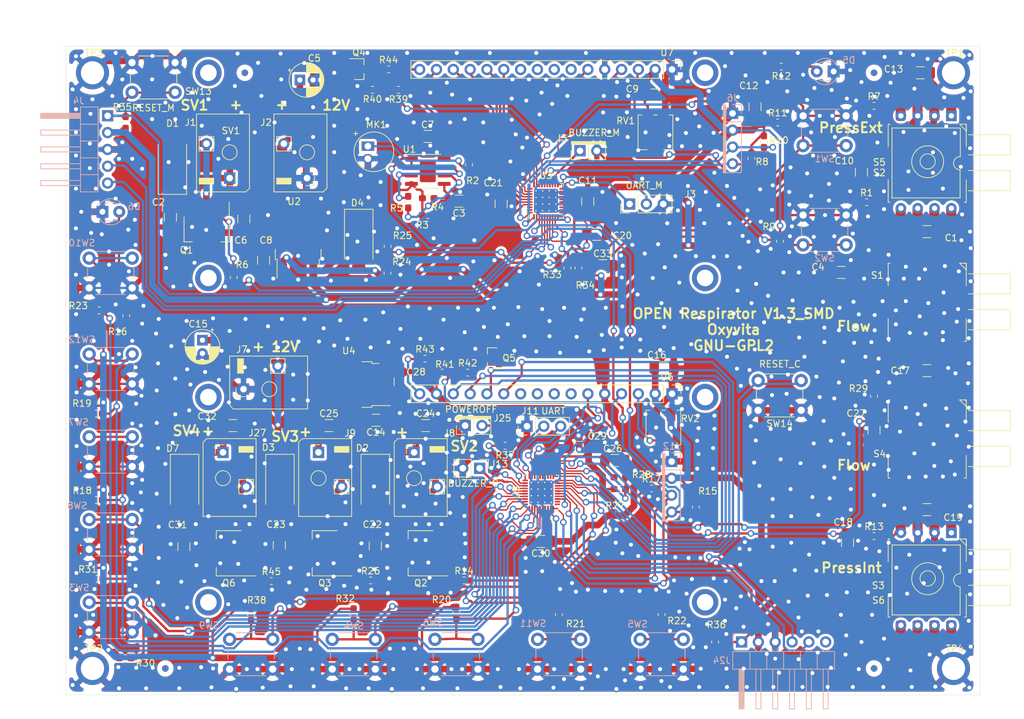
<source format=kicad_pcb>
(kicad_pcb (version 20171130) (host pcbnew "(5.1.5-0-10_14)")
  (layers (0 F.Cu signal) (31 B.Cu signal) (34 B.Paste user) (35 F.Paste user) (36 B.SilkS user) (37 F.SilkS user) (38 B.Mask user) (39 F.Mask user) (44 Edge.Cuts user))
  (net 0 "")
  (net 1 GND)
  (net 2 "Net-(C3-Pad2)")
  (net 3 "Net-(C3-Pad1)")
  (net 4 "Net-(C6-Pad2)")
  (net 5 SCL)
  (net 6 SDA)
  (net 7 "Net-(Q1-Pad1)")
  (net 8 "Net-(Q2-Pad1)")
  (net 9 "Net-(Q3-Pad1)")
  (net 10 "Net-(R1-Pad2)")
  (net 11 "Net-(R4-Pad1)")
  (net 12 "Net-(R5-Pad1)")
  (net 13 "Net-(R7-Pad2)")
  (net 14 "Net-(R13-Pad2)")
  (net 15 /Monitor/TX)
  (net 16 /Monitor/RX)
  (net 17 /Monitor/ALARM_HISTORY)
  (net 18 /Monitor/ALARM_MUTE)
  (net 19 /Monitor/ALARM_LED)
  (net 20 /Monitor/PTR2)
  (net 21 /Monitor/PTR4)
  (net 22 /Monitor/SV1)
  (net 23 /Monitor/MIC)
  (net 24 "Net-(R16-Pad2)")
  (net 25 +5V_M)
  (net 26 +12V_M)
  (net 27 /Monitor/MEAS_12V)
  (net 28 /Monitor/ICSPCLK_M)
  (net 29 /Monitor/ICSPDAT_M)
  (net 30 /Monitor/LCD_SCL_M)
  (net 31 /Monitor/LCD_SDA_M)
  (net 32 +12V_C)
  (net 33 +5V_C)
  (net 34 "Net-(C24-Pad2)")
  (net 35 "Net-(C25-Pad2)")
  (net 36 /Controller/SV2)
  (net 37 /Controller/SV3)
  (net 38 "Net-(R29-Pad2)")
  (net 39 /Monitor/nMCLR_M)
  (net 40 /Controller/ICSPCLK_C)
  (net 41 /Controller/ICSPDAT_C)
  (net 42 /Controller/nMCLR_C)
  (net 43 /Controller/PR_MAIN)
  (net 44 /Controller/PR_AUX)
  (net 45 /Controller/TX_C)
  (net 46 /Controller/RX_C)
  (net 47 "Net-(J25-Pad2)")
  (net 48 "Net-(Q4-Pad3)")
  (net 49 "Net-(Q5-Pad3)")
  (net 50 "Net-(R39-Pad2)")
  (net 51 "Net-(R43-Pad1)")
  (net 52 "Net-(RV1-Pad2)")
  (net 53 "Net-(RV2-Pad2)")
  (net 54 /Controller/LDE)
  (net 55 /Controller/LDRS)
  (net 56 /Controller/LD4)
  (net 57 /Controller/LD5)
  (net 58 /Controller/LD6)
  (net 59 /Controller/LD7)
  (net 60 "Net-(Q4-Pad1)")
  (net 61 "Net-(D5-Pad2)")
  (net 62 /Controller/LLED)
  (net 63 "Net-(R44-Pad2)")
  (net 64 "Net-(C32-Pad2)")
  (net 65 "Net-(Q6-Pad1)")
  (net 66 /Controller/SV4)
  (net 67 "Net-(Q5-Pad1)")
  (net 68 "Net-(U3-Pad5)")
  (net 69 "Net-(U3-Pad4)")
  (net 70 "Net-(U3-Pad3)")
  (net 71 "Net-(U3-Pad2)")
  (net 72 "Net-(U3-Pad1)")
  (net 73 "Net-(U3-Pad40)")
  (net 74 /Controller/MEAS_5V_C)
  (net 75 /Monitor/MEAS_5V_M)
  (net 76 /Controller/BREATH_LED)
  (net 77 /Monitor/BUZZER_M)
  (net 78 /Controller/BUZZER_C)
  (net 79 /Controller/_-)
  (net 80 /Controller/_+)
  (net 81 /Controller/IP)
  (net 82 /Controller/EP)
  (net 83 /Controller/BPM)
  (net 84 /Controller/BREATH)
  (net 85 /Controller/VOL_MIN)
  (net 86 /Controller/VOL_MAX)
  (net 87 /Controller/VOL)
  (net 88 /Controller/PMAX)
  (net 89 "Net-(S2-Pad1)")
  (net 90 "Net-(S2-Pad8)")
  (net 91 "Net-(S2-Pad7)")
  (net 92 "Net-(S2-Pad6)")
  (net 93 "Net-(S2-Pad5)")
  (net 94 "Net-(S3-Pad1)")
  (net 95 "Net-(S3-Pad8)")
  (net 96 "Net-(S3-Pad7)")
  (net 97 "Net-(S3-Pad6)")
  (net 98 "Net-(S3-Pad5)")
  (module Connector_PinHeader_2.54mm:PinHeader_1x05_P2.54mm_Horizontal (layer B.Cu) (at 33.641814 43.369383 180)
    (fp_text reference J4 (at 4.385 2.27) (layer B.SilkS) (effects (justify mirror)))
    (fp_text value Conn_01x05)
    (pad 5 thru_hole oval (at 0 -10.16 180) (size 1.7 1.7) (drill 1) (layers *.Cu *.Mask) (net 28 /Monitor/ICSPCLK_M))
    (pad 4 thru_hole oval (at 0 -7.62 180) (size 1.7 1.7) (drill 1) (layers *.Cu *.Mask) (net 29 /Monitor/ICSPDAT_M))
    (pad 3 thru_hole oval (at 0 -5.08 180) (size 1.7 1.7) (drill 1) (layers *.Cu *.Mask) (net 1 GND))
    (pad 2 thru_hole oval (at 0 -2.54 180) (size 1.7 1.7) (drill 1) (layers *.Cu *.Mask) (net 25 +5V_M))
    (pad 1 thru_hole rect (at 0 0 180) (size 1.7 1.7) (drill 1) (layers *.Cu *.Mask) (net 39 /Monitor/nMCLR_M))
  )
  (module Ventilator:1560-03 (layer F.Cu) (at 161.040594 106.369383 270)
    (fp_text reference S6 (at 10.20318 11.00328 180) (layer F.SilkS))
    (fp_text value MPVZ5010GW7U)
    (pad 8 thru_hole oval (at 13.97 0 270) (size 1.6 1.6) (drill 0.8) (layers *.Cu *.Mask) (net 95 "Net-(S3-Pad8)"))
    (pad 4 thru_hole oval (at 0 7.62 270) (size 1.6 1.6) (drill 0.8) (layers *.Cu *.Mask) (net 14 "Net-(R13-Pad2)"))
    (pad 7 thru_hole oval (at 13.97 2.54 270) (size 1.6 1.6) (drill 0.8) (layers *.Cu *.Mask) (net 96 "Net-(S3-Pad7)"))
    (pad 3 thru_hole oval (at 0 5.08 270) (size 1.6 1.6) (drill 0.8) (layers *.Cu *.Mask) (net 1 GND))
    (pad 6 thru_hole oval (at 13.97 5.08 270) (size 1.6 1.6) (drill 0.8) (layers *.Cu *.Mask) (net 97 "Net-(S3-Pad6)"))
    (pad 2 thru_hole oval (at 0 2.54 270) (size 1.6 1.6) (drill 0.8) (layers *.Cu *.Mask) (net 33 +5V_C))
    (pad 5 thru_hole oval (at 13.97 7.62 270) (size 1.6 1.6) (drill 0.8) (layers *.Cu *.Mask) (net 98 "Net-(S3-Pad5)"))
    (pad 1 thru_hole rect (at 0 0 270) (size 1.6 1.6) (drill 0.8) (layers *.Cu *.Mask) (net 94 "Net-(S3-Pad1)"))
  )
  (module Ventilator:1560-03 (layer F.Cu) (at 161.035514 43.369383 270)
    (fp_text reference S5 (at 7.01294 10.8712 180) (layer F.SilkS))
    (fp_text value MPVZ5010GW7U)
    (pad 8 thru_hole oval (at 13.97 0 270) (size 1.6 1.6) (drill 0.8) (layers *.Cu *.Mask) (net 90 "Net-(S2-Pad8)"))
    (pad 4 thru_hole oval (at 0 7.62 270) (size 1.6 1.6) (drill 0.8) (layers *.Cu *.Mask) (net 13 "Net-(R7-Pad2)"))
    (pad 7 thru_hole oval (at 13.97 2.54 270) (size 1.6 1.6) (drill 0.8) (layers *.Cu *.Mask) (net 91 "Net-(S2-Pad7)"))
    (pad 3 thru_hole oval (at 0 5.08 270) (size 1.6 1.6) (drill 0.8) (layers *.Cu *.Mask) (net 1 GND))
    (pad 6 thru_hole oval (at 13.97 5.08 270) (size 1.6 1.6) (drill 0.8) (layers *.Cu *.Mask) (net 92 "Net-(S2-Pad6)"))
    (pad 2 thru_hole oval (at 0 2.54 270) (size 1.6 1.6) (drill 0.8) (layers *.Cu *.Mask) (net 25 +5V_M))
    (pad 5 thru_hole oval (at 13.97 7.62 270) (size 1.6 1.6) (drill 0.8) (layers *.Cu *.Mask) (net 93 "Net-(S2-Pad5)"))
    (pad 1 thru_hole rect (at 0 0 270) (size 1.6 1.6) (drill 0.8) (layers *.Cu *.Mask) (net 89 "Net-(S2-Pad1)"))
  )
  (module Ventilator:QFN-40-1EP_5x5mm_P0.4mm_EP3.6x3.6mm_MedThermalVias (layer F.Cu) (at 99.125554 100.268283 90)
    (fp_text reference U5 (at 0 -3.8 90) (layer F.SilkS))
    (fp_text value PIC18F46K42)
    (pad 40 smd roundrect (at -1.8 -2.4375 90) (size 0.25 0.825) (layers F.Cu F.Paste F.Mask) (net 86 /Controller/VOL_MAX))
    (pad 39 smd roundrect (at -1.4 -2.4375 90) (size 0.25 0.825) (layers F.Cu F.Paste F.Mask) (net 87 /Controller/VOL))
    (pad 38 smd roundrect (at -1 -2.4375 90) (size 0.25 0.825) (layers F.Cu F.Paste F.Mask) (net 88 /Controller/PMAX))
    (pad 37 smd roundrect (at -0.6 -2.4375 90) (size 0.25 0.825) (layers F.Cu F.Paste F.Mask) (net 83 /Controller/BPM))
    (pad 36 smd roundrect (at -0.2 -2.4375 90) (size 0.25 0.825) (layers F.Cu F.Paste F.Mask) (net 82 /Controller/EP))
    (pad 35 smd roundrect (at 0.2 -2.4375 90) (size 0.25 0.825) (layers F.Cu F.Paste F.Mask) (net 81 /Controller/IP))
    (pad 34 smd roundrect (at 0.6 -2.4375 90) (size 0.25 0.825) (layers F.Cu F.Paste F.Mask) (net 78 /Controller/BUZZER_C))
    (pad 33 smd roundrect (at 1 -2.4375 90) (size 0.25 0.825) (layers F.Cu F.Paste F.Mask) (net 66 /Controller/SV4))
    (pad 32 smd roundrect (at 1.4 -2.4375 90) (size 0.25 0.825) (layers F.Cu F.Paste F.Mask) (net 47 "Net-(J25-Pad2)"))
    (pad 31 smd roundrect (at 1.8 -2.4375 90) (size 0.25 0.825) (layers F.Cu F.Paste F.Mask) (net 45 /Controller/TX_C))
    (pad 30 smd roundrect (at 2.4375 -1.8 90) (size 0.825 0.25) (layers F.Cu F.Paste F.Mask) (net 46 /Controller/RX_C))
    (pad 29 smd roundrect (at 2.4375 -1.4 90) (size 0.825 0.25) (layers F.Cu F.Paste F.Mask) (net 55 /Controller/LDRS))
    (pad 28 smd roundrect (at 2.4375 -1 90) (size 0.825 0.25) (layers F.Cu F.Paste F.Mask) (net 54 /Controller/LDE))
    (pad 27 smd roundrect (at 2.4375 -0.6 90) (size 0.825 0.25) (layers F.Cu F.Paste F.Mask) (net 1 GND))
    (pad 26 smd roundrect (at 2.4375 -0.2 90) (size 0.825 0.25) (layers F.Cu F.Paste F.Mask) (net 33 +5V_C))
    (pad 25 smd roundrect (at 2.4375 0.2 90) (size 0.825 0.25) (layers F.Cu F.Paste F.Mask) (net 44 /Controller/PR_AUX))
    (pad 24 smd roundrect (at 2.4375 0.6 90) (size 0.825 0.25) (layers F.Cu F.Paste F.Mask) (net 43 /Controller/PR_MAIN))
    (pad 23 smd roundrect (at 2.4375 1 90) (size 0.825 0.25) (layers F.Cu F.Paste F.Mask) (net 74 /Controller/MEAS_5V_C))
    (pad 22 smd roundrect (at 2.4375 1.4 90) (size 0.825 0.25) (layers F.Cu F.Paste F.Mask) (net 59 /Controller/LD7))
    (pad 21 smd roundrect (at 2.4375 1.8 90) (size 0.825 0.25) (layers F.Cu F.Paste F.Mask) (net 58 /Controller/LD6))
    (pad 20 smd roundrect (at 1.8 2.4375 90) (size 0.25 0.825) (layers F.Cu F.Paste F.Mask) (net 37 /Controller/SV3))
    (pad 19 smd roundrect (at 1.4 2.4375 90) (size 0.25 0.825) (layers F.Cu F.Paste F.Mask) (net 36 /Controller/SV2))
    (pad 18 smd roundrect (at 1 2.4375 90) (size 0.25 0.825) (layers F.Cu F.Paste F.Mask) (net 57 /Controller/LD5))
    (pad 17 smd roundrect (at 0.6 2.4375 90) (size 0.25 0.825) (layers F.Cu F.Paste F.Mask) (net 56 /Controller/LD4))
    (pad 16 smd roundrect (at 0.2 2.4375 90) (size 0.25 0.825) (layers F.Cu F.Paste F.Mask) (net 42 /Controller/nMCLR_C))
    (pad 15 smd roundrect (at -0.2 2.4375 90) (size 0.25 0.825) (layers F.Cu F.Paste F.Mask) (net 41 /Controller/ICSPDAT_C))
    (pad 14 smd roundrect (at -0.6 2.4375 90) (size 0.25 0.825) (layers F.Cu F.Paste F.Mask) (net 40 /Controller/ICSPCLK_C))
    (pad 13 smd roundrect (at -1 2.4375 90) (size 0.25 0.825) (layers F.Cu F.Paste F.Mask) (net 62 /Controller/LLED))
    (pad 12 smd roundrect (at -1.4 2.4375 90) (size 0.25 0.825) (layers F.Cu F.Paste F.Mask))
    (pad 11 smd roundrect (at -1.8 2.4375 90) (size 0.25 0.825) (layers F.Cu F.Paste F.Mask))
    (pad 10 smd roundrect (at -2.4375 1.8 90) (size 0.825 0.25) (layers F.Cu F.Paste F.Mask) (net 6 SDA))
    (pad 9 smd roundrect (at -2.4375 1.4 90) (size 0.825 0.25) (layers F.Cu F.Paste F.Mask) (net 5 SCL))
    (pad 8 smd roundrect (at -2.4375 1 90) (size 0.825 0.25) (layers F.Cu F.Paste F.Mask))
    (pad 7 smd roundrect (at -2.4375 0.6 90) (size 0.825 0.25) (layers F.Cu F.Paste F.Mask) (net 33 +5V_C))
    (pad 6 smd roundrect (at -2.4375 0.2 90) (size 0.825 0.25) (layers F.Cu F.Paste F.Mask) (net 1 GND))
    (pad 5 smd roundrect (at -2.4375 -0.2 90) (size 0.825 0.25) (layers F.Cu F.Paste F.Mask) (net 79 /Controller/_-))
    (pad 4 smd roundrect (at -2.4375 -0.6 90) (size 0.825 0.25) (layers F.Cu F.Paste F.Mask) (net 24 "Net-(R16-Pad2)"))
    (pad 3 smd roundrect (at -2.4375 -1 90) (size 0.825 0.25) (layers F.Cu F.Paste F.Mask) (net 84 /Controller/BREATH))
    (pad 2 smd roundrect (at -2.4375 -1.4 90) (size 0.825 0.25) (layers F.Cu F.Paste F.Mask) (net 80 /Controller/_+))
    (pad 1 smd roundrect (at -2.4375 -1.8 90) (size 0.825 0.25) (layers F.Cu F.Paste F.Mask) (net 85 /Controller/VOL_MIN))
    (pad 41 smd roundrect (at 0 0 90) (size 3.6 3.6) (layers B.Cu) (roundrect_rratio 0.06944400000000001) (net 1 GND))
    (pad 41 thru_hole circle (at 1.5 1.5 90) (size 0.6 0.6) (drill 0.2) (layers *.Cu) (net 1 GND))
    (pad 41 thru_hole circle (at 0.5 1.5 90) (size 0.6 0.6) (drill 0.2) (layers *.Cu) (net 1 GND))
    (pad 41 thru_hole circle (at -0.5 1.5 90) (size 0.6 0.6) (drill 0.2) (layers *.Cu) (net 1 GND))
    (pad 41 thru_hole circle (at -1.5 1.5 90) (size 0.6 0.6) (drill 0.2) (layers *.Cu) (net 1 GND))
    (pad 41 thru_hole circle (at 1.5 0.5 90) (size 0.6 0.6) (drill 0.2) (layers *.Cu) (net 1 GND))
    (pad 41 thru_hole circle (at 0.5 0.5 90) (size 0.6 0.6) (drill 0.2) (layers *.Cu) (net 1 GND))
    (pad 41 thru_hole circle (at -0.5 0.5 90) (size 0.6 0.6) (drill 0.2) (layers *.Cu) (net 1 GND))
    (pad 41 thru_hole circle (at -1.5 0.5 90) (size 0.6 0.6) (drill 0.2) (layers *.Cu) (net 1 GND))
    (pad 41 thru_hole circle (at 1.5 -0.5 90) (size 0.6 0.6) (drill 0.2) (layers *.Cu) (net 1 GND))
    (pad 41 thru_hole circle (at 0.5 -0.5 90) (size 0.6 0.6) (drill 0.2) (layers *.Cu) (net 1 GND))
    (pad 41 thru_hole circle (at -0.5 -0.5 90) (size 0.6 0.6) (drill 0.2) (layers *.Cu) (net 1 GND))
    (pad 41 thru_hole circle (at -1.5 -0.5 90) (size 0.6 0.6) (drill 0.2) (layers *.Cu) (net 1 GND))
    (pad 41 thru_hole circle (at 1.5 -1.5 90) (size 0.6 0.6) (drill 0.2) (layers *.Cu) (net 1 GND))
    (pad 41 thru_hole circle (at 0.5 -1.5 90) (size 0.6 0.6) (drill 0.2) (layers *.Cu) (net 1 GND))
    (pad 41 thru_hole circle (at -0.5 -1.5 90) (size 0.6 0.6) (drill 0.2) (layers *.Cu) (net 1 GND))
    (pad 41 thru_hole circle (at -1.5 -1.5 90) (size 0.6 0.6) (drill 0.2) (layers *.Cu) (net 1 GND))
    (pad 41 smd roundrect (at 0 0 90) (size 3.6 3.6) (layers F.Cu F.Mask) (roundrect_rratio 0.06944400000000001) (net 1 GND))
  )
  (module Ventilator:QFN-40-1EP_5x5mm_P0.4mm_EP3.6x3.6mm_MedThermalVias (layer F.Cu) (at 99.824054 56.199283)
    (fp_text reference U3 (at 0 -3.8) (layer F.SilkS))
    (fp_text value PIC18F46K42)
    (pad 40 smd roundrect (at -1.8 -2.4375) (size 0.25 0.825) (layers F.Cu F.Paste F.Mask) (net 73 "Net-(U3-Pad40)"))
    (pad 39 smd roundrect (at -1.4 -2.4375) (size 0.25 0.825) (layers F.Cu F.Paste F.Mask) (net 50 "Net-(R39-Pad2)"))
    (pad 38 smd roundrect (at -1 -2.4375) (size 0.25 0.825) (layers F.Cu F.Paste F.Mask))
    (pad 37 smd roundrect (at -0.6 -2.4375) (size 0.25 0.825) (layers F.Cu F.Paste F.Mask) (net 19 /Monitor/ALARM_LED))
    (pad 36 smd roundrect (at -0.2 -2.4375) (size 0.25 0.825) (layers F.Cu F.Paste F.Mask) (net 18 /Monitor/ALARM_MUTE))
    (pad 35 smd roundrect (at 0.2 -2.4375) (size 0.25 0.825) (layers F.Cu F.Paste F.Mask) (net 17 /Monitor/ALARM_HISTORY))
    (pad 34 smd roundrect (at 0.6 -2.4375) (size 0.25 0.825) (layers F.Cu F.Paste F.Mask) (net 77 /Monitor/BUZZER_M))
    (pad 33 smd roundrect (at 1 -2.4375) (size 0.25 0.825) (layers F.Cu F.Paste F.Mask))
    (pad 32 smd roundrect (at 1.4 -2.4375) (size 0.25 0.825) (layers F.Cu F.Paste F.Mask))
    (pad 31 smd roundrect (at 1.8 -2.4375) (size 0.25 0.825) (layers F.Cu F.Paste F.Mask) (net 15 /Monitor/TX))
    (pad 30 smd roundrect (at 2.4375 -1.8) (size 0.825 0.25) (layers F.Cu F.Paste F.Mask) (net 16 /Monitor/RX))
    (pad 29 smd roundrect (at 2.4375 -1.4) (size 0.825 0.25) (layers F.Cu F.Paste F.Mask))
    (pad 28 smd roundrect (at 2.4375 -1) (size 0.825 0.25) (layers F.Cu F.Paste F.Mask))
    (pad 27 smd roundrect (at 2.4375 -0.6) (size 0.825 0.25) (layers F.Cu F.Paste F.Mask) (net 1 GND))
    (pad 26 smd roundrect (at 2.4375 -0.2) (size 0.825 0.25) (layers F.Cu F.Paste F.Mask) (net 25 +5V_M))
    (pad 25 smd roundrect (at 2.4375 0.2) (size 0.825 0.25) (layers F.Cu F.Paste F.Mask))
    (pad 24 smd roundrect (at 2.4375 0.6) (size 0.825 0.25) (layers F.Cu F.Paste F.Mask))
    (pad 23 smd roundrect (at 2.4375 1) (size 0.825 0.25) (layers F.Cu F.Paste F.Mask))
    (pad 22 smd roundrect (at 2.4375 1.4) (size 0.825 0.25) (layers F.Cu F.Paste F.Mask) (net 27 /Monitor/MEAS_12V))
    (pad 21 smd roundrect (at 2.4375 1.8) (size 0.825 0.25) (layers F.Cu F.Paste F.Mask) (net 21 /Monitor/PTR4))
    (pad 20 smd roundrect (at 1.8 2.4375) (size 0.25 0.825) (layers F.Cu F.Paste F.Mask) (net 23 /Monitor/MIC))
    (pad 19 smd roundrect (at 1.4 2.4375) (size 0.25 0.825) (layers F.Cu F.Paste F.Mask) (net 75 /Monitor/MEAS_5V_M))
    (pad 18 smd roundrect (at 1 2.4375) (size 0.25 0.825) (layers F.Cu F.Paste F.Mask) (net 22 /Monitor/SV1))
    (pad 17 smd roundrect (at 0.6 2.4375) (size 0.25 0.825) (layers F.Cu F.Paste F.Mask) (net 20 /Monitor/PTR2))
    (pad 16 smd roundrect (at 0.2 2.4375) (size 0.25 0.825) (layers F.Cu F.Paste F.Mask) (net 39 /Monitor/nMCLR_M))
    (pad 15 smd roundrect (at -0.2 2.4375) (size 0.25 0.825) (layers F.Cu F.Paste F.Mask) (net 29 /Monitor/ICSPDAT_M))
    (pad 14 smd roundrect (at -0.6 2.4375) (size 0.25 0.825) (layers F.Cu F.Paste F.Mask) (net 28 /Monitor/ICSPCLK_M))
    (pad 13 smd roundrect (at -1 2.4375) (size 0.25 0.825) (layers F.Cu F.Paste F.Mask) (net 5 SCL))
    (pad 12 smd roundrect (at -1.4 2.4375) (size 0.25 0.825) (layers F.Cu F.Paste F.Mask) (net 6 SDA))
    (pad 11 smd roundrect (at -1.8 2.4375) (size 0.25 0.825) (layers F.Cu F.Paste F.Mask) (net 30 /Monitor/LCD_SCL_M))
    (pad 10 smd roundrect (at -2.4375 1.8) (size 0.825 0.25) (layers F.Cu F.Paste F.Mask) (net 31 /Monitor/LCD_SDA_M))
    (pad 9 smd roundrect (at -2.4375 1.4) (size 0.825 0.25) (layers F.Cu F.Paste F.Mask))
    (pad 8 smd roundrect (at -2.4375 1) (size 0.825 0.25) (layers F.Cu F.Paste F.Mask))
    (pad 7 smd roundrect (at -2.4375 0.6) (size 0.825 0.25) (layers F.Cu F.Paste F.Mask) (net 25 +5V_M))
    (pad 6 smd roundrect (at -2.4375 0.2) (size 0.825 0.25) (layers F.Cu F.Paste F.Mask) (net 1 GND))
    (pad 5 smd roundrect (at -2.4375 -0.2) (size 0.825 0.25) (layers F.Cu F.Paste F.Mask) (net 68 "Net-(U3-Pad5)"))
    (pad 4 smd roundrect (at -2.4375 -0.6) (size 0.825 0.25) (layers F.Cu F.Paste F.Mask) (net 69 "Net-(U3-Pad4)"))
    (pad 3 smd roundrect (at -2.4375 -1) (size 0.825 0.25) (layers F.Cu F.Paste F.Mask) (net 70 "Net-(U3-Pad3)"))
    (pad 2 smd roundrect (at -2.4375 -1.4) (size 0.825 0.25) (layers F.Cu F.Paste F.Mask) (net 71 "Net-(U3-Pad2)"))
    (pad 1 smd roundrect (at -2.4375 -1.8) (size 0.825 0.25) (layers F.Cu F.Paste F.Mask) (net 72 "Net-(U3-Pad1)"))
    (pad 41 smd roundrect (at 0 0) (size 3.6 3.6) (layers B.Cu) (roundrect_rratio 0.06944400000000001) (net 1 GND))
    (pad 41 thru_hole circle (at 1.5 1.5) (size 0.6 0.6) (drill 0.2) (layers *.Cu) (net 1 GND))
    (pad 41 thru_hole circle (at 0.5 1.5) (size 0.6 0.6) (drill 0.2) (layers *.Cu) (net 1 GND))
    (pad 41 thru_hole circle (at -0.5 1.5) (size 0.6 0.6) (drill 0.2) (layers *.Cu) (net 1 GND))
    (pad 41 thru_hole circle (at -1.5 1.5) (size 0.6 0.6) (drill 0.2) (layers *.Cu) (net 1 GND))
    (pad 41 thru_hole circle (at 1.5 0.5) (size 0.6 0.6) (drill 0.2) (layers *.Cu) (net 1 GND))
    (pad 41 thru_hole circle (at 0.5 0.5) (size 0.6 0.6) (drill 0.2) (layers *.Cu) (net 1 GND))
    (pad 41 thru_hole circle (at -0.5 0.5) (size 0.6 0.6) (drill 0.2) (layers *.Cu) (net 1 GND))
    (pad 41 thru_hole circle (at -1.5 0.5) (size 0.6 0.6) (drill 0.2) (layers *.Cu) (net 1 GND))
    (pad 41 thru_hole circle (at 1.5 -0.5) (size 0.6 0.6) (drill 0.2) (layers *.Cu) (net 1 GND))
    (pad 41 thru_hole circle (at 0.5 -0.5) (size 0.6 0.6) (drill 0.2) (layers *.Cu) (net 1 GND))
    (pad 41 thru_hole circle (at -0.5 -0.5) (size 0.6 0.6) (drill 0.2) (layers *.Cu) (net 1 GND))
    (pad 41 thru_hole circle (at -1.5 -0.5) (size 0.6 0.6) (drill 0.2) (layers *.Cu) (net 1 GND))
    (pad 41 thru_hole circle (at 1.5 -1.5) (size 0.6 0.6) (drill 0.2) (layers *.Cu) (net 1 GND))
    (pad 41 thru_hole circle (at 0.5 -1.5) (size 0.6 0.6) (drill 0.2) (layers *.Cu) (net 1 GND))
    (pad 41 thru_hole circle (at -0.5 -1.5) (size 0.6 0.6) (drill 0.2) (layers *.Cu) (net 1 GND))
    (pad 41 thru_hole circle (at -1.5 -1.5) (size 0.6 0.6) (drill 0.2) (layers *.Cu) (net 1 GND))
    (pad 41 smd roundrect (at 0 0) (size 3.6 3.6) (layers F.Cu F.Mask) (roundrect_rratio 0.06944400000000001) (net 1 GND))
  )
  (module Ventilator:LCD_2x16 (layer F.Cu) (at 118.857854 85.369383)
    (fp_text reference U6 (at -0.762 -2.54) (layer F.SilkS))
    (fp_text value LCD)
    (pad C thru_hole circle (at -70 0.5) (size 4 4) (drill 2.5) (layers *.Cu *.Mask))
    (pad D thru_hole circle (at -70 31.5) (size 4 4) (drill 2.5) (layers *.Cu *.Mask))
    (pad B thru_hole circle (at 5 31.5) (size 4 4) (drill 2.5) (layers *.Cu *.Mask))
    (pad A thru_hole circle (at 5 0.5) (size 4 4) (drill 2.5) (layers *.Cu *.Mask))
    (pad 16 thru_hole oval (at -38.1 0 270) (size 1.7 1.7) (drill 1) (layers *.Cu *.Mask) (net 51 "Net-(R43-Pad1)"))
    (pad 15 thru_hole oval (at -35.56 0 270) (size 1.7 1.7) (drill 1) (layers *.Cu *.Mask) (net 33 +5V_C))
    (pad 14 thru_hole oval (at -33.02 0 270) (size 1.7 1.7) (drill 1) (layers *.Cu *.Mask) (net 59 /Controller/LD7))
    (pad 13 thru_hole oval (at -30.48 0 270) (size 1.7 1.7) (drill 1) (layers *.Cu *.Mask) (net 58 /Controller/LD6))
    (pad 12 thru_hole oval (at -27.94 0 270) (size 1.7 1.7) (drill 1) (layers *.Cu *.Mask) (net 57 /Controller/LD5))
    (pad 11 thru_hole oval (at -25.4 0 270) (size 1.7 1.7) (drill 1) (layers *.Cu *.Mask) (net 56 /Controller/LD4))
    (pad 10 thru_hole oval (at -22.86 0 270) (size 1.7 1.7) (drill 1) (layers *.Cu *.Mask))
    (pad 9 thru_hole oval (at -20.32 0 270) (size 1.7 1.7) (drill 1) (layers *.Cu *.Mask))
    (pad 8 thru_hole oval (at -17.78 0 270) (size 1.7 1.7) (drill 1) (layers *.Cu *.Mask))
    (pad 7 thru_hole oval (at -15.24 0 270) (size 1.7 1.7) (drill 1) (layers *.Cu *.Mask))
    (pad 6 thru_hole oval (at -12.7 0 270) (size 1.7 1.7) (drill 1) (layers *.Cu *.Mask) (net 54 /Controller/LDE))
    (pad 5 thru_hole oval (at -10.16 0 270) (size 1.7 1.7) (drill 1) (layers *.Cu *.Mask) (net 1 GND))
    (pad 4 thru_hole oval (at -7.62 0 270) (size 1.7 1.7) (drill 1) (layers *.Cu *.Mask) (net 55 /Controller/LDRS))
    (pad 3 thru_hole oval (at -5.08 0 270) (size 1.7 1.7) (drill 1) (layers *.Cu *.Mask) (net 53 "Net-(RV2-Pad2)"))
    (pad 2 thru_hole oval (at -2.54 0 270) (size 1.7 1.7) (drill 1) (layers *.Cu *.Mask) (net 33 +5V_C))
    (pad 1 thru_hole rect (at 0 0 270) (size 1.7 1.7) (drill 1) (layers *.Cu *.Mask) (net 1 GND))
  )
  (module Ventilator:MIC (layer F.Cu) (at 73.839854 47.855383)
    (fp_text reference MK1 (at 0.35 -3.15) (layer F.SilkS))
    (fp_text value Microphone)
    (pad 1 thru_hole rect (at -0.9 0.1) (size 1.9 1.4) (drill 1) (layers *.Cu *.Mask) (net 3 "Net-(C3-Pad1)"))
    (pad 2 thru_hole oval (at -0.9 2) (size 1.6 1.4) (drill 1) (layers *.Cu *.Mask) (net 1 GND))
  )
  (module Ventilator:PCB_DRILL (layer F.Cu) (at 161.357854 126.869383)
    (fp_text reference TP4 (at 0.2 -3) (layer F.SilkS))
    (fp_text value TestPoint)
    (pad 1 thru_hole circle (at 0 0) (size 5 5) (drill 3.5) (layers *.Cu *.Mask) (net 1 GND))
  )
  (module Ventilator:PCB_DRILL (layer F.Cu) (at 31.357854 36.869383)
    (fp_text reference TP3 (at 0.2 -3) (layer F.SilkS))
    (fp_text value TestPoint)
    (pad 1 thru_hole circle (at 0 0) (size 5 5) (drill 3.5) (layers *.Cu *.Mask) (net 1 GND))
  )
  (module Ventilator:PCB_DRILL (layer F.Cu) (at 31.357854 126.869383)
    (fp_text reference TP2 (at 0.2 -3) (layer F.SilkS))
    (fp_text value TestPoint)
    (pad 1 thru_hole circle (at 0 0) (size 5 5) (drill 3.5) (layers *.Cu *.Mask) (net 1 GND))
  )
  (module Ventilator:PCB_DRILL (layer F.Cu) (at 161.357854 36.869383)
    (fp_text reference TP1 (at 0.2 -3) (layer F.SilkS))
    (fp_text value TestPoint)
    (pad 1 thru_hole circle (at 0 0) (size 5 5) (drill 3.5) (layers *.Cu *.Mask) (net 1 GND))
  )
  (module Ventilator:FIDUCIAL_TEST_PCB_1C (layer F.Cu) (at 54.357854 36.869383)
    (fp_text reference F8 hide)
    (fp_text value FIDU hide)
    (pad 1 smd circle (at 0 0) (size 1 1) (layers B.Cu B.Mask) (clearance 0.75))
  )
  (module Ventilator:FIDUCIAL_TEST_PCB_1C (layer B.Cu) (at 149.357854 126.869383)
    (fp_text reference F7 hide)
    (fp_text value FIDU hide)
    (pad 1 smd circle (at 0 0) (size 1 1) (layers F.Cu F.Mask) (clearance 0.75))
  )
  (module Ventilator:FIDUCIAL_TEST_PCB_1C (layer F.Cu) (at 42.357854 126.869383)
    (fp_text reference F6 hide)
    (fp_text value FIDU hide)
    (pad 1 smd circle (at 0 0) (size 1 1) (layers B.Cu B.Mask) (clearance 0.75))
  )
  (module Ventilator:FIDUCIAL_TEST_PCB_1C (layer B.Cu) (at 149.357854 36.869383)
    (fp_text reference F5 hide)
    (fp_text value FIDU hide)
    (pad 1 smd circle (at 0 0) (size 1 1) (layers F.Cu F.Mask) (clearance 0.75))
  )
  (module Ventilator:FIDUCIAL_TEST_PCB_1C (layer F.Cu) (at 149.357854 126.869383)
    (fp_text reference F4 hide)
    (fp_text value FIDU hide)
    (pad 1 smd circle (at 0 0) (size 1 1) (layers B.Cu B.Mask) (clearance 0.75))
  )
  (module Ventilator:FIDUCIAL_TEST_PCB_1C (layer B.Cu) (at 42.357854 126.869383)
    (fp_text reference F3 hide)
    (fp_text value FIDU hide)
    (pad 1 smd circle (at 0 0) (size 1 1) (layers F.Cu F.Mask) (clearance 0.75))
  )
  (module Ventilator:FIDUCIAL_TEST_PCB_1C (layer F.Cu) (at 149.357854 36.869383)
    (fp_text reference F2 hide)
    (fp_text value FIDU hide)
    (pad 1 smd circle (at 0 0) (size 1 1) (layers B.Cu B.Mask) (clearance 0.75))
  )
  (module Ventilator:FIDUCIAL_TEST_PCB_1C (layer B.Cu) (at 54.357854 36.869383)
    (fp_text reference F1 hide)
    (fp_text value FIDU hide)
    (pad 1 smd circle (at 0 0) (size 1 1) (layers F.Cu F.Mask) (clearance 0.75))
  )
  (module Resistor_SMD:R_0603_1608Metric_Pad1.05x0.95mm_HandSolder (layer F.Cu) (at 103.075254 66.346583 270)
    (fp_text reference R34 (at 2.6228 -2.6826 180) (layer F.SilkS))
    (fp_text value 2k2)
    (pad 2 smd roundrect (at 0.875 0 270) (size 1.05 0.95) (layers F.Cu F.Paste F.Mask) (net 1 GND))
    (pad 1 smd roundrect (at -0.875 0 270) (size 1.05 0.95) (layers F.Cu F.Paste F.Mask) (net 75 /Monitor/MEAS_5V_M))
  )
  (module Button_Switch_THT:SW_PUSH_6mm_H13mm (layer F.Cu) (at 138.357854 87.869383 180)
    (fp_text reference SW14 (at 3.25 -2) (layer F.SilkS))
    (fp_text value RESET_C (at 3.2 7) (layer F.SilkS))
    (pad 1 thru_hole circle (at 6.5 0 270) (size 2 2) (drill 1.1) (layers *.Cu *.Mask) (net 1 GND))
    (pad 2 thru_hole circle (at 6.5 4.5 270) (size 2 2) (drill 1.1) (layers *.Cu *.Mask) (net 42 /Controller/nMCLR_C))
    (pad 1 thru_hole circle (at 0 0 270) (size 2 2) (drill 1.1) (layers *.Cu *.Mask) (net 1 GND))
    (pad 2 thru_hole circle (at 0 4.5 270) (size 2 2) (drill 1.1) (layers *.Cu *.Mask) (net 42 /Controller/nMCLR_C))
  )
  (module Button_Switch_THT:SW_PUSH_6mm_H13mm (layer F.Cu) (at 43.829754 39.828983 180)
    (fp_text reference SW13 (at -3.5281 0.1596) (layer F.SilkS))
    (fp_text value RESET_M (at 3.2719 -2.3404) (layer F.SilkS))
    (pad 1 thru_hole circle (at 6.5 0 270) (size 2 2) (drill 1.1) (layers *.Cu *.Mask) (net 39 /Monitor/nMCLR_M))
    (pad 2 thru_hole circle (at 6.5 4.5 270) (size 2 2) (drill 1.1) (layers *.Cu *.Mask) (net 1 GND))
    (pad 1 thru_hole circle (at 0 0 270) (size 2 2) (drill 1.1) (layers *.Cu *.Mask) (net 39 /Monitor/nMCLR_M))
    (pad 2 thru_hole circle (at 0 4.5 270) (size 2 2) (drill 1.1) (layers *.Cu *.Mask) (net 1 GND))
  )
  (module Resistor_SMD:R_0603_1608Metric_Pad1.05x0.95mm_HandSolder (layer F.Cu) (at 104.738954 66.346583 90)
    (fp_text reference R33 (at -1.0228 -3.9811 180) (layer F.SilkS))
    (fp_text value 2k2)
    (pad 2 smd roundrect (at 0.875 0 90) (size 1.05 0.95) (layers F.Cu F.Paste F.Mask) (net 75 /Monitor/MEAS_5V_M))
    (pad 1 smd roundrect (at -0.875 0 90) (size 1.05 0.95) (layers F.Cu F.Paste F.Mask) (net 25 +5V_M))
  )
  (module Connector_PinHeader_2.54mm:PinHeader_1x06_P2.54mm_Horizontal (layer B.Cu) (at 129.357854 122.869383 270)
    (fp_text reference J24 (at 2.8 3 180) (layer B.SilkS) (effects (justify mirror)))
    (fp_text value Conn_01x06)
    (pad 6 thru_hole oval (at 0 -12.7 270) (size 1.7 1.7) (drill 1) (layers *.Cu *.Mask))
    (pad 5 thru_hole oval (at 0 -10.16 270) (size 1.7 1.7) (drill 1) (layers *.Cu *.Mask) (net 40 /Controller/ICSPCLK_C))
    (pad 4 thru_hole oval (at 0 -7.62 270) (size 1.7 1.7) (drill 1) (layers *.Cu *.Mask) (net 41 /Controller/ICSPDAT_C))
    (pad 3 thru_hole oval (at 0 -5.08 270) (size 1.7 1.7) (drill 1) (layers *.Cu *.Mask) (net 1 GND))
    (pad 2 thru_hole oval (at 0 -2.54 270) (size 1.7 1.7) (drill 1) (layers *.Cu *.Mask) (net 33 +5V_C))
    (pad 1 thru_hole rect (at 0 0 270) (size 1.7 1.7) (drill 1) (layers *.Cu *.Mask) (net 42 /Controller/nMCLR_C))
  )
  (module Capacitor_SMD:C_1206_3216Metric_Pad1.42x1.75mm_HandSolder (layer F.Cu) (at 108.409254 66.016383)
    (fp_text reference C33 (at 0 -1.82) (layer F.SilkS))
    (fp_text value 1uF)
    (pad 2 smd roundrect (at 1.4875 0) (size 1.425 1.75) (layers F.Cu F.Paste F.Mask) (roundrect_rratio 0.175439) (net 1 GND))
    (pad 1 smd roundrect (at -1.4875 0) (size 1.425 1.75) (layers F.Cu F.Paste F.Mask) (roundrect_rratio 0.175439) (net 75 /Monitor/MEAS_5V_M))
  )
  (module Package_TO_SOT_SMD:SOT-23 (layer F.Cu) (at 91.734154 79.999083 180)
    (fp_text reference Q5 (at -2.5237 0.0297) (layer F.SilkS))
    (fp_text value BSR19A)
    (pad 3 smd rect (at 1 0 180) (size 0.9 0.8) (layers F.Cu F.Paste F.Mask) (net 49 "Net-(Q5-Pad3)"))
    (pad 2 smd rect (at -1 0.95 180) (size 0.9 0.8) (layers F.Cu F.Paste F.Mask) (net 1 GND))
    (pad 1 smd rect (at -1 -0.95 180) (size 0.9 0.8) (layers F.Cu F.Paste F.Mask) (net 67 "Net-(Q5-Pad1)"))
  )
  (module Package_TO_SOT_SMD:SOT-23 (layer F.Cu) (at 71.594494 36.313623)
    (fp_text reference Q4 (at 0 -2.5) (layer F.SilkS))
    (fp_text value BSR19A)
    (pad 3 smd rect (at 1 0) (size 0.9 0.8) (layers F.Cu F.Paste F.Mask) (net 48 "Net-(Q4-Pad3)"))
    (pad 2 smd rect (at -1 0.95) (size 0.9 0.8) (layers F.Cu F.Paste F.Mask) (net 1 GND))
    (pad 1 smd rect (at -1 -0.95) (size 0.9 0.8) (layers F.Cu F.Paste F.Mask) (net 60 "Net-(Q4-Pad1)"))
  )
  (module Button_Switch_THT:SW_PUSH_6mm_H13mm (layer B.Cu) (at 74.057854 122.469383 180)
    (fp_text reference SW4 (at 3.25 2 180) (layer B.SilkS) (effects (justify mirror)))
    (fp_text value VOL)
    (pad 1 thru_hole circle (at 6.5 0 90) (size 2 2) (drill 1.1) (layers *.Cu *.Mask) (net 87 /Controller/VOL))
    (pad 2 thru_hole circle (at 6.5 -4.5 90) (size 2 2) (drill 1.1) (layers *.Cu *.Mask) (net 1 GND))
    (pad 1 thru_hole circle (at 0 0 90) (size 2 2) (drill 1.1) (layers *.Cu *.Mask) (net 87 /Controller/VOL))
    (pad 2 thru_hole circle (at 0 -4.5 90) (size 2 2) (drill 1.1) (layers *.Cu *.Mask) (net 1 GND))
  )
  (module Ventilator:PH_2_pol (layer F.Cu) (at 87.621894 90.171783 90)
    (fp_text reference J25 (at 1.11506 5.62864 180) (layer F.SilkS))
    (fp_text value POWEROFF (at 2.45 0.9 180) (layer F.SilkS))
    (pad 2 thru_hole oval (at 0 2.54 90) (size 1.7 1.7) (drill 1) (layers *.Cu *.Mask) (net 47 "Net-(J25-Pad2)"))
    (pad 1 thru_hole rect (at 0 0 90) (size 1.7 1.7) (drill 1) (layers *.Cu *.Mask) (net 1 GND))
  )
  (module Package_TO_SOT_SMD:TO-252-2 (layer F.Cu) (at 71.057854 83.969383 180)
    (fp_text reference U4 (at 1 5.1) (layer F.SilkS))
    (fp_text value LM78M05_TO252)
    (pad 2 smd rect (at 2.1 0 180) (size 6.4 5.8) (layers F.Cu F.Mask) (net 1 GND))
    (pad 3 smd rect (at -4.2 2.28 180) (size 2.2 1.2) (layers F.Cu F.Paste F.Mask) (net 33 +5V_C))
    (pad 1 smd rect (at -4.2 -2.28 180) (size 2.2 1.2) (layers F.Cu F.Paste F.Mask) (net 32 +12V_C))
  )
  (module Button_Switch_THT:SW_PUSH_6mm_H13mm (layer B.Cu) (at 37.357854 79.369383 180)
    (fp_text reference SW12 (at 7.6 2.2) (layer B.SilkS) (effects (justify mirror)))
    (fp_text value +)
    (pad 1 thru_hole circle (at 6.5 0 90) (size 2 2) (drill 1.1) (layers *.Cu *.Mask) (net 80 /Controller/_+))
    (pad 2 thru_hole circle (at 6.5 -4.5 90) (size 2 2) (drill 1.1) (layers *.Cu *.Mask) (net 1 GND))
    (pad 1 thru_hole circle (at 0 0 90) (size 2 2) (drill 1.1) (layers *.Cu *.Mask) (net 80 /Controller/_+))
    (pad 2 thru_hole circle (at 0 -4.5 90) (size 2 2) (drill 1.1) (layers *.Cu *.Mask) (net 1 GND))
  )
  (module Button_Switch_THT:SW_PUSH_6mm_H13mm (layer B.Cu) (at 105.057854 122.469383 180)
    (fp_text reference SW11 (at 7.2 2.4) (layer B.SilkS) (effects (justify mirror)))
    (fp_text value EP)
    (pad 1 thru_hole circle (at 6.5 0 90) (size 2 2) (drill 1.1) (layers *.Cu *.Mask) (net 82 /Controller/EP))
    (pad 2 thru_hole circle (at 6.5 -4.5 90) (size 2 2) (drill 1.1) (layers *.Cu *.Mask) (net 1 GND))
    (pad 1 thru_hole circle (at 0 0 90) (size 2 2) (drill 1.1) (layers *.Cu *.Mask) (net 82 /Controller/EP))
    (pad 2 thru_hole circle (at 0 -4.5 90) (size 2 2) (drill 1.1) (layers *.Cu *.Mask) (net 1 GND))
  )
  (module Button_Switch_THT:SW_PUSH_6mm_H13mm (layer B.Cu) (at 37.357854 64.869383 180)
    (fp_text reference SW10 (at 7.6 2.3 180) (layer B.SilkS) (effects (justify mirror)))
    (fp_text value BREATH)
    (pad 1 thru_hole circle (at 6.5 0 90) (size 2 2) (drill 1.1) (layers *.Cu *.Mask) (net 84 /Controller/BREATH))
    (pad 2 thru_hole circle (at 6.5 -4.5 90) (size 2 2) (drill 1.1) (layers *.Cu *.Mask) (net 1 GND))
    (pad 1 thru_hole circle (at 0 0 90) (size 2 2) (drill 1.1) (layers *.Cu *.Mask) (net 84 /Controller/BREATH))
    (pad 2 thru_hole circle (at 0 -4.5 90) (size 2 2) (drill 1.1) (layers *.Cu *.Mask) (net 1 GND))
  )
  (module Button_Switch_THT:SW_PUSH_6mm_H13mm (layer B.Cu) (at 58.557854 122.469383 180)
    (fp_text reference SW9 (at 9.6 2.1) (layer B.SilkS) (effects (justify mirror)))
    (fp_text value PMAX)
    (pad 1 thru_hole circle (at 6.5 0 90) (size 2 2) (drill 1.1) (layers *.Cu *.Mask) (net 88 /Controller/PMAX))
    (pad 2 thru_hole circle (at 6.5 -4.5 90) (size 2 2) (drill 1.1) (layers *.Cu *.Mask) (net 1 GND))
    (pad 1 thru_hole circle (at 0 0 90) (size 2 2) (drill 1.1) (layers *.Cu *.Mask) (net 88 /Controller/PMAX))
    (pad 2 thru_hole circle (at 0 -4.5 90) (size 2 2) (drill 1.1) (layers *.Cu *.Mask) (net 1 GND))
  )
  (module Button_Switch_THT:SW_PUSH_6mm_H13mm (layer B.Cu) (at 37.357854 104.369383 180)
    (fp_text reference SW8 (at 8.3 2.1) (layer B.SilkS) (effects (justify mirror)))
    (fp_text value VOL_MAX)
    (pad 1 thru_hole circle (at 6.5 0 90) (size 2 2) (drill 1.1) (layers *.Cu *.Mask) (net 86 /Controller/VOL_MAX))
    (pad 2 thru_hole circle (at 6.5 -4.5 90) (size 2 2) (drill 1.1) (layers *.Cu *.Mask) (net 1 GND))
    (pad 1 thru_hole circle (at 0 0 90) (size 2 2) (drill 1.1) (layers *.Cu *.Mask) (net 86 /Controller/VOL_MAX))
    (pad 2 thru_hole circle (at 0 -4.5 90) (size 2 2) (drill 1.1) (layers *.Cu *.Mask) (net 1 GND))
  )
  (module Button_Switch_THT:SW_PUSH_6mm_H13mm (layer B.Cu) (at 37.357854 91.869383 180)
    (fp_text reference SW7 (at 8.1 2.2) (layer B.SilkS) (effects (justify mirror)))
    (fp_text value -)
    (pad 1 thru_hole circle (at 6.5 0 90) (size 2 2) (drill 1.1) (layers *.Cu *.Mask) (net 79 /Controller/_-))
    (pad 2 thru_hole circle (at 6.5 -4.5 90) (size 2 2) (drill 1.1) (layers *.Cu *.Mask) (net 1 GND))
    (pad 1 thru_hole circle (at 0 0 90) (size 2 2) (drill 1.1) (layers *.Cu *.Mask) (net 79 /Controller/_-))
    (pad 2 thru_hole circle (at 0 -4.5 90) (size 2 2) (drill 1.1) (layers *.Cu *.Mask) (net 1 GND))
  )
  (module Button_Switch_THT:SW_PUSH_6mm_H13mm (layer B.Cu) (at 89.557854 122.469383 180)
    (fp_text reference SW6 (at 6.8 2.5) (layer B.SilkS) (effects (justify mirror)))
    (fp_text value IP)
    (pad 1 thru_hole circle (at 6.5 0 90) (size 2 2) (drill 1.1) (layers *.Cu *.Mask) (net 81 /Controller/IP))
    (pad 2 thru_hole circle (at 6.5 -4.5 90) (size 2 2) (drill 1.1) (layers *.Cu *.Mask) (net 1 GND))
    (pad 1 thru_hole circle (at 0 0 90) (size 2 2) (drill 1.1) (layers *.Cu *.Mask) (net 81 /Controller/IP))
    (pad 2 thru_hole circle (at 0 -4.5 90) (size 2 2) (drill 1.1) (layers *.Cu *.Mask) (net 1 GND))
  )
  (module Button_Switch_THT:SW_PUSH_6mm_H13mm (layer B.Cu) (at 120.557854 122.469383 180)
    (fp_text reference SW5 (at 6.9 2.3) (layer B.SilkS) (effects (justify mirror)))
    (fp_text value BPM)
    (pad 1 thru_hole circle (at 6.5 0 90) (size 2 2) (drill 1.1) (layers *.Cu *.Mask) (net 83 /Controller/BPM))
    (pad 2 thru_hole circle (at 6.5 -4.5 90) (size 2 2) (drill 1.1) (layers *.Cu *.Mask) (net 1 GND))
    (pad 1 thru_hole circle (at 0 0 90) (size 2 2) (drill 1.1) (layers *.Cu *.Mask) (net 83 /Controller/BPM))
    (pad 2 thru_hole circle (at 0 -4.5 90) (size 2 2) (drill 1.1) (layers *.Cu *.Mask) (net 1 GND))
  )
  (module Button_Switch_THT:SW_PUSH_6mm_H13mm (layer B.Cu) (at 37.357854 116.869383 180)
    (fp_text reference SW3 (at 8 2.2) (layer B.SilkS) (effects (justify mirror)))
    (fp_text value VOL_MIN)
    (pad 1 thru_hole circle (at 6.5 0 90) (size 2 2) (drill 1.1) (layers *.Cu *.Mask) (net 85 /Controller/VOL_MIN))
    (pad 2 thru_hole circle (at 6.5 -4.5 90) (size 2 2) (drill 1.1) (layers *.Cu *.Mask) (net 1 GND))
    (pad 1 thru_hole circle (at 0 0 90) (size 2 2) (drill 1.1) (layers *.Cu *.Mask) (net 85 /Controller/VOL_MIN))
    (pad 2 thru_hole circle (at 0 -4.5 90) (size 2 2) (drill 1.1) (layers *.Cu *.Mask) (net 1 GND))
  )
  (module Resistor_SMD:R_0603_1608Metric_Pad1.05x0.95mm_HandSolder (layer F.Cu) (at 58.357854 113.669383)
    (fp_text reference R45 (at 0 -1.43) (layer F.SilkS))
    (fp_text value 1k)
    (pad 2 smd roundrect (at 0.875 0) (size 1.05 0.95) (layers F.Cu F.Paste F.Mask) (net 66 /Controller/SV4))
    (pad 1 smd roundrect (at -0.875 0) (size 1.05 0.95) (layers F.Cu F.Paste F.Mask) (net 65 "Net-(Q6-Pad1)"))
  )
  (module Package_TO_SOT_SMD:SOT-223-3_TabPin2 (layer F.Cu) (at 51.957854 109.469383 180)
    (fp_text reference Q6 (at 0 -4.5) (layer F.SilkS))
    (fp_text value FDT1600N10ALZ)
    (pad 1 smd rect (at -3.15 -2.3 180) (size 2 1.5) (layers F.Cu F.Paste F.Mask) (net 65 "Net-(Q6-Pad1)"))
    (pad 3 smd rect (at -3.15 2.3 180) (size 2 1.5) (layers F.Cu F.Paste F.Mask) (net 1 GND))
    (pad 2 smd rect (at -3.15 0 180) (size 2 1.5) (layers F.Cu F.Paste F.Mask) (net 64 "Net-(C32-Pad2)"))
    (pad 2 smd rect (at 3.15 0 180) (size 2 3.8) (layers F.Cu F.Paste F.Mask) (net 64 "Net-(C32-Pad2)"))
  )
  (module Ventilator:PinHeader_1x02_Screwless_3.5mm (layer F.Cu) (at 51.057854 94.219383)
    (fp_text reference J27 (at 5.2 -2.95) (layer F.SilkS))
    (fp_text value SV4)
    (pad 1 thru_hole rect (at 0 0) (size 1.7 1.7) (drill 1) (layers *.Cu *.Mask) (net 32 +12V_C))
    (pad 2 thru_hole oval (at 3.5 5.2) (size 1.7 1.7) (drill 1) (layers *.Cu *.Mask) (net 64 "Net-(C32-Pad2)"))
  )
  (module Diode_SMD:D_SMA-SMB_Universal_Handsoldering (layer F.Cu) (at 45.257854 99.369383 270)
    (fp_text reference D7 (at -5.75 1.8 180) (layer F.SilkS))
    (fp_text value "1A - 100V")
    (pad 2 smd trapezoid (at 2.9 0 90) (size 3.6 1.7) (rect_delta 0.6 0) (layers F.Cu F.Paste F.Mask) (net 64 "Net-(C32-Pad2)"))
    (pad 1 smd trapezoid (at -2.9 0 270) (size 3.6 1.7) (rect_delta 0.6 0) (layers F.Cu F.Paste F.Mask) (net 32 +12V_C))
  )
  (module LED_THT:LED_D3.0mm (layer B.Cu) (at 32.857854 57.869383)
    (fp_text reference D6 (at 4.8 -0.8) (layer B.SilkS) (effects (justify mirror)))
    (fp_text value BREATH)
    (pad 2 thru_hole circle (at 2.54 0) (size 1.8 1.8) (drill 0.9) (layers *.Cu *.Mask) (net 76 /Controller/BREATH_LED))
    (pad 1 thru_hole rect (at 0 0) (size 1.8 1.8) (drill 0.9) (layers *.Cu *.Mask) (net 1 GND))
  )
  (module Capacitor_SMD:C_1206_3216Metric_Pad1.42x1.75mm_HandSolder (layer F.Cu) (at 52.557854 90.169383)
    (fp_text reference C32 (at -3.9 -1.4) (layer F.SilkS))
    (fp_text value 1uF)
    (pad 2 smd roundrect (at 1.4875 0) (size 1.425 1.75) (layers F.Cu F.Paste F.Mask) (roundrect_rratio 0.175439) (net 64 "Net-(C32-Pad2)"))
    (pad 1 smd roundrect (at -1.4875 0) (size 1.425 1.75) (layers F.Cu F.Paste F.Mask) (roundrect_rratio 0.175439) (net 32 +12V_C))
  )
  (module Capacitor_SMD:C_1206_3216Metric_Pad1.42x1.75mm_HandSolder (layer F.Cu) (at 45.157854 108.469383 270)
    (fp_text reference C31 (at -3.3 0.95 180) (layer F.SilkS))
    (fp_text value 1uF)
    (pad 2 smd roundrect (at 1.4875 0 270) (size 1.425 1.75) (layers F.Cu F.Paste F.Mask) (roundrect_rratio 0.175439) (net 1 GND))
    (pad 1 smd roundrect (at -1.4875 0 270) (size 1.425 1.75) (layers F.Cu F.Paste F.Mask) (roundrect_rratio 0.175439) (net 32 +12V_C))
  )
  (module Package_SO:SOIC-8-1EP_3.9x4.9mm_P1.27mm_EP2.41x3.3mm (layer F.Cu) (at 81.988174 51.751743)
    (fp_text reference U1 (at -2.78032 -3.33236 180) (layer F.SilkS))
    (fp_text value LM358)
    (pad 8 smd roundrect (at 2.475 -1.905) (size 1.95 0.6) (layers F.Cu F.Paste F.Mask) (net 25 +5V_M))
    (pad 7 smd roundrect (at 2.475 -0.635) (size 1.95 0.6) (layers F.Cu F.Paste F.Mask) (net 12 "Net-(R5-Pad1)"))
    (pad 6 smd roundrect (at 2.475 0.635) (size 1.95 0.6) (layers F.Cu F.Paste F.Mask) (net 11 "Net-(R4-Pad1)"))
    (pad 5 smd roundrect (at 2.475 1.905) (size 1.95 0.6) (layers F.Cu F.Paste F.Mask) (net 2 "Net-(C3-Pad2)"))
    (pad 4 smd roundrect (at -2.475 1.905) (size 1.95 0.6) (layers F.Cu F.Paste F.Mask) (net 1 GND))
    (pad 3 smd roundrect (at -2.475 0.635) (size 1.95 0.6) (layers F.Cu F.Paste F.Mask) (net 12 "Net-(R5-Pad1)"))
    (pad 2 smd roundrect (at -2.475 -0.635) (size 1.95 0.6) (layers F.Cu F.Paste F.Mask) (net 23 /Monitor/MIC))
    (pad 1 smd roundrect (at -2.475 -1.905) (size 1.95 0.6) (layers F.Cu F.Paste F.Mask) (net 23 /Monitor/MIC))
    (pad 9 smd roundrect (at 0 0) (size 2.41 3.3) (layers F.Cu F.Mask) (roundrect_rratio 0.103734))
  )
  (module Potentiometer_SMD:Potentiometer_Vishay_TS53YJ_Vertical (layer F.Cu) (at 117.557854 90.469383 90)
    (fp_text reference RV2 (at 1.35 4.05 180) (layer F.SilkS))
    (fp_text value 5K)
    (pad 3 smd rect (at 2 1.15 90) (size 2 1.3) (layers F.Cu F.Paste F.Mask) (net 33 +5V_C))
    (pad 2 smd rect (at -2 0 90) (size 2 2) (layers F.Cu F.Paste F.Mask) (net 53 "Net-(RV2-Pad2)"))
    (pad 1 smd rect (at 2 -1.15 90) (size 2 1.3) (layers F.Cu F.Paste F.Mask) (net 1 GND))
  )
  (module Potentiometer_SMD:Potentiometer_Vishay_TS53YJ_Vertical (layer F.Cu) (at 116.357854 45.869383 90)
    (fp_text reference RV1 (at 1.75 -4.5 180) (layer F.SilkS))
    (fp_text value 5K)
    (pad 3 smd rect (at 2 1.15 90) (size 2 1.3) (layers F.Cu F.Paste F.Mask) (net 1 GND))
    (pad 2 smd rect (at -2 0 90) (size 2 2) (layers F.Cu F.Paste F.Mask) (net 52 "Net-(RV1-Pad2)"))
    (pad 1 smd rect (at 2 -1.15 90) (size 2 1.3) (layers F.Cu F.Paste F.Mask) (net 25 +5V_M))
  )
  (module Button_Switch_THT:SW_PUSH_6mm_H13mm (layer B.Cu) (at 138.647954 62.869383)
    (fp_text reference SW2 (at 3.25 2) (layer B.SilkS) (effects (justify mirror)))
    (fp_text value HIST)
    (pad 1 thru_hole circle (at 6.5 0 270) (size 2 2) (drill 1.1) (layers *.Cu *.Mask) (net 17 /Monitor/ALARM_HISTORY))
    (pad 2 thru_hole circle (at 6.5 -4.5 270) (size 2 2) (drill 1.1) (layers *.Cu *.Mask) (net 1 GND))
    (pad 1 thru_hole circle (at 0 0 270) (size 2 2) (drill 1.1) (layers *.Cu *.Mask) (net 17 /Monitor/ALARM_HISTORY))
    (pad 2 thru_hole circle (at 0 -4.5 270) (size 2 2) (drill 1.1) (layers *.Cu *.Mask) (net 1 GND))
  )
  (module Button_Switch_THT:SW_PUSH_6mm_H13mm (layer B.Cu) (at 138.647954 47.869383)
    (fp_text reference SW1 (at 3.25 2) (layer B.SilkS) (effects (justify mirror)))
    (fp_text value MUTE)
    (pad 1 thru_hole circle (at 6.5 0 270) (size 2 2) (drill 1.1) (layers *.Cu *.Mask) (net 18 /Monitor/ALARM_MUTE))
    (pad 2 thru_hole circle (at 6.5 -4.5 270) (size 2 2) (drill 1.1) (layers *.Cu *.Mask) (net 1 GND))
    (pad 1 thru_hole circle (at 0 0 270) (size 2 2) (drill 1.1) (layers *.Cu *.Mask) (net 18 /Monitor/ALARM_MUTE))
    (pad 2 thru_hole circle (at 0 -4.5 270) (size 2 2) (drill 1.1) (layers *.Cu *.Mask) (net 1 GND))
  )
  (module Resistor_SMD:R_0603_1608Metric_Pad1.05x0.95mm_HandSolder (layer F.Cu) (at 76.064894 36.349183)
    (fp_text reference R44 (at 0 -1.43) (layer F.SilkS))
    (fp_text value 4.7)
    (pad 2 smd roundrect (at 0.875 0) (size 1.05 0.95) (layers F.Cu F.Paste F.Mask) (net 63 "Net-(R44-Pad2)"))
    (pad 1 smd roundrect (at -0.875 0) (size 1.05 0.95) (layers F.Cu F.Paste F.Mask) (net 48 "Net-(Q4-Pad3)"))
  )
  (module LED_THT:LED_D3.0mm (layer B.Cu) (at 143.257854 36.669383 180)
    (fp_text reference D5 (at -2.3 1.7) (layer B.SilkS) (effects (justify mirror)))
    (fp_text value ALARM)
    (pad 2 thru_hole circle (at 2.54 0 180) (size 1.8 1.8) (drill 0.9) (layers *.Cu *.Mask) (net 61 "Net-(D5-Pad2)"))
    (pad 1 thru_hole rect (at 0 0 180) (size 1.8 1.8) (drill 0.9) (layers *.Cu *.Mask) (net 1 GND))
  )
  (module Ventilator:PH_2_pol (layer F.Cu) (at 104.965014 48.652943 90)
    (fp_text reference J5 (at 1.88356 -2.75716 180) (layer F.SilkS))
    (fp_text value BUZZER_M (at 2.73356 2.14284 180) (layer F.SilkS))
    (pad 2 thru_hole oval (at 0 2.54 90) (size 1.7 1.7) (drill 1) (layers *.Cu *.Mask) (net 1 GND))
    (pad 1 thru_hole rect (at 0 0 90) (size 1.7 1.7) (drill 1) (layers *.Cu *.Mask) (net 77 /Monitor/BUZZER_M))
  )
  (module Package_TO_SOT_SMD:SOT-223-3_TabPin2 (layer F.Cu) (at 66.441854 109.469383 180)
    (fp_text reference Q3 (at 0 -4.5) (layer F.SilkS))
    (fp_text value FDT1600N10ALZ)
    (pad 1 smd rect (at -3.15 -2.3 180) (size 2 1.5) (layers F.Cu F.Paste F.Mask) (net 9 "Net-(Q3-Pad1)"))
    (pad 3 smd rect (at -3.15 2.3 180) (size 2 1.5) (layers F.Cu F.Paste F.Mask) (net 1 GND))
    (pad 2 smd rect (at -3.15 0 180) (size 2 1.5) (layers F.Cu F.Paste F.Mask) (net 35 "Net-(C25-Pad2)"))
    (pad 2 smd rect (at 3.15 0 180) (size 2 3.8) (layers F.Cu F.Paste F.Mask) (net 35 "Net-(C25-Pad2)"))
  )
  (module Package_TO_SOT_SMD:SOT-223-3_TabPin2 (layer F.Cu) (at 80.925854 109.469383 180)
    (fp_text reference Q2 (at 0 -4.5) (layer F.SilkS))
    (fp_text value FDT1600N10ALZ)
    (pad 1 smd rect (at -3.15 -2.3 180) (size 2 1.5) (layers F.Cu F.Paste F.Mask) (net 8 "Net-(Q2-Pad1)"))
    (pad 3 smd rect (at -3.15 2.3 180) (size 2 1.5) (layers F.Cu F.Paste F.Mask) (net 1 GND))
    (pad 2 smd rect (at -3.15 0 180) (size 2 1.5) (layers F.Cu F.Paste F.Mask) (net 34 "Net-(C24-Pad2)"))
    (pad 2 smd rect (at 3.15 0 180) (size 2 3.8) (layers F.Cu F.Paste F.Mask) (net 34 "Net-(C24-Pad2)"))
  )
  (module Package_TO_SOT_SMD:SOT-223-3_TabPin2 (layer F.Cu) (at 48.592254 60.499503 270)
    (fp_text reference Q1 (at 3.16988 3.0344 180) (layer F.SilkS))
    (fp_text value FDT1600N10ALZ)
    (pad 1 smd rect (at -3.15 -2.3 270) (size 2 1.5) (layers F.Cu F.Paste F.Mask) (net 7 "Net-(Q1-Pad1)"))
    (pad 3 smd rect (at -3.15 2.3 270) (size 2 1.5) (layers F.Cu F.Paste F.Mask) (net 1 GND))
    (pad 2 smd rect (at -3.15 0 270) (size 2 1.5) (layers F.Cu F.Paste F.Mask) (net 4 "Net-(C6-Pad2)"))
    (pad 2 smd rect (at 3.15 0 270) (size 2 3.8) (layers F.Cu F.Paste F.Mask) (net 4 "Net-(C6-Pad2)"))
  )
  (module Package_TO_SOT_SMD:TO-252-2 (layer F.Cu) (at 62.409854 62.587383 90)
    (fp_text reference U2 (at 6.268 -0.602 180) (layer F.SilkS))
    (fp_text value LM78M05_TO252)
    (pad 2 smd rect (at 2.1 0 90) (size 6.4 5.8) (layers F.Cu F.Mask) (net 1 GND))
    (pad 3 smd rect (at -4.2 2.28 90) (size 2.2 1.2) (layers F.Cu F.Paste F.Mask) (net 25 +5V_M))
    (pad 1 smd rect (at -4.2 -2.28 90) (size 2.2 1.2) (layers F.Cu F.Paste F.Mask) (net 26 +12V_M))
  )
  (module Ventilator:1351-01 (layer F.Cu) (at 151.357854 98.234883 90)
    (fp_text reference S4 (at 3.8 -1.15 180) (layer F.SilkS))
    (fp_text value MPXV5004DP)
    (pad 4 smd roundrect (at 13.6995 2.032 90) (size 2.54 1.524) (layers F.Cu F.Paste F.Mask) (net 38 "Net-(R29-Pad2)"))
    (pad 3 smd roundrect (at 13.6995 4.572 90) (size 2.54 1.524) (layers F.Cu F.Paste F.Mask) (net 1 GND))
    (pad 2 smd roundrect (at 13.6995 7.112 90) (size 2.54 1.524) (layers F.Cu F.Paste F.Mask) (net 33 +5V_C))
    (pad 1 smd roundrect (at 13.6995 9.652 90) (size 2.54 1.524) (layers F.Cu F.Paste F.Mask))
    (pad 8 smd roundrect (at -1.6345 9.652 90) (size 2.54 1.524) (layers F.Cu F.Paste F.Mask))
    (pad 7 smd roundrect (at -1.6345 7.112 90) (size 2.54 1.524) (layers F.Cu F.Paste F.Mask))
    (pad 6 smd roundrect (at -1.6345 4.572 90) (size 2.54 1.524) (layers F.Cu F.Paste F.Mask))
    (pad 5 smd roundrect (at -1.6345 2.032 90) (size 2.54 1.524) (layers F.Cu F.Paste F.Mask))
  )
  (module Ventilator:1351-01 (layer F.Cu) (at 151.357854 119.234883 90)
    (fp_text reference S3 (at 4.9 -1.35 180) (layer F.SilkS))
    (fp_text value MPXV5010DP)
    (pad 4 smd roundrect (at 13.6995 2.032 90) (size 2.54 1.524) (layers F.Cu F.Paste F.Mask) (net 14 "Net-(R13-Pad2)"))
    (pad 3 smd roundrect (at 13.6995 4.572 90) (size 2.54 1.524) (layers F.Cu F.Paste F.Mask) (net 1 GND))
    (pad 2 smd roundrect (at 13.6995 7.112 90) (size 2.54 1.524) (layers F.Cu F.Paste F.Mask) (net 33 +5V_C))
    (pad 1 smd roundrect (at 13.6995 9.652 90) (size 2.54 1.524) (layers F.Cu F.Paste F.Mask) (net 94 "Net-(S3-Pad1)"))
    (pad 8 smd roundrect (at -1.6345 9.652 90) (size 2.54 1.524) (layers F.Cu F.Paste F.Mask) (net 95 "Net-(S3-Pad8)"))
    (pad 7 smd roundrect (at -1.6345 7.112 90) (size 2.54 1.524) (layers F.Cu F.Paste F.Mask) (net 96 "Net-(S3-Pad7)"))
    (pad 6 smd roundrect (at -1.6345 4.572 90) (size 2.54 1.524) (layers F.Cu F.Paste F.Mask) (net 97 "Net-(S3-Pad6)"))
    (pad 5 smd roundrect (at -1.6345 2.032 90) (size 2.54 1.524) (layers F.Cu F.Paste F.Mask) (net 98 "Net-(S3-Pad5)"))
  )
  (module Ventilator:1351-01 (layer F.Cu) (at 151.357854 56.568883 90)
    (fp_text reference S2 (at 4.6 -1.2 180) (layer F.SilkS))
    (fp_text value MPXV5010DP)
    (pad 4 smd roundrect (at 13.6995 2.032 90) (size 2.54 1.524) (layers F.Cu F.Paste F.Mask) (net 13 "Net-(R7-Pad2)"))
    (pad 3 smd roundrect (at 13.6995 4.572 90) (size 2.54 1.524) (layers F.Cu F.Paste F.Mask) (net 1 GND))
    (pad 2 smd roundrect (at 13.6995 7.112 90) (size 2.54 1.524) (layers F.Cu F.Paste F.Mask) (net 25 +5V_M))
    (pad 1 smd roundrect (at 13.6995 9.652 90) (size 2.54 1.524) (layers F.Cu F.Paste F.Mask) (net 89 "Net-(S2-Pad1)"))
    (pad 8 smd roundrect (at -1.6345 9.652 90) (size 2.54 1.524) (layers F.Cu F.Paste F.Mask) (net 90 "Net-(S2-Pad8)"))
    (pad 7 smd roundrect (at -1.6345 7.112 90) (size 2.54 1.524) (layers F.Cu F.Paste F.Mask) (net 91 "Net-(S2-Pad7)"))
    (pad 6 smd roundrect (at -1.6345 4.572 90) (size 2.54 1.524) (layers F.Cu F.Paste F.Mask) (net 92 "Net-(S2-Pad6)"))
    (pad 5 smd roundrect (at -1.6345 2.032 90) (size 2.54 1.524) (layers F.Cu F.Paste F.Mask) (net 93 "Net-(S2-Pad5)"))
  )
  (module Ventilator:1351-01 (layer F.Cu) (at 151.357854 77.568883 90)
    (fp_text reference S1 (at 10.1 -1.5 180) (layer F.SilkS))
    (fp_text value MPXV5004DP)
    (pad 4 smd roundrect (at 13.6995 2.032 90) (size 2.54 1.524) (layers F.Cu F.Paste F.Mask) (net 10 "Net-(R1-Pad2)"))
    (pad 3 smd roundrect (at 13.6995 4.572 90) (size 2.54 1.524) (layers F.Cu F.Paste F.Mask) (net 1 GND))
    (pad 2 smd roundrect (at 13.6995 7.112 90) (size 2.54 1.524) (layers F.Cu F.Paste F.Mask) (net 25 +5V_M))
    (pad 1 smd roundrect (at 13.6995 9.652 90) (size 2.54 1.524) (layers F.Cu F.Paste F.Mask))
    (pad 8 smd roundrect (at -1.6345 9.652 90) (size 2.54 1.524) (layers F.Cu F.Paste F.Mask))
    (pad 7 smd roundrect (at -1.6345 7.112 90) (size 2.54 1.524) (layers F.Cu F.Paste F.Mask))
    (pad 6 smd roundrect (at -1.6345 4.572 90) (size 2.54 1.524) (layers F.Cu F.Paste F.Mask))
    (pad 5 smd roundrect (at -1.6345 2.032 90) (size 2.54 1.524) (layers F.Cu F.Paste F.Mask))
  )
  (module Resistor_SMD:R_0603_1608Metric_Pad1.05x0.95mm_HandSolder (layer F.Cu) (at 81.557854 80.069383)
    (fp_text reference R43 (at 0 -1.43) (layer F.SilkS))
    (fp_text value 4.7)
    (pad 2 smd roundrect (at 0.875 0) (size 1.05 0.95) (layers F.Cu F.Paste F.Mask) (net 49 "Net-(Q5-Pad3)"))
    (pad 1 smd roundrect (at -0.875 0) (size 1.05 0.95) (layers F.Cu F.Paste F.Mask) (net 51 "Net-(R43-Pad1)"))
  )
  (module Resistor_SMD:R_0603_1608Metric_Pad1.05x0.95mm_HandSolder (layer F.Cu) (at 88.007854 82.169383)
    (fp_text reference R42 (at 0 -1.43) (layer F.SilkS))
    (fp_text value 470)
    (pad 2 smd roundrect (at 0.875 0) (size 1.05 0.95) (layers F.Cu F.Paste F.Mask) (net 67 "Net-(Q5-Pad1)"))
    (pad 1 smd roundrect (at -0.875 0) (size 1.05 0.95) (layers F.Cu F.Paste F.Mask) (net 62 /Controller/LLED))
  )
  (module Resistor_SMD:R_0603_1608Metric_Pad1.05x0.95mm_HandSolder (layer F.Cu) (at 84.157854 82.169383)
    (fp_text reference R41 (at 0.4 -1.25) (layer F.SilkS))
    (fp_text value 470)
    (pad 2 smd roundrect (at 0.875 0) (size 1.05 0.95) (layers F.Cu F.Paste F.Mask) (net 62 /Controller/LLED))
    (pad 1 smd roundrect (at -0.875 0) (size 1.05 0.95) (layers F.Cu F.Paste F.Mask) (net 33 +5V_C))
  )
  (module Resistor_SMD:R_0603_1608Metric_Pad1.05x0.95mm_HandSolder (layer F.Cu) (at 73.626494 39.427663 180)
    (fp_text reference R40 (at 0 -1.43) (layer F.SilkS))
    (fp_text value 470)
    (pad 2 smd roundrect (at 0.875 0 180) (size 1.05 0.95) (layers F.Cu F.Paste F.Mask) (net 60 "Net-(Q4-Pad1)"))
    (pad 1 smd roundrect (at -0.875 0 180) (size 1.05 0.95) (layers F.Cu F.Paste F.Mask) (net 50 "Net-(R39-Pad2)"))
  )
  (module Resistor_SMD:R_0603_1608Metric_Pad1.05x0.95mm_HandSolder (layer F.Cu) (at 77.553334 39.453063 180)
    (fp_text reference R39 (at 0 -1.43) (layer F.SilkS))
    (fp_text value 470)
    (pad 2 smd roundrect (at 0.875 0 180) (size 1.05 0.95) (layers F.Cu F.Paste F.Mask) (net 50 "Net-(R39-Pad2)"))
    (pad 1 smd roundrect (at -0.875 0 180) (size 1.05 0.95) (layers F.Cu F.Paste F.Mask) (net 25 +5V_M))
  )
  (module Resistor_SMD:R_0603_1608Metric_Pad1.05x0.95mm_HandSolder (layer F.Cu) (at 55.297854 118.721383 270)
    (fp_text reference R38 (at -2.152 -0.86 180) (layer F.SilkS))
    (fp_text value 10k)
    (pad 2 smd roundrect (at 0.875 0 270) (size 1.05 0.95) (layers F.Cu F.Paste F.Mask) (net 88 /Controller/PMAX))
    (pad 1 smd roundrect (at -0.875 0 270) (size 1.05 0.95) (layers F.Cu F.Paste F.Mask) (net 33 +5V_C))
  )
  (module Resistor_SMD:R_0603_1608Metric_Pad1.05x0.95mm_HandSolder (layer F.Cu) (at 93.657854 93.219383 180)
    (fp_text reference R37 (at 0 -1.43) (layer F.SilkS))
    (fp_text value 10k)
    (pad 2 smd roundrect (at 0.875 0 180) (size 1.05 0.95) (layers F.Cu F.Paste F.Mask) (net 47 "Net-(J25-Pad2)"))
    (pad 1 smd roundrect (at -0.875 0 180) (size 1.05 0.95) (layers F.Cu F.Paste F.Mask) (net 33 +5V_C))
  )
  (module Resistor_SMD:R_0603_1608Metric_Pad1.05x0.95mm_HandSolder (layer F.Cu) (at 125.357854 122.869383 90)
    (fp_text reference R36 (at 2.6 0.2) (layer F.SilkS))
    (fp_text value 10k)
    (pad 2 smd roundrect (at 0.875 0 90) (size 1.05 0.95) (layers F.Cu F.Paste F.Mask) (net 42 /Controller/nMCLR_C))
    (pad 1 smd roundrect (at -0.875 0 90) (size 1.05 0.95) (layers F.Cu F.Paste F.Mask) (net 33 +5V_C))
  )
  (module Resistor_SMD:R_0603_1608Metric_Pad1.05x0.95mm_HandSolder (layer F.Cu) (at 36.357854 44.369383 90)
    (fp_text reference R35 (at 2.32884 -0.5 180) (layer F.SilkS))
    (fp_text value 10k)
    (pad 2 smd roundrect (at 0.875 0 90) (size 1.05 0.95) (layers F.Cu F.Paste F.Mask) (net 39 /Monitor/nMCLR_M))
    (pad 1 smd roundrect (at -0.875 0 90) (size 1.05 0.95) (layers F.Cu F.Paste F.Mask) (net 25 +5V_M))
  )
  (module Resistor_SMD:R_0603_1608Metric_Pad1.05x0.95mm_HandSolder (layer F.Cu) (at 70.791854 118.721383 270)
    (fp_text reference R32 (at -2.402 1.284 180) (layer F.SilkS))
    (fp_text value 10k)
    (pad 2 smd roundrect (at 0.875 0 270) (size 1.05 0.95) (layers F.Cu F.Paste F.Mask) (net 87 /Controller/VOL))
    (pad 1 smd roundrect (at -0.875 0 270) (size 1.05 0.95) (layers F.Cu F.Paste F.Mask) (net 33 +5V_C))
  )
  (module Resistor_SMD:R_0603_1608Metric_Pad1.05x0.95mm_HandSolder (layer F.Cu) (at 32.057854 113.319383)
    (fp_text reference R31 (at -1.4 -1.43) (layer F.SilkS))
    (fp_text value 10k)
    (pad 2 smd roundrect (at 0.875 0) (size 1.05 0.95) (layers F.Cu F.Paste F.Mask) (net 86 /Controller/VOL_MAX))
    (pad 1 smd roundrect (at -0.875 0) (size 1.05 0.95) (layers F.Cu F.Paste F.Mask) (net 33 +5V_C))
  )
  (module Resistor_SMD:R_0603_1608Metric_Pad1.05x0.95mm_HandSolder (layer F.Cu) (at 36.307854 125.319383)
    (fp_text reference R30 (at 3.05 0.75) (layer F.SilkS))
    (fp_text value 10k)
    (pad 2 smd roundrect (at 0.875 0) (size 1.05 0.95) (layers F.Cu F.Paste F.Mask) (net 85 /Controller/VOL_MIN))
    (pad 1 smd roundrect (at -0.875 0) (size 1.05 0.95) (layers F.Cu F.Paste F.Mask) (net 33 +5V_C))
  )
  (module Resistor_SMD:R_0603_1608Metric_Pad1.05x0.95mm_HandSolder (layer F.Cu) (at 149.357854 85.744383 90)
    (fp_text reference R29 (at 1.175 -2.35 180) (layer F.SilkS))
    (fp_text value 470)
    (pad 2 smd roundrect (at 0.875 0 90) (size 1.05 0.95) (layers F.Cu F.Paste F.Mask) (net 38 "Net-(R29-Pad2)"))
    (pad 1 smd roundrect (at -0.875 0 90) (size 1.05 0.95) (layers F.Cu F.Paste F.Mask) (net 44 /Controller/PR_AUX))
  )
  (module Resistor_SMD:R_0603_1608Metric_Pad1.05x0.95mm_HandSolder (layer F.Cu) (at 110.967854 97.989383 180)
    (fp_text reference R28 (at -3.29 0.42) (layer F.SilkS))
    (fp_text value 2k2)
    (pad 2 smd roundrect (at 0.875 0 180) (size 1.05 0.95) (layers F.Cu F.Paste F.Mask) (net 1 GND))
    (pad 1 smd roundrect (at -0.875 0 180) (size 1.05 0.95) (layers F.Cu F.Paste F.Mask) (net 74 /Controller/MEAS_5V_C))
  )
  (module Resistor_SMD:R_0603_1608Metric_Pad1.05x0.95mm_HandSolder (layer F.Cu) (at 110.967854 99.767383)
    (fp_text reference R27 (at -0.71 2.502) (layer F.SilkS))
    (fp_text value 2k2)
    (pad 2 smd roundrect (at 0.875 0) (size 1.05 0.95) (layers F.Cu F.Paste F.Mask) (net 74 /Controller/MEAS_5V_C))
    (pad 1 smd roundrect (at -0.875 0) (size 1.05 0.95) (layers F.Cu F.Paste F.Mask) (net 33 +5V_C))
  )
  (module Resistor_SMD:R_0603_1608Metric_Pad1.05x0.95mm_HandSolder (layer F.Cu) (at 73.357854 113.569383)
    (fp_text reference R26 (at 0 -1.43) (layer F.SilkS))
    (fp_text value 1k)
    (pad 2 smd roundrect (at 0.875 0) (size 1.05 0.95) (layers F.Cu F.Paste F.Mask) (net 37 /Controller/SV3))
    (pad 1 smd roundrect (at -0.875 0) (size 1.05 0.95) (layers F.Cu F.Paste F.Mask) (net 9 "Net-(Q3-Pad1)"))
  )
  (module Resistor_SMD:R_0603_1608Metric_Pad1.05x0.95mm_HandSolder (layer F.Cu) (at 75.917574 63.095383 90)
    (fp_text reference R25 (at 1.626 2.24028 180) (layer F.SilkS))
    (fp_text value 1k)
    (pad 2 smd roundrect (at 0.875 0 90) (size 1.05 0.95) (layers F.Cu F.Paste F.Mask) (net 1 GND))
    (pad 1 smd roundrect (at -0.875 0 90) (size 1.05 0.95) (layers F.Cu F.Paste F.Mask) (net 27 /Monitor/MEAS_12V))
  )
  (module Resistor_SMD:R_0603_1608Metric_Pad1.05x0.95mm_HandSolder (layer F.Cu) (at 75.897254 67.144143 90)
    (fp_text reference R24 (at 1.72476 2.1606 180) (layer F.SilkS))
    (fp_text value 2k2)
    (pad 2 smd roundrect (at 0.875 0 90) (size 1.05 0.95) (layers F.Cu F.Paste F.Mask) (net 27 /Monitor/MEAS_12V))
    (pad 1 smd roundrect (at -0.875 0 90) (size 1.05 0.95) (layers F.Cu F.Paste F.Mask) (net 26 +12V_M))
  )
  (module Resistor_SMD:R_0603_1608Metric_Pad1.05x0.95mm_HandSolder (layer F.Cu) (at 32.357854 72.769383)
    (fp_text reference R23 (at -3.15 -0.7) (layer F.SilkS))
    (fp_text value 10k)
    (pad 2 smd roundrect (at 0.875 0) (size 1.05 0.95) (layers F.Cu F.Paste F.Mask) (net 84 /Controller/BREATH))
    (pad 1 smd roundrect (at -0.875 0) (size 1.05 0.95) (layers F.Cu F.Paste F.Mask) (net 33 +5V_C))
  )
  (module Resistor_SMD:R_0603_1608Metric_Pad1.05x0.95mm_HandSolder (layer F.Cu) (at 117.273854 118.721383 270)
    (fp_text reference R22 (at 0.948 -2.334 180) (layer F.SilkS))
    (fp_text value 10k)
    (pad 2 smd roundrect (at 0.875 0 270) (size 1.05 0.95) (layers F.Cu F.Paste F.Mask) (net 83 /Controller/BPM))
    (pad 1 smd roundrect (at -0.875 0 270) (size 1.05 0.95) (layers F.Cu F.Paste F.Mask) (net 33 +5V_C))
  )
  (module Resistor_SMD:R_0603_1608Metric_Pad1.05x0.95mm_HandSolder (layer F.Cu) (at 101.779854 118.721383 270)
    (fp_text reference R21 (at 1.398 -2.528 180) (layer F.SilkS))
    (fp_text value 10k)
    (pad 2 smd roundrect (at 0.875 0 270) (size 1.05 0.95) (layers F.Cu F.Paste F.Mask) (net 82 /Controller/EP))
    (pad 1 smd roundrect (at -0.875 0 270) (size 1.05 0.95) (layers F.Cu F.Paste F.Mask) (net 33 +5V_C))
  )
  (module Resistor_SMD:R_0603_1608Metric_Pad1.05x0.95mm_HandSolder (layer F.Cu) (at 86.285854 118.467383 270)
    (fp_text reference R20 (at -1.998 2.228 180) (layer F.SilkS))
    (fp_text value 10k)
    (pad 2 smd roundrect (at 0.875 0 270) (size 1.05 0.95) (layers F.Cu F.Paste F.Mask) (net 81 /Controller/IP))
    (pad 1 smd roundrect (at -0.875 0 270) (size 1.05 0.95) (layers F.Cu F.Paste F.Mask) (net 33 +5V_C))
  )
  (module Resistor_SMD:R_0603_1608Metric_Pad1.05x0.95mm_HandSolder (layer F.Cu) (at 31.957854 88.369383)
    (fp_text reference R19 (at -2.2 -1.55) (layer F.SilkS))
    (fp_text value 10k)
    (pad 2 smd roundrect (at 0.875 0) (size 1.05 0.95) (layers F.Cu F.Paste F.Mask) (net 80 /Controller/_+))
    (pad 1 smd roundrect (at -0.875 0) (size 1.05 0.95) (layers F.Cu F.Paste F.Mask) (net 33 +5V_C))
  )
  (module Resistor_SMD:R_0603_1608Metric_Pad1.05x0.95mm_HandSolder (layer F.Cu) (at 31.957854 101.419383)
    (fp_text reference R18 (at -2.15 -1.43) (layer F.SilkS))
    (fp_text value 10k)
    (pad 2 smd roundrect (at 0.875 0) (size 1.05 0.95) (layers F.Cu F.Paste F.Mask) (net 79 /Controller/_-))
    (pad 1 smd roundrect (at -0.875 0) (size 1.05 0.95) (layers F.Cu F.Paste F.Mask) (net 33 +5V_C))
  )
  (module Resistor_SMD:R_0603_1608Metric_Pad1.05x0.95mm_HandSolder (layer F.Cu) (at 115.757854 99.669383)
    (fp_text reference R17 (at 0 -1.43) (layer F.SilkS))
    (fp_text value 470)
    (pad 2 smd roundrect (at 0.875 0) (size 1.05 0.95) (layers F.Cu F.Paste F.Mask) (net 6 SDA))
    (pad 1 smd roundrect (at -0.875 0) (size 1.05 0.95) (layers F.Cu F.Paste F.Mask) (net 33 +5V_C))
  )
  (module Resistor_SMD:R_0603_1608Metric_Pad1.05x0.95mm_HandSolder (layer F.Cu) (at 36.457854 73.569383 270)
    (fp_text reference R16 (at 2.4 1.3 180) (layer F.SilkS))
    (fp_text value 470)
    (pad 2 smd roundrect (at 0.875 0 270) (size 1.05 0.95) (layers F.Cu F.Paste F.Mask) (net 24 "Net-(R16-Pad2)"))
    (pad 1 smd roundrect (at -0.875 0 270) (size 1.05 0.95) (layers F.Cu F.Paste F.Mask) (net 76 /Controller/BREATH_LED))
  )
  (module Resistor_SMD:R_0603_1608Metric_Pad1.05x0.95mm_HandSolder (layer F.Cu) (at 122.457854 102.469383 270)
    (fp_text reference R15 (at -2.4 -1.8 180) (layer F.SilkS))
    (fp_text value 470)
    (pad 2 smd roundrect (at 0.875 0 270) (size 1.05 0.95) (layers F.Cu F.Paste F.Mask) (net 5 SCL))
    (pad 1 smd roundrect (at -0.875 0 270) (size 1.05 0.95) (layers F.Cu F.Paste F.Mask) (net 33 +5V_C))
  )
  (module Resistor_SMD:R_0603_1608Metric_Pad1.05x0.95mm_HandSolder (layer F.Cu) (at 87.457854 113.569383)
    (fp_text reference R14 (at 0 -1.43) (layer F.SilkS))
    (fp_text value 1k)
    (pad 2 smd roundrect (at 0.875 0) (size 1.05 0.95) (layers F.Cu F.Paste F.Mask) (net 36 /Controller/SV2))
    (pad 1 smd roundrect (at -0.875 0) (size 1.05 0.95) (layers F.Cu F.Paste F.Mask) (net 8 "Net-(Q2-Pad1)"))
  )
  (module Resistor_SMD:R_0603_1608Metric_Pad1.05x0.95mm_HandSolder (layer F.Cu) (at 149.357854 106.869383)
    (fp_text reference R13 (at 0 -1.43) (layer F.SilkS))
    (fp_text value 470)
    (pad 2 smd roundrect (at 0.875 0) (size 1.05 0.95) (layers F.Cu F.Paste F.Mask) (net 14 "Net-(R13-Pad2)"))
    (pad 1 smd roundrect (at -0.875 0) (size 1.05 0.95) (layers F.Cu F.Paste F.Mask) (net 43 /Controller/PR_MAIN))
  )
  (module Resistor_SMD:R_0603_1608Metric_Pad1.05x0.95mm_HandSolder (layer F.Cu) (at 135.357414 35.937703 180)
    (fp_text reference R12 (at 0 -1.43) (layer F.SilkS))
    (fp_text value 470)
    (pad 2 smd roundrect (at 0.875 0 180) (size 1.05 0.95) (layers F.Cu F.Paste F.Mask) (net 19 /Monitor/ALARM_LED))
    (pad 1 smd roundrect (at -0.875 0 180) (size 1.05 0.95) (layers F.Cu F.Paste F.Mask) (net 61 "Net-(D5-Pad2)"))
  )
  (module Resistor_SMD:R_0603_1608Metric_Pad1.05x0.95mm_HandSolder (layer F.Cu) (at 134.810014 44.370503)
    (fp_text reference R11 (at 0 -1.43) (layer F.SilkS))
    (fp_text value 10k)
    (pad 2 smd roundrect (at 0.875 0) (size 1.05 0.95) (layers F.Cu F.Paste F.Mask) (net 18 /Monitor/ALARM_MUTE))
    (pad 1 smd roundrect (at -0.875 0) (size 1.05 0.95) (layers F.Cu F.Paste F.Mask) (net 25 +5V_M))
  )
  (module Resistor_SMD:R_0603_1608Metric_Pad1.05x0.95mm_HandSolder (layer F.Cu) (at 132.732294 47.276263 270)
    (fp_text reference R10 (at -0.20688 -2.27556 180) (layer F.SilkS))
    (fp_text value 470)
    (pad 2 smd roundrect (at 0.875 0 270) (size 1.05 0.95) (layers F.Cu F.Paste F.Mask) (net 31 /Monitor/LCD_SDA_M))
    (pad 1 smd roundrect (at -0.875 0 270) (size 1.05 0.95) (layers F.Cu F.Paste F.Mask) (net 25 +5V_M))
  )
  (module Resistor_SMD:R_0603_1608Metric_Pad1.05x0.95mm_HandSolder (layer F.Cu) (at 135.175774 62.323223 270)
    (fp_text reference R9 (at -2.20384 1.66792 180) (layer F.SilkS))
    (fp_text value 10k)
    (pad 2 smd roundrect (at 0.875 0 270) (size 1.05 0.95) (layers F.Cu F.Paste F.Mask) (net 17 /Monitor/ALARM_HISTORY))
    (pad 1 smd roundrect (at -0.875 0 270) (size 1.05 0.95) (layers F.Cu F.Paste F.Mask) (net 25 +5V_M))
  )
  (module Resistor_SMD:R_0603_1608Metric_Pad1.05x0.95mm_HandSolder (layer F.Cu) (at 130.847614 49.821343 270)
    (fp_text reference R8 (at 0.49804 -1.61024 180) (layer F.SilkS))
    (fp_text value 470)
    (pad 2 smd roundrect (at 0.875 0 270) (size 1.05 0.95) (layers F.Cu F.Paste F.Mask) (net 30 /Monitor/LCD_SCL_M))
    (pad 1 smd roundrect (at -0.875 0 270) (size 1.05 0.95) (layers F.Cu F.Paste F.Mask) (net 25 +5V_M))
  )
  (module Resistor_SMD:R_0603_1608Metric_Pad1.05x0.95mm_HandSolder (layer F.Cu) (at 149.357854 41.869383)
    (fp_text reference R7 (at 0 -1.43) (layer F.SilkS))
    (fp_text value 470)
    (pad 2 smd roundrect (at 0.875 0) (size 1.05 0.95) (layers F.Cu F.Paste F.Mask) (net 13 "Net-(R7-Pad2)"))
    (pad 1 smd roundrect (at -0.875 0) (size 1.05 0.95) (layers F.Cu F.Paste F.Mask) (net 21 /Monitor/PTR4))
  )
  (module Resistor_SMD:R_0603_1608Metric_Pad1.05x0.95mm_HandSolder (layer F.Cu) (at 52.681654 67.799463 270)
    (fp_text reference R6 (at -1.93008 -1.2762 180) (layer F.SilkS))
    (fp_text value 1k)
    (pad 2 smd roundrect (at 0.875 0 270) (size 1.05 0.95) (layers F.Cu F.Paste F.Mask) (net 22 /Monitor/SV1))
    (pad 1 smd roundrect (at -0.875 0 270) (size 1.05 0.95) (layers F.Cu F.Paste F.Mask) (net 7 "Net-(Q1-Pad1)"))
  )
  (module Resistor_SMD:R_0603_1608Metric_Pad1.05x0.95mm_HandSolder (layer F.Cu) (at 79.021454 56.410103 270)
    (fp_text reference R5 (at 0.90928 1.7636 180) (layer F.SilkS))
    (fp_text value 220k)
    (pad 2 smd roundrect (at 0.875 0 270) (size 1.05 0.95) (layers F.Cu F.Paste F.Mask) (net 11 "Net-(R4-Pad1)"))
    (pad 1 smd roundrect (at -0.875 0 270) (size 1.05 0.95) (layers F.Cu F.Paste F.Mask) (net 12 "Net-(R5-Pad1)"))
  )
  (module Resistor_SMD:R_0603_1608Metric_Pad1.05x0.95mm_HandSolder (layer F.Cu) (at 82.049134 55.820823 180)
    (fp_text reference R4 (at -1.40872 -1.34856) (layer F.SilkS))
    (fp_text value 10k)
    (pad 2 smd roundrect (at 0.875 0 180) (size 1.05 0.95) (layers F.Cu F.Paste F.Mask) (net 1 GND))
    (pad 1 smd roundrect (at -0.875 0 180) (size 1.05 0.95) (layers F.Cu F.Paste F.Mask) (net 11 "Net-(R4-Pad1)"))
  )
  (module Resistor_SMD:R_0603_1608Metric_Pad1.05x0.95mm_HandSolder (layer F.Cu) (at 82.008494 58.376063 180)
    (fp_text reference R3 (at 0.85064 -1.49332) (layer F.SilkS))
    (fp_text value 220k)
    (pad 2 smd roundrect (at 0.875 0 180) (size 1.05 0.95) (layers F.Cu F.Paste F.Mask) (net 1 GND))
    (pad 1 smd roundrect (at -0.875 0 180) (size 1.05 0.95) (layers F.Cu F.Paste F.Mask) (net 2 "Net-(C3-Pad2)"))
  )
  (module Resistor_SMD:R_0603_1608Metric_Pad1.05x0.95mm_HandSolder (layer F.Cu) (at 88.206094 50.745903 270)
    (fp_text reference R2 (at 2.42348 -0.55176 180) (layer F.SilkS))
    (fp_text value 10k)
    (pad 2 smd roundrect (at 0.875 0 270) (size 1.05 0.95) (layers F.Cu F.Paste F.Mask) (net 3 "Net-(C3-Pad1)"))
    (pad 1 smd roundrect (at -0.875 0 270) (size 1.05 0.95) (layers F.Cu F.Paste F.Mask) (net 25 +5V_M))
  )
  (module Resistor_SMD:R_0603_1608Metric_Pad1.05x0.95mm_HandSolder (layer F.Cu) (at 148.241534 56.425343)
    (fp_text reference R1 (at 0 -1.43) (layer F.SilkS))
    (fp_text value 470)
    (pad 2 smd roundrect (at 0.875 0) (size 1.05 0.95) (layers F.Cu F.Paste F.Mask) (net 10 "Net-(R1-Pad2)"))
    (pad 1 smd roundrect (at -0.875 0) (size 1.05 0.95) (layers F.Cu F.Paste F.Mask) (net 20 /Monitor/PTR2))
  )
  (module Connector_PinHeader_2.54mm:PinHeader_1x02_P2.54mm_Vertical (layer F.Cu) (at 89.807854 96.619383 270)
    (fp_text reference J13 (at -0.65 -2.95 180) (layer F.SilkS))
    (fp_text value BUZZER_C (at 2.2773 0.9947 180) (layer F.SilkS))
    (pad 2 thru_hole oval (at 0 2.54 270) (size 1.7 1.7) (drill 1) (layers *.Cu *.Mask) (net 1 GND))
    (pad 1 thru_hole rect (at 0 0 270) (size 1.7 1.7) (drill 1) (layers *.Cu *.Mask) (net 78 /Controller/BUZZER_C))
  )
  (module Ventilator:PH_4_pol (layer B.Cu) (at 118.797854 95.607383 180)
    (fp_text reference J12 (at 0 2.33) (layer B.SilkS) (effects (justify mirror)))
    (fp_text value "I2C Interface LCD_C")
    (pad 4 thru_hole oval (at 0 -7.62 180) (size 1.7 1.7) (drill 1) (layers *.Cu *.Mask) (net 5 SCL))
    (pad 3 thru_hole oval (at 0 -5.08 180) (size 1.7 1.7) (drill 1) (layers *.Cu *.Mask) (net 6 SDA))
    (pad 2 thru_hole oval (at 0 -2.54 180) (size 1.7 1.7) (drill 1) (layers *.Cu *.Mask) (net 33 +5V_C))
    (pad 1 thru_hole rect (at 0 0 180) (size 1.7 1.7) (drill 1) (layers *.Cu *.Mask) (net 1 GND))
  )
  (module Connector_PinHeader_2.54mm:PinHeader_1x03_P2.54mm_Vertical (layer F.Cu) (at 96.957854 90.269383 90)
    (fp_text reference J11 (at 2.3 0.5 180) (layer F.SilkS))
    (fp_text value UART (at 2.3 4 180) (layer F.SilkS))
    (pad 3 thru_hole oval (at 0 5.08 90) (size 1.7 1.7) (drill 1) (layers *.Cu *.Mask) (net 46 /Controller/RX_C))
    (pad 2 thru_hole oval (at 0 2.54 90) (size 1.7 1.7) (drill 1) (layers *.Cu *.Mask) (net 45 /Controller/TX_C))
    (pad 1 thru_hole rect (at 0 0 90) (size 1.7 1.7) (drill 1) (layers *.Cu *.Mask) (net 1 GND))
  )
  (module Ventilator:PinHeader_1x02_Screwless_3.5mm (layer F.Cu) (at 65.483854 94.219383)
    (fp_text reference J9 (at 4.774 -2.9) (layer F.SilkS))
    (fp_text value SV3)
    (pad 1 thru_hole rect (at 0 0) (size 1.7 1.7) (drill 1) (layers *.Cu *.Mask) (net 32 +12V_C))
    (pad 2 thru_hole oval (at 3.5 5.2) (size 1.7 1.7) (drill 1) (layers *.Cu *.Mask) (net 35 "Net-(C25-Pad2)"))
  )
  (module Ventilator:PinHeader_1x02_Screwless_3.5mm (layer F.Cu) (at 79.909854 94.219383)
    (fp_text reference J8 (at 5.348 -2.9) (layer F.SilkS))
    (fp_text value SV2)
    (pad 1 thru_hole rect (at 0 0) (size 1.7 1.7) (drill 1) (layers *.Cu *.Mask) (net 32 +12V_C))
    (pad 2 thru_hole oval (at 3.5 5.2) (size 1.7 1.7) (drill 1) (layers *.Cu *.Mask) (net 34 "Net-(C24-Pad2)"))
  )
  (module Ventilator:PinHeader_1x02_Screwless_3.5mm (layer F.Cu) (at 54.157854 84.669383 90)
    (fp_text reference J7 (at 6 -0.25 180) (layer F.SilkS))
    (fp_text value 12V)
    (pad 1 thru_hole rect (at 0 0 90) (size 1.7 1.7) (drill 1) (layers *.Cu *.Mask) (net 1 GND))
    (pad 2 thru_hole oval (at 3.5 5.2 90) (size 1.7 1.7) (drill 1) (layers *.Cu *.Mask) (net 32 +12V_C))
  )
  (module Ventilator:PH_4_pol (layer B.Cu) (at 128 43 180)
    (fp_text reference J6 (at 0 2.33) (layer B.SilkS) (effects (justify mirror)))
    (fp_text value "I2C Interface LCD_M")
    (pad 4 thru_hole oval (at 0 -7.62 180) (size 1.7 1.7) (drill 1) (layers *.Cu *.Mask) (net 30 /Monitor/LCD_SCL_M))
    (pad 3 thru_hole oval (at 0 -5.08 180) (size 1.7 1.7) (drill 1) (layers *.Cu *.Mask) (net 31 /Monitor/LCD_SDA_M))
    (pad 2 thru_hole oval (at 0 -2.54 180) (size 1.7 1.7) (drill 1) (layers *.Cu *.Mask) (net 25 +5V_M))
    (pad 1 thru_hole rect (at 0 0 180) (size 1.7 1.7) (drill 1) (layers *.Cu *.Mask) (net 1 GND))
  )
  (module Connector_PinHeader_2.54mm:PinHeader_1x03_P2.54mm_Vertical (layer F.Cu) (at 112.452934 56.694583 90)
    (fp_text reference J3 (at 1.4752 9.15492 180) (layer F.SilkS))
    (fp_text value UART_M (at 2.8252 2.20492 180) (layer F.SilkS))
    (pad 3 thru_hole oval (at 0 5.08 90) (size 1.7 1.7) (drill 1) (layers *.Cu *.Mask) (net 1 GND))
    (pad 2 thru_hole oval (at 0 2.54 90) (size 1.7 1.7) (drill 1) (layers *.Cu *.Mask) (net 15 /Monitor/TX))
    (pad 1 thru_hole rect (at 0 0 90) (size 1.7 1.7) (drill 1) (layers *.Cu *.Mask) (net 16 /Monitor/RX))
  )
  (module Ventilator:PinHeader_1x02_Screwless_3.5mm (layer F.Cu) (at 63.750974 52.782983 180)
    (fp_text reference J2 (at 6.19312 8.4136) (layer F.SilkS))
    (fp_text value 12V (at -4.40688 11.0136) (layer F.SilkS) (effects (font (size 1.5 1.5) (thickness 0.3))))
    (pad 1 thru_hole rect (at 0 0 180) (size 1.7 1.7) (drill 1) (layers *.Cu *.Mask) (net 1 GND))
    (pad 2 thru_hole oval (at 3.5 5.2 180) (size 1.7 1.7) (drill 1) (layers *.Cu *.Mask) (net 26 +12V_M))
  )
  (module Ventilator:PinHeader_1x02_Screwless_3.5mm (layer F.Cu) (at 52.066974 52.782983 180)
    (fp_text reference J1 (at 5.90912 8.4136) (layer F.SilkS))
    (fp_text value SV1 (at -0.19088 7.1636) (layer F.SilkS))
    (pad 1 thru_hole rect (at 0 0 180) (size 1.7 1.7) (drill 1) (layers *.Cu *.Mask) (net 26 +12V_M))
    (pad 2 thru_hole oval (at 3.5 5.2 180) (size 1.7 1.7) (drill 1) (layers *.Cu *.Mask) (net 4 "Net-(C6-Pad2)"))
  )
  (module Diode_SMD:D_SMA-SMB_Universal_Handsoldering (layer F.Cu) (at 71.553854 62.333383 270)
    (fp_text reference D4 (at -5.814 0.196 180) (layer F.SilkS))
    (fp_text value "1A - 100V")
    (pad 2 smd trapezoid (at 2.9 0 90) (size 3.6 1.7) (rect_delta 0.6 0) (layers F.Cu F.Paste F.Mask) (net 27 /Monitor/MEAS_12V))
    (pad 1 smd trapezoid (at -2.9 0 270) (size 3.6 1.7) (rect_delta 0.6 0) (layers F.Cu F.Paste F.Mask) (net 25 +5V_M))
  )
  (module Diode_SMD:D_SMA-SMB_Universal_Handsoldering (layer F.Cu) (at 59.662854 99.369383 270)
    (fp_text reference D3 (at -5.9 1.755 180) (layer F.SilkS))
    (fp_text value "1A - 100V")
    (pad 2 smd trapezoid (at 2.9 0 90) (size 3.6 1.7) (rect_delta 0.6 0) (layers F.Cu F.Paste F.Mask) (net 35 "Net-(C25-Pad2)"))
    (pad 1 smd trapezoid (at -2.9 0 270) (size 3.6 1.7) (rect_delta 0.6 0) (layers F.Cu F.Paste F.Mask) (net 32 +12V_C))
  )
  (module Diode_SMD:D_SMA-SMB_Universal_Handsoldering (layer F.Cu) (at 74.067854 99.369383 270)
    (fp_text reference D2 (at -5.8 1.96 180) (layer F.SilkS))
    (fp_text value "1A - 100V")
    (pad 2 smd trapezoid (at 2.9 0 90) (size 3.6 1.7) (rect_delta 0.6 0) (layers F.Cu F.Paste F.Mask) (net 34 "Net-(C24-Pad2)"))
    (pad 1 smd trapezoid (at -2.9 0 270) (size 3.6 1.7) (rect_delta 0.6 0) (layers F.Cu F.Paste F.Mask) (net 32 +12V_C))
  )
  (module Diode_SMD:D_SMA-SMB_Universal_Handsoldering (layer F.Cu) (at 43.425894 50.385223 90)
    (fp_text reference D1 (at 5.86584 0.03196 180) (layer F.SilkS))
    (fp_text value "1A - 100V")
    (pad 2 smd trapezoid (at 2.9 0 270) (size 3.6 1.7) (rect_delta 0.6 0) (layers F.Cu F.Paste F.Mask) (net 4 "Net-(C6-Pad2)"))
    (pad 1 smd trapezoid (at -2.9 0 90) (size 3.6 1.7) (rect_delta 0.6 0) (layers F.Cu F.Paste F.Mask) (net 26 +12V_M))
  )
  (module Capacitor_SMD:C_1206_3216Metric_Pad1.42x1.75mm_HandSolder (layer F.Cu) (at 99.057854 107.669383 180)
    (fp_text reference C30 (at 0 -1.82) (layer F.SilkS))
    (fp_text value "100nF - 100V")
    (pad 2 smd roundrect (at 1.4875 0 180) (size 1.425 1.75) (layers F.Cu F.Paste F.Mask) (roundrect_rratio 0.175439) (net 1 GND))
    (pad 1 smd roundrect (at -1.4875 0 180) (size 1.425 1.75) (layers F.Cu F.Paste F.Mask) (roundrect_rratio 0.175439) (net 33 +5V_C))
  )
  (module Capacitor_SMD:C_1206_3216Metric_Pad1.42x1.75mm_HandSolder (layer F.Cu) (at 104.757854 93.469383 180)
    (fp_text reference C29 (at -2.8 1.7) (layer F.SilkS))
    (fp_text value "100nF - 100V")
    (pad 2 smd roundrect (at 1.4875 0 180) (size 1.425 1.75) (layers F.Cu F.Paste F.Mask) (roundrect_rratio 0.175439) (net 1 GND))
    (pad 1 smd roundrect (at -1.4875 0 180) (size 1.425 1.75) (layers F.Cu F.Paste F.Mask) (roundrect_rratio 0.175439) (net 33 +5V_C))
  )
  (module Capacitor_SMD:C_1206_3216Metric_Pad1.42x1.75mm_HandSolder (layer F.Cu) (at 77.807854 83.569383 270)
    (fp_text reference C28 (at -1.5 -2.4 180) (layer F.SilkS))
    (fp_text value "100nF - 100V")
    (pad 2 smd roundrect (at 1.4875 0 270) (size 1.425 1.75) (layers F.Cu F.Paste F.Mask) (roundrect_rratio 0.175439) (net 1 GND))
    (pad 1 smd roundrect (at -1.4875 0 270) (size 1.425 1.75) (layers F.Cu F.Paste F.Mask) (roundrect_rratio 0.175439) (net 33 +5V_C))
  )
  (module Capacitor_SMD:C_1206_3216Metric_Pad1.42x1.75mm_HandSolder (layer F.Cu) (at 149.357854 90.869383 270)
    (fp_text reference C27 (at -2.55 2.7 180) (layer F.SilkS))
    (fp_text value 1uF)
    (pad 2 smd roundrect (at 1.4875 0 270) (size 1.425 1.75) (layers F.Cu F.Paste F.Mask) (roundrect_rratio 0.175439) (net 1 GND))
    (pad 1 smd roundrect (at -1.4875 0 270) (size 1.425 1.75) (layers F.Cu F.Paste F.Mask) (roundrect_rratio 0.175439) (net 44 /Controller/PR_AUX))
  )
  (module Capacitor_SMD:C_1206_3216Metric_Pad1.42x1.75mm_HandSolder (layer F.Cu) (at 110.205854 95.449383 180)
    (fp_text reference C26 (at 0.298 1.78) (layer F.SilkS))
    (fp_text value 1uF)
    (pad 2 smd roundrect (at 1.4875 0 180) (size 1.425 1.75) (layers F.Cu F.Paste F.Mask) (roundrect_rratio 0.175439) (net 1 GND))
    (pad 1 smd roundrect (at -1.4875 0 180) (size 1.425 1.75) (layers F.Cu F.Paste F.Mask) (roundrect_rratio 0.175439) (net 74 /Controller/MEAS_5V_C))
  )
  (module Capacitor_SMD:C_1206_3216Metric_Pad1.42x1.75mm_HandSolder (layer F.Cu) (at 67.057854 90.169383)
    (fp_text reference C25 (at 0 -1.82) (layer F.SilkS))
    (fp_text value 1uF)
    (pad 2 smd roundrect (at 1.4875 0) (size 1.425 1.75) (layers F.Cu F.Paste F.Mask) (roundrect_rratio 0.175439) (net 35 "Net-(C25-Pad2)"))
    (pad 1 smd roundrect (at -1.4875 0) (size 1.425 1.75) (layers F.Cu F.Paste F.Mask) (roundrect_rratio 0.175439) (net 32 +12V_C))
  )
  (module Capacitor_SMD:C_1206_3216Metric_Pad1.42x1.75mm_HandSolder (layer F.Cu) (at 81.657854 90.169383)
    (fp_text reference C24 (at 0 -1.82) (layer F.SilkS))
    (fp_text value 1uF)
    (pad 2 smd roundrect (at 1.4875 0) (size 1.425 1.75) (layers F.Cu F.Paste F.Mask) (roundrect_rratio 0.175439) (net 34 "Net-(C24-Pad2)"))
    (pad 1 smd roundrect (at -1.4875 0) (size 1.425 1.75) (layers F.Cu F.Paste F.Mask) (roundrect_rratio 0.175439) (net 32 +12V_C))
  )
  (module Capacitor_SMD:C_1206_3216Metric_Pad1.42x1.75mm_HandSolder (layer F.Cu) (at 59.557854 108.269383 270)
    (fp_text reference C23 (at -3.15 0.5 180) (layer F.SilkS))
    (fp_text value 1uF)
    (pad 2 smd roundrect (at 1.4875 0 270) (size 1.425 1.75) (layers F.Cu F.Paste F.Mask) (roundrect_rratio 0.175439) (net 1 GND))
    (pad 1 smd roundrect (at -1.4875 0 270) (size 1.425 1.75) (layers F.Cu F.Paste F.Mask) (roundrect_rratio 0.175439) (net 32 +12V_C))
  )
  (module Capacitor_SMD:C_1206_3216Metric_Pad1.42x1.75mm_HandSolder (layer F.Cu) (at 74.057854 108.369383 270)
    (fp_text reference C22 (at -3.25 0.45 180) (layer F.SilkS))
    (fp_text value 1uF)
    (pad 2 smd roundrect (at 1.4875 0 270) (size 1.425 1.75) (layers F.Cu F.Paste F.Mask) (roundrect_rratio 0.175439) (net 1 GND))
    (pad 1 smd roundrect (at -1.4875 0 270) (size 1.425 1.75) (layers F.Cu F.Paste F.Mask) (roundrect_rratio 0.175439) (net 32 +12V_C))
  )
  (module Capacitor_SMD:C_1206_3216Metric_Pad1.42x1.75mm_HandSolder (layer F.Cu) (at 93.057854 56.669383 90)
    (fp_text reference C21 (at 3.1654 -1.2004 180) (layer F.SilkS))
    (fp_text value "100nF - 100V")
    (pad 2 smd roundrect (at 1.4875 0 90) (size 1.425 1.75) (layers F.Cu F.Paste F.Mask) (roundrect_rratio 0.175439) (net 1 GND))
    (pad 1 smd roundrect (at -1.4875 0 90) (size 1.425 1.75) (layers F.Cu F.Paste F.Mask) (roundrect_rratio 0.175439) (net 25 +5V_M))
  )
  (module Capacitor_SMD:C_1206_3216Metric_Pad1.42x1.75mm_HandSolder (layer F.Cu) (at 107.482154 61.266583)
    (fp_text reference C20 (at 3.8757 0.2028) (layer F.SilkS))
    (fp_text value 1uF)
    (pad 2 smd roundrect (at 1.4875 0) (size 1.425 1.75) (layers F.Cu F.Paste F.Mask) (roundrect_rratio 0.175439) (net 1 GND))
    (pad 1 smd roundrect (at -1.4875 0) (size 1.425 1.75) (layers F.Cu F.Paste F.Mask) (roundrect_rratio 0.175439) (net 27 /Monitor/MEAS_12V))
  )
  (module Capacitor_SMD:C_1206_3216Metric_Pad1.42x1.75mm_HandSolder (layer F.Cu) (at 157.357854 102.869383 180)
    (fp_text reference C19 (at -3.95 -1.2) (layer F.SilkS))
    (fp_text value "100nF - 100V")
    (pad 2 smd roundrect (at 1.4875 0 180) (size 1.425 1.75) (layers F.Cu F.Paste F.Mask) (roundrect_rratio 0.175439) (net 1 GND))
    (pad 1 smd roundrect (at -1.4875 0 180) (size 1.425 1.75) (layers F.Cu F.Paste F.Mask) (roundrect_rratio 0.175439) (net 33 +5V_C))
  )
  (module Capacitor_SMD:C_1206_3216Metric_Pad1.42x1.75mm_HandSolder (layer F.Cu) (at 145.357854 107.869383 270)
    (fp_text reference C18 (at -3.1 0.65 180) (layer F.SilkS))
    (fp_text value 1uF)
    (pad 2 smd roundrect (at 1.4875 0 270) (size 1.425 1.75) (layers F.Cu F.Paste F.Mask) (roundrect_rratio 0.175439) (net 1 GND))
    (pad 1 smd roundrect (at -1.4875 0 270) (size 1.425 1.75) (layers F.Cu F.Paste F.Mask) (roundrect_rratio 0.175439) (net 43 /Controller/PR_MAIN))
  )
  (module Capacitor_SMD:C_1206_3216Metric_Pad1.42x1.75mm_HandSolder (layer F.Cu) (at 157.357854 81.869383 180)
    (fp_text reference C17 (at 4.05 0 180) (layer F.SilkS))
    (fp_text value "100nF - 100V")
    (pad 2 smd roundrect (at 1.4875 0 180) (size 1.425 1.75) (layers F.Cu F.Paste F.Mask) (roundrect_rratio 0.175439) (net 1 GND))
    (pad 1 smd roundrect (at -1.4875 0 180) (size 1.425 1.75) (layers F.Cu F.Paste F.Mask) (roundrect_rratio 0.175439) (net 33 +5V_C))
  )
  (module Capacitor_SMD:C_1206_3216Metric_Pad1.42x1.75mm_HandSolder (layer F.Cu) (at 117.657854 81.469383)
    (fp_text reference C16 (at -1.1 -1.95) (layer F.SilkS))
    (fp_text value "100nF - 100V")
    (pad 2 smd roundrect (at 1.4875 0) (size 1.425 1.75) (layers F.Cu F.Paste F.Mask) (roundrect_rratio 0.175439) (net 1 GND))
    (pad 1 smd roundrect (at -1.4875 0) (size 1.425 1.75) (layers F.Cu F.Paste F.Mask) (roundrect_rratio 0.175439) (net 33 +5V_C))
  )
  (module Capacitor_THT:CP_Radial_D5.0mm_P2.00mm (layer F.Cu) (at 47.957854 77.269383 270)
    (fp_text reference C15 (at -2.45 0.65 180) (layer F.SilkS))
    (fp_text value "4.7uF 50V")
    (pad 2 thru_hole circle (at 2 0 270) (size 1.6 1.6) (drill 0.8) (layers *.Cu *.Mask) (net 1 GND))
    (pad 1 thru_hole rect (at 0 0 270) (size 1.6 1.6) (drill 0.8) (layers *.Cu *.Mask) (net 32 +12V_C))
  )
  (module Capacitor_SMD:C_1206_3216Metric_Pad1.42x1.75mm_HandSolder (layer F.Cu) (at 74.157854 89.369383 180)
    (fp_text reference C14 (at 0 -1.82) (layer F.SilkS))
    (fp_text value "100nF - 100V")
    (pad 2 smd roundrect (at 1.4875 0 180) (size 1.425 1.75) (layers F.Cu F.Paste F.Mask) (roundrect_rratio 0.175439) (net 1 GND))
    (pad 1 smd roundrect (at -1.4875 0 180) (size 1.425 1.75) (layers F.Cu F.Paste F.Mask) (roundrect_rratio 0.175439) (net 32 +12V_C))
  )
  (module Capacitor_SMD:C_1206_3216Metric_Pad1.42x1.75mm_HandSolder (layer F.Cu) (at 156.357854 36.869383 180)
    (fp_text reference C13 (at 4.05 0.55 180) (layer F.SilkS))
    (fp_text value "100nF - 100V")
    (pad 2 smd roundrect (at 1.4875 0 180) (size 1.425 1.75) (layers F.Cu F.Paste F.Mask) (roundrect_rratio 0.175439) (net 1 GND))
    (pad 1 smd roundrect (at -1.4875 0 180) (size 1.425 1.75) (layers F.Cu F.Paste F.Mask) (roundrect_rratio 0.175439) (net 25 +5V_M))
  )
  (module Capacitor_SMD:C_1206_3216Metric_Pad1.42x1.75mm_HandSolder (layer F.Cu) (at 131.396254 42.008303 90)
    (fp_text reference C12 (at 3.18892 -0.9384 180) (layer F.SilkS))
    (fp_text value "100nF - 100V")
    (pad 2 smd roundrect (at 1.4875 0 90) (size 1.425 1.75) (layers F.Cu F.Paste F.Mask) (roundrect_rratio 0.175439) (net 1 GND))
    (pad 1 smd roundrect (at -1.4875 0 90) (size 1.425 1.75) (layers F.Cu F.Paste F.Mask) (roundrect_rratio 0.175439) (net 25 +5V_M))
  )
  (module Capacitor_SMD:C_1206_3216Metric_Pad1.42x1.75mm_HandSolder (layer F.Cu) (at 106.135954 56.313583 90)
    (fp_text reference C11 (at 3.1442 0.0219 180) (layer F.SilkS))
    (fp_text value "100nF - 100V")
    (pad 2 smd roundrect (at 1.4875 0 90) (size 1.425 1.75) (layers F.Cu F.Paste F.Mask) (roundrect_rratio 0.175439) (net 1 GND))
    (pad 1 smd roundrect (at -1.4875 0 90) (size 1.425 1.75) (layers F.Cu F.Paste F.Mask) (roundrect_rratio 0.175439) (net 25 +5V_M))
  )
  (module Capacitor_SMD:C_1206_3216Metric_Pad1.42x1.75mm_HandSolder (layer F.Cu) (at 147.449054 51.893983 90)
    (fp_text reference C10 (at 1.7246 -2.57524 180) (layer F.SilkS))
    (fp_text value 1uF)
    (pad 2 smd roundrect (at 1.4875 0 90) (size 1.425 1.75) (layers F.Cu F.Paste F.Mask) (roundrect_rratio 0.175439) (net 1 GND))
    (pad 1 smd roundrect (at -1.4875 0 90) (size 1.425 1.75) (layers F.Cu F.Paste F.Mask) (roundrect_rratio 0.175439) (net 21 /Monitor/PTR4))
  )
  (module Capacitor_SMD:C_1206_3216Metric_Pad1.42x1.75mm_HandSolder (layer F.Cu) (at 116.257854 40.235383)
    (fp_text reference C9 (at -3.4 -0.916) (layer F.SilkS))
    (fp_text value "100nF - 100V")
    (pad 2 smd roundrect (at 1.4875 0) (size 1.425 1.75) (layers F.Cu F.Paste F.Mask) (roundrect_rratio 0.175439) (net 1 GND))
    (pad 1 smd roundrect (at -1.4875 0) (size 1.425 1.75) (layers F.Cu F.Paste F.Mask) (roundrect_rratio 0.175439) (net 25 +5V_M))
  )
  (module Capacitor_SMD:C_1206_3216Metric_Pad1.42x1.75mm_HandSolder (layer F.Cu) (at 57.192694 65.208663 90)
    (fp_text reference C8 (at 3.03928 0.36516 180) (layer F.SilkS))
    (fp_text value "100nF - 100V")
    (pad 2 smd roundrect (at 1.4875 0 90) (size 1.425 1.75) (layers F.Cu F.Paste F.Mask) (roundrect_rratio 0.175439) (net 1 GND))
    (pad 1 smd roundrect (at -1.4875 0 90) (size 1.425 1.75) (layers F.Cu F.Paste F.Mask) (roundrect_rratio 0.175439) (net 26 +12V_M))
  )
  (module Capacitor_SMD:C_1206_3216Metric_Pad1.42x1.75mm_HandSolder (layer F.Cu) (at 81.988174 46.483783 180)
    (fp_text reference C7 (at 0.03032 1.7644) (layer F.SilkS))
    (fp_text value "100nF - 100V")
    (pad 2 smd roundrect (at 1.4875 0 180) (size 1.425 1.75) (layers F.Cu F.Paste F.Mask) (roundrect_rratio 0.175439) (net 1 GND))
    (pad 1 smd roundrect (at -1.4875 0 180) (size 1.425 1.75) (layers F.Cu F.Paste F.Mask) (roundrect_rratio 0.175439) (net 25 +5V_M))
  )
  (module Capacitor_SMD:C_1206_3216Metric_Pad1.42x1.75mm_HandSolder (layer F.Cu) (at 54.205654 58.965343 270)
    (fp_text reference C6 (at 3.20404 0.4478 180) (layer F.SilkS))
    (fp_text value 1uF)
    (pad 2 smd roundrect (at 1.4875 0 270) (size 1.425 1.75) (layers F.Cu F.Paste F.Mask) (roundrect_rratio 0.175439) (net 4 "Net-(C6-Pad2)"))
    (pad 1 smd roundrect (at -1.4875 0 270) (size 1.425 1.75) (layers F.Cu F.Paste F.Mask) (roundrect_rratio 0.175439) (net 26 +12V_M))
  )
  (module Capacitor_THT:CP_Radial_D5.0mm_P2.00mm (layer F.Cu) (at 62.663854 37.949383)
    (fp_text reference C5 (at 2.194 -3.28) (layer F.SilkS))
    (fp_text value "4.7uF 50V")
    (pad 2 thru_hole circle (at 2 0) (size 1.6 1.6) (drill 0.8) (layers *.Cu *.Mask) (net 1 GND))
    (pad 1 thru_hole rect (at 0 0) (size 1.6 1.6) (drill 0.8) (layers *.Cu *.Mask) (net 26 +12V_M))
  )
  (module Capacitor_SMD:C_1206_3216Metric_Pad1.42x1.75mm_HandSolder (layer F.Cu) (at 144.406134 67.037463 180)
    (fp_text reference C4 (at 3.49828 0.81808) (layer F.SilkS))
    (fp_text value 1uF)
    (pad 2 smd roundrect (at 1.4875 0 180) (size 1.425 1.75) (layers F.Cu F.Paste F.Mask) (roundrect_rratio 0.175439) (net 1 GND))
    (pad 1 smd roundrect (at -1.4875 0 180) (size 1.425 1.75) (layers F.Cu F.Paste F.Mask) (roundrect_rratio 0.175439) (net 20 /Monitor/PTR2))
  )
  (module Capacitor_SMD:C_1206_3216Metric_Pad1.42x1.75mm_HandSolder (layer F.Cu) (at 86.697334 56.257703 180)
    (fp_text reference C3 (at 0 -1.82) (layer F.SilkS))
    (fp_text value 1uF)
    (pad 2 smd roundrect (at 1.4875 0 180) (size 1.425 1.75) (layers F.Cu F.Paste F.Mask) (roundrect_rratio 0.175439) (net 2 "Net-(C3-Pad2)"))
    (pad 1 smd roundrect (at -1.4875 0 180) (size 1.425 1.75) (layers F.Cu F.Paste F.Mask) (roundrect_rratio 0.175439) (net 3 "Net-(C3-Pad1)"))
  )
  (module Capacitor_SMD:C_1206_3216Metric_Pad1.42x1.75mm_HandSolder (layer F.Cu) (at 43.116014 58.685943 270)
    (fp_text reference C2 (at -2.26656 1.80816 180) (layer F.SilkS))
    (fp_text value 1uF)
    (pad 2 smd roundrect (at 1.4875 0 270) (size 1.425 1.75) (layers F.Cu F.Paste F.Mask) (roundrect_rratio 0.175439) (net 1 GND))
    (pad 1 smd roundrect (at -1.4875 0 270) (size 1.425 1.75) (layers F.Cu F.Paste F.Mask) (roundrect_rratio 0.175439) (net 26 +12V_M))
  )
  (module Capacitor_SMD:C_1206_3216Metric_Pad1.42x1.75mm_HandSolder (layer F.Cu) (at 157.357854 60.869383 180)
    (fp_text reference C1 (at -3.65 -0.95) (layer F.SilkS))
    (fp_text value "100nF - 100V")
    (pad 2 smd roundrect (at 1.4875 0 180) (size 1.425 1.75) (layers F.Cu F.Paste F.Mask) (roundrect_rratio 0.175439) (net 1 GND))
    (pad 1 smd roundrect (at -1.4875 0 180) (size 1.425 1.75) (layers F.Cu F.Paste F.Mask) (roundrect_rratio 0.175439) (net 25 +5V_M))
  )
  (module Ventilator:LCD_2x16 (layer F.Cu) (at 118.857854 36.369383)
    (fp_text reference U7 (at -0.762 -2.54) (layer F.SilkS))
    (fp_text value LCD)
    (pad C thru_hole circle (at -70 0.5) (size 4 4) (drill 2.5) (layers *.Cu *.Mask))
    (pad D thru_hole circle (at -70 31.5) (size 4 4) (drill 2.5) (layers *.Cu *.Mask))
    (pad B thru_hole circle (at 5 31.5) (size 4 4) (drill 2.5) (layers *.Cu *.Mask))
    (pad A thru_hole circle (at 5 0.5) (size 4 4) (drill 2.5) (layers *.Cu *.Mask))
    (pad 16 thru_hole oval (at -38.1 0 270) (size 1.7 1.7) (drill 1) (layers *.Cu *.Mask) (net 63 "Net-(R44-Pad2)"))
    (pad 15 thru_hole oval (at -35.56 0 270) (size 1.7 1.7) (drill 1) (layers *.Cu *.Mask) (net 25 +5V_M))
    (pad 14 thru_hole oval (at -33.02 0 270) (size 1.7 1.7) (drill 1) (layers *.Cu *.Mask) (net 68 "Net-(U3-Pad5)"))
    (pad 13 thru_hole oval (at -30.48 0 270) (size 1.7 1.7) (drill 1) (layers *.Cu *.Mask) (net 69 "Net-(U3-Pad4)"))
    (pad 12 thru_hole oval (at -27.94 0 270) (size 1.7 1.7) (drill 1) (layers *.Cu *.Mask) (net 70 "Net-(U3-Pad3)"))
    (pad 11 thru_hole oval (at -25.4 0 270) (size 1.7 1.7) (drill 1) (layers *.Cu *.Mask) (net 71 "Net-(U3-Pad2)"))
    (pad 10 thru_hole oval (at -22.86 0 270) (size 1.7 1.7) (drill 1) (layers *.Cu *.Mask))
    (pad 9 thru_hole oval (at -20.32 0 270) (size 1.7 1.7) (drill 1) (layers *.Cu *.Mask))
    (pad 8 thru_hole oval (at -17.78 0 270) (size 1.7 1.7) (drill 1) (layers *.Cu *.Mask))
    (pad 7 thru_hole oval (at -15.24 0 270) (size 1.7 1.7) (drill 1) (layers *.Cu *.Mask))
    (pad 6 thru_hole oval (at -12.7 0 270) (size 1.7 1.7) (drill 1) (layers *.Cu *.Mask) (net 72 "Net-(U3-Pad1)"))
    (pad 5 thru_hole oval (at -10.16 0 270) (size 1.7 1.7) (drill 1) (layers *.Cu *.Mask) (net 1 GND))
    (pad 4 thru_hole oval (at -7.62 0 270) (size 1.7 1.7) (drill 1) (layers *.Cu *.Mask) (net 73 "Net-(U3-Pad40)"))
    (pad 3 thru_hole oval (at -5.08 0 270) (size 1.7 1.7) (drill 1) (layers *.Cu *.Mask) (net 52 "Net-(RV1-Pad2)"))
    (pad 2 thru_hole oval (at -2.54 0 270) (size 1.7 1.7) (drill 1) (layers *.Cu *.Mask) (net 25 +5V_M))
    (pad 1 thru_hole rect (at 0 0 270) (size 1.7 1.7) (drill 1) (layers *.Cu *.Mask) (net 1 GND))
  )
  (gr_text "OPEN Respirator V1.3_SMD\nOxyvita\nGNU-GPL2" (at 128.157854 75.669383) (layer F.SilkS) (effects (font (size 1.5 1.5) (thickness 0.3))))
  (gr_text PressExt (at 145.857854 45.169383) (layer F.SilkS) (effects (font (size 1.5 1.5) (thickness 0.3))))
  (gr_text PressInt (at 145.957854 111.669383) (layer F.SilkS) (effects (font (size 1.5 1.5) (thickness 0.3))))
  (gr_text Flow (at 146.307854 96.169383) (layer F.SilkS) (effects (font (size 1.5 1.5) (thickness 0.3))))
  (gr_text Flow (at 146.307854 75.169383) (layer F.SilkS) (effects (font (size 1.5 1.5) (thickness 0.3))))
  (gr_text SV1 (at 46.757854 41.769383) (layer F.SilkS) (effects (font (size 1.5 1.5) (thickness 0.3))))
  (gr_text SV2 (at 87.507854 93.269383) (layer F.SilkS) (effects (font (size 1.5 1.5) (thickness 0.3))))
  (gr_text SV3 (at 60.457854 91.819383) (layer F.SilkS) (effects (font (size 1.5 1.5) (thickness 0.3))))
  (gr_text SV4 (at 45.557854 90.969383) (layer F.SilkS) (effects (font (size 1.5 1.5) (thickness 0.3))))
  (gr_text + (at 48.807854 90.969383) (layer F.SilkS) (effects (font (size 1.5 1.5) (thickness 0.3))))
  (gr_text + (at 63.507854 91.069383) (layer F.SilkS) (effects (font (size 1.5 1.5) (thickness 0.3))))
  (gr_text + (at 78.107854 91.119383) (layer F.SilkS) (effects (font (size 1.5 1.5) (thickness 0.3))))
  (gr_text "12V\n" (at 60.457854 78.269383) (layer F.SilkS) (effects (font (size 1.5 1.5) (thickness 0.3))))
  (gr_text + (at 56.407854 78.219383) (layer F.SilkS) (effects (font (size 1.5 1.5) (thickness 0.3))))
  (gr_text + (at 59.957854 41.669383) (layer F.SilkS) (effects (font (size 1.5 1.5) (thickness 0.3))))
  (gr_text + (at 53.007854 41.669383) (layer F.SilkS) (effects (font (size 1.5 1.5) (thickness 0.3))))
  (gr_line (start 27.357854 130.869383) (end 27.357854 32.869383) (layer Edge.Cuts) (width 0.05))
  (gr_line (start 118.357854 32.869383) (end 165.357854 32.869383) (layer Edge.Cuts) (width 0.05))
  (gr_line (start 27.357854 32.869383) (end 118.357854 32.869383) (layer Edge.Cuts) (width 0.05))
  (gr_line (start 165.357854 130.869383) (end 27.357854 130.869383) (layer Edge.Cuts) (width 0.05))
  (gr_line (start 165.357854 32.869383) (end 165.357854 130.869383) (layer Edge.Cuts) (width 0.05))
  (via (at 124.418874 39.625783) (size 1) (drill 0.6) (layers F.Cu B.Cu) (net 1))
  (segment (start 131.396254 40.520803) (end 128.806434 40.520803) (width 1) (layer F.Cu) (net 1))
  (segment (start 128.707994 40.520803) (end 127.946934 41.281863) (width 1) (layer F.Cu) (net 1))
  (segment (start 127.946934 41.281863) (end 127.946934 42.810943) (width 1) (layer F.Cu) (net 1))
  (segment (start 107.697854 48.272143) (end 107.591374 48.378623) (width 1) (layer B.Cu) (net 1))
  (segment (start 64.663854 37.949383) (end 64.663854 42.063383) (width 1) (layer F.Cu) (net 1))
  (segment (start 64.663854 48.740823) (end 63.639214 49.765463) (width 1) (layer F.Cu) (net 1))
  (segment (start 63.639214 49.765463) (end 63.639214 52.650903) (width 1) (layer F.Cu) (net 1))
  (segment (start 63.639214 52.650903) (end 63.639214 58.853583) (width 1) (layer F.Cu) (net 1))
  (segment (start 46.292254 57.349503) (end 46.292254 59.349503) (width 1) (layer F.Cu) (net 1))
  (segment (start 45.441974 60.199783) (end 43.116014 60.199783) (width 1) (layer F.Cu) (net 1))
  (via (at 48.526214 60.611263) (size 1) (drill 0.6) (layers F.Cu B.Cu) (net 1))
  (segment (start 46.389655 60.161264) (end 46.037014 59.808623) (width 1) (layer F.Cu) (net 1))
  (segment (start 48.076215 60.161264) (end 46.389655 60.161264) (width 1) (layer F.Cu) (net 1))
  (segment (start 48.526214 60.611263) (end 48.076215 60.161264) (width 1) (layer F.Cu) (net 1))
  (segment (start 46.037014 59.808623) (end 45.441974 60.199783) (width 1) (layer F.Cu) (net 1))
  (segment (start 46.292254 59.349503) (end 46.037014 59.808623) (width 1) (layer F.Cu) (net 1))
  (segment (start 50.614094 56.476143) (end 48.526214 58.564023) (width 1) (layer B.Cu) (net 1))
  (segment (start 57.512734 56.476143) (end 50.614094 56.476143) (width 1) (layer B.Cu) (net 1))
  (segment (start 61.205894 52.782983) (end 57.512734 56.476143) (width 1) (layer B.Cu) (net 1))
  (segment (start 48.526214 58.564023) (end 48.526214 60.611263) (width 1) (layer B.Cu) (net 1))
  (segment (start 63.750974 52.782983) (end 61.205894 52.782983) (width 1) (layer B.Cu) (net 1))
  (segment (start 70.284494 37.263623) (end 70.284494 54.702583) (width 0.35) (layer F.Cu) (net 1))
  (segment (start 75.917574 62.220383) (end 75.917574 59.574295) (width 1) (layer F.Cu) (net 1))
  (segment (start 81.174134 55.820823) (end 81.174134 55.850981) (width 1) (layer F.Cu) (net 1))
  (via (at 149.872214 47.408343) (size 1) (drill 0.6) (layers F.Cu B.Cu) (net 1))
  (via (at 130.405653 62.394342) (size 1) (drill 0.6) (layers F.Cu B.Cu) (net 1))
  (segment (start 142.918634 67.037463) (end 140.289774 67.037463) (width 1) (layer F.Cu) (net 1))
  (segment (start 135.048774 67.037463) (end 131.819274 63.807963) (width 1) (layer F.Cu) (net 1))
  (segment (start 117.507854 43.869383) (end 117.507854 42.719383) (width 1) (layer F.Cu) (net 1))
  (segment (start 117.507854 42.719383) (end 117.857854 42.369383) (width 1) (layer F.Cu) (net 1))
  (segment (start 117.857854 42.369383) (end 117.857854 40.369383) (width 1) (layer F.Cu) (net 1))
  (segment (start 155.929854 39.899883) (end 155.857854 39.827883) (width 1) (layer F.Cu) (net 1))
  (segment (start 155.929854 41.169883) (end 155.929854 39.899883) (width 1) (layer F.Cu) (net 1))
  (segment (start 155.857854 39.827883) (end 155.857854 39.669383) (width 1) (layer F.Cu) (net 1))
  (segment (start 155.857854 39.669383) (end 155.457854 39.269383) (width 1) (layer F.Cu) (net 1))
  (segment (start 154.857854 38.669383) (end 154.857854 37.069383) (width 1) (layer F.Cu) (net 1))
  (segment (start 154.870354 35.994383) (end 156.095354 34.769383) (width 1) (layer F.Cu) (net 1))
  (segment (start 154.870354 36.869383) (end 154.870354 35.994383) (width 1) (layer F.Cu) (net 1))
  (segment (start 156.095354 34.769383) (end 157.457854 34.769383) (width 1) (layer F.Cu) (net 1))
  (segment (start 159.357854 34.769383) (end 159.357854 34.769383) (width 1) (layer F.Cu) (net 1))
  (segment (start 155.929854 41.169883) (end 155.929854 43.697383) (width 1) (layer F.Cu) (net 1))
  (segment (start 152.218894 47.408343) (end 149.872214 47.408343) (width 1) (layer F.Cu) (net 1))
  (segment (start 155.929854 43.697383) (end 153.807854 45.819383) (width 1) (layer F.Cu) (net 1))
  (segment (start 149.872214 52.583743) (end 150.857854 53.569383) (width 1) (layer F.Cu) (net 1))
  (segment (start 150.857854 53.569383) (end 150.857854 54.769383) (width 1) (layer F.Cu) (net 1))
  (segment (start 155.870354 81.869383) (end 155.870354 85.031883) (width 1) (layer F.Cu) (net 1))
  (segment (start 155.870354 85.031883) (end 155.957854 85.119383) (width 1) (layer F.Cu) (net 1))
  (segment (start 149.357854 92.356883) (end 149.357854 96.069383) (width 1) (layer F.Cu) (net 1))
  (segment (start 149.357854 100.669383) (end 150.907854 102.219383) (width 1) (layer F.Cu) (net 1))
  (segment (start 155.857854 103.869383) (end 155.857854 104.969383) (width 1) (layer F.Cu) (net 1))
  (segment (start 155.857854 104.969383) (end 155.957854 105.069383) (width 1) (layer F.Cu) (net 1))
  (segment (start 155.957854 105.069383) (end 155.957854 107.119383) (width 1) (layer F.Cu) (net 1))
  (segment (start 47.957854 79.269383) (end 53.457854 84.769383) (width 1) (layer F.Cu) (net 1))
  (segment (start 53.457854 84.769383) (end 53.957854 84.769383) (width 1) (layer F.Cu) (net 1))
  (segment (start 68.157854 84.669383) (end 68.857854 83.969383) (width 1) (layer F.Cu) (net 1))
  (segment (start 72.670354 88.494383) (end 68.645354 84.469383) (width 1) (layer F.Cu) (net 1))
  (segment (start 72.670354 89.369383) (end 72.670354 88.494383) (width 1) (layer F.Cu) (net 1))
  (segment (start 68.645354 84.469383) (end 67.857854 84.469383) (width 1) (layer F.Cu) (net 1))
  (segment (start 56.007854 84.669383) (end 57.357854 86.019383) (width 1) (layer B.Cu) (net 1))
  (segment (start 54.157854 84.669383) (end 56.007854 84.669383) (width 1) (layer B.Cu) (net 1))
  (segment (start 57.357854 86.019383) (end 57.357854 86.369383) (width 1) (layer B.Cu) (net 1))
  (segment (start 57.357854 102.769383) (end 55.057854 105.069383) (width 1) (layer B.Cu) (net 1))
  (via (at 55.057854 105.069383) (size 1) (drill 0.6) (layers F.Cu B.Cu) (net 1))
  (segment (start 55.057854 105.705779) (end 54.957854 105.805779) (width 1) (layer F.Cu) (net 1))
  (segment (start 55.057854 105.069383) (end 55.057854 105.705779) (width 1) (layer F.Cu) (net 1))
  (segment (start 54.957854 105.805779) (end 54.957854 107.069383) (width 1) (layer F.Cu) (net 1))
  (segment (start 55.057854 105.069383) (end 59.157854 105.069383) (width 1) (layer B.Cu) (net 1))
  (via (at 84.057854 105.069383) (size 1) (drill 0.6) (layers F.Cu B.Cu) (net 1))
  (segment (start 84.057854 105.069383) (end 84.057854 106.969383) (width 1) (layer F.Cu) (net 1))
  (segment (start 74.932854 109.856883) (end 75.857854 108.931883) (width 1) (layer F.Cu) (net 1))
  (segment (start 74.057854 109.856883) (end 74.932854 109.856883) (width 1) (layer F.Cu) (net 1))
  (segment (start 75.857854 108.931883) (end 75.857854 108.369383) (width 1) (layer F.Cu) (net 1))
  (via (at 75.857854 105.069383) (size 1) (drill 0.6) (layers F.Cu B.Cu) (net 1))
  (via (at 69.557854 105.069383) (size 1) (drill 0.6) (layers F.Cu B.Cu) (net 1))
  (segment (start 69.591854 107.169383) (end 69.591854 105.103383) (width 1) (layer F.Cu) (net 1))
  (segment (start 69.591854 105.103383) (end 69.557854 105.069383) (width 1) (layer F.Cu) (net 1))
  (segment (start 60.432854 109.756883) (end 61.357854 108.831883) (width 1) (layer F.Cu) (net 1))
  (segment (start 59.557854 109.756883) (end 60.432854 109.756883) (width 1) (layer F.Cu) (net 1))
  (segment (start 61.357854 108.831883) (end 61.357854 105.069383) (width 1) (layer F.Cu) (net 1))
  (via (at 61.357854 105.069383) (size 1) (drill 0.6) (layers F.Cu B.Cu) (net 1))
  (segment (start 46.032854 109.956883) (end 46.957854 109.031883) (width 1) (layer F.Cu) (net 1))
  (segment (start 45.157854 109.956883) (end 46.032854 109.956883) (width 1) (layer F.Cu) (net 1))
  (segment (start 46.957854 109.031883) (end 46.957854 107.969383) (width 1) (layer F.Cu) (net 1))
  (via (at 46.957854 105.069383) (size 1) (drill 0.6) (layers F.Cu B.Cu) (net 1))
  (segment (start 46.957854 105.069383) (end 52.957854 105.069383) (width 1) (layer B.Cu) (net 1))
  (segment (start 96.957854 92.769383) (end 96.957854 90.369383) (width 1) (layer F.Cu) (net 1))
  (segment (start 108.718354 95.449383) (end 108.718354 94.574383) (width 1) (layer F.Cu) (net 1))
  (segment (start 118.857854 85.369383) (end 116.357854 87.869383) (width 1) (layer F.Cu) (net 1))
  (segment (start 116.357854 87.869383) (end 116.357854 88.369383) (width 1) (layer F.Cu) (net 1))
  (segment (start 116.357854 88.369383) (end 114.923354 88.369383) (width 1) (layer F.Cu) (net 1))
  (segment (start 118.797854 95.607383) (end 116.419854 95.607383) (width 1) (layer F.Cu) (net 1))
  (segment (start 115.695854 95.607383) (end 113.657854 93.569383) (width 1) (layer F.Cu) (net 1))
  (segment (start 111.657854 91.569383) (end 110.471076 92.782605) (width 1) (layer F.Cu) (net 1))
  (segment (start 114.923354 88.369383) (end 114.839765 88.451294) (width 1) (layer F.Cu) (net 1))
  (segment (start 128.357854 95.569383) (end 118.757854 95.569383) (width 1) (layer F.Cu) (net 1))
  (segment (start 134.057854 108.769383) (end 134.057854 108.469383) (width 1) (layer F.Cu) (net 1))
  (segment (start 137.307854 112.019383) (end 134.057854 108.769383) (width 1) (layer F.Cu) (net 1))
  (segment (start 155.929854 108.439883) (end 154.679104 109.690633) (width 1) (layer F.Cu) (net 1))
  (segment (start 134.057854 101.269383) (end 132.057854 99.269383) (width 1) (layer F.Cu) (net 1))
  (segment (start 155.929854 107.169883) (end 155.929854 108.439883) (width 1) (layer F.Cu) (net 1))
  (segment (start 120.557854 126.969383) (end 117.057854 126.969383) (width 1) (layer F.Cu) (net 1))
  (segment (start 114.057854 126.969383) (end 111.557854 126.969383) (width 1) (layer F.Cu) (net 1))
  (segment (start 105.157854 126.969383) (end 105.057854 126.869383) (width 1) (layer F.Cu) (net 1))
  (segment (start 105.057854 126.869383) (end 104.957854 126.969383) (width 1) (layer F.Cu) (net 1))
  (segment (start 104.957854 126.969383) (end 101.057854 126.969383) (width 1) (layer F.Cu) (net 1))
  (segment (start 83.057854 126.969383) (end 80.357854 126.969383) (width 1) (layer F.Cu) (net 1))
  (segment (start 74.057854 126.969383) (end 71.657854 126.969383) (width 1) (layer F.Cu) (net 1))
  (segment (start 67.657854 126.969383) (end 64.557854 126.969383) (width 1) (layer F.Cu) (net 1))
  (segment (start 58.557854 126.969383) (end 56.257854 126.969383) (width 1) (layer F.Cu) (net 1))
  (via (at 79.157854 86.519383) (size 1) (drill 0.6) (layers F.Cu B.Cu) (net 1))
  (segment (start 54.157854 84.669383) (end 63.807854 84.669383) (width 1) (layer F.Cu) (net 1))
  (segment (start 63.807854 84.669383) (end 68.157854 84.669383) (width 1) (layer F.Cu) (net 1))
  (segment (start 63.807854 84.669383) (end 63.157856 84.669383) (width 1) (layer F.Cu) (net 1))
  (segment (start 118.857854 83.519383) (end 119.257854 83.119383) (width 1) (layer F.Cu) (net 1))
  (segment (start 118.857854 85.369383) (end 118.857854 83.519383) (width 1) (layer F.Cu) (net 1))
  (segment (start 119.257854 83.119383) (end 119.257854 81.569383) (width 1) (layer F.Cu) (net 1))
  (via (at 140.641854 112.085383) (size 1) (drill 0.6) (layers F.Cu B.Cu) (net 1))
  (segment (start 152.350354 112.019383) (end 147.107854 112.019383) (width 1) (layer F.Cu) (net 1))
  (segment (start 143.370354 109.356883) (end 140.641854 112.085383) (width 0.35) (layer F.Cu) (net 1))
  (segment (start 145.357854 109.356883) (end 143.370354 109.356883) (width 0.35) (layer F.Cu) (net 1))
  (segment (start 87.257854 96.209381) (end 87.257854 96.619383) (width 1) (layer F.Cu) (net 1))
  (via (at 127.528196 59.599041) (size 1) (drill 0.6) (layers F.Cu B.Cu) (net 1))
  (segment (start 130.405653 62.394342) (end 129.519274 61.507963) (width 1) (layer B.Cu) (net 1))
  (segment (start 127.610352 59.599041) (end 127.528196 59.599041) (width 1) (layer B.Cu) (net 1))
  (segment (start 75.917574 59.574295) (end 73.557854 57.219383) (width 1) (layer F.Cu) (net 1))
  (via (at 89.007854 62.169381) (size 1) (drill 0.6) (layers F.Cu B.Cu) (net 1))
  (via (at 110.407854 59.569379) (size 1) (drill 0.6) (layers F.Cu B.Cu) (net 1))
  (segment (start 114.658138 59.569379) (end 110.407854 59.569379) (width 1) (layer B.Cu) (net 1))
  (segment (start 117.532934 56.694583) (end 114.658138 59.569379) (width 1) (layer B.Cu) (net 1))
  (via (at 119.107852 78.469383) (size 1) (drill 0.6) (layers F.Cu B.Cu) (net 1))
  (segment (start 119.257854 81.619383) (end 119.107852 81.469381) (width 1) (layer F.Cu) (net 1))
  (segment (start 119.107852 81.469381) (end 119.107852 78.469383) (width 1) (layer F.Cu) (net 1))
  (segment (start 72.762774 56.424303) (end 69.302934 56.424303) (width 1) (layer F.Cu) (net 1))
  (segment (start 73.557854 57.219383) (end 72.762774 56.424303) (width 1) (layer F.Cu) (net 1))
  (segment (start 63.740814 61.246263) (end 63.029614 61.246263) (width 1) (layer F.Cu) (net 1))
  (segment (start 68.562774 56.424303) (end 66.987774 57.999303) (width 1) (layer F.Cu) (net 1))
  (segment (start 70.284494 54.702583) (end 68.562774 56.424303) (width 0.35) (layer F.Cu) (net 1))
  (segment (start 79.513174 53.656743) (end 80.375814 54.519383) (width 0.35) (layer F.Cu) (net 1))
  (segment (start 80.375814 54.519383) (end 80.857854 54.519383) (width 0.35) (layer F.Cu) (net 1))
  (segment (start 81.174134 54.835663) (end 81.174134 55.703103) (width 0.35) (layer F.Cu) (net 1))
  (segment (start 80.857854 54.519383) (end 81.174134 54.835663) (width 0.35) (layer F.Cu) (net 1))
  (segment (start 81.174134 55.703103) (end 81.157854 55.719383) (width 0.35) (layer F.Cu) (net 1))
  (segment (start 81.157854 55.719383) (end 81.157854 58.219383) (width 0.35) (layer F.Cu) (net 1))
  (segment (start 155.957854 88.419383) (end 155.957854 85.169383) (width 1) (layer F.Cu) (net 1))
  (segment (start 152.020354 92.356883) (end 153.282854 91.094383) (width 1) (layer F.Cu) (net 1))
  (segment (start 149.357854 92.356883) (end 152.020354 92.356883) (width 1) (layer F.Cu) (net 1))
  (segment (start 96.957854 92.769383) (end 95.107854 94.619383) (width 1) (layer F.Cu) (net 1))
  (segment (start 88.847852 94.619383) (end 88.677853 94.789382) (width 1) (layer F.Cu) (net 1))
  (segment (start 95.107854 94.619383) (end 94.507854 94.619383) (width 1) (layer F.Cu) (net 1))
  (segment (start 87.257854 96.209381) (end 87.257854 96.719383) (width 1) (layer F.Cu) (net 1))
  (segment (start 72.670354 89.369383) (end 73.957854 89.369383) (width 1) (layer F.Cu) (net 1))
  (segment (start 74.032844 90.744373) (end 74.432864 91.144393) (width 1) (layer F.Cu) (net 1))
  (segment (start 74.432864 91.144393) (end 76.832844 91.144393) (width 1) (layer F.Cu) (net 1))
  (segment (start 73.957854 89.469383) (end 74.032844 89.544373) (width 1) (layer F.Cu) (net 1))
  (segment (start 74.032844 89.544373) (end 74.032844 90.744373) (width 1) (layer F.Cu) (net 1))
  (segment (start 73.957854 89.369383) (end 73.957854 89.469383) (width 1) (layer F.Cu) (net 1))
  (segment (start 77.807854 90.169383) (end 76.832844 91.144393) (width 1) (layer F.Cu) (net 1))
  (segment (start 77.882844 88.394373) (end 77.757854 88.269383) (width 1) (layer F.Cu) (net 1))
  (segment (start 77.807854 85.056883) (end 77.757854 88.269383) (width 1) (layer F.Cu) (net 1))
  (segment (start 84.332844 88.394373) (end 83.532864 88.394373) (width 1) (layer F.Cu) (net 1))
  (segment (start 77.757854 88.269383) (end 77.807854 90.169383) (width 1) (layer F.Cu) (net 1))
  (segment (start 77.807854 86.519383) (end 79.157854 86.519383) (width 1) (layer F.Cu) (net 1))
  (segment (start 77.807854 85.056883) (end 77.807854 86.519383) (width 1) (layer F.Cu) (net 1))
  (segment (start 109.707852 51.219385) (end 119.857852 51.219385) (width 1) (layer F.Cu) (net 1))
  (segment (start 119.857852 51.219385) (end 123.132854 47.944383) (width 1) (layer F.Cu) (net 1))
  (segment (start 128 43) (end 122.327237 43) (width 1) (layer F.Cu) (net 1))
  (segment (start 120.785231 43) (end 117.888534 40.103303) (width 1) (layer F.Cu) (net 1))
  (segment (start 111.04425 59.569379) (end 110.407854 59.569379) (width 1) (layer B.Cu) (net 1))
  (segment (start 114.757854 63.282983) (end 111.04425 59.569379) (width 1) (layer B.Cu) (net 1))
  (segment (start 114.757854 74.119385) (end 114.757854 63.282983) (width 1) (layer B.Cu) (net 1))
  (segment (start 119.107852 78.469383) (end 114.757854 74.119385) (width 1) (layer B.Cu) (net 1))
  (segment (start 103.116922 55.599283) (end 102.261554 55.599283) (width 0.2) (layer F.Cu) (net 1))
  (segment (start 103.891154 55.599283) (end 103.116922 55.599283) (width 0.2) (layer F.Cu) (net 1))
  (segment (start 104.664354 54.826083) (end 103.891154 55.599283) (width 0.2) (layer F.Cu) (net 1))
  (segment (start 106.135954 54.826083) (end 104.664354 54.826083) (width 0.2) (layer F.Cu) (net 1))
  (segment (start 109.707852 50.855781) (end 109.707852 51.219385) (width 0.35) (layer F.Cu) (net 1))
  (segment (start 107.505014 48.652943) (end 109.707852 50.855781) (width 0.35) (layer F.Cu) (net 1))
  (segment (start 109.700748 59.569379) (end 109.006154 60.263973) (width 1) (layer F.Cu) (net 1))
  (segment (start 110.407854 59.569379) (end 109.700748 59.569379) (width 1) (layer F.Cu) (net 1))
  (segment (start 109.006154 60.263973) (end 109.006154 61.203083) (width 1) (layer F.Cu) (net 1))
  (via (at 114.746552 64.174883) (size 1) (drill 0.6) (layers F.Cu B.Cu) (net 1))
  (segment (start 114.746552 64.200285) (end 114.746552 64.174883) (width 1) (layer F.Cu) (net 1))
  (segment (start 103.075254 67.746583) (end 103.075254 68.683383) (width 0.35) (layer F.Cu) (net 1))
  (segment (start 103.075254 67.221583) (end 103.075254 67.746583) (width 0.35) (layer F.Cu) (net 1))
  (segment (start 112.778054 66.283083) (end 114.746552 64.200285) (width 1) (layer F.Cu) (net 1))
  (segment (start 134.437854 122.869383) (end 134.437854 120.789383) (width 1) (layer F.Cu) (net 1))
  (segment (start 134.437854 120.789383) (end 139.357854 115.869383) (width 1) (layer F.Cu) (net 1))
  (via (at 139.357854 115.869383) (size 1) (drill 0.6) (layers F.Cu B.Cu) (net 1))
  (segment (start 139.357854 113.369383) (end 140.641854 112.085383) (width 1) (layer B.Cu) (net 1))
  (segment (start 139.357854 115.869383) (end 139.357854 113.369383) (width 1) (layer B.Cu) (net 1))
  (segment (start 138.357854 87.869383) (end 132.357854 87.869383) (width 1) (layer F.Cu) (net 1))
  (segment (start 132.357854 91.569383) (end 131.507854 92.419383) (width 1) (layer F.Cu) (net 1))
  (segment (start 132.357854 87.869383) (end 132.357854 91.569383) (width 1) (layer F.Cu) (net 1))
  (segment (start 31.157854 121.469383) (end 37.607854 121.469383) (width 0.35) (layer F.Cu) (net 1))
  (segment (start 37.607854 121.469383) (end 37.557854 121.469383) (width 0.35) (layer F.Cu) (net 1))
  (segment (start 37.557854 121.469383) (end 37.207854 121.819383) (width 0.35) (layer F.Cu) (net 1))
  (segment (start 37.357854 69.369383) (end 30.957854 69.369383) (width 0.35) (layer B.Cu) (net 1))
  (segment (start 30.957854 69.369383) (end 30.857854 69.469383) (width 0.35) (layer B.Cu) (net 1))
  (segment (start 30.857854 83.869383) (end 37.357854 83.869383) (width 0.35) (layer F.Cu) (net 1))
  (segment (start 37.357854 83.869383) (end 37.457854 83.969383) (width 0.35) (layer F.Cu) (net 1))
  (segment (start 30.857854 96.369383) (end 32.272067 96.369383) (width 0.35) (layer F.Cu) (net 1))
  (segment (start 32.272067 96.369383) (end 37.357854 96.369383) (width 0.35) (layer F.Cu) (net 1))
  (segment (start 29.657854 57.869383) (end 29.657854 57.869383) (width 1) (layer F.Cu) (net 1))
  (segment (start 28.857854 58.669383) (end 29.657854 57.869383) (width 1) (layer F.Cu) (net 1))
  (segment (start 31.357854 126.869383) (end 28.857854 124.369383) (width 1) (layer F.Cu) (net 1))
  (segment (start 29.157854 69.369383) (end 28.857854 69.669383) (width 1) (layer F.Cu) (net 1))
  (segment (start 30.857854 69.369383) (end 29.157854 69.369383) (width 1) (layer F.Cu) (net 1))
  (segment (start 28.857854 69.669383) (end 28.857854 67.369383) (width 1) (layer F.Cu) (net 1))
  (segment (start 29.443641 121.369383) (end 28.857854 121.369383) (width 1) (layer F.Cu) (net 1))
  (segment (start 30.857854 121.369383) (end 29.443641 121.369383) (width 1) (layer F.Cu) (net 1))
  (segment (start 28.857854 124.369383) (end 28.857854 123.869383) (width 1) (layer F.Cu) (net 1))
  (segment (start 30.857854 108.869383) (end 28.957854 108.869383) (width 1) (layer F.Cu) (net 1))
  (segment (start 28.857854 121.369383) (end 28.877695 118.889224) (width 1) (layer F.Cu) (net 1))
  (segment (start 29.443641 96.369383) (end 29.343641 96.469383) (width 1) (layer F.Cu) (net 1))
  (segment (start 29.343641 96.469383) (end 28.957854 96.469383) (width 1) (layer F.Cu) (net 1))
  (segment (start 30.857854 96.369383) (end 29.443641 96.369383) (width 1) (layer F.Cu) (net 1))
  (segment (start 28.957854 108.869383) (end 28.957854 105.869383) (width 1) (layer F.Cu) (net 1))
  (segment (start 29.143641 83.569383) (end 28.957854 83.569383) (width 1) (layer F.Cu) (net 1))
  (segment (start 30.857854 83.869383) (end 29.443641 83.869383) (width 1) (layer F.Cu) (net 1))
  (segment (start 28.957854 83.569383) (end 28.941426 81.285811) (width 1) (layer F.Cu) (net 1))
  (segment (start 29.443641 83.869383) (end 29.143641 83.569383) (width 1) (layer F.Cu) (net 1))
  (segment (start 28.957854 96.469383) (end 28.957854 93.269383) (width 1) (layer F.Cu) (net 1))
  (segment (start 134.437854 122.869383) (end 134.437854 125.389383) (width 1) (layer F.Cu) (net 1))
  (segment (start 134.437854 126.789383) (end 134.357854 126.869383) (width 1) (layer F.Cu) (net 1))
  (segment (start 120.607854 126.919383) (end 123.198434 126.909963) (width 1) (layer F.Cu) (net 1))
  (segment (start 145.147954 43.369383) (end 143.057854 43.369383) (width 0.35) (layer F.Cu) (net 1))
  (segment (start 141.297854 39.879383) (end 138.577854 39.879383) (width 0.35) (layer F.Cu) (net 1))
  (segment (start 143.257854 37.919383) (end 141.297854 39.879383) (width 0.35) (layer F.Cu) (net 1))
  (segment (start 143.257854 36.669383) (end 143.257854 37.919383) (width 0.35) (layer F.Cu) (net 1))
  (segment (start 148.361154 50.369383) (end 149.857854 50.369383) (width 1) (layer F.Cu) (net 1))
  (segment (start 148.324054 50.406483) (end 148.361154 50.369383) (width 1) (layer F.Cu) (net 1))
  (segment (start 149.857854 50.369383) (end 149.870096 52.257141) (width 1) (layer F.Cu) (net 1))
  (segment (start 147.449054 50.406483) (end 148.324054 50.406483) (width 1) (layer F.Cu) (net 1))
  (segment (start 149.872214 47.408343) (end 149.857854 50.369383) (width 1) (layer F.Cu) (net 1))
  (segment (start 137.936434 40.520803) (end 138.577854 39.879383) (width 0.35) (layer F.Cu) (net 1))
  (segment (start 131.396254 40.520803) (end 137.936434 40.520803) (width 0.35) (layer F.Cu) (net 1))
  (segment (start 137.936434 41.24365) (end 137.936434 40.520803) (width 0.35) (layer F.Cu) (net 1))
  (segment (start 138.647954 41.95517) (end 137.936434 41.24365) (width 0.35) (layer F.Cu) (net 1))
  (segment (start 138.647954 43.369383) (end 138.647954 41.95517) (width 0.35) (layer F.Cu) (net 1))
  (segment (start 99.325554 102.705783) (end 99.325554 104.637083) (width 0.2) (layer F.Cu) (net 1))
  (segment (start 91.457854 107.769383) (end 97.357854 107.769383) (width 1) (layer F.Cu) (net 1))
  (segment (start 87.257854 103.569383) (end 87.507854 103.819383) (width 1) (layer F.Cu) (net 1))
  (segment (start 117.857854 37.369383) (end 117.857854 39.773303) (width 1) (layer F.Cu) (net 1))
  (segment (start 117.857854 39.773303) (end 117.832654 39.798503) (width 1) (layer F.Cu) (net 1))
  (segment (start 118.857854 36.369383) (end 117.857854 37.369383) (width 1) (layer F.Cu) (net 1))
  (segment (start 109.847854 34.219383) (end 117.457854 34.219383) (width 0.35) (layer F.Cu) (net 1))
  (segment (start 108.657854 35.409383) (end 109.847854 34.219383) (width 0.35) (layer F.Cu) (net 1))
  (segment (start 118.857854 35.619383) (end 118.857854 36.369383) (width 0.35) (layer F.Cu) (net 1))
  (segment (start 117.457854 34.219383) (end 118.857854 35.619383) (width 0.35) (layer F.Cu) (net 1))
  (segment (start 108.657854 36.469383) (end 108.657854 35.409383) (width 0.35) (layer F.Cu) (net 1))
  (segment (start 33.157854 35.069383) (end 37.057854 35.069383) (width 1) (layer F.Cu) (net 1))
  (segment (start 37.057854 35.069383) (end 37.257854 35.269383) (width 1) (layer F.Cu) (net 1))
  (segment (start 31.357854 36.869383) (end 33.157854 35.069383) (width 1) (layer F.Cu) (net 1))
  (segment (start 64.716174 36.781701) (end 64.716174 37.832543) (width 1) (layer F.Cu) (net 1))
  (segment (start 61.903855 33.969382) (end 63.330855 35.396382) (width 1) (layer F.Cu) (net 1))
  (segment (start 45.057855 33.969382) (end 53.257855 33.969382) (width 1) (layer F.Cu) (net 1))
  (segment (start 43.857854 35.169383) (end 45.057855 33.969382) (width 1) (layer F.Cu) (net 1))
  (segment (start 38.329753 34.328984) (end 40.398253 34.328984) (width 1) (layer F.Cu) (net 1))
  (segment (start 37.329754 35.328983) (end 38.329753 34.328984) (width 1) (layer F.Cu) (net 1))
  (segment (start 42.917455 34.328984) (end 43.857854 35.269383) (width 1) (layer F.Cu) (net 1))
  (segment (start 30.857854 108.869383) (end 37.357854 108.869383) (width 0.35) (layer F.Cu) (net 1))
  (segment (start 130.905652 62.894341) (end 130.405653 62.394342) (width 1) (layer B.Cu) (net 1))
  (segment (start 133.180694 65.169383) (end 130.905652 62.894341) (width 1) (layer B.Cu) (net 1))
  (segment (start 147.057854 65.169383) (end 145.857854 65.169383) (width 1) (layer B.Cu) (net 1))
  (segment (start 149.872214 62.355023) (end 148.557854 63.669383) (width 1) (layer B.Cu) (net 1))
  (segment (start 149.872214 47.408343) (end 149.872214 62.355023) (width 1) (layer B.Cu) (net 1))
  (segment (start 34.257854 129.869383) (end 31.357854 126.969383) (width 1) (layer F.Cu) (net 1))
  (segment (start 49.157854 129.869383) (end 44.457854 129.869383) (width 1) (layer F.Cu) (net 1))
  (segment (start 52.057854 126.969383) (end 49.307854 129.719383) (width 1) (layer F.Cu) (net 1))
  (segment (start 108.718354 96.629883) (end 110.057854 97.969383) (width 0.35) (layer F.Cu) (net 1))
  (segment (start 108.718354 95.449383) (end 108.718354 96.629883) (width 0.35) (layer F.Cu) (net 1))
  (segment (start 95.787754 56.399283) (end 95.757854 56.369383) (width 0.2) (layer F.Cu) (net 1))
  (segment (start 97.386554 56.399283) (end 95.787754 56.399283) (width 0.2) (layer F.Cu) (net 1))
  (via (at 90.957854 55.269383) (size 1) (drill 0.6) (layers F.Cu B.Cu) (net 1))
  (segment (start 89.007854 57.219383) (end 90.457855 55.769382) (width 1) (layer B.Cu) (net 1))
  (segment (start 90.457855 55.769382) (end 90.957854 55.269383) (width 1) (layer B.Cu) (net 1))
  (segment (start 89.007854 62.169381) (end 89.007854 57.219383) (width 1) (layer B.Cu) (net 1))
  (segment (start 93.057854 55.269383) (end 90.957854 55.269383) (width 1) (layer F.Cu) (net 1))
  (via (at 108.357854 54.869383) (size 1) (drill 0.6) (layers F.Cu B.Cu) (net 1))
  (segment (start 109.707852 51.219385) (end 108.357854 52.569383) (width 1) (layer F.Cu) (net 1))
  (segment (start 108.357854 52.569383) (end 108.357854 54.162277) (width 1) (layer F.Cu) (net 1))
  (segment (start 108.357854 54.162277) (end 108.357854 54.869383) (width 1) (layer F.Cu) (net 1))
  (segment (start 108.314554 54.826083) (end 108.357854 54.869383) (width 1) (layer F.Cu) (net 1))
  (segment (start 110.407854 59.569379) (end 108.357854 57.519379) (width 1) (layer B.Cu) (net 1))
  (segment (start 106.135954 54.826083) (end 108.314554 54.826083) (width 1) (layer F.Cu) (net 1))
  (segment (start 108.357854 57.519379) (end 108.357854 54.869383) (width 1) (layer B.Cu) (net 1))
  (segment (start 108.718354 95.449383) (end 108.718354 93.808883) (width 1) (layer F.Cu) (net 1))
  (segment (start 100.783478 93.469383) (end 101.757854 93.469383) (width 1) (layer F.Cu) (net 1))
  (segment (start 95.707856 68.869383) (end 98.757854 68.869383) (width 1) (layer F.Cu) (net 1))
  (segment (start 89.007854 62.169381) (end 92.032855 65.194382) (width 1) (layer F.Cu) (net 1))
  (segment (start 110.191754 68.869383) (end 111.274804 67.786333) (width 1) (layer F.Cu) (net 1))
  (segment (start 102.889254 68.869383) (end 105.357854 68.869383) (width 1) (layer F.Cu) (net 1))
  (segment (start 161.257854 126.969383) (end 161.357854 126.969383) (width 1) (layer F.Cu) (net 1))
  (segment (start 158.557854 129.669383) (end 158.607854 129.619383) (width 1) (layer F.Cu) (net 1))
  (segment (start 137.157854 129.669383) (end 138.557854 129.669383) (width 1) (layer F.Cu) (net 1))
  (segment (start 134.357854 126.869383) (end 135.007854 127.519383) (width 1) (layer F.Cu) (net 1))
  (via (at 78.157854 78.569383) (size 1) (drill 0.6) (layers F.Cu B.Cu) (net 1))
  (segment (start 79.157854 86.519383) (end 77.657855 85.019384) (width 0.35) (layer B.Cu) (net 1))
  (segment (start 77.657855 79.069382) (end 78.157854 78.569383) (width 0.35) (layer B.Cu) (net 1))
  (segment (start 77.657855 85.019384) (end 77.657855 79.069382) (width 0.35) (layer B.Cu) (net 1))
  (segment (start 90.957854 78.569383) (end 89.157854 78.569383) (width 0.35) (layer F.Cu) (net 1))
  (segment (start 91.437554 79.049083) (end 90.957854 78.569383) (width 0.35) (layer F.Cu) (net 1))
  (segment (start 92.734154 79.049083) (end 91.437554 79.049083) (width 0.35) (layer F.Cu) (net 1))
  (segment (start 110.412484 59.599041) (end 118.128196 59.599041) (width 1) (layer F.Cu) (net 1))
  (segment (start 145.147954 58.369383) (end 141.957854 58.369383) (width 0.35) (layer F.Cu) (net 1))
  (segment (start 134.430612 58.369383) (end 130.405653 62.394342) (width 0.35) (layer F.Cu) (net 1))
  (segment (start 112.511354 66.016383) (end 112.778054 66.283083) (width 0.35) (layer F.Cu) (net 1))
  (segment (start 109.896754 66.016383) (end 111.410854 66.016383) (width 0.35) (layer F.Cu) (net 1))
  (segment (start 78.900534 54.569383) (end 76.357854 54.569383) (width 0.35) (layer F.Cu) (net 1))
  (segment (start 79.513174 53.956743) (end 78.900534 54.569383) (width 0.35) (layer F.Cu) (net 1))
  (segment (start 79.513174 53.656743) (end 79.513174 53.956743) (width 0.35) (layer F.Cu) (net 1))
  (segment (start 76.357854 54.569383) (end 73.457854 54.569383) (width 1) (layer F.Cu) (net 1))
  (segment (start 73.028844 56.158233) (end 72.762774 56.424303) (width 1) (layer F.Cu) (net 1))
  (segment (start 73.028844 52.898393) (end 73.028844 55.698393) (width 1) (layer F.Cu) (net 1))
  (segment (start 79.443454 46.483783) (end 73.028844 52.898393) (width 1) (layer F.Cu) (net 1))
  (segment (start 80.500674 46.483783) (end 79.443454 46.483783) (width 1) (layer F.Cu) (net 1))
  (segment (start 73.028844 51.644373) (end 73.028844 52.898393) (width 1) (layer F.Cu) (net 1))
  (segment (start 72.939854 51.555383) (end 73.028844 51.644373) (width 1) (layer F.Cu) (net 1))
  (segment (start 72.939854 49.855383) (end 72.939854 51.555383) (width 1) (layer F.Cu) (net 1))
  (segment (start 58.955014 60.672223) (end 62.389534 60.672223) (width 1) (layer F.Cu) (net 1))
  (segment (start 57.192694 62.434543) (end 58.955014 60.672223) (width 1) (layer F.Cu) (net 1))
  (segment (start 57.192694 63.721163) (end 57.192694 62.434543) (width 1) (layer F.Cu) (net 1))
  (segment (start 64.691941 70.869383) (end 65.188398 71.36584) (width 1) (layer F.Cu) (net 1))
  (segment (start 33.707854 45.949383) (end 33.707854 46.219383) (width 1) (layer F.Cu) (net 25))
  (segment (start 45.257854 70.869383) (end 64.691941 70.869383) (width 1) (layer F.Cu) (net 1))
  (segment (start 39.857854 65.469383) (end 43.557854 69.169383) (width 1) (layer F.Cu) (net 1))
  (segment (start 39.857854 52.369383) (end 39.857854 65.469383) (width 1) (layer F.Cu) (net 1))
  (segment (start 62.409854 60.487383) (end 62.409854 64.517383) (width 1) (layer F.Cu) (net 1))
  (segment (start 100.783478 93.469383) (end 100.083477 94.169384) (width 0.35) (layer F.Cu) (net 1))
  (segment (start 94.357854 55.169383) (end 93.157854 55.169383) (width 0.35) (layer F.Cu) (net 1))
  (segment (start 95.557854 56.369383) (end 94.357854 55.169383) (width 0.35) (layer F.Cu) (net 1))
  (segment (start 95.757854 56.369383) (end 95.557854 56.369383) (width 0.35) (layer F.Cu) (net 1))
  (via (at 114.857854 86.869383) (size 1) (drill 0.6) (layers F.Cu B.Cu) (net 1))
  (via (at 114.857854 86.869383) (size 1) (drill 0.6) (layers F.Cu B.Cu) (net 1))
  (via (at 114.857854 86.869383) (size 1) (drill 0.6) (layers F.Cu B.Cu) (net 1))
  (via (at 114.357854 52.869383) (size 1) (drill 0.6) (layers F.Cu B.Cu) (net 1))
  (via (at 114.357854 52.869383) (size 1) (drill 0.6) (layers F.Cu B.Cu) (net 1))
  (via (at 42.357854 64.369383) (size 1) (drill 0.6) (layers F.Cu B.Cu) (net 1))
  (via (at 38.357854 41.869383) (size 1) (drill 0.6) (layers F.Cu B.Cu) (net 1))
  (via (at 28.357854 39.369383) (size 1) (drill 0.6) (layers F.Cu B.Cu) (net 1))
  (via (at 28.857854 54.369383) (size 1) (drill 0.6) (layers F.Cu B.Cu) (net 1))
  (via (at 31.857854 54.369383) (size 1) (drill 0.6) (layers F.Cu B.Cu) (net 1))
  (via (at 73.857854 99.369383) (size 1) (drill 0.6) (layers F.Cu B.Cu) (net 1))
  (via (at 76.357854 95.369383) (size 1) (drill 0.6) (layers F.Cu B.Cu) (net 1))
  (via (at 75.857854 100.369383) (size 1) (drill 0.6) (layers F.Cu B.Cu) (net 1))
  (via (at 78.357854 102.369383) (size 1) (drill 0.6) (layers F.Cu B.Cu) (net 1))
  (via (at 81.357854 98.869383) (size 1) (drill 0.6) (layers F.Cu B.Cu) (net 1))
  (via (at 79.357854 96.369383) (size 1) (drill 0.6) (layers F.Cu B.Cu) (net 1))
  (via (at 81.357854 95.869383) (size 1) (drill 0.6) (layers F.Cu B.Cu) (net 1))
  (via (at 70.357854 91.869383) (size 1) (drill 0.6) (layers F.Cu B.Cu) (net 1))
  (via (at 72.357854 93.869383) (size 1) (drill 0.6) (layers F.Cu B.Cu) (net 1))
  (via (at 70.357854 96.369383) (size 1) (drill 0.6) (layers F.Cu B.Cu) (net 1))
  (via (at 65.357854 106.869383) (size 1) (drill 0.6) (layers F.Cu B.Cu) (net 1))
  (via (at 66.857854 103.869383) (size 1) (drill 0.6) (layers F.Cu B.Cu) (net 1))
  (via (at 55.857854 89.869383) (size 1) (drill 0.6) (layers F.Cu B.Cu) (net 1))
  (via (at 55.357854 94.869383) (size 1) (drill 0.6) (layers F.Cu B.Cu) (net 1))
  (segment (start 57.357854 92.369383) (end 57.357854 95.869383) (width 1) (layer B.Cu) (net 1))
  (via (at 57.357854 92.369383) (size 1) (drill 0.6) (layers F.Cu B.Cu) (net 1))
  (segment (start 57.357854 95.869383) (end 57.357854 102.769383) (width 1) (layer B.Cu) (net 1))
  (via (at 57.357854 95.869383) (size 1) (drill 0.6) (layers F.Cu B.Cu) (net 1))
  (via (at 54.357854 102.369383) (size 1) (drill 0.6) (layers F.Cu B.Cu) (net 1))
  (via (at 48.857854 91.369383) (size 1) (drill 0.6) (layers F.Cu B.Cu) (net 1))
  (via (at 48.857854 89.369383) (size 1) (drill 0.6) (layers F.Cu B.Cu) (net 1))
  (via (at 78.357854 91.869383) (size 1) (drill 0.6) (layers F.Cu B.Cu) (net 1))
  (via (at 63.857854 86.369383) (size 1) (drill 0.6) (layers F.Cu B.Cu) (net 1))
  (via (at 63.857854 82.369383) (size 1) (drill 0.6) (layers F.Cu B.Cu) (net 1))
  (segment (start 57.357854 86.369383) (end 57.357854 92.369383) (width 1) (layer B.Cu) (net 1))
  (via (at 57.357854 86.369383) (size 1) (drill 0.6) (layers F.Cu B.Cu) (net 1))
  (via (at 54.857854 78.869383) (size 1) (drill 0.6) (layers F.Cu B.Cu) (net 1))
  (via (at 50.857854 78.869383) (size 1) (drill 0.6) (layers F.Cu B.Cu) (net 1))
  (via (at 59.357854 78.369383) (size 1) (drill 0.6) (layers F.Cu B.Cu) (net 1))
  (via (at 73.357854 78.369383) (size 1) (drill 0.6) (layers F.Cu B.Cu) (net 1))
  (via (at 57.857854 58.369383) (size 1) (drill 0.6) (layers F.Cu B.Cu) (net 1))
  (via (at 60.857854 55.869383) (size 1) (drill 0.6) (layers F.Cu B.Cu) (net 1))
  (via (at 61.857854 48.869383) (size 1) (drill 0.6) (layers F.Cu B.Cu) (net 1))
  (via (at 65.857854 55.869383) (size 1) (drill 0.6) (layers F.Cu B.Cu) (net 1))
  (segment (start 66.987774 57.999303) (end 63.740814 61.246263) (width 1) (layer F.Cu) (net 1))
  (via (at 66.987774 57.999303) (size 1) (drill 0.6) (layers F.Cu B.Cu) (net 1))
  (via (at 69.857854 64.869383) (size 1) (drill 0.6) (layers F.Cu B.Cu) (net 1))
  (via (at 77.857854 65.869383) (size 1) (drill 0.6) (layers F.Cu B.Cu) (net 1))
  (via (at 85.857854 58.869383) (size 1) (drill 0.6) (layers F.Cu B.Cu) (net 1))
  (via (at 86.857854 54.869383) (size 1) (drill 0.6) (layers F.Cu B.Cu) (net 1))
  (via (at 84.857854 38.369383) (size 1) (drill 0.6) (layers F.Cu B.Cu) (net 1))
  (via (at 82.357854 39.869383) (size 1) (drill 0.6) (layers F.Cu B.Cu) (net 1))
  (via (at 88.357854 40.869383) (size 1) (drill 0.6) (layers F.Cu B.Cu) (net 1))
  (via (at 85.357854 44.369383) (size 1) (drill 0.6) (layers F.Cu B.Cu) (net 1))
  (via (at 90.357854 44.369383) (size 1) (drill 0.6) (layers F.Cu B.Cu) (net 1))
  (via (at 90.357854 47.369383) (size 1) (drill 0.6) (layers F.Cu B.Cu) (net 1))
  (via (at 91.357854 52.869383) (size 1) (drill 0.6) (layers F.Cu B.Cu) (net 1))
  (via (at 114.857854 45.869383) (size 1) (drill 0.6) (layers F.Cu B.Cu) (net 1))
  (via (at 126.857854 35.869383) (size 1) (drill 0.6) (layers F.Cu B.Cu) (net 1))
  (segment (start 155.457854 39.269383) (end 154.857854 38.669383) (width 1) (layer F.Cu) (net 1))
  (via (at 155.457854 39.269383) (size 1) (drill 0.6) (layers F.Cu B.Cu) (net 1))
  (via (at 151.357854 40.369383) (size 1) (drill 0.6) (layers F.Cu B.Cu) (net 1))
  (via (at 152.357854 36.869383) (size 1) (drill 0.6) (layers F.Cu B.Cu) (net 1))
  (segment (start 157.457854 34.769383) (end 159.357854 34.769383) (width 1) (layer F.Cu) (net 1))
  (via (at 157.457854 34.769383) (size 1) (drill 0.6) (layers F.Cu B.Cu) (net 1))
  (via (at 153.357854 33.869383) (size 1) (drill 0.6) (layers F.Cu B.Cu) (net 1))
  (via (at 147.857854 33.869383) (size 1) (drill 0.6) (layers F.Cu B.Cu) (net 1))
  (via (at 142.857854 33.869383) (size 1) (drill 0.6) (layers F.Cu B.Cu) (net 1))
  (via (at 137.857854 33.869383) (size 1) (drill 0.6) (layers F.Cu B.Cu) (net 1))
  (via (at 132.857854 33.869383) (size 1) (drill 0.6) (layers F.Cu B.Cu) (net 1))
  (via (at 127.857854 33.869383) (size 1) (drill 0.6) (layers F.Cu B.Cu) (net 1))
  (via (at 122.357854 33.869383) (size 1) (drill 0.6) (layers F.Cu B.Cu) (net 1))
  (via (at 105.857854 33.869383) (size 1) (drill 0.6) (layers F.Cu B.Cu) (net 1))
  (via (at 98.357854 33.869383) (size 1) (drill 0.6) (layers F.Cu B.Cu) (net 1))
  (via (at 91.357854 33.869383) (size 1) (drill 0.6) (layers F.Cu B.Cu) (net 1))
  (via (at 86.357854 33.869383) (size 1) (drill 0.6) (layers F.Cu B.Cu) (net 1))
  (via (at 78.857854 33.869383) (size 1) (drill 0.6) (layers F.Cu B.Cu) (net 1))
  (via (at 72.857854 33.869383) (size 1) (drill 0.6) (layers F.Cu B.Cu) (net 1))
  (via (at 67.857854 33.869383) (size 1) (drill 0.6) (layers F.Cu B.Cu) (net 1))
  (segment (start 59.757855 33.969382) (end 61.903855 33.969382) (width 1) (layer F.Cu) (net 1))
  (via (at 59.757855 33.969382) (size 1) (drill 0.6) (layers F.Cu B.Cu) (net 1))
  (segment (start 53.257855 33.969382) (end 59.757855 33.969382) (width 1) (layer F.Cu) (net 1))
  (via (at 53.257855 33.969382) (size 1) (drill 0.6) (layers F.Cu B.Cu) (net 1))
  (via (at 52.857854 38.869383) (size 1) (drill 0.6) (layers F.Cu B.Cu) (net 1))
  (via (at 48.857854 40.869383) (size 1) (drill 0.6) (layers F.Cu B.Cu) (net 1))
  (via (at 46.357854 39.869383) (size 1) (drill 0.6) (layers F.Cu B.Cu) (net 1))
  (via (at 40.357854 37.869383) (size 1) (drill 0.6) (layers F.Cu B.Cu) (net 1))
  (segment (start 40.398253 34.328984) (end 42.917455 34.328984) (width 1) (layer F.Cu) (net 1))
  (via (at 40.398253 34.328984) (size 1) (drill 0.6) (layers F.Cu B.Cu) (net 1))
  (via (at 28.857854 34.369383) (size 1) (drill 0.6) (layers F.Cu B.Cu) (net 1))
  (via (at 34.857854 33.869383) (size 1) (drill 0.6) (layers F.Cu B.Cu) (net 1))
  (via (at 28.857854 42.369383) (size 1) (drill 0.6) (layers F.Cu B.Cu) (net 1))
  (via (at 28.857854 45.869383) (size 1) (drill 0.6) (layers F.Cu B.Cu) (net 1))
  (via (at 28.857854 49.369383) (size 1) (drill 0.6) (layers F.Cu B.Cu) (net 1))
  (segment (start 28.857854 60.369383) (end 28.857854 58.669383) (width 1) (layer F.Cu) (net 1))
  (via (at 28.857854 60.369383) (size 1) (drill 0.6) (layers F.Cu B.Cu) (net 1))
  (segment (start 28.857854 67.369383) (end 28.857854 60.369383) (width 1) (layer F.Cu) (net 1))
  (via (at 28.857854 67.369383) (size 1) (drill 0.6) (layers F.Cu B.Cu) (net 1))
  (segment (start 28.884283 73.342954) (end 28.857854 69.669383) (width 1) (layer F.Cu) (net 1))
  (via (at 28.884283 73.342954) (size 1) (drill 0.6) (layers F.Cu B.Cu) (net 1))
  (segment (start 28.941426 81.285811) (end 28.907141 76.520096) (width 1) (layer F.Cu) (net 1))
  (via (at 28.941426 81.285811) (size 1) (drill 0.6) (layers F.Cu B.Cu) (net 1))
  (segment (start 28.957854 89.269383) (end 28.957854 85.169383) (width 1) (layer F.Cu) (net 1))
  (via (at 28.957854 89.269383) (size 1) (drill 0.6) (layers F.Cu B.Cu) (net 1))
  (segment (start 28.957854 99.769383) (end 28.957854 96.469383) (width 1) (layer F.Cu) (net 1))
  (via (at 28.957854 99.769383) (size 1) (drill 0.6) (layers F.Cu B.Cu) (net 1))
  (segment (start 28.929282 112.440811) (end 28.957854 108.869383) (width 1) (layer F.Cu) (net 1))
  (via (at 28.929282 112.440811) (size 1) (drill 0.6) (layers F.Cu B.Cu) (net 1))
  (segment (start 28.877695 118.889224) (end 28.908648 115.020177) (width 1) (layer F.Cu) (net 1))
  (via (at 28.877695 118.889224) (size 1) (drill 0.6) (layers F.Cu B.Cu) (net 1))
  (segment (start 28.857854 123.869383) (end 28.857854 121.369383) (width 1) (layer F.Cu) (net 1))
  (via (at 28.857854 123.869383) (size 1) (drill 0.6) (layers F.Cu B.Cu) (net 1))
  (via (at 28.357854 129.369383) (size 1) (drill 0.6) (layers F.Cu B.Cu) (net 1))
  (segment (start 35.357854 129.869383) (end 34.257854 129.869383) (width 1) (layer F.Cu) (net 1))
  (via (at 35.357854 129.869383) (size 1) (drill 0.6) (layers F.Cu B.Cu) (net 1))
  (via (at 40.857854 121.869383) (size 1) (drill 0.6) (layers F.Cu B.Cu) (net 1))
  (via (at 36.857854 118.869383) (size 1) (drill 0.6) (layers F.Cu B.Cu) (net 1))
  (via (at 37.857854 114.369383) (size 1) (drill 0.6) (layers F.Cu B.Cu) (net 1))
  (via (at 37.857854 111.869383) (size 1) (drill 0.6) (layers F.Cu B.Cu) (net 1))
  (via (at 37.357854 106.369383) (size 1) (drill 0.6) (layers F.Cu B.Cu) (net 1))
  (via (at 37.357854 101.869383) (size 1) (drill 0.6) (layers F.Cu B.Cu) (net 1))
  (via (at 37.357854 98.869383) (size 1) (drill 0.6) (layers F.Cu B.Cu) (net 1))
  (via (at 37.357854 93.869383) (size 1) (drill 0.6) (layers F.Cu B.Cu) (net 1))
  (via (at 37.357854 89.869383) (size 1) (drill 0.6) (layers F.Cu B.Cu) (net 1))
  (via (at 37.857854 81.369383) (size 1) (drill 0.6) (layers F.Cu B.Cu) (net 1))
  (via (at 37.357854 77.369383) (size 1) (drill 0.6) (layers F.Cu B.Cu) (net 1))
  (via (at 35.357854 79.369383) (size 1) (drill 0.6) (layers F.Cu B.Cu) (net 1))
  (via (at 35.357854 75.869383) (size 1) (drill 0.6) (layers F.Cu B.Cu) (net 1))
  (via (at 34.857854 71.869383) (size 1) (drill 0.6) (layers F.Cu B.Cu) (net 1))
  (via (at 36.857854 66.869383) (size 1) (drill 0.6) (layers F.Cu B.Cu) (net 1))
  (via (at 33.857854 65.869383) (size 1) (drill 0.6) (layers F.Cu B.Cu) (net 1))
  (via (at 33.857854 63.869383) (size 1) (drill 0.6) (layers F.Cu B.Cu) (net 1))
  (via (at 34.857854 55.869383) (size 1) (drill 0.6) (layers F.Cu B.Cu) (net 1))
  (via (at 37.857854 56.869383) (size 1) (drill 0.6) (layers F.Cu B.Cu) (net 1))
  (via (at 37.857854 62.869383) (size 1) (drill 0.6) (layers F.Cu B.Cu) (net 1))
  (via (at 40.357854 43.869383) (size 1) (drill 0.6) (layers F.Cu B.Cu) (net 1))
  (via (at 42.857854 50.369383) (size 1) (drill 0.6) (layers F.Cu B.Cu) (net 1))
  (via (at 45.857854 50.369383) (size 1) (drill 0.6) (layers F.Cu B.Cu) (net 1))
  (via (at 50.357854 49.869383) (size 1) (drill 0.6) (layers F.Cu B.Cu) (net 1))
  (via (at 51.857854 46.869383) (size 1) (drill 0.6) (layers F.Cu B.Cu) (net 1))
  (via (at 47.857854 44.869383) (size 1) (drill 0.6) (layers F.Cu B.Cu) (net 1))
  (via (at 43.857854 43.869383) (size 1) (drill 0.6) (layers F.Cu B.Cu) (net 1))
  (via (at 42.357854 41.369383) (size 1) (drill 0.6) (layers F.Cu B.Cu) (net 1))
  (via (at 53.857854 42.869383) (size 1) (drill 0.6) (layers F.Cu B.Cu) (net 1))
  (via (at 55.857854 45.869383) (size 1) (drill 0.6) (layers F.Cu B.Cu) (net 1))
  (via (at 58.857854 44.369383) (size 1) (drill 0.6) (layers F.Cu B.Cu) (net 1))
  (via (at 60.357854 41.369383) (size 1) (drill 0.6) (layers F.Cu B.Cu) (net 1))
  (via (at 59.857854 37.869383) (size 1) (drill 0.6) (layers F.Cu B.Cu) (net 1))
  (segment (start 63.330855 35.396382) (end 64.716174 36.781701) (width 1) (layer F.Cu) (net 1))
  (via (at 63.330855 35.396382) (size 1) (drill 0.6) (layers F.Cu B.Cu) (net 1))
  (via (at 56.357854 35.369383) (size 1) (drill 0.6) (layers F.Cu B.Cu) (net 1))
  (via (at 56.857854 40.369383) (size 1) (drill 0.6) (layers F.Cu B.Cu) (net 1))
  (segment (start 64.663854 42.063383) (end 64.663854 46.563383) (width 1) (layer F.Cu) (net 1))
  (via (at 64.663854 42.063383) (size 1) (drill 0.6) (layers F.Cu B.Cu) (net 1))
  (segment (start 64.663854 46.563383) (end 64.663854 48.740823) (width 1) (layer F.Cu) (net 1))
  (via (at 64.663854 46.563383) (size 1) (drill 0.6) (layers F.Cu B.Cu) (net 1))
  (via (at 67.857854 36.869383) (size 1) (drill 0.6) (layers F.Cu B.Cu) (net 1))
  (via (at 67.857854 40.869383) (size 1) (drill 0.6) (layers F.Cu B.Cu) (net 1))
  (via (at 67.857854 44.869383) (size 1) (drill 0.6) (layers F.Cu B.Cu) (net 1))
  (via (at 67.857854 48.869383) (size 1) (drill 0.6) (layers F.Cu B.Cu) (net 1))
  (via (at 71.357854 38.869383) (size 1) (drill 0.6) (layers F.Cu B.Cu) (net 1))
  (via (at 71.357854 42.369383) (size 1) (drill 0.6) (layers F.Cu B.Cu) (net 1))
  (via (at 75.857854 40.869383) (size 1) (drill 0.6) (layers F.Cu B.Cu) (net 1))
  (via (at 79.357854 40.369383) (size 1) (drill 0.6) (layers F.Cu B.Cu) (net 1))
  (via (at 82.357854 44.869383) (size 1) (drill 0.6) (layers F.Cu B.Cu) (net 1))
  (via (at 79.857854 44.369383) (size 1) (drill 0.6) (layers F.Cu B.Cu) (net 1))
  (via (at 75.857854 44.869383) (size 1) (drill 0.6) (layers F.Cu B.Cu) (net 1))
  (via (at 72.857854 43.869383) (size 1) (drill 0.6) (layers F.Cu B.Cu) (net 1))
  (via (at 77.357854 46.869383) (size 1) (drill 0.6) (layers F.Cu B.Cu) (net 1))
  (via (at 82.357854 47.869383) (size 1) (drill 0.6) (layers F.Cu B.Cu) (net 1))
  (via (at 81.357854 49.069383) (size 1) (drill 0.6) (layers F.Cu B.Cu) (net 1))
  (via (at 83.357854 48.869383) (size 1) (drill 0.6) (layers F.Cu B.Cu) (net 1))
  (via (at 80.357854 59.869383) (size 1) (drill 0.6) (layers F.Cu B.Cu) (net 1))
  (via (at 82.857854 61.869383) (size 1) (drill 0.6) (layers F.Cu B.Cu) (net 1))
  (via (at 80.357854 62.869383) (size 1) (drill 0.6) (layers F.Cu B.Cu) (net 1))
  (via (at 77.357854 60.369383) (size 1) (drill 0.6) (layers F.Cu B.Cu) (net 1))
  (via (at 74.357854 63.869383) (size 1) (drill 0.6) (layers F.Cu B.Cu) (net 1))
  (via (at 69.857854 61.369383) (size 1) (drill 0.6) (layers F.Cu B.Cu) (net 1))
  (via (at 71.357854 62.369383) (size 1) (drill 0.6) (layers F.Cu B.Cu) (net 1))
  (via (at 73.857854 60.869383) (size 1) (drill 0.6) (layers F.Cu B.Cu) (net 1))
  (via (at 74.857854 56.869383) (size 1) (drill 0.6) (layers F.Cu B.Cu) (net 1))
  (segment (start 73.028844 55.698393) (end 73.028844 56.158233) (width 1) (layer F.Cu) (net 1))
  (via (at 73.028844 55.698393) (size 1) (drill 0.6) (layers F.Cu B.Cu) (net 1))
  (segment (start 69.302934 56.424303) (end 68.562774 56.424303) (width 1) (layer F.Cu) (net 1))
  (via (at 69.302934 56.424303) (size 1) (drill 0.6) (layers F.Cu B.Cu) (net 1))
  (via (at 69.357854 51.869383) (size 1) (drill 0.6) (layers F.Cu B.Cu) (net 1))
  (via (at 71.857854 52.369383) (size 1) (drill 0.6) (layers F.Cu B.Cu) (net 1))
  (via (at 74.857854 53.369383) (size 1) (drill 0.6) (layers F.Cu B.Cu) (net 1))
  (via (at 77.857854 67.369383) (size 1) (drill 0.6) (layers F.Cu B.Cu) (net 1))
  (segment (start 92.032855 65.194382) (end 95.707856 68.869383) (width 1) (layer F.Cu) (net 1))
  (via (at 92.032855 65.194382) (size 1) (drill 0.6) (layers F.Cu B.Cu) (net 1))
  (via (at 88.857854 65.369383) (size 1) (drill 0.6) (layers F.Cu B.Cu) (net 1))
  (via (at 84.857854 64.869383) (size 1) (drill 0.6) (layers F.Cu B.Cu) (net 1))
  (via (at 85.357854 67.869383) (size 1) (drill 0.6) (layers F.Cu B.Cu) (net 1))
  (via (at 95.857854 66.869383) (size 1) (drill 0.6) (layers F.Cu B.Cu) (net 1))
  (via (at 93.857854 68.869383) (size 1) (drill 0.6) (layers F.Cu B.Cu) (net 1))
  (via (at 98.557854 64.569383) (size 1) (drill 0.6) (layers F.Cu B.Cu) (net 1))
  (via (at 101.157854 64.369383) (size 1) (drill 0.6) (layers F.Cu B.Cu) (net 1))
  (via (at 101.257854 66.769383) (size 1) (drill 0.6) (layers F.Cu B.Cu) (net 1))
  (via (at 99.257854 66.769383) (size 1) (drill 0.6) (layers F.Cu B.Cu) (net 1))
  (via (at 112.857854 62.869383) (size 1) (drill 0.6) (layers F.Cu B.Cu) (net 1))
  (via (at 116.757854 62.769383) (size 1) (drill 0.6) (layers F.Cu B.Cu) (net 1))
  (via (at 119.357854 64.569383) (size 1) (drill 0.6) (layers F.Cu B.Cu) (net 1))
  (via (at 127.157854 64.569383) (size 1) (drill 0.6) (layers F.Cu B.Cu) (net 1))
  (segment (start 118.128196 59.599041) (end 123.728196 59.599041) (width 1) (layer F.Cu) (net 1))
  (via (at 118.128196 59.599041) (size 1) (drill 0.6) (layers F.Cu B.Cu) (net 1))
  (segment (start 123.728196 59.599041) (end 127.528196 59.599041) (width 1) (layer F.Cu) (net 1))
  (via (at 123.728196 59.599041) (size 1) (drill 0.6) (layers F.Cu B.Cu) (net 1))
  (via (at 119.757854 57.669383) (size 1) (drill 0.6) (layers F.Cu B.Cu) (net 1))
  (via (at 123.057854 57.569383) (size 1) (drill 0.6) (layers F.Cu B.Cu) (net 1))
  (via (at 121.257854 53.969383) (size 1) (drill 0.6) (layers F.Cu B.Cu) (net 1))
  (via (at 125.257854 51.969383) (size 1) (drill 0.6) (layers F.Cu B.Cu) (net 1))
  (via (at 127.157854 53.969383) (size 1) (drill 0.6) (layers F.Cu B.Cu) (net 1))
  (via (at 132.157854 54.469383) (size 1) (drill 0.6) (layers F.Cu B.Cu) (net 1))
  (via (at 143.357854 49.369383) (size 1) (drill 0.6) (layers F.Cu B.Cu) (net 1))
  (via (at 140.157854 49.369383) (size 1) (drill 0.6) (layers F.Cu B.Cu) (net 1))
  (via (at 136.757854 51.169383) (size 1) (drill 0.6) (layers F.Cu B.Cu) (net 1))
  (via (at 134.057854 53.869383) (size 1) (drill 0.6) (layers F.Cu B.Cu) (net 1))
  (via (at 130.257854 57.669383) (size 1) (drill 0.6) (layers F.Cu B.Cu) (net 1))
  (via (at 128.257854 55.769383) (size 1) (drill 0.6) (layers F.Cu B.Cu) (net 1))
  (via (at 125.857854 56.869383) (size 1) (drill 0.6) (layers F.Cu B.Cu) (net 1))
  (via (at 123.957854 54.869383) (size 1) (drill 0.6) (layers F.Cu B.Cu) (net 1))
  (via (at 132.257854 59.369383) (size 1) (drill 0.6) (layers F.Cu B.Cu) (net 1))
  (via (at 133.957854 57.569383) (size 1) (drill 0.6) (layers F.Cu B.Cu) (net 1))
  (via (at 133.757854 60.569383) (size 1) (drill 0.6) (layers F.Cu B.Cu) (net 1))
  (via (at 136.557854 54.869383) (size 1) (drill 0.6) (layers F.Cu B.Cu) (net 1))
  (via (at 136.557854 56.769383) (size 1) (drill 0.6) (layers F.Cu B.Cu) (net 1))
  (via (at 139.257854 52.069383) (size 1) (drill 0.6) (layers F.Cu B.Cu) (net 1))
  (via (at 143.757854 52.069383) (size 1) (drill 0.6) (layers F.Cu B.Cu) (net 1))
  (via (at 145.757854 54.769383) (size 1) (drill 0.6) (layers F.Cu B.Cu) (net 1))
  (via (at 139.857854 55.469383) (size 1) (drill 0.6) (layers F.Cu B.Cu) (net 1))
  (via (at 142.557854 53.669383) (size 1) (drill 0.6) (layers F.Cu B.Cu) (net 1))
  (via (at 142.557854 56.169383) (size 1) (drill 0.6) (layers F.Cu B.Cu) (net 1))
  (segment (start 141.957854 58.369383) (end 134.430612 58.369383) (width 0.35) (layer F.Cu) (net 1))
  (via (at 141.957854 58.369383) (size 1) (drill 0.6) (layers F.Cu B.Cu) (net 1))
  (via (at 146.157854 61.169383) (size 1) (drill 0.6) (layers F.Cu B.Cu) (net 1))
  (via (at 143.357854 61.569383) (size 1) (drill 0.6) (layers F.Cu B.Cu) (net 1))
  (via (at 140.257854 61.669383) (size 1) (drill 0.6) (layers F.Cu B.Cu) (net 1))
  (via (at 136.657854 61.569383) (size 1) (drill 0.6) (layers F.Cu B.Cu) (net 1))
  (via (at 136.957854 60.069383) (size 1) (drill 0.6) (layers F.Cu B.Cu) (net 1))
  (segment (start 131.819274 63.807963) (end 130.405653 62.394342) (width 1) (layer F.Cu) (net 1))
  (via (at 131.819274 63.807963) (size 1) (drill 0.6) (layers F.Cu B.Cu) (net 1))
  (segment (start 129.519274 61.507963) (end 127.610352 59.599041) (width 1) (layer B.Cu) (net 1))
  (via (at 129.519274 61.507963) (size 1) (drill 0.6) (layers F.Cu B.Cu) (net 1))
  (via (at 133.757854 63.469383) (size 1) (drill 0.6) (layers F.Cu B.Cu) (net 1))
  (via (at 136.557854 63.969383) (size 1) (drill 0.6) (layers F.Cu B.Cu) (net 1))
  (segment (start 135.689774 67.037463) (end 135.048774 67.037463) (width 1) (layer F.Cu) (net 1))
  (via (at 135.689774 67.037463) (size 1) (drill 0.6) (layers F.Cu B.Cu) (net 1))
  (via (at 140.557854 63.969383) (size 1) (drill 0.6) (layers F.Cu B.Cu) (net 1))
  (segment (start 145.857854 65.169383) (end 133.180694 65.169383) (width 1) (layer B.Cu) (net 1))
  (via (at 145.857854 65.169383) (size 1) (drill 0.6) (layers F.Cu B.Cu) (net 1))
  (via (at 142.657854 64.069383) (size 1) (drill 0.6) (layers F.Cu B.Cu) (net 1))
  (segment (start 140.289774 67.037463) (end 137.989774 67.037463) (width 1) (layer F.Cu) (net 1))
  (via (at 140.289774 67.037463) (size 1) (drill 0.6) (layers F.Cu B.Cu) (net 1))
  (segment (start 137.989774 67.037463) (end 135.689774 67.037463) (width 1) (layer F.Cu) (net 1))
  (via (at 137.989774 67.037463) (size 1) (drill 0.6) (layers F.Cu B.Cu) (net 1))
  (via (at 147.857854 67.969383) (size 1) (drill 0.6) (layers F.Cu B.Cu) (net 1))
  (via (at 148.457854 58.569383) (size 1) (drill 0.6) (layers F.Cu B.Cu) (net 1))
  (segment (start 148.557854 63.669383) (end 147.057854 65.169383) (width 1) (layer B.Cu) (net 1))
  (via (at 148.557854 63.669383) (size 1) (drill 0.6) (layers F.Cu B.Cu) (net 1))
  (via (at 151.557854 64.369383) (size 1) (drill 0.6) (layers F.Cu B.Cu) (net 1))
  (via (at 151.457854 68.069383) (size 1) (drill 0.6) (layers F.Cu B.Cu) (net 1))
  (via (at 156.157854 67.969383) (size 1) (drill 0.6) (layers F.Cu B.Cu) (net 1))
  (via (at 154.157854 66.169383) (size 1) (drill 0.6) (layers F.Cu B.Cu) (net 1))
  (via (at 153.857854 67.969383) (size 1) (drill 0.6) (layers F.Cu B.Cu) (net 1))
  (via (at 163.957854 63.369383) (size 1) (drill 0.6) (layers F.Cu B.Cu) (net 1))
  (via (at 163.957854 68.369383) (size 1) (drill 0.6) (layers F.Cu B.Cu) (net 1))
  (via (at 150.857854 57.469383) (size 1) (drill 0.6) (layers F.Cu B.Cu) (net 1))
  (segment (start 150.857854 54.769383) (end 150.857854 57.469383) (width 1) (layer F.Cu) (net 1))
  (via (at 150.857854 54.769383) (size 1) (drill 0.6) (layers F.Cu B.Cu) (net 1))
  (segment (start 149.870096 52.257141) (end 149.872214 52.583743) (width 1) (layer F.Cu) (net 1))
  (via (at 149.870096 52.257141) (size 1) (drill 0.6) (layers F.Cu B.Cu) (net 1))
  (via (at 148.657854 43.369383) (size 1) (drill 0.6) (layers F.Cu B.Cu) (net 1))
  (via (at 156.957854 45.569383) (size 1) (drill 0.6) (layers F.Cu B.Cu) (net 1))
  (via (at 162.457854 51.069383) (size 1) (drill 0.6) (layers F.Cu B.Cu) (net 1))
  (via (at 159.757854 54.369383) (size 1) (drill 0.6) (layers F.Cu B.Cu) (net 1))
  (via (at 154.557854 54.569383) (size 1) (drill 0.6) (layers F.Cu B.Cu) (net 1))
  (segment (start 153.807854 45.819383) (end 152.218894 47.408343) (width 1) (layer F.Cu) (net 1))
  (via (at 153.807854 45.819383) (size 1) (drill 0.6) (layers F.Cu B.Cu) (net 1))
  (via (at 154.557854 51.769383) (size 1) (drill 0.6) (layers F.Cu B.Cu) (net 1))
  (via (at 158.257854 48.869383) (size 1) (drill 0.6) (layers F.Cu B.Cu) (net 1))
  (via (at 158.257854 51.969383) (size 1) (drill 0.6) (layers F.Cu B.Cu) (net 1))
  (via (at 163.857854 48.269383) (size 1) (drill 0.6) (layers F.Cu B.Cu) (net 1))
  (via (at 161.557854 45.969383) (size 1) (drill 0.6) (layers F.Cu B.Cu) (net 1))
  (via (at 162.857854 40.669383) (size 1) (drill 0.6) (layers F.Cu B.Cu) (net 1))
  (via (at 163.657854 43.669383) (size 1) (drill 0.6) (layers F.Cu B.Cu) (net 1))
  (via (at 163.957854 39.669383) (size 1) (drill 0.6) (layers F.Cu B.Cu) (net 1))
  (via (at 163.757854 34.169383) (size 1) (drill 0.6) (layers F.Cu B.Cu) (net 1))
  (via (at 145.757854 36.469383) (size 1) (drill 0.6) (layers F.Cu B.Cu) (net 1))
  (via (at 142.957854 39.469383) (size 1) (drill 0.6) (layers F.Cu B.Cu) (net 1))
  (via (at 138.657854 37.169383) (size 1) (drill 0.6) (layers F.Cu B.Cu) (net 1))
  (via (at 135.357854 37.369383) (size 1) (drill 0.6) (layers F.Cu B.Cu) (net 1))
  (via (at 129.957854 37.269383) (size 1) (drill 0.6) (layers F.Cu B.Cu) (net 1))
  (segment (start 128.806434 40.520803) (end 128.707994 40.520803) (width 1) (layer F.Cu) (net 1))
  (via (at 128.806434 40.520803) (size 1) (drill 0.6) (layers F.Cu B.Cu) (net 1))
  (via (at 121.257854 38.169383) (size 1) (drill 0.6) (layers F.Cu B.Cu) (net 1))
  (via (at 95.257854 46.169383) (size 1) (drill 0.6) (layers F.Cu B.Cu) (net 1))
  (via (at 96.857854 41.069383) (size 1) (drill 0.6) (layers F.Cu B.Cu) (net 1))
  (via (at 98.857854 43.169383) (size 1) (drill 0.6) (layers F.Cu B.Cu) (net 1))
  (via (at 101.557854 38.769383) (size 1) (drill 0.6) (layers F.Cu B.Cu) (net 1))
  (via (at 94.757854 37.869383) (size 1) (drill 0.6) (layers F.Cu B.Cu) (net 1))
  (via (at 97.257854 37.869383) (size 1) (drill 0.6) (layers F.Cu B.Cu) (net 1))
  (via (at 99.857854 37.869383) (size 1) (drill 0.6) (layers F.Cu B.Cu) (net 1))
  (via (at 94.657854 40.769383) (size 1) (drill 0.6) (layers F.Cu B.Cu) (net 1))
  (via (at 94.657854 43.969383) (size 1) (drill 0.6) (layers F.Cu B.Cu) (net 1))
  (via (at 96.957854 46.669383) (size 1) (drill 0.6) (layers F.Cu B.Cu) (net 1))
  (via (at 96.357854 52.169383) (size 1) (drill 0.6) (layers F.Cu B.Cu) (net 1))
  (via (at 94.457854 50.269383) (size 1) (drill 0.6) (layers F.Cu B.Cu) (net 1))
  (via (at 96.257854 48.169383) (size 1) (drill 0.6) (layers F.Cu B.Cu) (net 1))
  (via (at 103.057854 40.369383) (size 1) (drill 0.6) (layers F.Cu B.Cu) (net 1))
  (via (at 102.357854 37.769383) (size 1) (drill 0.6) (layers F.Cu B.Cu) (net 1))
  (via (at 99.157854 39.869383) (size 1) (drill 0.6) (layers F.Cu B.Cu) (net 1))
  (via (at 100.757854 41.569383) (size 1) (drill 0.6) (layers F.Cu B.Cu) (net 1))
  (via (at 85.657854 40.169383) (size 1) (drill 0.6) (layers F.Cu B.Cu) (net 1))
  (via (at 87.557854 43.869383) (size 1) (drill 0.6) (layers F.Cu B.Cu) (net 1))
  (via (at 108.557854 40.369383) (size 1) (drill 0.6) (layers F.Cu B.Cu) (net 1))
  (via (at 105.557854 45.669383) (size 1) (drill 0.6) (layers F.Cu B.Cu) (net 1))
  (via (at 108.457854 42.869383) (size 1) (drill 0.6) (layers F.Cu B.Cu) (net 1))
  (via (at 112.046534 42.838883) (size 1) (drill 0.6) (layers F.Cu B.Cu) (net 1))
  (via (at 112.157854 46.569383) (size 1) (drill 0.6) (layers F.Cu B.Cu) (net 1))
  (via (at 109.357854 45.769383) (size 1) (drill 0.6) (layers F.Cu B.Cu) (net 1))
  (via (at 110.557854 38.269383) (size 1) (drill 0.6) (layers F.Cu B.Cu) (net 1))
  (via (at 112.157854 38.069383) (size 1) (drill 0.6) (layers F.Cu B.Cu) (net 1))
  (via (at 112.257854 40.369383) (size 1) (drill 0.6) (layers F.Cu B.Cu) (net 1))
  (via (at 110.457854 40.469383) (size 1) (drill 0.6) (layers F.Cu B.Cu) (net 1))
  (via (at 113.757854 48.569383) (size 1) (drill 0.6) (layers F.Cu B.Cu) (net 1))
  (via (at 118.457854 46.269383) (size 1) (drill 0.6) (layers F.Cu B.Cu) (net 1))
  (via (at 118.457854 47.969383) (size 1) (drill 0.6) (layers F.Cu B.Cu) (net 1))
  (via (at 119.657854 43.869383) (size 1) (drill 0.6) (layers F.Cu B.Cu) (net 1))
  (segment (start 122.327237 43) (end 120.785231 43) (width 1) (layer F.Cu) (net 1))
  (via (at 122.327237 43) (size 1) (drill 0.6) (layers F.Cu B.Cu) (net 1))
  (segment (start 125.132854 45.944383) (end 128.057854 43.019383) (width 1) (layer F.Cu) (net 1))
  (via (at 125.132854 45.944383) (size 1) (drill 0.6) (layers F.Cu B.Cu) (net 1))
  (segment (start 123.132854 47.944383) (end 125.132854 45.944383) (width 1) (layer F.Cu) (net 1))
  (via (at 123.132854 47.944383) (size 1) (drill 0.6) (layers F.Cu B.Cu) (net 1))
  (via (at 120.357854 47.969383) (size 1) (drill 0.6) (layers F.Cu B.Cu) (net 1))
  (via (at 122.957854 44.969383) (size 1) (drill 0.6) (layers F.Cu B.Cu) (net 1))
  (via (at 120.957854 45.969383) (size 1) (drill 0.6) (layers F.Cu B.Cu) (net 1))
  (via (at 133.357854 42.769383) (size 1) (drill 0.6) (layers F.Cu B.Cu) (net 1))
  (via (at 133.257854 38.269383) (size 1) (drill 0.6) (layers F.Cu B.Cu) (net 1))
  (via (at 136.257854 42.669383) (size 1) (drill 0.6) (layers F.Cu B.Cu) (net 1))
  (via (at 139.257854 40.969383) (size 1) (drill 0.6) (layers F.Cu B.Cu) (net 1))
  (segment (start 141.157854 43.369383) (end 138.757854 43.369383) (width 0.35) (layer F.Cu) (net 1))
  (via (at 141.157854 43.369383) (size 1) (drill 0.6) (layers F.Cu B.Cu) (net 1))
  (via (at 139.857854 45.869383) (size 1) (drill 0.6) (layers F.Cu B.Cu) (net 1))
  (via (at 146.157854 45.769383) (size 1) (drill 0.6) (layers F.Cu B.Cu) (net 1))
  (via (at 143.457854 46.569383) (size 1) (drill 0.6) (layers F.Cu B.Cu) (net 1))
  (segment (start 143.057854 43.369383) (end 141.157854 43.369383) (width 0.35) (layer F.Cu) (net 1))
  (via (at 143.057854 43.369383) (size 1) (drill 0.6) (layers F.Cu B.Cu) (net 1))
  (via (at 145.257854 40.769383) (size 1) (drill 0.6) (layers F.Cu B.Cu) (net 1))
  (via (at 146.657854 41.069383) (size 1) (drill 0.6) (layers F.Cu B.Cu) (net 1))
  (via (at 149.457854 40.469383) (size 1) (drill 0.6) (layers F.Cu B.Cu) (net 1))
  (via (at 147.457854 38.269383) (size 1) (drill 0.6) (layers F.Cu B.Cu) (net 1))
  (via (at 151.857854 38.369383) (size 1) (drill 0.6) (layers F.Cu B.Cu) (net 1))
  (via (at 136.257854 39.669383) (size 1) (drill 0.6) (layers F.Cu B.Cu) (net 1))
  (via (at 140.357854 39.169383) (size 1) (drill 0.6) (layers F.Cu B.Cu) (net 1))
  (via (at 46.157854 68.969383) (size 1) (drill 0.6) (layers F.Cu B.Cu) (net 1))
  (segment (start 43.557854 69.169383) (end 45.257854 70.869383) (width 1) (layer F.Cu) (net 1))
  (via (at 43.557854 69.169383) (size 1) (drill 0.6) (layers F.Cu B.Cu) (net 1))
  (via (at 42.457854 66.369383) (size 1) (drill 0.6) (layers F.Cu B.Cu) (net 1))
  (segment (start 46.389655 60.161264) (end 46.389655 60.161264) (width 1) (layer F.Cu) (net 1))
  (via (at 46.389655 60.161264) (size 1) (drill 0.6) (layers F.Cu B.Cu) (net 1))
  (via (at 45.457854 63.369383) (size 1) (drill 0.6) (layers F.Cu B.Cu) (net 1))
  (via (at 46.757854 65.569383) (size 1) (drill 0.6) (layers F.Cu B.Cu) (net 1))
  (via (at 51.357854 69.169383) (size 1) (drill 0.6) (layers F.Cu B.Cu) (net 1))
  (via (at 58.657854 67.969383) (size 1) (drill 0.6) (layers F.Cu B.Cu) (net 1))
  (segment (start 62.409854 64.517383) (end 62.409854 68.117383) (width 1) (layer F.Cu) (net 1))
  (via (at 62.409854 64.517383) (size 1) (drill 0.6) (layers F.Cu B.Cu) (net 1))
  (via (at 66.057854 64.969383) (size 1) (drill 0.6) (layers F.Cu B.Cu) (net 1))
  (via (at 66.757854 60.669383) (size 1) (drill 0.6) (layers F.Cu B.Cu) (net 1))
  (via (at 63.357854 74.069383) (size 1) (drill 0.6) (layers F.Cu B.Cu) (net 1))
  (via (at 59.957854 74.069383) (size 1) (drill 0.6) (layers F.Cu B.Cu) (net 1))
  (via (at 54.457854 74.069383) (size 1) (drill 0.6) (layers F.Cu B.Cu) (net 1))
  (via (at 49.557854 73.969383) (size 1) (drill 0.6) (layers F.Cu B.Cu) (net 1))
  (via (at 45.557854 74.369383) (size 1) (drill 0.6) (layers F.Cu B.Cu) (net 1))
  (via (at 41.357854 74.069383) (size 1) (drill 0.6) (layers F.Cu B.Cu) (net 1))
  (via (at 39.057854 72.069383) (size 1) (drill 0.6) (layers F.Cu B.Cu) (net 1))
  (via (at 68.757854 74.269383) (size 1) (drill 0.6) (layers F.Cu B.Cu) (net 1))
  (via (at 72.557854 74.169383) (size 1) (drill 0.6) (layers F.Cu B.Cu) (net 1))
  (via (at 75.257853 73.069384) (size 1) (drill 0.6) (layers F.Cu B.Cu) (net 1))
  (via (at 82.257854 72.469383) (size 1) (drill 0.6) (layers F.Cu B.Cu) (net 1))
  (via (at 86.557854 72.369383) (size 1) (drill 0.6) (layers F.Cu B.Cu) (net 1))
  (via (at 89.557854 72.669383) (size 1) (drill 0.6) (layers F.Cu B.Cu) (net 1))
  (via (at 91.957854 72.369383) (size 1) (drill 0.6) (layers F.Cu B.Cu) (net 1))
  (segment (start 98.757854 68.869383) (end 102.889254 68.869383) (width 1) (layer F.Cu) (net 1))
  (via (at 98.757854 68.869383) (size 1) (drill 0.6) (layers F.Cu B.Cu) (net 1))
  (segment (start 105.357854 68.869383) (end 110.191754 68.869383) (width 1) (layer F.Cu) (net 1))
  (via (at 105.357854 68.869383) (size 1) (drill 0.6) (layers F.Cu B.Cu) (net 1))
  (via (at 95.657854 72.269383) (size 1) (drill 0.6) (layers F.Cu B.Cu) (net 1))
  (via (at 99.257854 72.569383) (size 1) (drill 0.6) (layers F.Cu B.Cu) (net 1))
  (via (at 102.557854 72.369383) (size 1) (drill 0.6) (layers F.Cu B.Cu) (net 1))
  (via (at 105.557854 72.569383) (size 1) (drill 0.6) (layers F.Cu B.Cu) (net 1))
  (via (at 108.857854 72.369383) (size 1) (drill 0.6) (layers F.Cu B.Cu) (net 1))
  (segment (start 111.410854 66.016383) (end 112.511354 66.016383) (width 0.35) (layer F.Cu) (net 1))
  (via (at 111.410854 66.016383) (size 1) (drill 0.6) (layers F.Cu B.Cu) (net 1))
  (via (at 111.157854 64.469383) (size 1) (drill 0.6) (layers F.Cu B.Cu) (net 1))
  (segment (start 111.274804 67.786333) (end 112.778054 66.283083) (width 1) (layer F.Cu) (net 1))
  (via (at 111.274804 67.786333) (size 1) (drill 0.6) (layers F.Cu B.Cu) (net 1))
  (via (at 111.357854 72.169383) (size 1) (drill 0.6) (layers F.Cu B.Cu) (net 1))
  (via (at 113.657854 70.369383) (size 1) (drill 0.6) (layers F.Cu B.Cu) (net 1))
  (via (at 115.957854 67.869383) (size 1) (drill 0.6) (layers F.Cu B.Cu) (net 1))
  (via (at 117.757854 66.269383) (size 1) (drill 0.6) (layers F.Cu B.Cu) (net 1))
  (via (at 122.457854 64.569383) (size 1) (drill 0.6) (layers F.Cu B.Cu) (net 1))
  (via (at 125.157854 64.669383) (size 1) (drill 0.6) (layers F.Cu B.Cu) (net 1))
  (via (at 129.057854 66.269383) (size 1) (drill 0.6) (layers F.Cu B.Cu) (net 1))
  (via (at 131.557854 68.769383) (size 1) (drill 0.6) (layers F.Cu B.Cu) (net 1))
  (via (at 133.357854 70.569383) (size 1) (drill 0.6) (layers F.Cu B.Cu) (net 1))
  (via (at 137.057854 71.269383) (size 1) (drill 0.6) (layers F.Cu B.Cu) (net 1))
  (via (at 141.657854 71.469383) (size 1) (drill 0.6) (layers F.Cu B.Cu) (net 1))
  (via (at 146.257854 71.469383) (size 1) (drill 0.6) (layers F.Cu B.Cu) (net 1))
  (via (at 150.657854 71.369383) (size 1) (drill 0.6) (layers F.Cu B.Cu) (net 1))
  (via (at 154.157854 71.369383) (size 1) (drill 0.6) (layers F.Cu B.Cu) (net 1))
  (via (at 157.557854 71.669383) (size 1) (drill 0.6) (layers F.Cu B.Cu) (net 1))
  (via (at 159.857854 70.069383) (size 1) (drill 0.6) (layers F.Cu B.Cu) (net 1))
  (via (at 162.157854 66.869383) (size 1) (drill 0.6) (layers F.Cu B.Cu) (net 1))
  (via (at 162.057854 72.569383) (size 1) (drill 0.6) (layers F.Cu B.Cu) (net 1))
  (via (at 163.757854 74.369383) (size 1) (drill 0.6) (layers F.Cu B.Cu) (net 1))
  (via (at 163.657854 76.969383) (size 1) (drill 0.6) (layers F.Cu B.Cu) (net 1))
  (via (at 163.657854 80.769383) (size 1) (drill 0.6) (layers F.Cu B.Cu) (net 1))
  (via (at 163.557854 83.769383) (size 1) (drill 0.6) (layers F.Cu B.Cu) (net 1))
  (via (at 163.657854 87.469383) (size 1) (drill 0.6) (layers F.Cu B.Cu) (net 1))
  (via (at 160.257854 87.569383) (size 1) (drill 0.6) (layers F.Cu B.Cu) (net 1))
  (via (at 160.557854 81.469383) (size 1) (drill 0.6) (layers F.Cu B.Cu) (net 1))
  (via (at 161.657854 82.269383) (size 1) (drill 0.6) (layers F.Cu B.Cu) (net 1))
  (via (at 160.457854 90.169383) (size 1) (drill 0.6) (layers F.Cu B.Cu) (net 1))
  (via (at 163.657854 93.369383) (size 1) (drill 0.6) (layers F.Cu B.Cu) (net 1))
  (via (at 161.857854 91.669383) (size 1) (drill 0.6) (layers F.Cu B.Cu) (net 1))
  (via (at 163.157854 89.569383) (size 1) (drill 0.6) (layers F.Cu B.Cu) (net 1))
  (segment (start 155.957854 88.419383) (end 155.957854 88.419383) (width 1) (layer F.Cu) (net 1))
  (via (at 155.957854 88.419383) (size 1) (drill 0.6) (layers F.Cu B.Cu) (net 1))
  (via (at 151.457854 86.569383) (size 1) (drill 0.6) (layers F.Cu B.Cu) (net 1))
  (via (at 150.957854 87.869383) (size 1) (drill 0.6) (layers F.Cu B.Cu) (net 1))
  (via (at 151.257854 90.269383) (size 1) (drill 0.6) (layers F.Cu B.Cu) (net 1))
  (via (at 154.157854 87.469383) (size 1) (drill 0.6) (layers F.Cu B.Cu) (net 1))
  (via (at 159.757854 97.869383) (size 1) (drill 0.6) (layers F.Cu B.Cu) (net 1))
  (via (at 160.957854 95.569383) (size 1) (drill 0.6) (layers F.Cu B.Cu) (net 1))
  (via (at 158.357854 92.969383) (size 1) (drill 0.6) (layers F.Cu B.Cu) (net 1))
  (via (at 156.357854 89.969383) (size 1) (drill 0.6) (layers F.Cu B.Cu) (net 1))
  (via (at 157.157854 97.869383) (size 1) (drill 0.6) (layers F.Cu B.Cu) (net 1))
  (via (at 154.657854 97.969383) (size 1) (drill 0.6) (layers F.Cu B.Cu) (net 1))
  (via (at 151.457854 94.769383) (size 1) (drill 0.6) (layers F.Cu B.Cu) (net 1))
  (segment (start 153.282854 91.094383) (end 155.957854 88.419383) (width 1) (layer F.Cu) (net 1))
  (via (at 153.282854 91.094383) (size 1) (drill 0.6) (layers F.Cu B.Cu) (net 1))
  (via (at 155.457854 94.369383) (size 1) (drill 0.6) (layers F.Cu B.Cu) (net 1))
  (via (at 158.457854 96.269383) (size 1) (drill 0.6) (layers F.Cu B.Cu) (net 1))
  (via (at 151.557854 96.869383) (size 1) (drill 0.6) (layers F.Cu B.Cu) (net 1))
  (via (at 153.957854 102.669383) (size 1) (drill 0.6) (layers F.Cu B.Cu) (net 1))
  (via (at 150.907854 102.219383) (size 1) (drill 0.6) (layers F.Cu B.Cu) (net 1))
  (via (at 148.757854 104.969383) (size 1) (drill 0.6) (layers F.Cu B.Cu) (net 1))
  (segment (start 149.357854 100.669383) (end 149.357854 100.669383) (width 1) (layer F.Cu) (net 1))
  (via (at 149.357854 100.669383) (size 1) (drill 0.6) (layers F.Cu B.Cu) (net 1))
  (segment (start 149.357854 96.069383) (end 149.357854 100.669383) (width 1) (layer F.Cu) (net 1))
  (via (at 149.357854 96.069383) (size 1) (drill 0.6) (layers F.Cu B.Cu) (net 1))
  (via (at 148.157854 90.569383) (size 1) (drill 0.6) (layers F.Cu B.Cu) (net 1))
  (via (at 147.957854 88.069383) (size 1) (drill 0.6) (layers F.Cu B.Cu) (net 1))
  (via (at 147.957854 85.469383) (size 1) (drill 0.6) (layers F.Cu B.Cu) (net 1))
  (via (at 148.057854 83.469383) (size 1) (drill 0.6) (layers F.Cu B.Cu) (net 1))
  (via (at 151.657854 83.669383) (size 1) (drill 0.6) (layers F.Cu B.Cu) (net 1))
  (via (at 152.757854 82.269383) (size 1) (drill 0.6) (layers F.Cu B.Cu) (net 1))
  (via (at 153.757854 81.369383) (size 1) (drill 0.6) (layers F.Cu B.Cu) (net 1))
  (via (at 150.057854 80.069383) (size 1) (drill 0.6) (layers F.Cu B.Cu) (net 1))
  (via (at 148.057854 79.769383) (size 1) (drill 0.6) (layers F.Cu B.Cu) (net 1))
  (via (at 151.557854 77.069383) (size 1) (drill 0.6) (layers F.Cu B.Cu) (net 1))
  (via (at 154.757854 76.169383) (size 1) (drill 0.6) (layers F.Cu B.Cu) (net 1))
  (via (at 157.157854 76.269383) (size 1) (drill 0.6) (layers F.Cu B.Cu) (net 1))
  (via (at 159.757854 76.069383) (size 1) (drill 0.6) (layers F.Cu B.Cu) (net 1))
  (via (at 159.957854 73.169383) (size 1) (drill 0.6) (layers F.Cu B.Cu) (net 1))
  (via (at 156.257854 73.669383) (size 1) (drill 0.6) (layers F.Cu B.Cu) (net 1))
  (via (at 152.657854 72.769383) (size 1) (drill 0.6) (layers F.Cu B.Cu) (net 1))
  (via (at 152.657854 74.869383) (size 1) (drill 0.6) (layers F.Cu B.Cu) (net 1))
  (via (at 149.457854 73.469383) (size 1) (drill 0.6) (layers F.Cu B.Cu) (net 1))
  (via (at 149.457854 75.769383) (size 1) (drill 0.6) (layers F.Cu B.Cu) (net 1))
  (via (at 148.957854 77.569383) (size 1) (drill 0.6) (layers F.Cu B.Cu) (net 1))
  (via (at 146.357854 77.669383) (size 1) (drill 0.6) (layers F.Cu B.Cu) (net 1))
  (via (at 146.557854 75.269383) (size 1) (drill 0.6) (layers F.Cu B.Cu) (net 1))
  (via (at 147.057854 73.369383) (size 1) (drill 0.6) (layers F.Cu B.Cu) (net 1))
  (via (at 144.157854 72.369383) (size 1) (drill 0.6) (layers F.Cu B.Cu) (net 1))
  (via (at 144.057854 75.769383) (size 1) (drill 0.6) (layers F.Cu B.Cu) (net 1))
  (via (at 144.657854 80.469383) (size 1) (drill 0.6) (layers F.Cu B.Cu) (net 1))
  (via (at 149.957854 82.069383) (size 1) (drill 0.6) (layers F.Cu B.Cu) (net 1))
  (via (at 139.157854 73.169383) (size 1) (drill 0.6) (layers F.Cu B.Cu) (net 1))
  (via (at 141.857854 77.569383) (size 1) (drill 0.6) (layers F.Cu B.Cu) (net 1))
  (via (at 138.057854 76.869383) (size 1) (drill 0.6) (layers F.Cu B.Cu) (net 1))
  (via (at 136.557854 74.469383) (size 1) (drill 0.6) (layers F.Cu B.Cu) (net 1))
  (via (at 135.457854 73.669383) (size 1) (drill 0.6) (layers F.Cu B.Cu) (net 1))
  (via (at 130.857854 71.669383) (size 1) (drill 0.6) (layers F.Cu B.Cu) (net 1))
  (via (at 128.757854 69.769383) (size 1) (drill 0.6) (layers F.Cu B.Cu) (net 1))
  (via (at 128.157854 73.269383) (size 1) (drill 0.6) (layers F.Cu B.Cu) (net 1))
  (via (at 122.957854 73.869383) (size 1) (drill 0.6) (layers F.Cu B.Cu) (net 1))
  (via (at 121.757854 77.869383) (size 1) (drill 0.6) (layers F.Cu B.Cu) (net 1))
  (via (at 124.057854 78.969383) (size 1) (drill 0.6) (layers F.Cu B.Cu) (net 1))
  (via (at 127.157854 79.769383) (size 1) (drill 0.6) (layers F.Cu B.Cu) (net 1))
  (via (at 128.657854 81.569383) (size 1) (drill 0.6) (layers F.Cu B.Cu) (net 1))
  (via (at 129.257854 84.169383) (size 1) (drill 0.6) (layers F.Cu B.Cu) (net 1))
  (via (at 130.557854 81.769383) (size 1) (drill 0.6) (layers F.Cu B.Cu) (net 1))
  (via (at 133.857854 82.769383) (size 1) (drill 0.6) (layers F.Cu B.Cu) (net 1))
  (via (at 136.357854 82.469383) (size 1) (drill 0.6) (layers F.Cu B.Cu) (net 1))
  (via (at 140.657854 82.769383) (size 1) (drill 0.6) (layers F.Cu B.Cu) (net 1))
  (via (at 131.357854 78.669383) (size 1) (drill 0.6) (layers F.Cu B.Cu) (net 1))
  (via (at 128.257854 76.269383) (size 1) (drill 0.6) (layers F.Cu B.Cu) (net 1))
  (via (at 132.757854 74.569383) (size 1) (drill 0.6) (layers F.Cu B.Cu) (net 1))
  (via (at 133.657854 79.169383) (size 1) (drill 0.6) (layers F.Cu B.Cu) (net 1))
  (via (at 138.857854 79.769383) (size 1) (drill 0.6) (layers F.Cu B.Cu) (net 1))
  (via (at 141.857854 75.369383) (size 1) (drill 0.6) (layers F.Cu B.Cu) (net 1))
  (via (at 144.057854 83.669383) (size 1) (drill 0.6) (layers F.Cu B.Cu) (net 1))
  (via (at 141.157854 85.869383) (size 1) (drill 0.6) (layers F.Cu B.Cu) (net 1))
  (via (at 136.157854 85.369383) (size 1) (drill 0.6) (layers F.Cu B.Cu) (net 1))
  (via (at 133.957854 85.569383) (size 1) (drill 0.6) (layers F.Cu B.Cu) (net 1))
  (via (at 133.757854 90.669383) (size 1) (drill 0.6) (layers F.Cu B.Cu) (net 1))
  (via (at 136.657854 90.669383) (size 1) (drill 0.6) (layers F.Cu B.Cu) (net 1))
  (via (at 141.757854 89.469383) (size 1) (drill 0.6) (layers F.Cu B.Cu) (net 1))
  (via (at 143.357854 86.069383) (size 1) (drill 0.6) (layers F.Cu B.Cu) (net 1))
  (via (at 146.557854 87.169383) (size 1) (drill 0.6) (layers F.Cu B.Cu) (net 1))
  (via (at 144.757854 91.469383) (size 1) (drill 0.6) (layers F.Cu B.Cu) (net 1))
  (segment (start 131.507854 92.419383) (end 128.357854 95.569383) (width 1) (layer F.Cu) (net 1))
  (via (at 131.507854 92.419383) (size 1) (drill 0.6) (layers F.Cu B.Cu) (net 1))
  (via (at 130.757854 90.269383) (size 1) (drill 0.6) (layers F.Cu B.Cu) (net 1))
  (via (at 131.257854 95.769383) (size 1) (drill 0.6) (layers F.Cu B.Cu) (net 1))
  (segment (start 132.057854 99.269383) (end 128.357854 95.569383) (width 1) (layer F.Cu) (net 1))
  (via (at 132.057854 99.269383) (size 1) (drill 0.6) (layers F.Cu B.Cu) (net 1))
  (segment (start 134.057854 101.269383) (end 134.057854 101.269383) (width 1) (layer F.Cu) (net 1))
  (via (at 134.057854 101.269383) (size 1) (drill 0.6) (layers F.Cu B.Cu) (net 1))
  (segment (start 134.057854 108.469383) (end 134.057854 103.869383) (width 1) (layer F.Cu) (net 1))
  (via (at 134.057854 108.469383) (size 1) (drill 0.6) (layers F.Cu B.Cu) (net 1))
  (segment (start 137.407854 112.019383) (end 137.307854 112.019383) (width 1) (layer F.Cu) (net 1))
  (via (at 137.407854 112.019383) (size 1) (drill 0.6) (layers F.Cu B.Cu) (net 1))
  (via (at 136.857854 107.869383) (size 1) (drill 0.6) (layers F.Cu B.Cu) (net 1))
  (via (at 141.757854 107.869383) (size 1) (drill 0.6) (layers F.Cu B.Cu) (net 1))
  (via (at 144.057854 107.569383) (size 1) (drill 0.6) (layers F.Cu B.Cu) (net 1))
  (via (at 146.957854 107.569383) (size 1) (drill 0.6) (layers F.Cu B.Cu) (net 1))
  (via (at 151.557854 107.869383) (size 1) (drill 0.6) (layers F.Cu B.Cu) (net 1))
  (via (at 147.157854 105.269383) (size 1) (drill 0.6) (layers F.Cu B.Cu) (net 1))
  (via (at 145.857854 102.869383) (size 1) (drill 0.6) (layers F.Cu B.Cu) (net 1))
  (via (at 144.557854 104.269383) (size 1) (drill 0.6) (layers F.Cu B.Cu) (net 1))
  (via (at 145.857854 99.769383) (size 1) (drill 0.6) (layers F.Cu B.Cu) (net 1))
  (via (at 145.857854 96.469383) (size 1) (drill 0.6) (layers F.Cu B.Cu) (net 1))
  (via (at 145.557854 92.869383) (size 1) (drill 0.6) (layers F.Cu B.Cu) (net 1))
  (segment (start 134.057854 103.869383) (end 134.057854 101.269383) (width 1) (layer F.Cu) (net 1))
  (via (at 134.057854 103.869383) (size 1) (drill 0.6) (layers F.Cu B.Cu) (net 1))
  (via (at 136.857854 103.869383) (size 1) (drill 0.6) (layers F.Cu B.Cu) (net 1))
  (via (at 140.957854 103.669383) (size 1) (drill 0.6) (layers F.Cu B.Cu) (net 1))
  (via (at 135.257854 95.269383) (size 1) (drill 0.6) (layers F.Cu B.Cu) (net 1))
  (via (at 136.757854 99.769383) (size 1) (drill 0.6) (layers F.Cu B.Cu) (net 1))
  (via (at 140.057854 100.969383) (size 1) (drill 0.6) (layers F.Cu B.Cu) (net 1))
  (via (at 142.657854 101.169383) (size 1) (drill 0.6) (layers F.Cu B.Cu) (net 1))
  (via (at 141.857854 96.369383) (size 1) (drill 0.6) (layers F.Cu B.Cu) (net 1))
  (via (at 138.257854 95.869383) (size 1) (drill 0.6) (layers F.Cu B.Cu) (net 1))
  (via (at 140.257854 92.869383) (size 1) (drill 0.6) (layers F.Cu B.Cu) (net 1))
  (via (at 142.857854 92.469383) (size 1) (drill 0.6) (layers F.Cu B.Cu) (net 1))
  (via (at 143.357854 98.069383) (size 1) (drill 0.6) (layers F.Cu B.Cu) (net 1))
  (via (at 148.157854 108.769383) (size 1) (drill 0.6) (layers F.Cu B.Cu) (net 1))
  (segment (start 147.107854 112.019383) (end 137.407854 112.019383) (width 1) (layer F.Cu) (net 1))
  (via (at 147.107854 112.019383) (size 1) (drill 0.6) (layers F.Cu B.Cu) (net 1))
  (via (at 139.557854 109.669383) (size 1) (drill 0.6) (layers F.Cu B.Cu) (net 1))
  (via (at 150.157854 109.169383) (size 1) (drill 0.6) (layers F.Cu B.Cu) (net 1))
  (segment (start 154.679104 109.690633) (end 152.729104 111.640633) (width 1) (layer F.Cu) (net 1))
  (via (at 154.679104 109.690633) (size 1) (drill 0.6) (layers F.Cu B.Cu) (net 1))
  (segment (start 152.729104 111.640633) (end 152.350354 112.019383) (width 1) (layer F.Cu) (net 1))
  (via (at 152.729104 111.640633) (size 1) (drill 0.6) (layers F.Cu B.Cu) (net 1))
  (via (at 163.857854 104.669383) (size 1) (drill 0.6) (layers F.Cu B.Cu) (net 1))
  (via (at 159.957854 108.969383) (size 1) (drill 0.6) (layers F.Cu B.Cu) (net 1))
  (via (at 163.957854 109.469383) (size 1) (drill 0.6) (layers F.Cu B.Cu) (net 1))
  (via (at 163.857854 112.169383) (size 1) (drill 0.6) (layers F.Cu B.Cu) (net 1))
  (via (at 163.857854 115.669383) (size 1) (drill 0.6) (layers F.Cu B.Cu) (net 1))
  (via (at 163.657854 119.669383) (size 1) (drill 0.6) (layers F.Cu B.Cu) (net 1))
  (via (at 163.957854 123.569383) (size 1) (drill 0.6) (layers F.Cu B.Cu) (net 1))
  (via (at 163.757854 129.769383) (size 1) (drill 0.6) (layers F.Cu B.Cu) (net 1))
  (via (at 159.257854 111.569383) (size 1) (drill 0.6) (layers F.Cu B.Cu) (net 1))
  (via (at 156.857854 113.969383) (size 1) (drill 0.6) (layers F.Cu B.Cu) (net 1))
  (via (at 154.357854 115.569383) (size 1) (drill 0.6) (layers F.Cu B.Cu) (net 1))
  (via (at 151.757854 115.769383) (size 1) (drill 0.6) (layers F.Cu B.Cu) (net 1))
  (via (at 148.457854 115.369383) (size 1) (drill 0.6) (layers F.Cu B.Cu) (net 1))
  (via (at 145.257854 115.369383) (size 1) (drill 0.6) (layers F.Cu B.Cu) (net 1))
  (via (at 142.257854 115.769383) (size 1) (drill 0.6) (layers F.Cu B.Cu) (net 1))
  (via (at 136.457854 116.769383) (size 1) (drill 0.6) (layers F.Cu B.Cu) (net 1))
  (via (at 133.357854 120.169383) (size 1) (drill 0.6) (layers F.Cu B.Cu) (net 1))
  (via (at 138.457854 121.269383) (size 1) (drill 0.6) (layers F.Cu B.Cu) (net 1))
  (via (at 137.957854 119.169383) (size 1) (drill 0.6) (layers F.Cu B.Cu) (net 1))
  (via (at 140.957854 121.269383) (size 1) (drill 0.6) (layers F.Cu B.Cu) (net 1))
  (via (at 144.357854 118.769383) (size 1) (drill 0.6) (layers F.Cu B.Cu) (net 1))
  (via (at 145.157854 121.869383) (size 1) (drill 0.6) (layers F.Cu B.Cu) (net 1))
  (via (at 149.057854 118.769383) (size 1) (drill 0.6) (layers F.Cu B.Cu) (net 1))
  (via (at 150.857854 122.369383) (size 1) (drill 0.6) (layers F.Cu B.Cu) (net 1))
  (via (at 147.457854 122.869383) (size 1) (drill 0.6) (layers F.Cu B.Cu) (net 1))
  (via (at 145.057854 124.769383) (size 1) (drill 0.6) (layers F.Cu B.Cu) (net 1))
  (via (at 151.457854 125.469383) (size 1) (drill 0.6) (layers F.Cu B.Cu) (net 1))
  (via (at 157.757854 124.769383) (size 1) (drill 0.6) (layers F.Cu B.Cu) (net 1))
  (segment (start 158.607854 129.619383) (end 161.257854 126.969383) (width 1) (layer F.Cu) (net 1))
  (via (at 158.607854 129.619383) (size 1) (drill 0.6) (layers F.Cu B.Cu) (net 1))
  (segment (start 155.057854 129.669383) (end 158.557854 129.669383) (width 1) (layer F.Cu) (net 1))
  (via (at 155.057854 129.669383) (size 1) (drill 0.6) (layers F.Cu B.Cu) (net 1))
  (segment (start 150.757854 129.669383) (end 155.057854 129.669383) (width 1) (layer F.Cu) (net 1))
  (via (at 150.757854 129.669383) (size 1) (drill 0.6) (layers F.Cu B.Cu) (net 1))
  (via (at 154.857854 127.169383) (size 1) (drill 0.6) (layers F.Cu B.Cu) (net 1))
  (segment (start 146.157854 129.669383) (end 150.757854 129.669383) (width 1) (layer F.Cu) (net 1))
  (via (at 146.157854 129.669383) (size 1) (drill 0.6) (layers F.Cu B.Cu) (net 1))
  (via (at 140.857854 124.469383) (size 1) (drill 0.6) (layers F.Cu B.Cu) (net 1))
  (via (at 137.957854 125.469383) (size 1) (drill 0.6) (layers F.Cu B.Cu) (net 1))
  (segment (start 134.437854 125.389383) (end 134.437854 126.789383) (width 1) (layer F.Cu) (net 1))
  (via (at 134.437854 125.389383) (size 1) (drill 0.6) (layers F.Cu B.Cu) (net 1))
  (via (at 133.157854 124.669383) (size 1) (drill 0.6) (layers F.Cu B.Cu) (net 1))
  (segment (start 129.674883 126.886412) (end 134.357854 126.869383) (width 1) (layer F.Cu) (net 1))
  (via (at 129.674883 126.886412) (size 1) (drill 0.6) (layers F.Cu B.Cu) (net 1))
  (via (at 130.157854 129.669383) (size 1) (drill 0.6) (layers F.Cu B.Cu) (net 1))
  (via (at 134.157854 129.669383) (size 1) (drill 0.6) (layers F.Cu B.Cu) (net 1))
  (segment (start 138.557854 129.669383) (end 142.357854 129.669383) (width 1) (layer F.Cu) (net 1))
  (via (at 138.557854 129.669383) (size 1) (drill 0.6) (layers F.Cu B.Cu) (net 1))
  (segment (start 142.357854 129.669383) (end 146.157854 129.669383) (width 1) (layer F.Cu) (net 1))
  (via (at 142.357854 129.669383) (size 1) (drill 0.6) (layers F.Cu B.Cu) (net 1))
  (via (at 142.857854 126.769383) (size 1) (drill 0.6) (layers F.Cu B.Cu) (net 1))
  (via (at 147.057854 126.969383) (size 1) (drill 0.6) (layers F.Cu B.Cu) (net 1))
  (segment (start 135.007854 127.519383) (end 137.157854 129.669383) (width 1) (layer F.Cu) (net 1))
  (via (at 135.007854 127.519383) (size 1) (drill 0.6) (layers F.Cu B.Cu) (net 1))
  (via (at 140.057854 127.569383) (size 1) (drill 0.6) (layers F.Cu B.Cu) (net 1))
  (via (at 121.157854 84.569383) (size 1) (drill 0.6) (layers F.Cu B.Cu) (net 1))
  (via (at 125.257854 88.669383) (size 1) (drill 0.6) (layers F.Cu B.Cu) (net 1))
  (via (at 120.357854 87.669383) (size 1) (drill 0.6) (layers F.Cu B.Cu) (net 1))
  (via (at 120.357854 90.069383) (size 1) (drill 0.6) (layers F.Cu B.Cu) (net 1))
  (via (at 122.757854 88.669383) (size 1) (drill 0.6) (layers F.Cu B.Cu) (net 1))
  (via (at 122.657854 92.469383) (size 1) (drill 0.6) (layers F.Cu B.Cu) (net 1))
  (via (at 125.257854 90.669383) (size 1) (drill 0.6) (layers F.Cu B.Cu) (net 1))
  (via (at 122.657854 96.669383) (size 1) (drill 0.6) (layers F.Cu B.Cu) (net 1))
  (via (at 125.057854 96.669383) (size 1) (drill 0.6) (layers F.Cu B.Cu) (net 1))
  (via (at 125.057854 93.569383) (size 1) (drill 0.6) (layers F.Cu B.Cu) (net 1))
  (via (at 122.857854 94.469383) (size 1) (drill 0.6) (layers F.Cu B.Cu) (net 1))
  (via (at 122.857854 90.569383) (size 1) (drill 0.6) (layers F.Cu B.Cu) (net 1))
  (via (at 113.257854 96.969383) (size 1) (drill 0.6) (layers F.Cu B.Cu) (net 1))
  (via (at 108.718354 92.708883) (size 1) (drill 0.6) (layers F.Cu B.Cu) (net 1))
  (segment (start 110.471076 92.782605) (end 109.333748 93.945277) (width 1) (layer F.Cu) (net 1))
  (via (at 110.471076 92.782605) (size 1) (drill 0.6) (layers F.Cu B.Cu) (net 1))
  (via (at 96.757854 110.169383) (size 1) (drill 0.6) (layers F.Cu B.Cu) (net 1))
  (via (at 99.357854 109.369383) (size 1) (drill 0.6) (layers F.Cu B.Cu) (net 1))
  (via (at 101.157854 110.769383) (size 1) (drill 0.6) (layers F.Cu B.Cu) (net 1))
  (via (at 96.757854 112.269383) (size 1) (drill 0.6) (layers F.Cu B.Cu) (net 1))
  (via (at 99.257854 112.169383) (size 1) (drill 0.6) (layers F.Cu B.Cu) (net 1))
  (via (at 87.557854 111.969383) (size 1) (drill 0.6) (layers F.Cu B.Cu) (net 1))
  (via (at 87.557854 110.069383) (size 1) (drill 0.6) (layers F.Cu B.Cu) (net 1))
  (via (at 87.657854 107.969383) (size 1) (drill 0.6) (layers F.Cu B.Cu) (net 1))
  (via (at 87.557854 106.569383) (size 1) (drill 0.6) (layers F.Cu B.Cu) (net 1))
  (segment (start 87.507854 103.819383) (end 91.457854 107.769383) (width 1) (layer F.Cu) (net 1))
  (via (at 87.507854 103.819383) (size 1) (drill 0.6) (layers F.Cu B.Cu) (net 1))
  (segment (start 87.257854 100.969383) (end 87.257854 103.569383) (width 1) (layer F.Cu) (net 1))
  (via (at 87.257854 100.969383) (size 1) (drill 0.6) (layers F.Cu B.Cu) (net 1))
  (via (at 89.057854 98.569383) (size 1) (drill 0.6) (layers F.Cu B.Cu) (net 1))
  (via (at 85.657854 98.669383) (size 1) (drill 0.6) (layers F.Cu B.Cu) (net 1))
  (via (at 84.757854 97.269383) (size 1) (drill 0.6) (layers F.Cu B.Cu) (net 1))
  (via (at 85.157854 100.769383) (size 1) (drill 0.6) (layers F.Cu B.Cu) (net 1))
  (via (at 83.157854 101.969383) (size 1) (drill 0.6) (layers F.Cu B.Cu) (net 1))
  (via (at 81.657854 103.569383) (size 1) (drill 0.6) (layers F.Cu B.Cu) (net 1))
  (segment (start 80.157854 105.069383) (end 82.157854 105.069383) (width 1) (layer B.Cu) (net 1))
  (via (at 80.157854 105.069383) (size 1) (drill 0.6) (layers F.Cu B.Cu) (net 1))
  (via (at 80.157854 107.469383) (size 1) (drill 0.6) (layers F.Cu B.Cu) (net 1))
  (via (at 81.657854 107.469383) (size 1) (drill 0.6) (layers F.Cu B.Cu) (net 1))
  (segment (start 82.157854 105.069383) (end 84.057854 105.069383) (width 1) (layer B.Cu) (net 1))
  (via (at 82.157854 105.069383) (size 1) (drill 0.6) (layers F.Cu B.Cu) (net 1))
  (via (at 85.357854 103.369383) (size 1) (drill 0.6) (layers F.Cu B.Cu) (net 1))
  (via (at 82.257854 113.169383) (size 1) (drill 0.6) (layers F.Cu B.Cu) (net 1))
  (via (at 82.057854 110.869383) (size 1) (drill 0.6) (layers F.Cu B.Cu) (net 1))
  (via (at 79.657854 110.869383) (size 1) (drill 0.6) (layers F.Cu B.Cu) (net 1))
  (via (at 76.157854 113.269383) (size 1) (drill 0.6) (layers F.Cu B.Cu) (net 1))
  (via (at 75.857854 111.669383) (size 1) (drill 0.6) (layers F.Cu B.Cu) (net 1))
  (via (at 71.957854 107.969383) (size 1) (drill 0.6) (layers F.Cu B.Cu) (net 1))
  (via (at 71.657854 112.069383) (size 1) (drill 0.6) (layers F.Cu B.Cu) (net 1))
  (via (at 71.857854 109.869383) (size 1) (drill 0.6) (layers F.Cu B.Cu) (net 1))
  (via (at 73.957854 111.869383) (size 1) (drill 0.6) (layers F.Cu B.Cu) (net 1))
  (segment (start 75.857854 106.569383) (end 75.857854 105.069383) (width 1) (layer F.Cu) (net 1))
  (via (at 75.857854 106.569383) (size 1) (drill 0.6) (layers F.Cu B.Cu) (net 1))
  (segment (start 73.857854 105.069383) (end 80.157854 105.069383) (width 1) (layer B.Cu) (net 1))
  (via (at 73.857854 105.069383) (size 1) (drill 0.6) (layers F.Cu B.Cu) (net 1))
  (segment (start 75.857854 108.369383) (end 75.857854 106.569383) (width 1) (layer F.Cu) (net 1))
  (via (at 75.857854 108.369383) (size 1) (drill 0.6) (layers F.Cu B.Cu) (net 1))
  (via (at 80.257854 100.569383) (size 1) (drill 0.6) (layers F.Cu B.Cu) (net 1))
  (via (at 77.457854 97.869383) (size 1) (drill 0.6) (layers F.Cu B.Cu) (net 1))
  (via (at 78.957854 99.269383) (size 1) (drill 0.6) (layers F.Cu B.Cu) (net 1))
  (via (at 84.857854 91.669383) (size 1) (drill 0.6) (layers F.Cu B.Cu) (net 1))
  (via (at 82.057854 86.769383) (size 1) (drill 0.6) (layers F.Cu B.Cu) (net 1))
  (segment (start 77.757854 88.269383) (end 77.757854 88.269383) (width 1) (layer F.Cu) (net 1))
  (via (at 77.757854 88.269383) (size 1) (drill 0.6) (layers F.Cu B.Cu) (net 1))
  (segment (start 76.832844 91.144393) (end 76.832844 91.144393) (width 1) (layer F.Cu) (net 1))
  (via (at 76.832844 91.144393) (size 1) (drill 0.6) (layers F.Cu B.Cu) (net 1))
  (segment (start 74.432864 91.144393) (end 74.432864 91.144393) (width 1) (layer F.Cu) (net 1))
  (via (at 74.432864 91.144393) (size 1) (drill 0.6) (layers F.Cu B.Cu) (net 1))
  (segment (start 80.132864 88.394373) (end 77.882844 88.394373) (width 1) (layer F.Cu) (net 1))
  (via (at 80.132864 88.394373) (size 1) (drill 0.6) (layers F.Cu B.Cu) (net 1))
  (segment (start 81.932864 88.394373) (end 80.132864 88.394373) (width 1) (layer F.Cu) (net 1))
  (via (at 81.932864 88.394373) (size 1) (drill 0.6) (layers F.Cu B.Cu) (net 1))
  (via (at 81.657854 92.169383) (size 1) (drill 0.6) (layers F.Cu B.Cu) (net 1))
  (segment (start 85.232854 89.294383) (end 84.332844 88.394373) (width 1) (layer F.Cu) (net 1))
  (via (at 85.232854 89.294383) (size 1) (drill 0.6) (layers F.Cu B.Cu) (net 1))
  (segment (start 83.532864 88.394373) (end 81.932864 88.394373) (width 1) (layer F.Cu) (net 1))
  (via (at 83.532864 88.394373) (size 1) (drill 0.6) (layers F.Cu B.Cu) (net 1))
  (via (at 89.057854 92.769383) (size 1) (drill 0.6) (layers F.Cu B.Cu) (net 1))
  (via (at 92.657854 96.369383) (size 1) (drill 0.6) (layers F.Cu B.Cu) (net 1))
  (via (at 91.557854 96.569383) (size 1) (drill 0.6) (layers F.Cu B.Cu) (net 1))
  (segment (start 90.907854 94.619383) (end 88.847852 94.619383) (width 1) (layer F.Cu) (net 1))
  (via (at 90.907854 94.619383) (size 1) (drill 0.6) (layers F.Cu B.Cu) (net 1))
  (segment (start 88.677853 94.789382) (end 87.257854 96.209381) (width 1) (layer F.Cu) (net 1))
  (via (at 88.677853 94.789382) (size 1) (drill 0.6) (layers F.Cu B.Cu) (net 1))
  (segment (start 87.257854 94.169383) (end 87.257854 100.969383) (width 1) (layer F.Cu) (net 1))
  (via (at 87.257854 94.169383) (size 1) (drill 0.6) (layers F.Cu B.Cu) (net 1))
  (via (at 84.857854 94.269383) (size 1) (drill 0.6) (layers F.Cu B.Cu) (net 1))
  (via (at 87.257854 92.069383) (size 1) (drill 0.6) (layers F.Cu B.Cu) (net 1))
  (via (at 95.657854 92.369383) (size 1) (drill 0.6) (layers F.Cu B.Cu) (net 1))
  (segment (start 94.507854 94.619383) (end 90.907854 94.619383) (width 1) (layer F.Cu) (net 1))
  (via (at 94.507854 94.619383) (size 1) (drill 0.6) (layers F.Cu B.Cu) (net 1))
  (segment (start 59.157854 105.069383) (end 73.857854 105.069383) (width 1) (layer B.Cu) (net 1))
  (via (at 59.157854 105.069383) (size 1) (drill 0.6) (layers F.Cu B.Cu) (net 1))
  (via (at 55.857854 101.569383) (size 1) (drill 0.6) (layers F.Cu B.Cu) (net 1))
  (via (at 50.757854 106.969383) (size 1) (drill 0.6) (layers F.Cu B.Cu) (net 1))
  (via (at 52.757854 107.769383) (size 1) (drill 0.6) (layers F.Cu B.Cu) (net 1))
  (segment (start 52.957854 105.069383) (end 55.057854 105.069383) (width 1) (layer B.Cu) (net 1))
  (via (at 52.957854 105.069383) (size 1) (drill 0.6) (layers F.Cu B.Cu) (net 1))
  (via (at 48.857854 103.869383) (size 1) (drill 0.6) (layers F.Cu B.Cu) (net 1))
  (via (at 44.557854 105.169383) (size 1) (drill 0.6) (layers F.Cu B.Cu) (net 1))
  (segment (start 46.957854 107.969383) (end 46.957854 105.069383) (width 1) (layer F.Cu) (net 1))
  (via (at 46.957854 107.969383) (size 1) (drill 0.6) (layers F.Cu B.Cu) (net 1))
  (segment (start 28.957854 105.869383) (end 28.957854 99.769383) (width 1) (layer F.Cu) (net 1))
  (via (at 28.957854 105.869383) (size 1) (drill 0.6) (layers F.Cu B.Cu) (net 1))
  (segment (start 28.957854 93.269383) (end 28.957854 89.269383) (width 1) (layer F.Cu) (net 1))
  (via (at 28.957854 93.269383) (size 1) (drill 0.6) (layers F.Cu B.Cu) (net 1))
  (segment (start 28.957854 85.169383) (end 28.957854 83.569383) (width 1) (layer F.Cu) (net 1))
  (via (at 28.957854 85.169383) (size 1) (drill 0.6) (layers F.Cu B.Cu) (net 1))
  (via (at 40.957854 76.269383) (size 1) (drill 0.6) (layers F.Cu B.Cu) (net 1))
  (via (at 41.257854 80.769383) (size 1) (drill 0.6) (layers F.Cu B.Cu) (net 1))
  (via (at 45.157854 77.369383) (size 1) (drill 0.6) (layers F.Cu B.Cu) (net 1))
  (via (at 45.657854 81.669383) (size 1) (drill 0.6) (layers F.Cu B.Cu) (net 1))
  (via (at 48.357854 82.069383) (size 1) (drill 0.6) (layers F.Cu B.Cu) (net 1))
  (via (at 51.757854 81.269383) (size 1) (drill 0.6) (layers F.Cu B.Cu) (net 1))
  (via (at 54.357854 81.369383) (size 1) (drill 0.6) (layers F.Cu B.Cu) (net 1))
  (via (at 57.457854 81.769383) (size 1) (drill 0.6) (layers F.Cu B.Cu) (net 1))
  (via (at 61.657854 82.469383) (size 1) (drill 0.6) (layers F.Cu B.Cu) (net 1))
  (via (at 61.657854 86.269383) (size 1) (drill 0.6) (layers F.Cu B.Cu) (net 1))
  (via (at 51.957854 86.669383) (size 1) (drill 0.6) (layers F.Cu B.Cu) (net 1))
  (via (at 50.457854 83.269383) (size 1) (drill 0.6) (layers F.Cu B.Cu) (net 1))
  (via (at 46.157854 83.969383) (size 1) (drill 0.6) (layers F.Cu B.Cu) (net 1))
  (via (at 45.957854 87.869383) (size 1) (drill 0.6) (layers F.Cu B.Cu) (net 1))
  (via (at 46.257854 91.169383) (size 1) (drill 0.6) (layers F.Cu B.Cu) (net 1))
  (via (at 43.457854 92.769383) (size 1) (drill 0.6) (layers F.Cu B.Cu) (net 1))
  (via (at 42.357854 95.969383) (size 1) (drill 0.6) (layers F.Cu B.Cu) (net 1))
  (via (at 41.057854 89.769383) (size 1) (drill 0.6) (layers F.Cu B.Cu) (net 1))
  (via (at 41.057854 84.869383) (size 1) (drill 0.6) (layers F.Cu B.Cu) (net 1))
  (via (at 41.257854 93.569383) (size 1) (drill 0.6) (layers F.Cu B.Cu) (net 1))
  (via (at 43.857854 88.469383) (size 1) (drill 0.6) (layers F.Cu B.Cu) (net 1))
  (via (at 43.857854 83.069383) (size 1) (drill 0.6) (layers F.Cu B.Cu) (net 1))
  (via (at 43.257854 78.169383) (size 1) (drill 0.6) (layers F.Cu B.Cu) (net 1))
  (via (at 41.057854 100.469383) (size 1) (drill 0.6) (layers F.Cu B.Cu) (net 1))
  (via (at 41.357854 105.469383) (size 1) (drill 0.6) (layers F.Cu B.Cu) (net 1))
  (via (at 43.157854 108.069383) (size 1) (drill 0.6) (layers F.Cu B.Cu) (net 1))
  (via (at 41.357854 110.169383) (size 1) (drill 0.6) (layers F.Cu B.Cu) (net 1))
  (via (at 47.057854 111.269383) (size 1) (drill 0.6) (layers F.Cu B.Cu) (net 1))
  (via (at 41.257854 113.869383) (size 1) (drill 0.6) (layers F.Cu B.Cu) (net 1))
  (via (at 42.057854 117.269383) (size 1) (drill 0.6) (layers F.Cu B.Cu) (net 1))
  (via (at 44.157854 119.269383) (size 1) (drill 0.6) (layers F.Cu B.Cu) (net 1))
  (via (at 48.757854 119.669383) (size 1) (drill 0.6) (layers F.Cu B.Cu) (net 1))
  (via (at 45.657854 117.669383) (size 1) (drill 0.6) (layers F.Cu B.Cu) (net 1))
  (via (at 44.757854 113.769383) (size 1) (drill 0.6) (layers F.Cu B.Cu) (net 1))
  (via (at 48.257854 113.669383) (size 1) (drill 0.6) (layers F.Cu B.Cu) (net 1))
  (via (at 50.657854 110.969383) (size 1) (drill 0.6) (layers F.Cu B.Cu) (net 1))
  (via (at 53.357854 111.069383) (size 1) (drill 0.6) (layers F.Cu B.Cu) (net 1))
  (via (at 51.057854 114.269383) (size 1) (drill 0.6) (layers F.Cu B.Cu) (net 1))
  (via (at 51.857854 117.169383) (size 1) (drill 0.6) (layers F.Cu B.Cu) (net 1))
  (via (at 54.257854 113.569383) (size 1) (drill 0.6) (layers F.Cu B.Cu) (net 1))
  (via (at 54.357854 116.669383) (size 1) (drill 0.6) (layers F.Cu B.Cu) (net 1))
  (via (at 58.457854 114.969383) (size 1) (drill 0.6) (layers F.Cu B.Cu) (net 1))
  (via (at 61.057854 117.469383) (size 1) (drill 0.6) (layers F.Cu B.Cu) (net 1))
  (via (at 60.557854 123.969383) (size 1) (drill 0.6) (layers F.Cu B.Cu) (net 1))
  (via (at 64.257854 123.969383) (size 1) (drill 0.6) (layers F.Cu B.Cu) (net 1))
  (via (at 61.257854 129.569383) (size 1) (drill 0.6) (layers F.Cu B.Cu) (net 1))
  (via (at 64.757854 129.569383) (size 1) (drill 0.6) (layers F.Cu B.Cu) (net 1))
  (via (at 35.257854 126.669383) (size 1) (drill 0.6) (layers F.Cu B.Cu) (net 1))
  (via (at 37.957854 126.769383) (size 1) (drill 0.6) (layers F.Cu B.Cu) (net 1))
  (via (at 40.457854 126.769383) (size 1) (drill 0.6) (layers F.Cu B.Cu) (net 1))
  (via (at 44.457854 126.769383) (size 1) (drill 0.6) (layers F.Cu B.Cu) (net 1))
  (segment (start 39.457854 129.869383) (end 35.357854 129.869383) (width 1) (layer F.Cu) (net 1))
  (via (at 39.457854 129.869383) (size 1) (drill 0.6) (layers F.Cu B.Cu) (net 1))
  (segment (start 44.457854 129.869383) (end 39.457854 129.869383) (width 1) (layer F.Cu) (net 1))
  (via (at 44.457854 129.869383) (size 1) (drill 0.6) (layers F.Cu B.Cu) (net 1))
  (via (at 47.757854 126.669383) (size 1) (drill 0.6) (layers F.Cu B.Cu) (net 1))
  (via (at 49.557854 126.869383) (size 1) (drill 0.6) (layers F.Cu B.Cu) (net 1))
  (segment (start 49.307854 129.719383) (end 49.157854 129.869383) (width 1) (layer F.Cu) (net 1))
  (via (at 49.307854 129.719383) (size 1) (drill 0.6) (layers F.Cu B.Cu) (net 1))
  (via (at 53.057854 129.969383) (size 1) (drill 0.6) (layers F.Cu B.Cu) (net 1))
  (segment (start 54.657854 126.969383) (end 52.057854 126.969383) (width 1) (layer F.Cu) (net 1))
  (via (at 54.657854 126.969383) (size 1) (drill 0.6) (layers F.Cu B.Cu) (net 1))
  (segment (start 56.257854 126.969383) (end 54.657854 126.969383) (width 1) (layer F.Cu) (net 1))
  (via (at 56.257854 126.969383) (size 1) (drill 0.6) (layers F.Cu B.Cu) (net 1))
  (via (at 57.057854 129.769383) (size 1) (drill 0.6) (layers F.Cu B.Cu) (net 1))
  (segment (start 61.457854 126.969383) (end 58.557854 126.969383) (width 1) (layer F.Cu) (net 1))
  (via (at 61.457854 126.969383) (size 1) (drill 0.6) (layers F.Cu B.Cu) (net 1))
  (segment (start 64.557854 126.969383) (end 61.457854 126.969383) (width 1) (layer F.Cu) (net 1))
  (via (at 64.557854 126.969383) (size 1) (drill 0.6) (layers F.Cu B.Cu) (net 1))
  (via (at 63.657854 114.969383) (size 1) (drill 0.6) (layers F.Cu B.Cu) (net 1))
  (via (at 66.657854 114.869383) (size 1) (drill 0.6) (layers F.Cu B.Cu) (net 1))
  (via (at 67.757854 110.969383) (size 1) (drill 0.6) (layers F.Cu B.Cu) (net 1))
  (via (at 65.357854 111.069383) (size 1) (drill 0.6) (layers F.Cu B.Cu) (net 1))
  (via (at 61.257854 111.669383) (size 1) (drill 0.6) (layers F.Cu B.Cu) (net 1))
  (via (at 57.457854 111.669383) (size 1) (drill 0.6) (layers F.Cu B.Cu) (net 1))
  (via (at 57.457854 108.069383) (size 1) (drill 0.6) (layers F.Cu B.Cu) (net 1))
  (via (at 61.057854 113.869383) (size 1) (drill 0.6) (layers F.Cu B.Cu) (net 1))
  (via (at 63.957854 112.669383) (size 1) (drill 0.6) (layers F.Cu B.Cu) (net 1))
  (via (at 69.357854 114.369383) (size 1) (drill 0.6) (layers F.Cu B.Cu) (net 1))
  (via (at 76.257854 123.869383) (size 1) (drill 0.6) (layers F.Cu B.Cu) (net 1))
  (via (at 80.057854 123.869383) (size 1) (drill 0.6) (layers F.Cu B.Cu) (net 1))
  (via (at 78.357854 123.869383) (size 1) (drill 0.6) (layers F.Cu B.Cu) (net 1))
  (via (at 62.657854 123.869383) (size 1) (drill 0.6) (layers F.Cu B.Cu) (net 1))
  (via (at 69.657854 129.869383) (size 1) (drill 0.6) (layers F.Cu B.Cu) (net 1))
  (segment (start 70.157854 126.969383) (end 67.657854 126.969383) (width 1) (layer F.Cu) (net 1))
  (via (at 70.157854 126.969383) (size 1) (drill 0.6) (layers F.Cu B.Cu) (net 1))
  (segment (start 71.657854 126.969383) (end 70.157854 126.969383) (width 1) (layer F.Cu) (net 1))
  (via (at 71.657854 126.969383) (size 1) (drill 0.6) (layers F.Cu B.Cu) (net 1))
  (via (at 73.057854 129.869383) (size 1) (drill 0.6) (layers F.Cu B.Cu) (net 1))
  (via (at 76.557854 129.969383) (size 1) (drill 0.6) (layers F.Cu B.Cu) (net 1))
  (segment (start 76.757854 126.969383) (end 74.057854 126.969383) (width 1) (layer F.Cu) (net 1))
  (via (at 76.757854 126.969383) (size 1) (drill 0.6) (layers F.Cu B.Cu) (net 1))
  (segment (start 80.357854 126.969383) (end 76.757854 126.969383) (width 1) (layer F.Cu) (net 1))
  (via (at 80.357854 126.969383) (size 1) (drill 0.6) (layers F.Cu B.Cu) (net 1))
  (via (at 81.257854 129.869383) (size 1) (drill 0.6) (layers F.Cu B.Cu) (net 1))
  (segment (start 85.557854 126.969383) (end 83.057854 126.969383) (width 1) (layer F.Cu) (net 1))
  (via (at 85.557854 126.969383) (size 1) (drill 0.6) (layers F.Cu B.Cu) (net 1))
  (segment (start 87.157854 126.969383) (end 85.557854 126.969383) (width 1) (layer F.Cu) (net 1))
  (via (at 87.157854 126.969383) (size 1) (drill 0.6) (layers F.Cu B.Cu) (net 1))
  (via (at 86.457854 129.869383) (size 1) (drill 0.6) (layers F.Cu B.Cu) (net 1))
  (segment (start 92.557854 126.969383) (end 87.157854 126.969383) (width 1) (layer F.Cu) (net 1))
  (via (at 92.557854 126.969383) (size 1) (drill 0.6) (layers F.Cu B.Cu) (net 1))
  (segment (start 95.757854 126.969383) (end 92.557854 126.969383) (width 1) (layer F.Cu) (net 1))
  (via (at 95.757854 126.969383) (size 1) (drill 0.6) (layers F.Cu B.Cu) (net 1))
  (via (at 92.957854 129.669383) (size 1) (drill 0.6) (layers F.Cu B.Cu) (net 1))
  (via (at 95.957854 129.869383) (size 1) (drill 0.6) (layers F.Cu B.Cu) (net 1))
  (segment (start 123.198434 126.909963) (end 127.084304 126.895833) (width 1) (layer F.Cu) (net 1))
  (via (at 123.198434 126.909963) (size 1) (drill 0.6) (layers F.Cu B.Cu) (net 1))
  (segment (start 127.084304 126.895833) (end 129.674883 126.886412) (width 1) (layer F.Cu) (net 1))
  (via (at 127.084304 126.895833) (size 1) (drill 0.6) (layers F.Cu B.Cu) (net 1))
  (via (at 127.157854 129.669383) (size 1) (drill 0.6) (layers F.Cu B.Cu) (net 1))
  (via (at 122.957854 129.669383) (size 1) (drill 0.6) (layers F.Cu B.Cu) (net 1))
  (via (at 118.557854 129.669383) (size 1) (drill 0.6) (layers F.Cu B.Cu) (net 1))
  (via (at 114.157854 129.769383) (size 1) (drill 0.6) (layers F.Cu B.Cu) (net 1))
  (via (at 110.457854 129.969383) (size 1) (drill 0.6) (layers F.Cu B.Cu) (net 1))
  (via (at 105.257854 129.869383) (size 1) (drill 0.6) (layers F.Cu B.Cu) (net 1))
  (via (at 100.957854 129.769383) (size 1) (drill 0.6) (layers F.Cu B.Cu) (net 1))
  (segment (start 101.057854 126.969383) (end 95.757854 126.969383) (width 1) (layer F.Cu) (net 1))
  (via (at 101.057854 126.969383) (size 1) (drill 0.6) (layers F.Cu B.Cu) (net 1))
  (via (at 102.557854 128.469383) (size 1) (drill 0.6) (layers F.Cu B.Cu) (net 1))
  (via (at 107.657854 128.069383) (size 1) (drill 0.6) (layers F.Cu B.Cu) (net 1))
  (segment (start 111.557854 126.969383) (end 108.857854 126.969383) (width 1) (layer F.Cu) (net 1))
  (via (at 111.557854 126.969383) (size 1) (drill 0.6) (layers F.Cu B.Cu) (net 1))
  (segment (start 108.857854 126.969383) (end 105.157854 126.969383) (width 1) (layer F.Cu) (net 1))
  (via (at 108.857854 126.969383) (size 1) (drill 0.6) (layers F.Cu B.Cu) (net 1))
  (via (at 111.757854 128.669383) (size 1) (drill 0.6) (layers F.Cu B.Cu) (net 1))
  (segment (start 117.057854 126.969383) (end 114.057854 126.969383) (width 1) (layer F.Cu) (net 1))
  (via (at 117.057854 126.969383) (size 1) (drill 0.6) (layers F.Cu B.Cu) (net 1))
  (via (at 117.257854 128.769383) (size 1) (drill 0.6) (layers F.Cu B.Cu) (net 1))
  (via (at 119.157854 113.569383) (size 1) (drill 0.6) (layers F.Cu B.Cu) (net 1))
  (via (at 126.957854 113.669383) (size 1) (drill 0.6) (layers F.Cu B.Cu) (net 1))
  (via (at 129.157854 111.169383) (size 1) (drill 0.6) (layers F.Cu B.Cu) (net 1))
  (via (at 128.557854 117.769383) (size 1) (drill 0.6) (layers F.Cu B.Cu) (net 1))
  (via (at 103.757854 113.969383) (size 1) (drill 0.6) (layers F.Cu B.Cu) (net 1))
  (via (at 116.727754 101.284283) (size 1) (drill 0.6) (layers F.Cu B.Cu) (net 1))
  (via (at 115.406954 100.905823) (size 1) (drill 0.6) (layers F.Cu B.Cu) (net 1))
  (via (at 120.457854 104.269383) (size 1) (drill 0.6) (layers F.Cu B.Cu) (net 1))
  (via (at 121.657854 104.469383) (size 1) (drill 0.6) (layers F.Cu B.Cu) (net 1))
  (via (at 106.157854 114.969383) (size 1) (drill 0.6) (layers F.Cu B.Cu) (net 1))
  (via (at 111.257854 115.169383) (size 1) (drill 0.6) (layers F.Cu B.Cu) (net 1))
  (via (at 116.457854 114.969383) (size 1) (drill 0.6) (layers F.Cu B.Cu) (net 1))
  (via (at 118.357854 115.269383) (size 1) (drill 0.6) (layers F.Cu B.Cu) (net 1))
  (via (at 101.957854 114.869383) (size 1) (drill 0.6) (layers F.Cu B.Cu) (net 1))
  (via (at 104.357854 115.269383) (size 1) (drill 0.6) (layers F.Cu B.Cu) (net 1))
  (via (at 108.757854 115.169383) (size 1) (drill 0.6) (layers F.Cu B.Cu) (net 1))
  (via (at 113.957854 115.169383) (size 1) (drill 0.6) (layers F.Cu B.Cu) (net 1))
  (via (at 121.857854 113.369383) (size 1) (drill 0.6) (layers F.Cu B.Cu) (net 1))
  (via (at 125.157854 113.269383) (size 1) (drill 0.6) (layers F.Cu B.Cu) (net 1))
  (via (at 121.057854 115.569383) (size 1) (drill 0.6) (layers F.Cu B.Cu) (net 1))
  (via (at 119.957854 118.269383) (size 1) (drill 0.6) (layers F.Cu B.Cu) (net 1))
  (via (at 118.557854 121.169383) (size 1) (drill 0.6) (layers F.Cu B.Cu) (net 1))
  (via (at 121.357854 120.369383) (size 1) (drill 0.6) (layers F.Cu B.Cu) (net 1))
  (via (at 122.057854 123.669383) (size 1) (drill 0.6) (layers F.Cu B.Cu) (net 1))
  (via (at 123.957854 123.669383) (size 1) (drill 0.6) (layers F.Cu B.Cu) (net 1))
  (via (at 124.157854 120.169383) (size 1) (drill 0.6) (layers F.Cu B.Cu) (net 1))
  (via (at 127.057854 121.669383) (size 1) (drill 0.6) (layers F.Cu B.Cu) (net 1))
  (via (at 129.657854 120.569383) (size 1) (drill 0.6) (layers F.Cu B.Cu) (net 1))
  (via (at 129.257854 115.969383) (size 1) (drill 0.6) (layers F.Cu B.Cu) (net 1))
  (via (at 126.857854 116.469383) (size 1) (drill 0.6) (layers F.Cu B.Cu) (net 1))
  (via (at 126.857854 119.669383) (size 1) (drill 0.6) (layers F.Cu B.Cu) (net 1))
  (via (at 132.357854 113.669383) (size 1) (drill 0.6) (layers F.Cu B.Cu) (net 1))
  (via (at 134.357854 113.669383) (size 1) (drill 0.6) (layers F.Cu B.Cu) (net 1))
  (via (at 129.857854 107.769383) (size 1) (drill 0.6) (layers F.Cu B.Cu) (net 1))
  (via (at 130.557854 108.869383) (size 1) (drill 0.6) (layers F.Cu B.Cu) (net 1))
  (via (at 129.057854 108.769383) (size 1) (drill 0.6) (layers F.Cu B.Cu) (net 1))
  (via (at 82.057854 115.469383) (size 1) (drill 0.6) (layers F.Cu B.Cu) (net 1))
  (via (at 85.440034 115.414303) (size 1) (drill 0.6) (layers F.Cu B.Cu) (net 1))
  (via (at 75.957854 115.469383) (size 1) (drill 0.6) (layers F.Cu B.Cu) (net 1))
  (via (at 73.457854 114.969383) (size 1) (drill 0.6) (layers F.Cu B.Cu) (net 1))
  (via (at 71.257854 114.669383) (size 1) (drill 0.6) (layers F.Cu B.Cu) (net 1))
  (via (at 67.757854 112.969383) (size 1) (drill 0.6) (layers F.Cu B.Cu) (net 1))
  (via (at 69.557854 101.769383) (size 1) (drill 0.6) (layers F.Cu B.Cu) (net 1))
  (via (at 70.657854 99.769383) (size 1) (drill 0.6) (layers F.Cu B.Cu) (net 1))
  (segment (start 84.157854 78.569383) (end 78.157854 78.569383) (width 0.35) (layer F.Cu) (net 1))
  (via (at 84.157854 78.569383) (size 1) (drill 0.6) (layers F.Cu B.Cu) (net 1))
  (segment (start 89.157854 78.569383) (end 84.157854 78.569383) (width 0.35) (layer F.Cu) (net 1))
  (via (at 89.157854 78.569383) (size 1) (drill 0.6) (layers F.Cu B.Cu) (net 1))
  (via (at 92.557854 76.769383) (size 1) (drill 0.6) (layers F.Cu B.Cu) (net 1))
  (via (at 95.057854 78.869383) (size 1) (drill 0.6) (layers F.Cu B.Cu) (net 1))
  (via (at 98.357854 78.969383) (size 1) (drill 0.6) (layers F.Cu B.Cu) (net 1))
  (via (at 101.957854 79.169383) (size 1) (drill 0.6) (layers F.Cu B.Cu) (net 1))
  (via (at 106.357854 78.969383) (size 1) (drill 0.6) (layers F.Cu B.Cu) (net 1))
  (via (at 108.557854 78.769383) (size 1) (drill 0.6) (layers F.Cu B.Cu) (net 1))
  (via (at 108.257854 76.469383) (size 1) (drill 0.6) (layers F.Cu B.Cu) (net 1))
  (via (at 111.257854 78.369383) (size 1) (drill 0.6) (layers F.Cu B.Cu) (net 1))
  (via (at 111.257854 77.169383) (size 1) (drill 0.6) (layers F.Cu B.Cu) (net 1))
  (via (at 114.057854 78.869383) (size 1) (drill 0.6) (layers F.Cu B.Cu) (net 1))
  (via (at 114.057854 77.169383) (size 1) (drill 0.6) (layers F.Cu B.Cu) (net 1))
  (via (at 117.057854 78.769383) (size 1) (drill 0.6) (layers F.Cu B.Cu) (net 1))
  (via (at 117.657854 75.269383) (size 1) (drill 0.6) (layers F.Cu B.Cu) (net 1))
  (via (at 117.257854 71.669383) (size 1) (drill 0.6) (layers F.Cu B.Cu) (net 1))
  (via (at 119.957854 68.569383) (size 1) (drill 0.6) (layers F.Cu B.Cu) (net 1))
  (via (at 120.257854 72.969383) (size 1) (drill 0.6) (layers F.Cu B.Cu) (net 1))
  (via (at 105.157854 74.169383) (size 1) (drill 0.6) (layers F.Cu B.Cu) (net 1))
  (via (at 104.457854 76.769383) (size 1) (drill 0.6) (layers F.Cu B.Cu) (net 1))
  (via (at 100.357854 74.369383) (size 1) (drill 0.6) (layers F.Cu B.Cu) (net 1))
  (via (at 100.357854 76.669383) (size 1) (drill 0.6) (layers F.Cu B.Cu) (net 1))
  (via (at 96.557854 76.669383) (size 1) (drill 0.6) (layers F.Cu B.Cu) (net 1))
  (via (at 94.057854 74.869383) (size 1) (drill 0.6) (layers F.Cu B.Cu) (net 1))
  (via (at 84.357854 74.169383) (size 1) (drill 0.6) (layers F.Cu B.Cu) (net 1))
  (via (at 80.857854 77.069383) (size 1) (drill 0.6) (layers F.Cu B.Cu) (net 1))
  (via (at 77.857854 75.569383) (size 1) (drill 0.6) (layers F.Cu B.Cu) (net 1))
  (via (at 76.057854 77.569383) (size 1) (drill 0.6) (layers F.Cu B.Cu) (net 1))
  (via (at 69.857854 77.069383) (size 1) (drill 0.6) (layers F.Cu B.Cu) (net 1))
  (via (at 65.557854 77.469383) (size 1) (drill 0.6) (layers F.Cu B.Cu) (net 1))
  (via (at 62.457854 77.469383) (size 1) (drill 0.6) (layers F.Cu B.Cu) (net 1))
  (via (at 66.257854 75.469383) (size 1) (drill 0.6) (layers F.Cu B.Cu) (net 1))
  (via (at 67.857854 78.069383) (size 1) (drill 0.6) (layers F.Cu B.Cu) (net 1))
  (via (at 57.857854 75.169383) (size 1) (drill 0.6) (layers F.Cu B.Cu) (net 1))
  (via (at 87.557854 76.069383) (size 1) (drill 0.6) (layers F.Cu B.Cu) (net 1))
  (via (at 90.457854 75.269383) (size 1) (drill 0.6) (layers F.Cu B.Cu) (net 1))
  (via (at 113.557854 91.969383) (size 1) (drill 0.6) (layers F.Cu B.Cu) (net 1))
  (via (at 115.757854 93.869383) (size 1) (drill 0.6) (layers F.Cu B.Cu) (net 1))
  (segment (start 116.419854 95.607383) (end 115.695854 95.607383) (width 1) (layer F.Cu) (net 1))
  (via (at 116.419854 95.607383) (size 1) (drill 0.6) (layers F.Cu B.Cu) (net 1))
  (via (at 119.557854 93.369383) (size 1) (drill 0.6) (layers F.Cu B.Cu) (net 1))
  (via (at 116.457854 90.469383) (size 1) (drill 0.6) (layers F.Cu B.Cu) (net 1))
  (segment (start 114.839765 88.451294) (end 111.657854 91.569383) (width 1) (layer F.Cu) (net 1))
  (via (at 114.839765 88.451294) (size 1) (drill 0.6) (layers F.Cu B.Cu) (net 1))
  (segment (start 101.757854 93.469383) (end 102.557854 93.469383) (width 1) (layer F.Cu) (net 1))
  (via (at 101.457854 93.969383) (size 1) (drill 0.6) (layers F.Cu B.Cu) (net 1))
  (segment (start 108.718354 93.808883) (end 108.718354 92.708883) (width 1) (layer F.Cu) (net 1))
  (via (at 104.843094 93.783663) (size 1) (drill 0.6) (layers F.Cu B.Cu) (net 1))
  (segment (start 108.718354 92.001777) (end 108.021907 91.30533) (width 1) (layer F.Cu) (net 1))
  (via (at 106.542354 89.968583) (size 1) (drill 0.6) (layers F.Cu B.Cu) (net 1))
  (segment (start 108.718354 92.708883) (end 108.718354 92.001777) (width 1) (layer F.Cu) (net 1))
  (via (at 108.021907 91.30533) (size 1) (drill 0.6) (layers F.Cu B.Cu) (net 1))
  (segment (start 109.333748 93.945277) (end 108.718354 94.574383) (width 1) (layer F.Cu) (net 1))
  (via (at 109.333748 93.945277) (size 1) (drill 0.6) (layers F.Cu B.Cu) (net 1))
  (segment (start 113.657854 93.569383) (end 111.657854 91.569383) (width 1) (layer F.Cu) (net 1))
  (via (at 113.757854 93.369383) (size 1) (drill 0.6) (layers F.Cu B.Cu) (net 1))
  (via (at 113.757854 109.869383) (size 1) (drill 0.6) (layers F.Cu B.Cu) (net 1))
  (via (at 119.357854 110.069383) (size 1) (drill 0.6) (layers F.Cu B.Cu) (net 1))
  (via (at 110.457854 105.869383) (size 1) (drill 0.6) (layers F.Cu B.Cu) (net 1))
  (via (at 107.657854 109.569383) (size 1) (drill 0.6) (layers F.Cu B.Cu) (net 1))
  (via (at 110.357854 107.869383) (size 1) (drill 0.6) (layers F.Cu B.Cu) (net 1))
  (via (at 111.357854 109.469383) (size 1) (drill 0.6) (layers F.Cu B.Cu) (net 1))
  (via (at 112.657854 108.169383) (size 1) (drill 0.6) (layers F.Cu B.Cu) (net 1))
  (via (at 123.157854 110.169383) (size 1) (drill 0.6) (layers F.Cu B.Cu) (net 1))
  (via (at 121.357854 110.169383) (size 1) (drill 0.6) (layers F.Cu B.Cu) (net 1))
  (via (at 62.409854 68.117383) (size 1) (drill 0.6) (layers F.Cu B.Cu) (net 1))
  (via (at 67.357854 68.269383) (size 1) (drill 0.6) (layers F.Cu B.Cu) (net 1))
  (via (at 72.657854 68.169383) (size 1) (drill 0.6) (layers F.Cu B.Cu) (net 1))
  (via (at 32.757854 61.269383) (size 1) (drill 0.6) (layers F.Cu B.Cu) (net 1))
  (via (at 36.757854 60.569383) (size 1) (drill 0.6) (layers F.Cu B.Cu) (net 1))
  (via (at 37.757854 59.069383) (size 1) (drill 0.6) (layers F.Cu B.Cu) (net 1))
  (via (at 30.957854 51.269383) (size 1) (drill 0.6) (layers F.Cu B.Cu) (net 1))
  (via (at 30.957854 47.569383) (size 1) (drill 0.6) (layers F.Cu B.Cu) (net 1))
  (via (at 31.057854 43.069383) (size 1) (drill 0.6) (layers F.Cu B.Cu) (net 1))
  (via (at 31.357854 40.869383) (size 1) (drill 0.6) (layers F.Cu B.Cu) (net 1))
  (via (at 31.157854 61.069383) (size 1) (drill 0.6) (layers F.Cu B.Cu) (net 1))
  (segment (start 29.657854 57.869383) (end 32.757854 57.869383) (width 1) (layer F.Cu) (net 1))
  (via (at 29.657854 57.869383) (size 1) (drill 0.6) (layers F.Cu B.Cu) (net 1))
  (via (at 31.557854 77.369383) (size 1) (drill 0.6) (layers F.Cu B.Cu) (net 1))
  (segment (start 28.907141 76.520096) (end 28.884283 73.342954) (width 1) (layer F.Cu) (net 1))
  (via (at 28.907141 76.520096) (size 1) (drill 0.6) (layers F.Cu B.Cu) (net 1))
  (via (at 38.857854 74.769383) (size 1) (drill 0.6) (layers F.Cu B.Cu) (net 1))
  (via (at 52.057854 75.869383) (size 1) (drill 0.6) (layers F.Cu B.Cu) (net 1))
  (via (at 37.957854 86.869383) (size 1) (drill 0.6) (layers F.Cu B.Cu) (net 1))
  (via (at 38.757854 85.669383) (size 1) (drill 0.6) (layers F.Cu B.Cu) (net 1))
  (via (at 38.657854 90.169383) (size 1) (drill 0.6) (layers F.Cu B.Cu) (net 1))
  (via (at 38.757854 93.169383) (size 1) (drill 0.6) (layers F.Cu B.Cu) (net 1))
  (via (at 38.857854 98.369383) (size 1) (drill 0.6) (layers F.Cu B.Cu) (net 1))
  (via (at 38.757854 102.969383) (size 1) (drill 0.6) (layers F.Cu B.Cu) (net 1))
  (via (at 38.657854 100.269383) (size 1) (drill 0.6) (layers F.Cu B.Cu) (net 1))
  (via (at 36.957854 114.969383) (size 1) (drill 0.6) (layers F.Cu B.Cu) (net 1))
  (via (at 36.957854 111.169383) (size 1) (drill 0.6) (layers F.Cu B.Cu) (net 1))
  (via (at 31.657854 114.869383) (size 1) (drill 0.6) (layers F.Cu B.Cu) (net 1))
  (via (at 31.057854 111.069383) (size 1) (drill 0.6) (layers F.Cu B.Cu) (net 1))
  (via (at 31.457854 118.769383) (size 1) (drill 0.6) (layers F.Cu B.Cu) (net 1))
  (segment (start 28.908648 115.020177) (end 28.929282 112.440811) (width 1) (layer F.Cu) (net 1))
  (via (at 28.908648 115.020177) (size 1) (drill 0.6) (layers F.Cu B.Cu) (net 1))
  (segment (start 101.798318 55.682616) (end 101.811551 55.669383) (width 0.35) (layer B.Cu) (net 1))
  (segment (start 101.374054 55.682616) (end 101.798318 55.682616) (width 0.35) (layer B.Cu) (net 1))
  (segment (start 101.811551 55.669383) (end 102.957854 55.669383) (width 0.35) (layer B.Cu) (net 1))
  (segment (start 99.125554 102.068283) (end 99.657854 102.600583) (width 0.35) (layer B.Cu) (net 1))
  (segment (start 99.125554 100.268283) (end 99.125554 102.068283) (width 0.35) (layer B.Cu) (net 1))
  (segment (start 99.657854 102.600583) (end 99.657854 103.469383) (width 0.35) (layer B.Cu) (net 1))
  (segment (start 99.642221 98.718283) (end 99.642221 97.85375) (width 0.35) (layer B.Cu) (net 1))
  (segment (start 99.642221 97.85375) (end 99.057854 97.269383) (width 0.35) (layer B.Cu) (net 1))
  (segment (start 100.675554 98.718283) (end 101.408954 98.718283) (width 0.35) (layer B.Cu) (net 1))
  (segment (start 101.408954 98.718283) (end 101.957854 98.169383) (width 0.35) (layer B.Cu) (net 1))
  (segment (start 98.608887 98.294019) (end 98.557854 98.242986) (width 0.35) (layer B.Cu) (net 1))
  (segment (start 98.608887 98.718283) (end 98.608887 98.294019) (width 0.35) (layer B.Cu) (net 1))
  (segment (start 98.557854 98.242986) (end 98.557854 97.369383) (width 0.35) (layer B.Cu) (net 1))
  (segment (start 97.575554 98.718283) (end 97.575554 97.451683) (width 0.35) (layer B.Cu) (net 1))
  (segment (start 97.875553 102.118282) (end 98.106753 102.118282) (width 0.35) (layer B.Cu) (net 1))
  (segment (start 97.575554 101.818283) (end 97.875553 102.118282) (width 0.35) (layer B.Cu) (net 1))
  (segment (start 98.106753 102.118282) (end 99.157854 103.169383) (width 0.35) (layer B.Cu) (net 1))
  (segment (start 100.675554 101.818283) (end 100.675554 103.087083) (width 0.35) (layer B.Cu) (net 1))
  (segment (start 98.274054 54.225019) (end 98.92969 53.569383) (width 0.35) (layer B.Cu) (net 1))
  (segment (start 98.274054 54.649283) (end 98.274054 54.225019) (width 0.35) (layer B.Cu) (net 1))
  (segment (start 98.92969 53.569383) (end 102.357854 53.569383) (width 0.35) (layer B.Cu) (net 1))
  (segment (start 102.357854 53.569383) (end 102.557854 53.769383) (width 0.35) (layer B.Cu) (net 1))
  (segment (start 101.674053 54.949282) (end 102.837753 54.949282) (width 0.35) (layer B.Cu) (net 1))
  (segment (start 101.374054 54.649283) (end 101.674053 54.949282) (width 0.35) (layer B.Cu) (net 1))
  (segment (start 101.374054 56.71595) (end 102.804421 56.71595) (width 0.35) (layer B.Cu) (net 1))
  (segment (start 101.374054 57.749283) (end 102.637754 57.749283) (width 0.35) (layer B.Cu) (net 1))
  (segment (start 98.274054 57.749283) (end 98.994154 58.469383) (width 0.35) (layer B.Cu) (net 1))
  (segment (start 98.994154 58.469383) (end 102.257854 58.469383) (width 0.35) (layer B.Cu) (net 1))
  (segment (start 102.257854 58.469383) (end 102.357854 58.469383) (width 0.35) (layer B.Cu) (net 1))
  (segment (start 102.357854 58.469383) (end 103.157854 57.669383) (width 0.35) (layer B.Cu) (net 1))
  (segment (start 96.957854 92.769383) (end 97.332856 92.394381) (width 1) (layer F.Cu) (net 1))
  (segment (start 97.332856 92.394381) (end 99.708476 92.394381) (width 1) (layer F.Cu) (net 1))
  (segment (start 99.708476 92.394381) (end 100.783478 93.469383) (width 1) (layer F.Cu) (net 1))
  (segment (start 98.525554 95.301683) (end 99.857854 93.969383) (width 0.2) (layer F.Cu) (net 1))
  (segment (start 98.525554 97.830783) (end 98.525554 95.301683) (width 0.2) (layer F.Cu) (net 1))
  (via (at 104.745486 91.681753) (size 1) (drill 0.6) (layers F.Cu B.Cu) (net 1))
  (segment (start 106.443975 90.016521) (end 104.778743 91.681753) (width 1) (layer B.Cu) (net 1))
  (segment (start 104.778743 91.681753) (end 104.745486 91.681753) (width 1) (layer B.Cu) (net 1))
  (segment (start 78.107895 73.069384) (end 78.982853 72.194426) (width 1) (layer F.Cu) (net 1))
  (via (at 78.982853 72.194426) (size 1) (drill 0.6) (layers F.Cu B.Cu) (net 1))
  (segment (start 62.409854 68.117383) (end 62.409854 68.824489) (width 1) (layer F.Cu) (net 1))
  (segment (start 74.550747 73.069384) (end 75.257853 73.069384) (width 1) (layer F.Cu) (net 1))
  (segment (start 89.007854 62.169381) (end 78.982853 72.194382) (width 1) (layer F.Cu) (net 1))
  (segment (start 78.982853 72.194382) (end 78.982853 72.194426) (width 1) (layer F.Cu) (net 1))
  (segment (start 66.654749 73.069384) (end 74.550747 73.069384) (width 1) (layer F.Cu) (net 1))
  (segment (start 75.257853 73.069384) (end 78.107895 73.069384) (width 1) (layer F.Cu) (net 1))
  (segment (start 62.409854 68.824489) (end 66.654749 73.069384) (width 1) (layer F.Cu) (net 1))
  (via (at 94.632294 57.042563) (size 1) (drill 0.6) (layers F.Cu B.Cu) (net 1))
  (segment (start 111.657854 90.967641) (end 111.657854 91.569383) (width 1) (layer F.Cu) (net 1))
  (via (at 125.500914 110.900723) (size 1) (drill 0.6) (layers F.Cu B.Cu) (net 1))
  (segment (start 104.741616 91.685623) (end 104.745486 91.681753) (width 1) (layer F.Cu) (net 1))
  (segment (start 103.257854 92.079603) (end 103.651834 91.685623) (width 1) (layer F.Cu) (net 1))
  (segment (start 103.257854 93.869383) (end 103.257854 92.079603) (width 1) (layer F.Cu) (net 1))
  (segment (start 103.651834 91.685623) (end 104.741616 91.685623) (width 1) (layer F.Cu) (net 1))
  (via (at 104.454474 87.756243) (size 1) (drill 0.6) (layers F.Cu B.Cu) (net 1))
  (segment (start 110.227853 89.53764) (end 111.657854 90.967641) (width 1) (layer F.Cu) (net 1))
  (segment (start 110.227853 88.101463) (end 110.227853 89.53764) (width 1) (layer F.Cu) (net 1))
  (segment (start 108.697854 86.571464) (end 110.227853 88.101463) (width 1) (layer F.Cu) (net 1))
  (segment (start 108.697854 85.369383) (end 108.697854 86.571464) (width 1) (layer F.Cu) (net 1))
  (segment (start 104.843094 91.779361) (end 104.745486 91.681753) (width 1) (layer F.Cu) (net 1))
  (segment (start 104.843094 93.783663) (end 104.843094 91.779361) (width 1) (layer F.Cu) (net 1))
  (segment (start 98.757854 107.669383) (end 97.657854 107.669383) (width 0.35) (layer F.Cu) (net 1))
  (segment (start 99.483694 106.943543) (end 98.757854 107.669383) (width 0.35) (layer F.Cu) (net 1))
  (segment (start 99.483694 104.319583) (end 99.483694 106.943543) (width 0.35) (layer F.Cu) (net 1))
  (segment (start 99.448134 104.284023) (end 99.483694 104.319583) (width 0.35) (layer F.Cu) (net 1))
  (via (at 42.357854 64.369383) (size 1) (drill 0.6) (layers F.Cu B.Cu) (net 1))
  (segment (start 87.257854 92.069383) (end 87.257854 94.169383) (width 1) (layer F.Cu) (net 1))
  (segment (start 86.110254 90.171783) (end 85.232854 89.294383) (width 1) (layer F.Cu) (net 1))
  (segment (start 87.621894 90.171783) (end 86.110254 90.171783) (width 1) (layer F.Cu) (net 1))
  (segment (start 85.232854 90.044383) (end 87.257854 92.069383) (width 1) (layer F.Cu) (net 1))
  (segment (start 85.232854 89.294383) (end 85.232854 90.044383) (width 1) (layer F.Cu) (net 1))
  (via (at 91.543654 91.817703) (size 1) (drill 0.6) (layers F.Cu B.Cu) (net 1))
  (via (at 160.257854 44.969383) (size 1) (drill 0.6) (layers F.Cu B.Cu) (net 1))
  (segment (start 155.957854 61.269383) (end 155.957854 63.069383) (width 1) (layer F.Cu) (net 1))
  (segment (start 155.657854 60.969383) (end 155.957854 61.269383) (width 1) (layer F.Cu) (net 1))
  (segment (start 155.657854 60.869383) (end 155.657854 60.969383) (width 1) (layer F.Cu) (net 1))
  (segment (start 152.457854 60.869383) (end 155.657854 60.869383) (width 1) (layer F.Cu) (net 1))
  (segment (start 150.857854 59.269383) (end 152.457854 60.869383) (width 1) (layer F.Cu) (net 1))
  (segment (start 150.857854 57.469383) (end 150.857854 59.269383) (width 1) (layer F.Cu) (net 1))
  (segment (start 150.907854 102.219383) (end 155.107854 102.219383) (width 1) (layer F.Cu) (net 1))
  (segment (start 155.107854 102.219383) (end 155.857854 102.969383) (width 1) (layer F.Cu) (net 1))
  (segment (start 155.857854 103.869383) (end 155.857854 102.969383) (width 1) (layer F.Cu) (net 1))
  (via (at 161.557854 97.569383) (size 1) (drill 0.6) (layers F.Cu B.Cu) (net 1))
  (via (at 163.857854 102.369383) (size 1) (drill 0.6) (layers F.Cu B.Cu) (net 1))
  (via (at 162.457854 103.769383) (size 1) (drill 0.6) (layers F.Cu B.Cu) (net 1))
  (via (at 157.057854 87.069383) (size 1) (drill 0.6) (layers F.Cu B.Cu) (net 1))
  (via (at 159.757854 77.269383) (size 1) (drill 0.6) (layers F.Cu B.Cu) (net 1))
  (via (at 161.857854 74.469383) (size 1) (drill 0.6) (layers F.Cu B.Cu) (net 1))
  (segment (start 35.937854 48.449383) (end 36.357854 48.869383) (width 1) (layer F.Cu) (net 1))
  (segment (start 33.641814 48.449383) (end 35.937854 48.449383) (width 1) (layer F.Cu) (net 1))
  (segment (start 36.357854 48.869383) (end 37.357854 49.869383) (width 1) (layer F.Cu) (net 1))
  (via (at 34.357854 40.369383) (size 1) (drill 0.6) (layers F.Cu B.Cu) (net 1))
  (via (at 35.857854 37.869383) (size 1) (drill 0.6) (layers F.Cu B.Cu) (net 1))
  (via (at 35.357854 41.869383) (size 1) (drill 0.6) (layers F.Cu B.Cu) (net 1))
  (segment (start 38.857854 51.369383) (end 39.857854 52.369383) (width 1) (layer F.Cu) (net 1))
  (via (at 38.857854 51.369383) (size 1) (drill 0.6) (layers F.Cu B.Cu) (net 1))
  (segment (start 37.357854 49.869383) (end 38.857854 51.369383) (width 1) (layer F.Cu) (net 1))
  (via (at 37.357854 49.869383) (size 1) (drill 0.6) (layers F.Cu B.Cu) (net 1))
  (via (at 35.857854 47.369383) (size 1) (drill 0.6) (layers F.Cu B.Cu) (net 1))
  (via (at 35.357854 49.869383) (size 1) (drill 0.6) (layers F.Cu B.Cu) (net 1))
  (via (at 45.357854 54.169383) (size 1) (drill 0.6) (layers F.Cu B.Cu) (net 1))
  (via (at 46.957854 54.869383) (size 1) (drill 0.6) (layers F.Cu B.Cu) (net 1))
  (via (at 162.657854 58.269383) (size 1) (drill 0.6) (layers F.Cu B.Cu) (net 1))
  (via (at 162.557854 62.169383) (size 1) (drill 0.6) (layers F.Cu B.Cu) (net 1))
  (via (at 163.857854 60.869383) (size 1) (drill 0.6) (layers F.Cu B.Cu) (net 1))
  (via (at 160.057854 66.069383) (size 1) (drill 0.6) (layers F.Cu B.Cu) (net 1))
  (via (at 157.057854 66.569383) (size 1) (drill 0.6) (layers F.Cu B.Cu) (net 1))
  (via (at 159.957854 40.569383) (size 1) (drill 0.6) (layers F.Cu B.Cu) (net 1))
  (via (at 155.257854 34.169383) (size 1) (drill 0.6) (layers F.Cu B.Cu) (net 1))
  (via (at 150.957854 34.469383) (size 1) (drill 0.6) (layers F.Cu B.Cu) (net 1))
  (segment (start 159.357854 34.769383) (end 161.257854 36.669383) (width 1) (layer F.Cu) (net 1))
  (via (at 159.357854 34.769383) (size 1) (drill 0.6) (layers F.Cu B.Cu) (net 1))
  (segment (start 85.209834 55.382703) (end 84.477374 54.650243) (width 0.35) (layer F.Cu) (net 2))
  (segment (start 85.209834 56.257703) (end 85.209834 55.382703) (width 0.35) (layer F.Cu) (net 2))
  (segment (start 84.477374 54.650243) (end 84.477374 53.661823) (width 0.35) (layer F.Cu) (net 2))
  (segment (start 84.010174 56.217063) (end 85.173334 56.217063) (width 0.35) (layer F.Cu) (net 2))
  (segment (start 82.883494 57.343743) (end 84.010174 56.217063) (width 0.35) (layer F.Cu) (net 2))
  (segment (start 82.883494 58.376063) (end 82.883494 57.343743) (width 0.35) (layer F.Cu) (net 2))
  (segment (start 88.206094 51.620903) (end 88.206094 56.232303) (width 0.35) (layer F.Cu) (net 3))
  (segment (start 87.731094 51.620903) (end 86.626214 50.516023) (width 0.35) (layer F.Cu) (net 3))
  (segment (start 88.206094 51.620903) (end 87.731094 51.620903) (width 0.35) (layer F.Cu) (net 3))
  (segment (start 86.626214 50.516023) (end 86.626214 50.146463) (width 0.35) (layer F.Cu) (net 3))
  (via (at 86.626214 50.146463) (size 1) (drill 0.6) (layers F.Cu B.Cu) (net 3))
  (segment (start 76.657854 47.969383) (end 72.957854 47.969383) (width 0.35) (layer B.Cu) (net 3))
  (segment (start 78.834934 50.146463) (end 76.657854 47.969383) (width 0.35) (layer B.Cu) (net 3))
  (segment (start 86.626214 50.146463) (end 78.834934 50.146463) (width 0.35) (layer B.Cu) (net 3))
  (segment (start 47.364893 47.582983) (end 47.270293 47.677583) (width 1) (layer F.Cu) (net 4))
  (segment (start 48.566974 47.582983) (end 47.364893 47.582983) (width 1) (layer F.Cu) (net 4))
  (segment (start 47.364893 47.582983) (end 43.749094 47.582983) (width 1) (layer F.Cu) (net 4))
  (segment (start 43.749094 47.582983) (end 43.497014 47.835063) (width 1) (layer F.Cu) (net 4))
  (segment (start 49.492254 63.649503) (end 50.573454 62.568303) (width 1) (layer F.Cu) (net 4))
  (segment (start 48.592254 63.649503) (end 49.492254 63.649503) (width 1) (layer F.Cu) (net 4))
  (segment (start 50.573454 60.400705) (end 48.546534 58.373785) (width 1) (layer F.Cu) (net 4))
  (segment (start 50.573454 62.568303) (end 50.573454 60.400705) (width 1) (layer F.Cu) (net 4))
  (segment (start 48.546534 58.373785) (end 48.546534 57.283863) (width 1) (layer F.Cu) (net 4))
  (segment (start 48.546534 57.283863) (end 48.546534 55.104543) (width 1) (layer F.Cu) (net 4))
  (via (at 48.546534 55.104543) (size 1) (drill 0.6) (layers F.Cu B.Cu) (net 4))
  (segment (start 48.566974 55.084103) (end 48.546534 55.104543) (width 1) (layer B.Cu) (net 4))
  (segment (start 48.566974 47.582983) (end 48.566974 55.084103) (width 1) (layer B.Cu) (net 4))
  (segment (start 54.205654 60.452843) (end 53.330654 60.452843) (width 1) (layer F.Cu) (net 4))
  (segment (start 51.192134 61.019385) (end 50.573454 60.400705) (width 1) (layer F.Cu) (net 4))
  (segment (start 53.330654 60.452843) (end 52.764112 61.019385) (width 1) (layer F.Cu) (net 4))
  (segment (start 52.764112 61.019385) (end 51.192134 61.019385) (width 1) (layer F.Cu) (net 4))
  (segment (start 118.797854 103.227383) (end 122.415854 103.227383) (width 0.35) (layer F.Cu) (net 5))
  (via (at 112.507854 87.869383) (size 1) (drill 0.6) (layers F.Cu B.Cu) (net 5))
  (segment (start 120.022855 102.154382) (end 118.857854 103.319383) (width 0.35) (layer B.Cu) (net 5))
  (segment (start 120.022855 100.099382) (end 120.022855 102.154382) (width 0.35) (layer B.Cu) (net 5))
  (segment (start 112.457854 93.619383) (end 118.300853 99.462382) (width 0.35) (layer B.Cu) (net 5))
  (segment (start 119.385855 99.462382) (end 120.022855 100.099382) (width 0.35) (layer B.Cu) (net 5))
  (segment (start 118.300853 99.462382) (end 119.385855 99.462382) (width 0.35) (layer B.Cu) (net 5))
  (segment (start 112.457854 87.919383) (end 112.457854 93.619383) (width 0.35) (layer B.Cu) (net 5))
  (segment (start 112.507854 87.869383) (end 112.457854 87.919383) (width 0.35) (layer B.Cu) (net 5))
  (segment (start 100.525554 103.410352) (end 101.352486 104.237284) (width 0.2) (layer F.Cu) (net 5))
  (via (at 101.352486 104.237284) (size 1) (drill 0.6) (layers F.Cu B.Cu) (net 5))
  (segment (start 100.525554 102.705783) (end 100.525554 103.410352) (width 0.2) (layer F.Cu) (net 5))
  (via (at 112.557854 75.869383) (size 1) (drill 0.6) (layers F.Cu B.Cu) (net 5))
  (segment (start 112.507854 87.869383) (end 112.507854 75.919383) (width 0.35) (layer F.Cu) (net 5))
  (segment (start 112.507854 75.919383) (end 112.557854 75.869383) (width 0.35) (layer F.Cu) (net 5))
  (via (at 98.085018 60.76935) (size 1) (drill 0.6) (layers F.Cu B.Cu) (net 5))
  (segment (start 98.824054 58.636783) (end 98.824054 60.030314) (width 0.2) (layer F.Cu) (net 5))
  (segment (start 98.824054 60.030314) (end 98.085018 60.76935) (width 0.2) (layer F.Cu) (net 5))
  (via (at 117.565954 113.991903) (size 1) (drill 0.6) (layers F.Cu B.Cu) (net 5))
  (segment (start 118.065953 113.491904) (end 117.565954 113.991903) (width 0.35) (layer F.Cu) (net 5))
  (segment (start 117.565954 112.589341) (end 118.065953 113.08934) (width 0.35) (layer F.Cu) (net 5))
  (segment (start 118.065953 113.08934) (end 118.065953 113.491904) (width 0.35) (layer F.Cu) (net 5))
  (segment (start 118.807854 103.269383) (end 117.565954 104.511283) (width 0.35) (layer F.Cu) (net 5))
  (segment (start 101.352486 109.464015) (end 105.957854 114.069383) (width 0.35) (layer B.Cu) (net 5))
  (segment (start 117.565954 104.511283) (end 117.565954 112.589341) (width 0.35) (layer F.Cu) (net 5))
  (segment (start 105.957854 114.069383) (end 116.002454 114.069383) (width 0.35) (layer B.Cu) (net 5))
  (segment (start 116.047453 114.114382) (end 116.736369 114.114382) (width 0.35) (layer B.Cu) (net 5))
  (segment (start 116.002454 114.069383) (end 116.047453 114.114382) (width 0.35) (layer B.Cu) (net 5))
  (segment (start 116.736369 114.114382) (end 116.858848 113.991903) (width 0.35) (layer B.Cu) (net 5))
  (segment (start 116.858848 113.991903) (end 117.565954 113.991903) (width 0.35) (layer B.Cu) (net 5))
  (segment (start 101.352486 104.237284) (end 101.352486 109.464015) (width 0.35) (layer B.Cu) (net 5))
  (segment (start 112.557854 75.869383) (end 112.557854 64.456806) (width 0.35) (layer B.Cu) (net 5))
  (segment (start 98.934997 59.919371) (end 98.585017 60.269351) (width 0.35) (layer B.Cu) (net 5))
  (segment (start 98.585017 60.269351) (end 98.085018 60.76935) (width 0.35) (layer B.Cu) (net 5))
  (segment (start 108.020419 59.919371) (end 98.934997 59.919371) (width 0.35) (layer B.Cu) (net 5))
  (segment (start 112.557854 64.456806) (end 108.020419 59.919371) (width 0.35) (layer B.Cu) (net 5))
  (via (at 111.407854 88.969383) (size 1) (drill 0.6) (layers F.Cu B.Cu) (net 6))
  (segment (start 111.407854 88.969383) (end 111.407854 93.369383) (width 0.35) (layer B.Cu) (net 6))
  (segment (start 111.407854 93.369383) (end 118.707854 100.669383) (width 0.35) (layer B.Cu) (net 6))
  (via (at 102.457844 104.769383) (size 1) (drill 0.6) (layers F.Cu B.Cu) (net 6))
  (segment (start 102.457844 103.669373) (end 102.457844 104.769383) (width 0.2) (layer F.Cu) (net 6))
  (segment (start 101.494254 102.705783) (end 102.457844 103.669373) (width 0.2) (layer F.Cu) (net 6))
  (segment (start 100.925554 102.705783) (end 101.494254 102.705783) (width 0.2) (layer F.Cu) (net 6))
  (via (at 110.057854 75.869383) (size 1) (drill 0.6) (layers F.Cu B.Cu) (net 6))
  (segment (start 117.757854 100.769383) (end 118.757854 100.769383) (width 0.35) (layer F.Cu) (net 6))
  (segment (start 116.657854 99.669383) (end 117.757854 100.769383) (width 0.35) (layer F.Cu) (net 6))
  (segment (start 115.558368 113.252763) (end 116.265474 113.252763) (width 0.35) (layer B.Cu) (net 6))
  (segment (start 102.457844 109.519373) (end 106.191234 113.252763) (width 0.35) (layer B.Cu) (net 6))
  (segment (start 102.457844 104.769383) (end 102.457844 109.519373) (width 0.35) (layer B.Cu) (net 6))
  (segment (start 116.265474 103.211763) (end 116.265474 112.545657) (width 0.35) (layer F.Cu) (net 6))
  (segment (start 116.265474 112.545657) (end 116.265474 113.252763) (width 0.35) (layer F.Cu) (net 6))
  (segment (start 118.757854 100.719383) (end 116.265474 103.211763) (width 0.35) (layer F.Cu) (net 6))
  (via (at 116.265474 113.252763) (size 1) (drill 0.6) (layers F.Cu B.Cu) (net 6))
  (segment (start 106.191234 113.252763) (end 115.558368 113.252763) (width 0.35) (layer B.Cu) (net 6))
  (segment (start 111.407854 87.521423) (end 109.999294 86.112863) (width 0.35) (layer F.Cu) (net 6))
  (segment (start 109.999294 75.927943) (end 110.057854 75.869383) (width 0.35) (layer F.Cu) (net 6))
  (segment (start 109.999294 86.112863) (end 109.999294 75.927943) (width 0.35) (layer F.Cu) (net 6))
  (segment (start 111.407854 88.969383) (end 111.407854 87.521423) (width 0.35) (layer F.Cu) (net 6))
  (segment (start 98.424054 58.636783) (end 98.424054 59.334283) (width 0.2) (layer F.Cu) (net 6))
  (segment (start 98.424054 59.334283) (end 96.946093 60.812244) (width 0.2) (layer F.Cu) (net 6))
  (segment (start 96.946093 60.812244) (end 96.946093 61.494349) (width 0.2) (layer F.Cu) (net 6))
  (segment (start 97.071094 61.61935) (end 96.946093 61.494349) (width 0.35) (layer B.Cu) (net 6))
  (via (at 96.946093 61.494349) (size 1) (drill 0.6) (layers F.Cu B.Cu) (net 6))
  (segment (start 110.057854 75.869383) (end 110.057854 62.699283) (width 0.35) (layer B.Cu) (net 6))
  (segment (start 110.057854 62.699283) (end 107.802953 60.444382) (width 0.35) (layer B.Cu) (net 6))
  (segment (start 98.352174 61.604462) (end 98.337286 61.61935) (width 0.35) (layer B.Cu) (net 6))
  (segment (start 99.087529 61.604462) (end 98.352174 61.604462) (width 0.35) (layer B.Cu) (net 6))
  (segment (start 98.337286 61.61935) (end 97.071094 61.61935) (width 0.35) (layer B.Cu) (net 6))
  (segment (start 100.247609 60.444382) (end 99.087529 61.604462) (width 0.35) (layer B.Cu) (net 6))
  (segment (start 107.802953 60.444382) (end 100.247609 60.444382) (width 0.35) (layer B.Cu) (net 6))
  (via (at 52.625774 64.934343) (size 1) (drill 0.6) (layers F.Cu B.Cu) (net 7))
  (segment (start 52.625774 64.934343) (end 52.625774 66.874903) (width 0.35) (layer F.Cu) (net 7))
  (segment (start 52.625774 66.874903) (end 52.641014 66.890143) (width 0.35) (layer F.Cu) (net 7))
  (via (at 51.957854 59.369383) (size 1) (drill 0.6) (layers F.Cu B.Cu) (net 7))
  (segment (start 52.625774 64.934343) (end 51.957854 64.266423) (width 0.35) (layer B.Cu) (net 7))
  (segment (start 51.957854 64.266423) (end 51.957854 59.369383) (width 0.35) (layer B.Cu) (net 7))
  (segment (start 50.892254 57.349503) (end 50.892254 58.699503) (width 0.35) (layer F.Cu) (net 7))
  (segment (start 50.892254 58.699503) (end 51.562134 59.369383) (width 0.35) (layer F.Cu) (net 7))
  (segment (start 51.562134 59.369383) (end 51.957854 59.369383) (width 0.35) (layer F.Cu) (net 7))
  (segment (start 84.075854 112.869383) (end 84.775854 113.569383) (width 0.35) (layer F.Cu) (net 8))
  (segment (start 84.075854 111.769383) (end 84.075854 112.869383) (width 0.35) (layer F.Cu) (net 8))
  (segment (start 84.775854 113.569383) (end 86.357854 113.569383) (width 0.35) (layer F.Cu) (net 8))
  (segment (start 69.591854 112.869383) (end 70.291854 113.569383) (width 0.35) (layer F.Cu) (net 9))
  (segment (start 69.591854 111.769383) (end 69.591854 112.869383) (width 0.35) (layer F.Cu) (net 9))
  (segment (start 70.291854 113.569383) (end 72.457854 113.569383) (width 0.35) (layer F.Cu) (net 9))
  (segment (start 149.116534 56.425343) (end 149.116534 57.554343) (width 0.35) (layer F.Cu) (net 10))
  (segment (start 149.116534 57.554343) (end 149.511534 57.949343) (width 0.35) (layer F.Cu) (net 10))
  (segment (start 149.511534 57.949343) (end 149.511534 61.023063) (width 0.35) (layer F.Cu) (net 10))
  (segment (start 149.511534 61.023063) (end 151.657854 63.169383) (width 0.35) (layer F.Cu) (net 10))
  (segment (start 151.657854 63.169383) (end 153.457854 63.169383) (width 0.35) (layer F.Cu) (net 10))
  (segment (start 82.924134 56.295823) (end 82.240894 56.979063) (width 0.35) (layer F.Cu) (net 11))
  (segment (start 82.924134 55.820823) (end 82.924134 56.295823) (width 0.35) (layer F.Cu) (net 11))
  (segment (start 82.240894 56.979063) (end 82.044054 56.979063) (width 0.35) (layer F.Cu) (net 11))
  (via (at 82.044054 56.979063) (size 1) (drill 0.6) (layers F.Cu B.Cu) (net 11))
  (segment (start 79.021454 57.285103) (end 79.021454 58.645303) (width 0.35) (layer F.Cu) (net 11))
  (via (at 79.021454 58.645303) (size 1) (drill 0.6) (layers F.Cu B.Cu) (net 11))
  (segment (start 80.377814 58.645303) (end 79.021454 58.645303) (width 0.35) (layer B.Cu) (net 11))
  (segment (start 82.044054 56.979063) (end 80.377814 58.645303) (width 0.35) (layer B.Cu) (net 11))
  (segment (start 86.702414 53.43298) (end 86.69967 53.435724) (width 0.35) (layer F.Cu) (net 11))
  (segment (start 86.506212 53.387503) (end 86.702414 53.387503) (width 0.35) (layer F.Cu) (net 11))
  (segment (start 85.505452 52.386743) (end 86.506212 53.387503) (width 0.35) (layer F.Cu) (net 11))
  (segment (start 86.702414 53.387503) (end 86.702414 53.43298) (width 0.35) (layer F.Cu) (net 11))
  (segment (start 84.463174 52.386743) (end 85.505452 52.386743) (width 0.35) (layer F.Cu) (net 11))
  (via (at 86.69967 53.435724) (size 1) (drill 0.6) (layers F.Cu B.Cu) (net 11))
  (segment (start 86.249671 53.885723) (end 86.249671 53.885966) (width 0.35) (layer B.Cu) (net 11))
  (segment (start 86.69967 53.435724) (end 86.249671 53.885723) (width 0.35) (layer B.Cu) (net 11))
  (segment (start 86.249671 53.885966) (end 84.299574 55.836063) (width 0.35) (layer B.Cu) (net 11))
  (segment (start 83.187054 55.836063) (end 82.044054 56.979063) (width 0.35) (layer B.Cu) (net 11))
  (segment (start 84.299574 55.836063) (end 83.187054 55.836063) (width 0.35) (layer B.Cu) (net 11))
  (segment (start 79.513174 52.386743) (end 79.204334 52.386743) (width 0.35) (layer F.Cu) (net 12))
  (segment (start 79.204334 52.386743) (end 79.194174 52.376583) (width 0.35) (layer F.Cu) (net 12))
  (segment (start 79.194174 52.376583) (end 77.654934 52.376583) (width 0.35) (layer F.Cu) (net 12))
  (via (at 77.654934 52.281343) (size 1) (drill 0.6) (layers F.Cu B.Cu) (net 12))
  (segment (start 77.654934 52.376583) (end 77.654934 52.281343) (width 0.35) (layer F.Cu) (net 12))
  (via (at 86.773534 52.137823) (size 1) (drill 0.6) (layers F.Cu B.Cu) (net 12))
  (segment (start 85.767694 51.131983) (end 86.773534 52.137823) (width 0.35) (layer F.Cu) (net 12))
  (segment (start 84.478414 51.131983) (end 85.767694 51.131983) (width 0.35) (layer F.Cu) (net 12))
  (segment (start 84.463174 51.116743) (end 84.478414 51.131983) (width 0.35) (layer F.Cu) (net 12))
  (via (at 77.657852 55.769383) (size 1) (drill 0.6) (layers F.Cu B.Cu) (net 12))
  (segment (start 78.785815 55.756742) (end 78.773174 55.769383) (width 0.35) (layer F.Cu) (net 12))
  (segment (start 77.654934 55.766465) (end 77.657852 55.769383) (width 0.35) (layer B.Cu) (net 12))
  (segment (start 78.364958 55.769383) (end 77.657852 55.769383) (width 0.35) (layer F.Cu) (net 12))
  (segment (start 77.654934 52.281343) (end 77.654934 55.766465) (width 0.35) (layer B.Cu) (net 12))
  (segment (start 78.773174 55.769383) (end 78.364958 55.769383) (width 0.35) (layer F.Cu) (net 12))
  (segment (start 77.798454 52.137823) (end 77.654934 52.281343) (width 0.35) (layer B.Cu) (net 12))
  (segment (start 86.773534 52.137823) (end 77.798454 52.137823) (width 0.35) (layer B.Cu) (net 12))
  (segment (start 151.928354 41.869383) (end 150.357854 41.869383) (width 0.35) (layer F.Cu) (net 13))
  (segment (start 150.357854 41.869383) (end 150.257854 41.969383) (width 0.35) (layer F.Cu) (net 13))
  (segment (start 152.166354 42.107383) (end 151.928354 41.869383) (width 0.35) (layer F.Cu) (net 13))
  (segment (start 152.627854 42.107383) (end 152.166354 42.107383) (width 0.35) (layer F.Cu) (net 13))
  (segment (start 153.389854 42.869383) (end 152.627854 42.107383) (width 0.35) (layer F.Cu) (net 13))
  (segment (start 152.627854 106.499383) (end 152.257854 106.869383) (width 0.35) (layer F.Cu) (net 14))
  (segment (start 153.389854 105.535383) (end 152.627854 106.297383) (width 0.35) (layer F.Cu) (net 14))
  (segment (start 152.257854 106.869383) (end 150.157854 106.819383) (width 0.35) (layer F.Cu) (net 14))
  (segment (start 152.627854 106.297383) (end 152.627854 106.499383) (width 0.35) (layer F.Cu) (net 14))
  (segment (start 152.277354 106.819383) (end 152.257854 106.869383) (width 0.35) (layer F.Cu) (net 14))
  (via (at 102.427554 52.605183) (size 1) (drill 0.6) (layers F.Cu B.Cu) (net 15))
  (segment (start 108.637854 52.605183) (end 102.427554 52.605183) (width 0.35) (layer B.Cu) (net 15))
  (segment (start 112.105615 52.605183) (end 108.637854 52.605183) (width 0.35) (layer B.Cu) (net 15))
  (segment (start 114.992934 55.492502) (end 112.105615 52.605183) (width 0.35) (layer B.Cu) (net 15))
  (segment (start 114.992934 56.694583) (end 114.992934 55.492502) (width 0.35) (layer B.Cu) (net 15))
  (segment (start 102.427554 53.299683) (end 102.427554 52.605183) (width 0.2) (layer F.Cu) (net 15))
  (segment (start 101.965454 53.761783) (end 102.427554 53.299683) (width 0.2) (layer F.Cu) (net 15))
  (segment (start 101.624054 53.761783) (end 101.965454 53.761783) (width 0.2) (layer F.Cu) (net 15))
  (segment (start 112.457853 56.769382) (end 112.30785 56.919385) (width 0.35) (layer B.Cu) (net 16))
  (segment (start 102.386554 54.274283) (end 102.386554 54.017783) (width 0.2) (layer F.Cu) (net 16))
  (segment (start 102.261554 54.399283) (end 102.386554 54.274283) (width 0.2) (layer F.Cu) (net 16))
  (segment (start 102.386554 54.017783) (end 102.948254 53.456083) (width 0.2) (layer F.Cu) (net 16))
  (segment (start 102.948254 53.456083) (end 103.761054 53.456083) (width 0.2) (layer F.Cu) (net 16))
  (via (at 103.761054 53.456083) (size 1) (drill 0.6) (layers F.Cu B.Cu) (net 16))
  (segment (start 103.761054 53.456083) (end 109.260154 53.456083) (width 0.35) (layer B.Cu) (net 16))
  (segment (start 109.260154 53.456083) (end 112.498654 56.694583) (width 0.35) (layer B.Cu) (net 16))
  (via (at 132.864374 62.109863) (size 1) (drill 0.6) (layers F.Cu B.Cu) (net 17))
  (segment (start 132.864374 62.175903) (end 132.864374 62.109863) (width 0.35) (layer F.Cu) (net 17))
  (segment (start 132.864374 62.109863) (end 133.998334 62.109863) (width 0.35) (layer F.Cu) (net 17))
  (segment (start 133.998334 62.109863) (end 135.057854 63.169383) (width 0.35) (layer F.Cu) (net 17))
  (segment (start 135.057854 63.169383) (end 135.357854 62.869383) (width 0.35) (layer F.Cu) (net 17))
  (segment (start 135.357854 62.869383) (end 138.657854 62.869383) (width 0.35) (layer F.Cu) (net 17))
  (segment (start 138.657854 62.869383) (end 145.157854 62.869383) (width 0.35) (layer F.Cu) (net 17))
  (segment (start 101.26496 51.626892) (end 100.557854 51.626892) (width 0.35) (layer B.Cu) (net 17))
  (via (at 100.557854 51.626892) (size 1) (drill 0.6) (layers F.Cu B.Cu) (net 17))
  (segment (start 122.381403 51.626892) (end 101.26496 51.626892) (width 0.35) (layer B.Cu) (net 17))
  (segment (start 132.864374 62.109863) (end 122.381403 51.626892) (width 0.35) (layer B.Cu) (net 17))
  (segment (start 100.024054 53.761783) (end 100.024054 52.160692) (width 0.2) (layer F.Cu) (net 17))
  (segment (start 100.024054 52.160692) (end 100.557854 51.626892) (width 0.2) (layer F.Cu) (net 17))
  (segment (start 145.147954 47.869383) (end 138.657854 47.869383) (width 0.35) (layer F.Cu) (net 18))
  (segment (start 138.657854 47.869383) (end 138.657854 46.369383) (width 0.35) (layer F.Cu) (net 18))
  (segment (start 138.657854 46.369383) (end 136.657854 44.369383) (width 0.35) (layer F.Cu) (net 18))
  (segment (start 136.657854 44.369383) (end 135.757854 44.369383) (width 0.35) (layer F.Cu) (net 18))
  (via (at 118.460034 49.211743) (size 1) (drill 0.6) (layers F.Cu B.Cu) (net 18))
  (segment (start 110.657854 46.769383) (end 113.600213 49.711742) (width 0.35) (layer F.Cu) (net 18))
  (segment (start 103.257854 46.769383) (end 110.657854 46.769383) (width 0.35) (layer F.Cu) (net 18))
  (segment (start 113.600213 49.711742) (end 117.960035 49.711742) (width 0.35) (layer F.Cu) (net 18))
  (segment (start 117.960035 49.711742) (end 118.460034 49.211743) (width 0.35) (layer F.Cu) (net 18))
  (via (at 125.460274 49.336203) (size 1) (drill 0.6) (layers F.Cu B.Cu) (net 18))
  (segment (start 138.647954 47.869383) (end 133.531154 52.986183) (width 0.35) (layer F.Cu) (net 18))
  (segment (start 133.531154 52.986183) (end 128.403148 52.986183) (width 0.35) (layer F.Cu) (net 18))
  (segment (start 125.335814 49.211743) (end 125.460274 49.336203) (width 0.35) (layer B.Cu) (net 18))
  (segment (start 128.403148 52.986183) (end 125.460274 50.043309) (width 0.35) (layer F.Cu) (net 18))
  (segment (start 125.460274 50.043309) (end 125.460274 49.336203) (width 0.35) (layer F.Cu) (net 18))
  (segment (start 118.460034 49.211743) (end 125.335814 49.211743) (width 0.35) (layer B.Cu) (net 18))
  (segment (start 99.624054 53.761783) (end 99.624054 51.319283) (width 0.2) (layer F.Cu) (net 18))
  (segment (start 101.652854 49.290483) (end 101.652854 47.194983) (width 0.2) (layer F.Cu) (net 18))
  (segment (start 102.078454 46.769383) (end 103.257854 46.769383) (width 0.2) (layer F.Cu) (net 18))
  (segment (start 101.652854 47.194983) (end 102.078454 46.769383) (width 0.2) (layer F.Cu) (net 18))
  (segment (start 99.624054 51.319283) (end 101.652854 49.290483) (width 0.2) (layer F.Cu) (net 18))
  (via (at 121.857853 41.669383) (size 1) (drill 0.6) (layers F.Cu B.Cu) (net 19))
  (segment (start 124.157853 41.169384) (end 122.357852 41.169384) (width 0.35) (layer F.Cu) (net 19))
  (segment (start 129.389534 35.937703) (end 124.157853 41.169384) (width 0.35) (layer F.Cu) (net 19))
  (segment (start 122.357852 41.169384) (end 121.857853 41.669383) (width 0.35) (layer F.Cu) (net 19))
  (segment (start 134.482414 35.937703) (end 129.389534 35.937703) (width 0.35) (layer F.Cu) (net 19))
  (segment (start 121.857853 41.669383) (end 107.735998 41.669383) (width 0.35) (layer B.Cu) (net 19))
  (segment (start 99.224054 50.181327) (end 100.00352 49.401861) (width 0.2) (layer F.Cu) (net 19))
  (segment (start 107.735998 41.669383) (end 100.503519 48.901862) (width 0.35) (layer B.Cu) (net 19))
  (via (at 100.00352 49.401861) (size 1) (drill 0.6) (layers F.Cu B.Cu) (net 19))
  (segment (start 100.503519 48.901862) (end 100.00352 49.401861) (width 0.35) (layer B.Cu) (net 19))
  (segment (start 99.224054 53.761783) (end 99.224054 50.181327) (width 0.2) (layer F.Cu) (net 19))
  (segment (start 146.843254 67.133983) (end 145.996174 67.133983) (width 0.35) (layer F.Cu) (net 20))
  (segment (start 147.366534 66.610703) (end 146.843254 67.133983) (width 0.35) (layer F.Cu) (net 20))
  (segment (start 147.366534 56.425343) (end 147.366534 66.610703) (width 0.35) (layer F.Cu) (net 20))
  (segment (start 112.600254 61.622183) (end 128.108121 61.617103) (width 0.35) (layer F.Cu) (net 20))
  (segment (start 145.318624 68.487473) (end 145.893634 67.912463) (width 0.35) (layer F.Cu) (net 20))
  (segment (start 145.893634 67.912463) (end 145.893634 67.037463) (width 0.35) (layer F.Cu) (net 20))
  (segment (start 134.978491 68.487473) (end 145.318624 68.487473) (width 0.35) (layer F.Cu) (net 20))
  (segment (start 103.740758 63.222383) (end 105.012771 64.494396) (width 0.35) (layer F.Cu) (net 20))
  (segment (start 128.108121 61.617103) (end 134.978491 68.487473) (width 0.35) (layer F.Cu) (net 20))
  (segment (start 105.012771 64.494396) (end 109.728041 64.494396) (width 0.35) (layer F.Cu) (net 20))
  (segment (start 109.728041 64.494396) (end 112.600254 61.622183) (width 0.35) (layer F.Cu) (net 20))
  (segment (start 103.740758 62.952287) (end 103.740758 63.222383) (width 0.2) (layer F.Cu) (net 20))
  (segment (start 103.107856 62.319385) (end 103.740758 62.952287) (width 0.2) (layer F.Cu) (net 20))
  (segment (start 100.424054 58.636783) (end 100.424054 59.280266) (width 0.2) (layer F.Cu) (net 20))
  (segment (start 100.424054 59.280266) (end 100.399064 59.305256) (width 0.2) (layer F.Cu) (net 20))
  (segment (start 100.797852 62.319385) (end 103.107856 62.319385) (width 0.2) (layer F.Cu) (net 20))
  (segment (start 100.399064 61.920597) (end 100.797852 62.319385) (width 0.2) (layer F.Cu) (net 20))
  (segment (start 100.399064 59.305256) (end 100.399064 61.920597) (width 0.2) (layer F.Cu) (net 20))
  (segment (start 102.261554 57.999283) (end 103.351254 57.999283) (width 0.2) (layer F.Cu) (net 21))
  (segment (start 103.351254 57.999283) (end 104.142054 58.790083) (width 0.2) (layer F.Cu) (net 21))
  (segment (start 104.142054 58.790083) (end 104.094323 58.837814) (width 0.2) (layer F.Cu) (net 21))
  (segment (start 147.357854 48.069383) (end 144.957854 50.469383) (width 0.35) (layer F.Cu) (net 21))
  (segment (start 147.366534 47.960703) (end 147.357854 47.969383) (width 0.35) (layer F.Cu) (net 21))
  (segment (start 147.366534 42.160703) (end 147.366534 47.960703) (width 0.35) (layer F.Cu) (net 21))
  (segment (start 147.657854 41.869383) (end 147.366534 42.160703) (width 0.35) (layer F.Cu) (net 21))
  (segment (start 144.957854 50.469383) (end 144.957854 50.752983) (width 0.35) (layer F.Cu) (net 21))
  (segment (start 147.357854 47.969383) (end 147.357854 48.069383) (width 0.35) (layer F.Cu) (net 21))
  (segment (start 148.457854 41.869383) (end 147.657854 41.869383) (width 0.35) (layer F.Cu) (net 21))
  (segment (start 145.757854 53.369383) (end 147.457854 53.369383) (width 0.35) (layer F.Cu) (net 21))
  (segment (start 144.957854 52.569383) (end 145.757854 53.369383) (width 0.35) (layer F.Cu) (net 21))
  (segment (start 144.957854 50.752983) (end 144.957854 52.569383) (width 0.35) (layer F.Cu) (net 21))
  (segment (start 144.957854 50.752983) (end 144.941454 50.769383) (width 0.35) (layer F.Cu) (net 21))
  (segment (start 128.818865 60.674052) (end 111.821185 60.674052) (width 0.35) (layer F.Cu) (net 21))
  (segment (start 111.821185 60.674052) (end 108.600852 63.894385) (width 0.35) (layer F.Cu) (net 21))
  (segment (start 144.941454 50.769383) (end 138.723534 50.769383) (width 0.35) (layer F.Cu) (net 21))
  (segment (start 105.561852 63.894385) (end 104.094323 62.426856) (width 0.35) (layer F.Cu) (net 21))
  (segment (start 104.094323 62.426856) (end 104.094323 58.837814) (width 0.35) (layer F.Cu) (net 21))
  (segment (start 108.600852 63.894385) (end 105.561852 63.894385) (width 0.35) (layer F.Cu) (net 21))
  (segment (start 138.723534 50.769383) (end 128.818865 60.674052) (width 0.35) (layer F.Cu) (net 21))
  (segment (start 52.681654 68.674463) (end 54.452774 68.674463) (width 0.35) (layer F.Cu) (net 22))
  (segment (start 54.452774 68.674463) (end 54.957854 68.169383) (width 0.35) (layer F.Cu) (net 22))
  (via (at 54.957854 68.169383) (size 1) (drill 0.6) (layers F.Cu B.Cu) (net 22))
  (via (at 101.193114 61.302143) (size 1) (drill 0.6) (layers F.Cu B.Cu) (net 22))
  (segment (start 100.824054 60.933083) (end 101.193114 61.302143) (width 0.2) (layer F.Cu) (net 22))
  (segment (start 100.824054 58.636783) (end 100.824054 60.933083) (width 0.2) (layer F.Cu) (net 22))
  (segment (start 100.693115 61.802142) (end 101.193114 61.302143) (width 0.35) (layer B.Cu) (net 22))
  (segment (start 100.365784 62.129473) (end 100.693115 61.802142) (width 0.35) (layer B.Cu) (net 22))
  (segment (start 98.354754 62.344359) (end 98.56964 62.129473) (width 0.35) (layer B.Cu) (net 22))
  (segment (start 96.261512 62.344359) (end 98.354754 62.344359) (width 0.35) (layer B.Cu) (net 22))
  (segment (start 98.56964 62.129473) (end 100.365784 62.129473) (width 0.35) (layer B.Cu) (net 22))
  (segment (start 88.836488 69.769383) (end 96.261512 62.344359) (width 0.35) (layer B.Cu) (net 22))
  (segment (start 56.557854 69.769383) (end 88.836488 69.769383) (width 0.35) (layer B.Cu) (net 22))
  (segment (start 54.957854 68.169383) (end 56.557854 69.769383) (width 0.35) (layer B.Cu) (net 22))
  (segment (start 79.513174 49.846743) (end 79.513174 50.990783) (width 0.35) (layer F.Cu) (net 23))
  (segment (start 79.513174 50.990783) (end 79.504054 50.999903) (width 0.35) (layer F.Cu) (net 23))
  (segment (start 79.513174 49.846743) (end 79.016374 49.846743) (width 0.35) (layer F.Cu) (net 23))
  (segment (start 79.016374 49.846743) (end 79.011294 49.841663) (width 0.35) (layer F.Cu) (net 23))
  (segment (start 79.011294 49.841663) (end 78.051174 49.841663) (width 0.35) (layer F.Cu) (net 23))
  (segment (start 78.051174 49.841663) (end 76.511934 51.380903) (width 0.35) (layer F.Cu) (net 23))
  (via (at 76.511934 51.380903) (size 1) (drill 0.6) (layers F.Cu B.Cu) (net 23))
  (segment (start 102.657932 58.636783) (end 103.09051 59.069361) (width 0.2) (layer F.Cu) (net 23))
  (via (at 103.09051 59.069361) (size 1) (drill 0.6) (layers F.Cu B.Cu) (net 23))
  (segment (start 101.624054 58.636783) (end 102.657932 58.636783) (width 0.2) (layer F.Cu) (net 23))
  (segment (start 76.511934 57.652785) (end 82.203543 63.344394) (width 0.35) (layer B.Cu) (net 23))
  (segment (start 92.382888 60.644347) (end 96.978766 60.644347) (width 0.35) (layer B.Cu) (net 23))
  (segment (start 102.383404 59.069361) (end 103.09051 59.069361) (width 0.35) (layer B.Cu) (net 23))
  (segment (start 82.203543 63.344394) (end 89.682841 63.344394) (width 0.35) (layer B.Cu) (net 23))
  (segment (start 76.511934 51.380903) (end 76.511934 57.652785) (width 0.35) (layer B.Cu) (net 23))
  (segment (start 89.682841 63.344394) (end 92.382888 60.644347) (width 0.35) (layer B.Cu) (net 23))
  (segment (start 96.978766 60.644347) (end 98.553752 59.069361) (width 0.35) (layer B.Cu) (net 23))
  (segment (start 98.553752 59.069361) (end 102.383404 59.069361) (width 0.35) (layer B.Cu) (net 23))
  (via (at 92.976214 103.862383) (size 1) (drill 0.6) (layers F.Cu B.Cu) (net 24))
  (segment (start 36.357854 74.369383) (end 39.887862 77.899391) (width 0.35) (layer F.Cu) (net 24))
  (segment (start 39.887862 77.899391) (end 39.887862 116.362277) (width 0.35) (layer F.Cu) (net 24))
  (segment (start 39.887862 116.362277) (end 39.887862 117.069383) (width 0.35) (layer F.Cu) (net 24))
  (via (at 39.887862 117.069383) (size 1) (drill 0.6) (layers F.Cu B.Cu) (net 24))
  (segment (start 93.346673 104.717982) (end 92.846674 104.217983) (width 0.2) (layer F.Cu) (net 24))
  (segment (start 98.499014 104.238225) (end 98.499014 105.503623) (width 0.2) (layer F.Cu) (net 24))
  (segment (start 98.525554 104.211685) (end 98.499014 104.238225) (width 0.2) (layer F.Cu) (net 24))
  (segment (start 98.525554 102.705783) (end 98.525554 104.211685) (width 0.2) (layer F.Cu) (net 24))
  (segment (start 97.975953 106.026684) (end 96.132357 106.026684) (width 0.2) (layer F.Cu) (net 24))
  (segment (start 94.823655 104.717982) (end 93.346673 104.717982) (width 0.2) (layer F.Cu) (net 24))
  (segment (start 96.132357 106.026684) (end 94.823655 104.717982) (width 0.2) (layer F.Cu) (net 24))
  (segment (start 98.499014 105.503623) (end 97.975953 106.026684) (width 0.2) (layer F.Cu) (net 24))
  (segment (start 49.430853 120.524384) (end 48.347453 120.524384) (width 0.35) (layer B.Cu) (net 24))
  (segment (start 40.387861 117.569382) (end 39.887862 117.069383) (width 0.35) (layer B.Cu) (net 24))
  (segment (start 43.17785 120.359371) (end 40.387861 117.569382) (width 0.35) (layer B.Cu) (net 24))
  (segment (start 48.18244 120.359371) (end 43.17785 120.359371) (width 0.35) (layer B.Cu) (net 24))
  (segment (start 48.347453 120.524384) (end 48.18244 120.359371) (width 0.35) (layer B.Cu) (net 24))
  (segment (start 51.088225 118.867012) (end 49.430853 120.524384) (width 0.35) (layer B.Cu) (net 24))
  (segment (start 88.547191 118.867012) (end 51.088225 118.867012) (width 0.35) (layer B.Cu) (net 24))
  (segment (start 91.367899 116.046304) (end 88.547191 118.867012) (width 0.35) (layer B.Cu) (net 24))
  (segment (start 92.846674 104.217983) (end 91.3679 105.696757) (width 0.35) (layer B.Cu) (net 24))
  (segment (start 91.3679 105.696757) (end 91.367899 116.046304) (width 0.35) (layer B.Cu) (net 24))
  (segment (start 128 45.54) (end 131.024317 45.54) (width 1) (layer F.Cu) (net 25))
  (segment (start 131.024317 45.54) (end 131.370854 45.193463) (width 1) (layer F.Cu) (net 25))
  (segment (start 131.370854 45.193463) (end 131.370854 43.674543) (width 1) (layer F.Cu) (net 25))
  (segment (start 131.370854 43.674543) (end 131.370854 43.654223) (width 1) (layer F.Cu) (net 25))
  (segment (start 66.289854 66.787383) (end 68.297574 64.779663) (width 1) (layer F.Cu) (net 25))
  (segment (start 64.689854 66.787383) (end 66.289854 66.787383) (width 1) (layer F.Cu) (net 25))
  (segment (start 68.297574 64.779663) (end 68.297574 60.921143) (width 1) (layer F.Cu) (net 25))
  (segment (start 68.297574 60.921143) (end 69.745374 59.473343) (width 1) (layer F.Cu) (net 25))
  (segment (start 69.745374 59.473343) (end 71.558934 59.473343) (width 1) (layer F.Cu) (net 25))
  (segment (start 80.456895 39.412423) (end 78.396614 39.412423) (width 0.35) (layer F.Cu) (net 25))
  (segment (start 80.456895 39.412423) (end 80.456895 40.609104) (width 0.35) (layer F.Cu) (net 25))
  (segment (start 80.456895 40.609104) (end 83.461374 43.613583) (width 0.35) (layer F.Cu) (net 25))
  (segment (start 83.461374 43.613583) (end 83.461374 46.285663) (width 0.35) (layer F.Cu) (net 25))
  (segment (start 157.845354 36.869383) (end 157.845354 38.156883) (width 1) (layer F.Cu) (net 25))
  (segment (start 157.845354 38.156883) (end 158.457854 38.769383) (width 1) (layer F.Cu) (net 25))
  (segment (start 158.457854 38.769383) (end 158.457854 41.069383) (width 1) (layer F.Cu) (net 25))
  (via (at 87.357854 66.569383) (size 1) (drill 0.6) (layers F.Cu B.Cu) (net 25))
  (segment (start 114.757854 40.119383) (end 114.757854 41.519383) (width 0.35) (layer F.Cu) (net 25))
  (segment (start 114.757854 41.519383) (end 115.207854 41.969383) (width 0.35) (layer F.Cu) (net 25))
  (segment (start 115.207854 41.969383) (end 115.207854 43.669383) (width 0.35) (layer F.Cu) (net 25))
  (segment (start 132.257294 46.401263) (end 130.857854 47.800703) (width 0.35) (layer F.Cu) (net 25))
  (segment (start 132.732294 46.401263) (end 132.257294 46.401263) (width 0.35) (layer F.Cu) (net 25))
  (segment (start 130.857854 47.800703) (end 130.857854 48.919383) (width 0.35) (layer F.Cu) (net 25))
  (segment (start 133.410014 44.370503) (end 132.757854 45.022663) (width 0.35) (layer F.Cu) (net 25))
  (segment (start 133.935014 44.370503) (end 133.410014 44.370503) (width 0.35) (layer F.Cu) (net 25))
  (segment (start 132.757854 45.022663) (end 132.757854 46.319383) (width 0.35) (layer F.Cu) (net 25))
  (segment (start 131.541654 45.022663) (end 131.370854 45.193463) (width 0.35) (layer F.Cu) (net 25))
  (segment (start 132.757854 45.022663) (end 131.541654 45.022663) (width 0.35) (layer F.Cu) (net 25))
  (segment (start 163.857854 50.469383) (end 158.357854 44.969383) (width 1) (layer F.Cu) (net 25))
  (segment (start 158.357854 44.969383) (end 158.357854 41.269383) (width 1) (layer F.Cu) (net 25))
  (segment (start 163.857854 57.569383) (end 163.857854 50.469383) (width 1) (layer F.Cu) (net 25))
  (segment (start 156.764753 69.562484) (end 158.557854 67.769383) (width 1) (layer F.Cu) (net 25))
  (segment (start 134.533207 69.562484) (end 156.764753 69.562484) (width 1) (layer F.Cu) (net 25))
  (segment (start 127.949267 62.978543) (end 134.533207 69.562484) (width 1) (layer F.Cu) (net 25))
  (segment (start 102.261554 55.999283) (end 103.802354 55.999283) (width 0.2) (layer F.Cu) (net 25))
  (segment (start 103.802354 55.999283) (end 104.637354 56.834283) (width 0.2) (layer F.Cu) (net 25))
  (segment (start 104.637354 56.834283) (end 104.637354 57.393083) (width 0.2) (layer F.Cu) (net 25))
  (segment (start 104.637354 57.393083) (end 105.043754 57.799483) (width 0.2) (layer F.Cu) (net 25))
  (segment (start 105.043754 57.799483) (end 106.123254 57.799483) (width 0.2) (layer F.Cu) (net 25))
  (segment (start 119.007854 54.119383) (end 119.007854 54.199483) (width 1) (layer F.Cu) (net 25))
  (segment (start 119.007854 54.199483) (end 121.325154 56.516783) (width 1) (layer F.Cu) (net 25))
  (via (at 121.325154 56.516783) (size 1) (drill 0.6) (layers F.Cu B.Cu) (net 25))
  (segment (start 121.325154 56.516783) (end 121.325154 62.930283) (width 1) (layer B.Cu) (net 25))
  (via (at 121.325154 62.917583) (size 1) (drill 0.6) (layers F.Cu B.Cu) (net 25))
  (segment (start 121.386114 62.978543) (end 121.325154 62.917583) (width 1) (layer F.Cu) (net 25))
  (segment (start 121.386114 62.978543) (end 127.949267 62.978543) (width 1) (layer F.Cu) (net 25))
  (via (at 108.157313 67.515482) (size 1) (drill 0.6) (layers F.Cu B.Cu) (net 25))
  (segment (start 83.357854 36.511464) (end 80.456895 39.412423) (width 0.35) (layer F.Cu) (net 25))
  (segment (start 83.357854 36.369383) (end 83.357854 36.511464) (width 0.35) (layer F.Cu) (net 25))
  (segment (start 114.769935 38.119383) (end 114.769935 40.031464) (width 1) (layer F.Cu) (net 25))
  (segment (start 116.357854 36.531464) (end 114.769935 38.119383) (width 1) (layer F.Cu) (net 25))
  (segment (start 114.769935 40.031464) (end 114.807854 40.069383) (width 1) (layer F.Cu) (net 25))
  (segment (start 116.357854 36.369383) (end 116.357854 36.531464) (width 1) (layer F.Cu) (net 25))
  (segment (start 96.427954 56.799283) (end 96.157854 57.069383) (width 0.2) (layer F.Cu) (net 25))
  (segment (start 97.386554 56.799283) (end 96.427954 56.799283) (width 0.2) (layer F.Cu) (net 25))
  (segment (start 109.526154 57.801083) (end 106.135954 57.801083) (width 1) (layer F.Cu) (net 25))
  (segment (start 109.957854 57.369383) (end 109.526154 57.801083) (width 1) (layer F.Cu) (net 25))
  (segment (start 109.957854 54.587183) (end 109.957854 57.369383) (width 1) (layer F.Cu) (net 25))
  (segment (start 110.425654 54.119383) (end 109.957854 54.587183) (width 1) (layer F.Cu) (net 25))
  (segment (start 119.007854 54.119383) (end 110.425654 54.119383) (width 1) (layer F.Cu) (net 25))
  (via (at 108.057854 70.369381) (size 1) (drill 0.6) (layers F.Cu B.Cu) (net 25))
  (segment (start 108.157313 70.269922) (end 108.057854 70.369381) (width 1) (layer B.Cu) (net 25))
  (segment (start 108.157313 67.515482) (end 108.157313 70.269922) (width 1) (layer B.Cu) (net 25))
  (segment (start 87.357854 66.569383) (end 91.157852 70.369381) (width 1) (layer F.Cu) (net 25))
  (segment (start 91.157852 70.369381) (end 107.350748 70.369381) (width 1) (layer F.Cu) (net 25))
  (segment (start 107.350748 70.369381) (end 108.057854 70.369381) (width 1) (layer F.Cu) (net 25))
  (segment (start 118.746692 62.978543) (end 121.386114 62.978543) (width 1) (layer F.Cu) (net 25))
  (segment (start 111.355854 70.369381) (end 118.746692 62.978543) (width 1) (layer F.Cu) (net 25))
  (segment (start 108.057854 70.369381) (end 111.355854 70.369381) (width 1) (layer F.Cu) (net 25))
  (via (at 135.175776 59.969383) (size 1) (drill 0.6) (layers F.Cu B.Cu) (net 25))
  (segment (start 135.175776 59.262277) (end 135.175776 59.969383) (width 0.35) (layer B.Cu) (net 25))
  (segment (start 135.175774 59.969385) (end 135.175776 59.969383) (width 0.35) (layer F.Cu) (net 25))
  (segment (start 133.507854 45.569383) (end 135.175776 47.237305) (width 0.35) (layer B.Cu) (net 25))
  (segment (start 135.175774 61.448223) (end 135.175774 59.969385) (width 0.35) (layer F.Cu) (net 25))
  (segment (start 128.007854 45.569383) (end 133.507854 45.569383) (width 0.35) (layer B.Cu) (net 25))
  (segment (start 135.175776 47.237305) (end 135.175776 59.262277) (width 0.35) (layer B.Cu) (net 25))
  (segment (start 108.157854 67.516023) (end 108.157313 67.515482) (width 0.35) (layer F.Cu) (net 25))
  (segment (start 108.157854 67.469383) (end 108.157854 67.516023) (width 0.35) (layer F.Cu) (net 25))
  (segment (start 105.957854 67.469383) (end 108.157854 67.469383) (width 0.35) (layer F.Cu) (net 25))
  (segment (start 105.710054 67.221583) (end 105.957854 67.469383) (width 0.35) (layer F.Cu) (net 25))
  (segment (start 104.738954 67.221583) (end 105.710054 67.221583) (width 0.35) (layer F.Cu) (net 25))
  (segment (start 89.945552 58.156883) (end 89.657853 57.869184) (width 1) (layer F.Cu) (net 25))
  (segment (start 93.057854 58.156883) (end 89.945552 58.156883) (width 1) (layer F.Cu) (net 25))
  (segment (start 87.357854 66.569383) (end 81.057859 66.569384) (width 1) (layer B.Cu) (net 25))
  (segment (start 89.657853 57.869184) (end 89.657853 57.969384) (width 1) (layer F.Cu) (net 25))
  (segment (start 89.657853 57.969384) (end 81.557855 66.069382) (width 1) (layer F.Cu) (net 25))
  (segment (start 81.557855 66.069382) (end 81.057856 66.569381) (width 1) (layer F.Cu) (net 25))
  (segment (start 64.689854 68.887383) (end 66.621854 70.819383) (width 1) (layer F.Cu) (net 25))
  (via (at 81.057856 66.569381) (size 1) (drill 0.6) (layers F.Cu B.Cu) (net 25))
  (segment (start 76.807854 70.819383) (end 80.557857 67.06938) (width 1) (layer F.Cu) (net 25))
  (segment (start 81.057859 66.569384) (end 81.057856 66.569381) (width 1) (layer B.Cu) (net 25))
  (segment (start 64.689854 66.787383) (end 64.689854 68.887383) (width 1) (layer F.Cu) (net 25))
  (segment (start 80.557857 67.06938) (end 81.057856 66.569381) (width 1) (layer F.Cu) (net 25))
  (segment (start 83.466454 47.477983) (end 83.466454 46.569383) (width 0.35) (layer F.Cu) (net 25))
  (segment (start 84.463174 48.474703) (end 83.466454 47.477983) (width 0.35) (layer F.Cu) (net 25))
  (segment (start 84.463174 49.846743) (end 84.463174 48.474703) (width 0.35) (layer F.Cu) (net 25))
  (segment (start 88.206094 48.479223) (end 88.636894 48.048423) (width 0.35) (layer F.Cu) (net 25))
  (segment (start 88.206094 49.870903) (end 88.206094 48.479223) (width 0.35) (layer F.Cu) (net 25))
  (segment (start 87.757854 47.169383) (end 88.636894 48.048423) (width 1) (layer F.Cu) (net 25))
  (segment (start 87.133214 46.544743) (end 87.757854 47.169383) (width 1) (layer F.Cu) (net 25))
  (segment (start 83.466454 46.544743) (end 87.133214 46.544743) (width 1) (layer F.Cu) (net 25))
  (segment (start 89.657853 49.069382) (end 89.657853 57.869184) (width 1) (layer F.Cu) (net 25))
  (segment (start 88.636894 48.048423) (end 89.657853 49.069382) (width 1) (layer F.Cu) (net 25))
  (segment (start 95.057854 58.169383) (end 93.057854 58.169383) (width 0.35) (layer F.Cu) (net 25))
  (segment (start 96.157854 57.069383) (end 95.057854 58.169383) (width 0.35) (layer F.Cu) (net 25))
  (segment (start 127.150001 46.389999) (end 126.480712 46.389999) (width 1) (layer F.Cu) (net 25))
  (segment (start 65.914754 71.144404) (end 66.62186 71.144404) (width 1) (layer B.Cu) (net 25))
  (segment (start 126.480712 46.389999) (end 119.007854 53.862857) (width 1) (layer F.Cu) (net 25))
  (segment (start 128 45.54) (end 127.150001 46.389999) (width 1) (layer F.Cu) (net 25))
  (segment (start 42.632875 71.144404) (end 65.914754 71.144404) (width 1) (layer B.Cu) (net 25))
  (segment (start 119.007854 53.862857) (end 119.007854 54.119383) (width 1) (layer F.Cu) (net 25))
  (via (at 66.62186 71.144404) (size 1) (drill 0.6) (layers F.Cu B.Cu) (net 25))
  (segment (start 40.357854 68.869383) (end 42.632875 71.144404) (width 1) (layer B.Cu) (net 25))
  (segment (start 40.357854 50.059383) (end 40.357854 68.869383) (width 1) (layer B.Cu) (net 25))
  (segment (start 116.357854 37.829385) (end 116.357854 36.369383) (width 1) (layer B.Cu) (net 25))
  (segment (start 118.297852 39.769383) (end 116.357854 37.829385) (width 1) (layer B.Cu) (net 25))
  (segment (start 122.726054 39.769383) (end 118.297852 39.769383) (width 1) (layer B.Cu) (net 25))
  (segment (start 123.141254 40.184583) (end 122.726054 39.769383) (width 1) (layer B.Cu) (net 25))
  (segment (start 123.141254 41.883335) (end 123.141254 40.184583) (width 1) (layer B.Cu) (net 25))
  (segment (start 126.797919 45.54) (end 123.141254 41.883335) (width 1) (layer B.Cu) (net 25))
  (segment (start 128 45.54) (end 126.797919 45.54) (width 1) (layer B.Cu) (net 25))
  (segment (start 66.621854 70.819383) (end 76.807854 70.819383) (width 1) (layer F.Cu) (net 25))
  (segment (start 163.857854 57.569383) (end 163.857854 58.869383) (width 1) (layer F.Cu) (net 25))
  (segment (start 163.857854 58.869383) (end 161.857854 60.869383) (width 1) (layer F.Cu) (net 25))
  (segment (start 161.857854 60.869383) (end 158.857854 60.869383) (width 1) (layer F.Cu) (net 25))
  (segment (start 158.857854 60.869383) (end 158.857854 61.769383) (width 1) (layer F.Cu) (net 25))
  (segment (start 158.857854 61.769383) (end 158.457854 62.169383) (width 1) (layer F.Cu) (net 25))
  (segment (start 158.457854 62.169383) (end 158.457854 63.969383) (width 1) (layer F.Cu) (net 25))
  (segment (start 158.557854 67.769383) (end 158.557854 63.969383) (width 1) (layer F.Cu) (net 25))
  (segment (start 40.357854 50.059383) (end 40.357854 49.869383) (width 1) (layer B.Cu) (net 25))
  (segment (start 40.357854 49.869383) (end 36.357854 45.869383) (width 1) (layer B.Cu) (net 25))
  (segment (start 36.357854 45.869383) (end 33.857854 45.869383) (width 1) (layer B.Cu) (net 25))
  (segment (start 35.882854 45.244383) (end 35.257854 45.869383) (width 0.35) (layer F.Cu) (net 25))
  (segment (start 36.357854 45.244383) (end 35.882854 45.244383) (width 0.35) (layer F.Cu) (net 25))
  (segment (start 35.257854 45.869383) (end 33.857854 45.869383) (width 0.35) (layer F.Cu) (net 25))
  (segment (start 62.663854 37.949383) (end 62.663854 45.137583) (width 1) (layer F.Cu) (net 26))
  (segment (start 62.663854 45.137583) (end 60.327054 47.474383) (width 1) (layer F.Cu) (net 26))
  (segment (start 59.400975 48.432982) (end 54.476415 48.432982) (width 1) (layer F.Cu) (net 26))
  (segment (start 60.250974 47.582983) (end 59.400975 48.432982) (width 1) (layer F.Cu) (net 26))
  (segment (start 54.476415 48.432982) (end 52.087294 50.822103) (width 1) (layer F.Cu) (net 26))
  (segment (start 52.087294 50.822103) (end 52.087294 52.813463) (width 1) (layer F.Cu) (net 26))
  (segment (start 43.425894 53.285223) (end 43.425894 56.730143) (width 1) (layer F.Cu) (net 26))
  (segment (start 43.425894 56.730143) (end 43.171894 56.984143) (width 1) (layer F.Cu) (net 26))
  (segment (start 52.066974 52.782983) (end 44.065974 52.782983) (width 1) (layer F.Cu) (net 26))
  (segment (start 44.065974 52.782983) (end 43.507174 53.341783) (width 1) (layer F.Cu) (net 26))
  (segment (start 54.205654 56.765343) (end 52.107614 54.667303) (width 1) (layer F.Cu) (net 26))
  (segment (start 54.205654 57.477843) (end 54.205654 56.765343) (width 1) (layer F.Cu) (net 26))
  (segment (start 52.107614 54.667303) (end 52.107614 52.701703) (width 1) (layer F.Cu) (net 26))
  (segment (start 60.250974 53.809023) (end 60.250974 47.582983) (width 1) (layer F.Cu) (net 26))
  (segment (start 56.344334 57.715663) (end 60.250974 53.809023) (width 1) (layer F.Cu) (net 26))
  (segment (start 56.344334 57.939183) (end 56.344334 57.715663) (width 1) (layer F.Cu) (net 26))
  (segment (start 55.882994 57.477843) (end 56.344334 57.939183) (width 1) (layer F.Cu) (net 26))
  (segment (start 54.205654 57.477843) (end 55.882994 57.477843) (width 1) (layer F.Cu) (net 26))
  (via (at 60.647094 64.787023) (size 1) (drill 0.6) (layers F.Cu B.Cu) (net 26))
  (via (at 73.997334 66.727583) (size 1) (drill 0.6) (layers F.Cu B.Cu) (net 26))
  (segment (start 75.288894 68.019143) (end 73.997334 66.727583) (width 1) (layer F.Cu) (net 26))
  (segment (start 75.897254 68.019143) (end 75.288894 68.019143) (width 1) (layer F.Cu) (net 26))
  (segment (start 73.971934 66.752983) (end 73.997334 66.727583) (width 1) (layer B.Cu) (net 26))
  (segment (start 62.613054 66.752983) (end 73.971934 66.752983) (width 1) (layer B.Cu) (net 26))
  (segment (start 60.647094 64.787023) (end 62.613054 66.752983) (width 1) (layer B.Cu) (net 26))
  (segment (start 60.129854 65.304263) (end 60.647094 64.787023) (width 1) (layer F.Cu) (net 26))
  (segment (start 60.129854 66.787383) (end 60.129854 65.304263) (width 1) (layer F.Cu) (net 26))
  (segment (start 56.344334 57.939183) (end 56.344334 61.585832) (width 1) (layer F.Cu) (net 26))
  (segment (start 55.907454 66.747903) (end 60.017174 66.747903) (width 1) (layer F.Cu) (net 26))
  (segment (start 55.417684 66.258133) (end 55.907454 66.747903) (width 1) (layer F.Cu) (net 26))
  (segment (start 55.417684 62.512482) (end 55.417684 66.258133) (width 1) (layer F.Cu) (net 26))
  (segment (start 56.344334 61.585832) (end 55.417684 62.512482) (width 1) (layer F.Cu) (net 26))
  (segment (start 72.403854 65.233383) (end 72.453974 65.183263) (width 0.35) (layer F.Cu) (net 27))
  (segment (start 71.553854 65.233383) (end 72.403854 65.233383) (width 0.35) (layer F.Cu) (net 27))
  (segment (start 72.453974 65.183263) (end 75.907414 65.183263) (width 0.35) (layer F.Cu) (net 27))
  (segment (start 75.907414 65.183263) (end 75.907414 66.133223) (width 0.35) (layer F.Cu) (net 27))
  (segment (start 75.907414 66.133223) (end 75.882014 66.158623) (width 0.35) (layer F.Cu) (net 27))
  (segment (start 75.882014 66.158623) (end 75.937894 66.102743) (width 0.35) (layer F.Cu) (net 27))
  (segment (start 75.937894 66.102743) (end 75.937894 63.969143) (width 0.35) (layer F.Cu) (net 27))
  (via (at 77.609214 63.953903) (size 1) (drill 0.6) (layers F.Cu B.Cu) (net 27))
  (segment (start 77.592734 63.970383) (end 77.609214 63.953903) (width 0.35) (layer F.Cu) (net 27))
  (segment (start 75.917574 63.970383) (end 77.592734 63.970383) (width 0.35) (layer F.Cu) (net 27))
  (segment (start 102.261554 57.599283) (end 103.916454 57.599283) (width 0.2) (layer F.Cu) (net 27))
  (segment (start 103.916454 57.599283) (end 105.996254 59.679083) (width 0.2) (layer F.Cu) (net 27))
  (segment (start 105.996254 59.679083) (end 105.996254 61.228483) (width 0.2) (layer F.Cu) (net 27))
  (via (at 100.357854 65.569383) (size 1) (drill 0.6) (layers F.Cu B.Cu) (net 27))
  (via (at 93.057854 63.969383) (size 1) (drill 0.6) (layers F.Cu B.Cu) (net 27))
  (segment (start 93.557853 64.469382) (end 93.057854 63.969383) (width 0.35) (layer F.Cu) (net 27))
  (segment (start 93.042374 63.953903) (end 93.057854 63.969383) (width 0.35) (layer B.Cu) (net 27))
  (segment (start 100.357854 65.569383) (end 94.657854 65.569383) (width 0.35) (layer F.Cu) (net 27))
  (segment (start 77.609214 63.953903) (end 93.042374 63.953903) (width 0.35) (layer B.Cu) (net 27))
  (segment (start 94.657854 65.569383) (end 93.557853 64.469382) (width 0.35) (layer F.Cu) (net 27))
  (via (at 105.957862 62.969383) (size 1) (drill 0.6) (layers F.Cu B.Cu) (net 27))
  (segment (start 105.994654 62.932591) (end 105.957862 62.969383) (width 0.35) (layer F.Cu) (net 27))
  (segment (start 105.994654 61.266583) (end 105.994654 62.932591) (width 0.35) (layer F.Cu) (net 27))
  (segment (start 105.457863 63.469382) (end 105.957862 62.969383) (width 0.35) (layer B.Cu) (net 27))
  (segment (start 103.557855 63.469382) (end 105.457863 63.469382) (width 0.35) (layer B.Cu) (net 27))
  (segment (start 101.457854 65.569383) (end 103.557855 63.469382) (width 0.35) (layer B.Cu) (net 27))
  (segment (start 100.357854 65.569383) (end 101.457854 65.569383) (width 0.35) (layer B.Cu) (net 27))
  (via (at 97.257854 64.244391) (size 1) (drill 0.6) (layers F.Cu B.Cu) (net 28))
  (segment (start 99.224054 58.636783) (end 99.224054 62.278191) (width 0.2) (layer F.Cu) (net 28))
  (segment (start 99.224054 62.278191) (end 97.257854 64.244391) (width 0.2) (layer F.Cu) (net 28))
  (segment (start 96.757855 64.74439) (end 97.257854 64.244391) (width 0.35) (layer B.Cu) (net 28))
  (segment (start 68.057854 72.669383) (end 69.382821 71.344416) (width 0.35) (layer B.Cu) (net 28))
  (segment (start 42.177925 72.669383) (end 68.057854 72.669383) (width 0.35) (layer B.Cu) (net 28))
  (segment (start 33.707854 53.369383) (end 36.047854 53.369383) (width 0.35) (layer B.Cu) (net 28))
  (segment (start 38.957834 56.279363) (end 38.957834 69.449292) (width 0.35) (layer B.Cu) (net 28))
  (segment (start 36.047854 53.369383) (end 38.957834 56.279363) (width 0.35) (layer B.Cu) (net 28))
  (segment (start 90.157829 71.344416) (end 96.757855 64.74439) (width 0.35) (layer B.Cu) (net 28))
  (segment (start 69.382821 71.344416) (end 90.157829 71.344416) (width 0.35) (layer B.Cu) (net 28))
  (segment (start 38.957834 69.449292) (end 42.177925 72.669383) (width 0.35) (layer B.Cu) (net 28))
  (segment (start 99.624054 58.636783) (end 99.624054 63.046376) (width 0.2) (layer F.Cu) (net 29))
  (via (at 99.165936 63.504494) (size 1) (drill 0.6) (layers F.Cu B.Cu) (net 29))
  (segment (start 99.624054 63.046376) (end 99.165936 63.504494) (width 0.2) (layer F.Cu) (net 29))
  (segment (start 96.696444 63.394381) (end 98.348717 63.394381) (width 0.35) (layer B.Cu) (net 29))
  (segment (start 89.27142 70.819405) (end 96.696444 63.394381) (width 0.35) (layer B.Cu) (net 29))
  (segment (start 68.907832 70.819405) (end 89.27142 70.819405) (width 0.35) (layer B.Cu) (net 29))
  (segment (start 67.582865 72.144372) (end 68.907832 70.819405) (width 0.35) (layer B.Cu) (net 29))
  (segment (start 98.45883 63.504494) (end 99.165936 63.504494) (width 0.35) (layer B.Cu) (net 29))
  (segment (start 98.348717 63.394381) (end 98.45883 63.504494) (width 0.35) (layer B.Cu) (net 29))
  (segment (start 39.482845 54.264374) (end 39.482845 69.231826) (width 0.35) (layer B.Cu) (net 29))
  (segment (start 42.395391 72.144372) (end 67.582865 72.144372) (width 0.35) (layer B.Cu) (net 29))
  (segment (start 33.707854 50.869383) (end 36.087854 50.869383) (width 0.35) (layer B.Cu) (net 29))
  (segment (start 39.482845 69.231826) (end 42.395391 72.144372) (width 0.35) (layer B.Cu) (net 29))
  (segment (start 36.087854 50.869383) (end 39.482845 54.264374) (width 0.35) (layer B.Cu) (net 29))
  (segment (start 130.847614 50.696343) (end 128.049774 50.696343) (width 0.35) (layer F.Cu) (net 30))
  (via (at 96.710008 59.644905) (size 1) (drill 0.6) (layers F.Cu B.Cu) (net 30))
  (segment (start 98.024054 58.636783) (end 97.015932 59.644905) (width 0.2) (layer F.Cu) (net 30))
  (segment (start 97.015932 59.644905) (end 96.710008 59.644905) (width 0.2) (layer F.Cu) (net 30))
  (segment (start 100.190053 50.776882) (end 97.210007 53.756928) (width 0.35) (layer B.Cu) (net 30))
  (segment (start 126.797919 50.62) (end 126.641037 50.776882) (width 0.35) (layer B.Cu) (net 30))
  (segment (start 97.210007 53.756928) (end 97.210007 59.144906) (width 0.35) (layer B.Cu) (net 30))
  (segment (start 128 50.62) (end 126.797919 50.62) (width 0.35) (layer B.Cu) (net 30))
  (segment (start 97.210007 59.144906) (end 96.710008 59.644905) (width 0.35) (layer B.Cu) (net 30))
  (segment (start 126.641037 50.776882) (end 100.190053 50.776882) (width 0.35) (layer B.Cu) (net 30))
  (segment (start 133.207294 48.151263) (end 133.233934 48.124623) (width 0.35) (layer F.Cu) (net 31))
  (segment (start 132.732294 48.151263) (end 133.207294 48.151263) (width 0.35) (layer F.Cu) (net 31))
  (via (at 134.078494 48.124623) (size 1) (drill 0.6) (layers F.Cu B.Cu) (net 31))
  (segment (start 133.233934 48.124623) (end 134.078494 48.124623) (width 0.35) (layer F.Cu) (net 31))
  (segment (start 134.078494 48.124623) (end 128.007894 48.124623) (width 0.35) (layer B.Cu) (net 31))
  (via (at 95.944509 58.753465) (size 1) (drill 0.6) (layers F.Cu B.Cu) (net 31))
  (segment (start 96.632372 58.753465) (end 95.944509 58.753465) (width 0.2) (layer F.Cu) (net 31))
  (segment (start 97.386554 57.999283) (end 96.632372 58.753465) (width 0.2) (layer F.Cu) (net 31))
  (segment (start 128 48.08) (end 125.828129 50.251871) (width 0.35) (layer B.Cu) (net 31))
  (segment (start 99.972587 50.251871) (end 95.944509 54.279949) (width 0.35) (layer B.Cu) (net 31))
  (segment (start 95.944509 58.046359) (end 95.944509 58.753465) (width 0.35) (layer B.Cu) (net 31))
  (segment (start 95.944509 54.279949) (end 95.944509 58.046359) (width 0.35) (layer B.Cu) (net 31))
  (segment (start 125.828129 50.251871) (end 99.972587 50.251871) (width 0.35) (layer B.Cu) (net 31))
  (segment (start 47.957854 77.269383) (end 55.557854 77.269383) (width 1) (layer F.Cu) (net 32))
  (segment (start 55.557854 77.269383) (end 59.257854 80.969383) (width 1) (layer F.Cu) (net 32))
  (segment (start 75.657854 88.769383) (end 75.537854 88.889383) (width 1) (layer F.Cu) (net 32))
  (segment (start 75.257854 87.469383) (end 75.657854 87.869383) (width 1) (layer F.Cu) (net 32))
  (segment (start 75.657854 87.869383) (end 75.657854 88.769383) (width 1) (layer F.Cu) (net 32))
  (segment (start 75.257854 86.249383) (end 75.257854 87.469383) (width 1) (layer F.Cu) (net 32))
  (segment (start 59.357854 81.169383) (end 59.357854 90.069383) (width 1) (layer B.Cu) (net 32))
  (via (at 59.357854 90.069383) (size 1) (drill 0.6) (layers F.Cu B.Cu) (net 32))
  (segment (start 59.357854 90.069383) (end 65.157854 90.069383) (width 1) (layer F.Cu) (net 32))
  (segment (start 65.157854 90.069383) (end 65.257854 90.169383) (width 1) (layer F.Cu) (net 32))
  (segment (start 59.357854 90.069383) (end 59.357854 95.069383) (width 1) (layer F.Cu) (net 32))
  (segment (start 59.357854 95.069383) (end 59.657854 95.369383) (width 1) (layer F.Cu) (net 32))
  (segment (start 57.682844 88.394373) (end 51.132864 88.394373) (width 1) (layer F.Cu) (net 32))
  (segment (start 59.357854 90.069383) (end 57.682844 88.394373) (width 1) (layer F.Cu) (net 32))
  (segment (start 51.132864 88.394373) (end 51.157854 88.419363) (width 1) (layer F.Cu) (net 32))
  (segment (start 51.157854 88.419363) (end 51.157854 90.069383) (width 1) (layer F.Cu) (net 32))
  (segment (start 51.070354 90.169383) (end 51.070354 94.056883) (width 1) (layer F.Cu) (net 32))
  (segment (start 51.070354 94.056883) (end 51.057854 94.069383) (width 1) (layer F.Cu) (net 32))
  (segment (start 49.207854 94.219383) (end 48.057854 93.069383) (width 1) (layer F.Cu) (net 32))
  (segment (start 51.057854 94.219383) (end 49.207854 94.219383) (width 1) (layer F.Cu) (net 32))
  (segment (start 48.057854 93.069383) (end 45.657854 93.069383) (width 1) (layer F.Cu) (net 32))
  (segment (start 45.657854 93.069383) (end 45.357854 93.369383) (width 1) (layer F.Cu) (net 32))
  (segment (start 45.357854 93.369383) (end 45.357854 96.069383) (width 1) (layer F.Cu) (net 32))
  (segment (start 44.282854 106.981883) (end 42.857854 105.556883) (width 1) (layer F.Cu) (net 32))
  (segment (start 45.157854 106.981883) (end 44.282854 106.981883) (width 1) (layer F.Cu) (net 32))
  (segment (start 42.857854 105.556883) (end 42.857854 98.169383) (width 1) (layer F.Cu) (net 32))
  (segment (start 42.857854 98.169383) (end 44.757854 96.269383) (width 1) (layer F.Cu) (net 32))
  (segment (start 58.782854 106.981883) (end 57.457854 105.656883) (width 1) (layer F.Cu) (net 32))
  (segment (start 59.657854 106.981883) (end 58.782854 106.981883) (width 1) (layer F.Cu) (net 32))
  (segment (start 57.457854 105.656883) (end 57.457854 98.369383) (width 1) (layer F.Cu) (net 32))
  (segment (start 57.457854 98.369383) (end 59.257854 96.569383) (width 1) (layer F.Cu) (net 32))
  (segment (start 74.057854 106.981883) (end 73.170354 106.981883) (width 1) (layer F.Cu) (net 32))
  (segment (start 72.017844 105.829373) (end 72.017844 97.809393) (width 1) (layer F.Cu) (net 32))
  (segment (start 73.170354 106.981883) (end 72.017844 105.829373) (width 1) (layer F.Cu) (net 32))
  (segment (start 72.017844 97.809393) (end 73.257854 96.569383) (width 1) (layer F.Cu) (net 32))
  (segment (start 65.470354 90.169383) (end 65.470354 94.256883) (width 1) (layer F.Cu) (net 32))
  (segment (start 65.470354 94.256883) (end 65.457854 94.269383) (width 1) (layer F.Cu) (net 32))
  (segment (start 80.170354 90.169383) (end 80.170354 93.756883) (width 1) (layer F.Cu) (net 32))
  (segment (start 80.170354 93.756883) (end 79.957854 93.969383) (width 1) (layer F.Cu) (net 32))
  (segment (start 73.057855 80.349382) (end 72.877855 80.169382) (width 1) (layer F.Cu) (net 32))
  (segment (start 73.057855 82.809386) (end 73.057855 80.349382) (width 1) (layer F.Cu) (net 32))
  (segment (start 75.257854 85.009385) (end 73.057855 82.809386) (width 1) (layer F.Cu) (net 32))
  (segment (start 72.877855 80.169382) (end 60.157855 80.169382) (width 1) (layer F.Cu) (net 32))
  (segment (start 75.257854 86.249383) (end 75.257854 85.009385) (width 1) (layer F.Cu) (net 32))
  (segment (start 60.157855 80.169382) (end 59.257854 81.069383) (width 1) (layer F.Cu) (net 32))
  (segment (start 71.057844 90.470735) (end 72.956492 92.369383) (width 1) (layer F.Cu) (net 32))
  (segment (start 59.357854 90.069383) (end 61.032864 88.394373) (width 1) (layer F.Cu) (net 32))
  (segment (start 71.057844 88.869373) (end 71.057844 90.470735) (width 1) (layer F.Cu) (net 32))
  (segment (start 70.582844 88.394373) (end 71.057844 88.869373) (width 1) (layer F.Cu) (net 32))
  (segment (start 61.032864 88.394373) (end 70.582844 88.394373) (width 1) (layer F.Cu) (net 32))
  (segment (start 74.067854 93.480745) (end 72.956492 92.369383) (width 1) (layer F.Cu) (net 32))
  (segment (start 74.067854 96.469383) (end 74.067854 93.480745) (width 1) (layer F.Cu) (net 32))
  (segment (start 76.557854 92.969383) (end 77.757854 94.169383) (width 1) (layer F.Cu) (net 32))
  (segment (start 73.556492 92.969383) (end 76.557854 92.969383) (width 1) (layer F.Cu) (net 32))
  (segment (start 80.057854 94.169383) (end 80.157854 94.169383) (width 1) (layer F.Cu) (net 32))
  (segment (start 77.757854 94.169383) (end 80.057854 94.169383) (width 1) (layer F.Cu) (net 32))
  (segment (start 72.956492 92.369383) (end 73.556492 92.969383) (width 1) (layer F.Cu) (net 32))
  (segment (start 77.957854 82.081883) (end 79.970354 82.081883) (width 1) (layer F.Cu) (net 33))
  (segment (start 79.970354 82.081883) (end 83.257854 85.369383) (width 1) (layer F.Cu) (net 33))
  (segment (start 128.057854 98.069383) (end 118.857854 98.069383) (width 1) (layer F.Cu) (net 33))
  (segment (start 132.357854 109.319383) (end 132.357854 102.369383) (width 1) (layer F.Cu) (net 33))
  (segment (start 136.857854 113.819383) (end 132.357854 109.319383) (width 1) (layer F.Cu) (net 33))
  (segment (start 132.357854 102.369383) (end 128.057854 98.069383) (width 1) (layer F.Cu) (net 33))
  (segment (start 119.999935 98.147383) (end 122.557854 100.705302) (width 0.35) (layer F.Cu) (net 33))
  (segment (start 122.557854 100.705302) (end 122.557854 101.569383) (width 0.35) (layer F.Cu) (net 33))
  (via (at 33.007854 79.419377) (size 1) (drill 0.6) (layers F.Cu B.Cu) (net 33))
  (via (at 33.007854 111.669383) (size 1) (drill 0.6) (layers F.Cu B.Cu) (net 33))
  (via (at 33.007854 99.869383) (size 1) (drill 0.6) (layers F.Cu B.Cu) (net 33))
  (via (at 49.507855 125.269382) (size 1) (drill 0.6) (layers F.Cu B.Cu) (net 33))
  (segment (start 49.507854 125.269383) (end 49.507855 125.269382) (width 1) (layer F.Cu) (net 33))
  (segment (start 86.285854 117.592383) (end 85.810854 117.592383) (width 1) (layer F.Cu) (net 33))
  (segment (start 94.532854 93.219383) (end 94.532854 87.344383) (width 0.35) (layer F.Cu) (net 33))
  (segment (start 116.317854 86.571464) (end 118.707854 88.961464) (width 1) (layer B.Cu) (net 33))
  (segment (start 116.317854 85.369383) (end 116.317854 86.571464) (width 1) (layer B.Cu) (net 33))
  (segment (start 118.707854 88.961464) (end 118.707854 90.519383) (width 1) (layer B.Cu) (net 33))
  (via (at 118.707854 90.519383) (size 1) (drill 0.6) (layers F.Cu B.Cu) (net 33))
  (segment (start 118.707854 90.519383) (end 118.707854 88.769383) (width 1) (layer F.Cu) (net 33))
  (segment (start 116.317854 85.369383) (end 116.317854 81.679383) (width 1) (layer F.Cu) (net 33))
  (segment (start 116.317854 81.679383) (end 116.207854 81.569383) (width 1) (layer F.Cu) (net 33))
  (segment (start 121.207854 98.069383) (end 121.207854 93.019383) (width 1) (layer B.Cu) (net 33))
  (segment (start 121.207854 93.019383) (end 118.707854 90.519383) (width 1) (layer B.Cu) (net 33))
  (segment (start 118.875854 98.069383) (end 121.207854 98.069383) (width 1) (layer B.Cu) (net 33))
  (segment (start 118.797854 98.147383) (end 118.875854 98.069383) (width 1) (layer B.Cu) (net 33))
  (segment (start 141.557854 113.869383) (end 136.857854 113.819383) (width 1) (layer F.Cu) (net 33))
  (segment (start 143.957854 113.869383) (end 141.557854 113.869383) (width 1) (layer F.Cu) (net 33))
  (segment (start 144.307854 114.219383) (end 143.957854 113.869383) (width 0.35) (layer F.Cu) (net 33))
  (segment (start 143.007854 113.869383) (end 141.557854 113.869383) (width 1) (layer F.Cu) (net 33))
  (segment (start 31.807854 111.669383) (end 33.007854 111.669383) (width 0.35) (layer F.Cu) (net 33))
  (segment (start 31.182854 112.294383) (end 31.807854 111.669383) (width 0.35) (layer F.Cu) (net 33))
  (segment (start 31.182854 113.319383) (end 31.182854 112.294383) (width 0.35) (layer F.Cu) (net 33))
  (segment (start 31.557854 99.869383) (end 33.007854 99.869383) (width 0.35) (layer F.Cu) (net 33))
  (segment (start 31.082854 100.344383) (end 31.557854 99.869383) (width 0.35) (layer F.Cu) (net 33))
  (segment (start 31.082854 101.419383) (end 31.082854 100.344383) (width 0.35) (layer F.Cu) (net 33))
  (segment (start 158.557854 83.869383) (end 158.557854 84.969383) (width 1) (layer F.Cu) (net 33))
  (segment (start 158.907854 83.519383) (end 158.557854 83.869383) (width 1) (layer F.Cu) (net 33))
  (segment (start 158.845354 83.456883) (end 158.907854 83.519383) (width 1) (layer F.Cu) (net 33))
  (segment (start 158.845354 81.869383) (end 158.845354 83.456883) (width 1) (layer F.Cu) (net 33))
  (segment (start 83.297854 82.279383) (end 83.357854 82.219383) (width 0.35) (layer F.Cu) (net 33))
  (segment (start 83.297854 85.369383) (end 83.297854 82.279383) (width 0.35) (layer F.Cu) (net 33))
  (segment (start 114.329854 98.147383) (end 113.067864 99.409373) (width 1) (layer F.Cu) (net 33))
  (segment (start 118.797854 98.147383) (end 114.329854 98.147383) (width 1) (layer F.Cu) (net 33))
  (segment (start 113.067864 99.409373) (end 113.107854 100.769383) (width 1) (layer F.Cu) (net 33))
  (segment (start 75.257854 81.689383) (end 75.257854 82.919383) (width 1) (layer F.Cu) (net 33))
  (segment (start 75.257854 82.919383) (end 75.957854 83.619383) (width 1) (layer F.Cu) (net 33))
  (segment (start 75.957854 83.619383) (end 77.457854 83.619383) (width 1) (layer F.Cu) (net 33))
  (segment (start 77.457854 83.619383) (end 77.807854 83.269383) (width 1) (layer F.Cu) (net 33))
  (segment (start 77.807854 83.269383) (end 77.807854 82.119383) (width 1) (layer F.Cu) (net 33))
  (segment (start 81.107854 120.919383) (end 81.107854 125.269383) (width 0.35) (layer F.Cu) (net 33))
  (segment (start 84.434854 117.592383) (end 81.107854 120.919383) (width 0.35) (layer F.Cu) (net 33))
  (segment (start 85.810854 117.592383) (end 84.434854 117.592383) (width 0.35) (layer F.Cu) (net 33))
  (segment (start 100.180854 117.846383) (end 96.657854 121.369383) (width 0.35) (layer F.Cu) (net 33))
  (segment (start 96.657854 121.369383) (end 96.657854 125.169383) (width 0.35) (layer F.Cu) (net 33))
  (segment (start 101.779854 117.846383) (end 100.180854 117.846383) (width 0.35) (layer F.Cu) (net 33))
  (segment (start 68.780854 117.846383) (end 65.307854 121.319383) (width 0.35) (layer F.Cu) (net 33))
  (segment (start 65.307854 121.319383) (end 65.307854 125.219383) (width 0.35) (layer F.Cu) (net 33))
  (segment (start 70.791854 117.846383) (end 68.780854 117.846383) (width 0.35) (layer F.Cu) (net 33))
  (segment (start 115.330854 117.846383) (end 112.307854 120.869383) (width 0.35) (layer F.Cu) (net 33))
  (segment (start 117.273854 117.846383) (end 115.330854 117.846383) (width 0.35) (layer F.Cu) (net 33))
  (segment (start 111.657854 103.769383) (end 109.757854 103.769383) (width 1) (layer F.Cu) (net 33))
  (segment (start 113.107854 102.319383) (end 111.657854 103.769383) (width 1) (layer F.Cu) (net 33))
  (segment (start 113.107854 100.769383) (end 113.107854 102.319383) (width 1) (layer F.Cu) (net 33))
  (segment (start 131.897854 118.779383) (end 136.857854 113.819383) (width 1) (layer F.Cu) (net 33))
  (segment (start 131.897854 122.869383) (end 131.897854 118.779383) (width 1) (layer F.Cu) (net 33))
  (segment (start 131.897854 122.869383) (end 131.897854 124.071464) (width 1) (layer F.Cu) (net 33))
  (segment (start 112.157854 125.269383) (end 112.307854 125.269383) (width 0.35) (layer F.Cu) (net 33))
  (segment (start 131.897854 124.071464) (end 130.699935 125.269383) (width 1) (layer F.Cu) (net 33))
  (segment (start 112.307854 120.869383) (end 112.157854 125.269383) (width 0.35) (layer F.Cu) (net 33))
  (segment (start 50.214962 125.269383) (end 112.157854 125.269383) (width 1) (layer F.Cu) (net 33))
  (segment (start 49.507855 125.269382) (end 50.214962 125.269383) (width 1) (layer F.Cu) (net 33))
  (segment (start 125.357854 123.744383) (end 125.357854 125.269383) (width 0.35) (layer F.Cu) (net 33))
  (segment (start 125.357854 125.269383) (end 112.157854 125.269383) (width 1) (layer F.Cu) (net 33))
  (segment (start 130.699935 125.269383) (end 125.357854 125.269383) (width 1) (layer F.Cu) (net 33))
  (segment (start 32.507851 87.169382) (end 33.00785 86.669383) (width 0.35) (layer F.Cu) (net 33))
  (via (at 33.00785 86.669383) (size 1) (drill 0.6) (layers F.Cu B.Cu) (net 33))
  (segment (start 32.507851 87.169382) (end 31.357855 87.169382) (width 0.35) (layer F.Cu) (net 33))
  (segment (start 31.357855 87.169382) (end 31.057854 87.469383) (width 0.35) (layer F.Cu) (net 33))
  (segment (start 31.057854 87.469383) (end 31.057854 88.269383) (width 0.35) (layer F.Cu) (net 33))
  (segment (start 99.725554 102.705783) (end 99.725554 103.037083) (width 0.2) (layer F.Cu) (net 33))
  (segment (start 34.657854 124.069383) (end 33.757854 124.069383) (width 0.35) (layer F.Cu) (net 33))
  (segment (start 35.432854 124.844383) (end 34.657854 124.069383) (width 0.35) (layer F.Cu) (net 33))
  (segment (start 35.432854 125.319383) (end 35.432854 124.844383) (width 0.35) (layer F.Cu) (net 33))
  (via (at 33.757854 124.069383) (size 1) (drill 0.6) (layers F.Cu B.Cu) (net 33))
  (segment (start 33.007854 76.01938) (end 33.007854 79.419377) (width 0.35) (layer F.Cu) (net 33))
  (segment (start 31.482854 74.49438) (end 33.007854 76.01938) (width 0.35) (layer F.Cu) (net 33))
  (segment (start 31.482854 72.769383) (end 31.482854 74.49438) (width 0.35) (layer F.Cu) (net 33))
  (segment (start 110.092854 99.767383) (end 108.459854 99.767383) (width 0.35) (layer F.Cu) (net 33))
  (segment (start 100.457854 107.169383) (end 100.657854 107.369383) (width 0.35) (layer F.Cu) (net 33))
  (segment (start 100.457854 104.569383) (end 100.457854 107.169383) (width 0.35) (layer F.Cu) (net 33))
  (segment (start 33.007854 123.319383) (end 33.007854 79.419383) (width 1) (layer B.Cu) (net 33))
  (segment (start 34.807853 125.119382) (end 33.007854 123.319383) (width 1) (layer B.Cu) (net 33))
  (segment (start 49.357855 125.119382) (end 34.807853 125.119382) (width 1) (layer B.Cu) (net 33))
  (segment (start 49.507855 125.269382) (end 49.357855 125.119382) (width 1) (layer B.Cu) (net 33))
  (segment (start 113.757854 100.769383) (end 113.107854 100.769383) (width 0.35) (layer F.Cu) (net 33))
  (segment (start 114.857854 99.669383) (end 113.757854 100.769383) (width 0.35) (layer F.Cu) (net 33))
  (segment (start 98.925554 95.601683) (end 99.157875 95.369362) (width 0.2) (layer F.Cu) (net 33))
  (segment (start 98.925554 97.830783) (end 98.925554 95.601683) (width 0.2) (layer F.Cu) (net 33))
  (segment (start 99.725554 103.837083) (end 100.457854 104.569383) (width 0.2) (layer F.Cu) (net 33))
  (segment (start 99.725554 102.705783) (end 99.725554 103.837083) (width 0.2) (layer F.Cu) (net 33))
  (segment (start 103.657854 107.669383) (end 100.507854 107.669383) (width 1) (layer F.Cu) (net 33))
  (segment (start 109.111854 103.769383) (end 107.672654 105.208583) (width 1) (layer F.Cu) (net 33))
  (segment (start 106.118654 105.208583) (end 103.657854 107.669383) (width 1) (layer F.Cu) (net 33))
  (segment (start 107.672654 105.208583) (end 106.118654 105.208583) (width 1) (layer F.Cu) (net 33))
  (segment (start 109.757854 103.769383) (end 109.111854 103.769383) (width 1) (layer F.Cu) (net 33))
  (segment (start 49.507854 121.366863) (end 49.507854 125.269383) (width 0.35) (layer F.Cu) (net 33))
  (segment (start 53.028334 117.846383) (end 49.507854 121.366863) (width 0.35) (layer F.Cu) (net 33))
  (segment (start 55.297854 117.846383) (end 53.028334 117.846383) (width 0.35) (layer F.Cu) (net 33))
  (segment (start 106.245354 93.869383) (end 106.245354 94.057763) (width 0.35) (layer F.Cu) (net 33))
  (segment (start 106.245354 94.057763) (end 105.465354 94.837763) (width 0.35) (layer F.Cu) (net 33))
  (segment (start 105.465354 94.837763) (end 99.689474 94.837763) (width 0.35) (layer F.Cu) (net 33))
  (segment (start 99.689474 94.837763) (end 99.157875 95.369362) (width 0.35) (layer F.Cu) (net 33))
  (segment (start 108.378774 97.828241) (end 108.378774 100.095563) (width 1) (layer F.Cu) (net 33))
  (segment (start 106.270574 91.538055) (end 106.270574 95.720041) (width 1) (layer F.Cu) (net 33))
  (segment (start 108.378774 100.095563) (end 109.757854 101.474643) (width 1) (layer F.Cu) (net 33))
  (segment (start 102.301902 87.569383) (end 106.270574 91.538055) (width 1) (layer F.Cu) (net 33))
  (segment (start 85.204924 87.569383) (end 102.301902 87.569383) (width 1) (layer F.Cu) (net 33))
  (segment (start 109.757854 101.474643) (end 109.757854 103.769383) (width 1) (layer F.Cu) (net 33))
  (segment (start 84.147853 86.512312) (end 85.204924 87.569383) (width 1) (layer F.Cu) (net 33))
  (segment (start 84.147853 86.219382) (end 84.147853 86.512312) (width 1) (layer F.Cu) (net 33))
  (segment (start 106.270574 95.720041) (end 108.378774 97.828241) (width 1) (layer F.Cu) (net 33))
  (segment (start 83.297854 85.369383) (end 84.147853 86.219382) (width 1) (layer F.Cu) (net 33))
  (segment (start 158.457854 90.719383) (end 158.457854 85.119383) (width 1) (layer F.Cu) (net 33))
  (segment (start 161.457854 102.769383) (end 163.057854 101.169383) (width 1) (layer F.Cu) (net 33))
  (segment (start 158.507854 107.207883) (end 158.469854 107.169883) (width 1) (layer F.Cu) (net 33))
  (segment (start 158.469854 107.169883) (end 158.469854 105.899883) (width 1) (layer F.Cu) (net 33))
  (segment (start 159.057854 102.769383) (end 161.457854 102.769383) (width 1) (layer F.Cu) (net 33))
  (segment (start 158.457854 103.369383) (end 159.057854 102.769383) (width 1) (layer F.Cu) (net 33))
  (segment (start 158.457854 105.887883) (end 158.457854 103.369383) (width 1) (layer F.Cu) (net 33))
  (segment (start 163.057854 95.319383) (end 158.457854 90.719383) (width 1) (layer F.Cu) (net 33))
  (segment (start 158.469854 105.899883) (end 158.457854 105.887883) (width 1) (layer F.Cu) (net 33))
  (segment (start 163.057854 101.169383) (end 163.057854 95.319383) (width 1) (layer F.Cu) (net 33))
  (segment (start 158.507854 108.919383) (end 158.507854 107.207883) (width 1) (layer F.Cu) (net 33))
  (segment (start 153.557854 113.869383) (end 158.507854 108.919383) (width 1) (layer F.Cu) (net 33))
  (segment (start 143.957854 113.869383) (end 153.557854 113.869383) (width 1) (layer F.Cu) (net 33))
  (segment (start 83.145354 90.169383) (end 83.145354 98.956883) (width 1) (layer F.Cu) (net 34))
  (segment (start 83.145354 98.956883) (end 83.357854 99.169383) (width 1) (layer F.Cu) (net 34))
  (segment (start 83.409854 99.419383) (end 77.957854 104.871383) (width 1) (layer F.Cu) (net 34))
  (segment (start 77.957854 104.871383) (end 77.957854 109.469383) (width 1) (layer F.Cu) (net 34))
  (segment (start 77.957854 104.871383) (end 77.957854 104.469383) (width 1) (layer F.Cu) (net 34))
  (segment (start 77.957854 104.469383) (end 75.757854 102.269383) (width 1) (layer F.Cu) (net 34))
  (segment (start 75.757854 102.269383) (end 74.157854 102.269383) (width 1) (layer F.Cu) (net 34))
  (segment (start 84.075854 109.469383) (end 77.957854 109.469383) (width 1) (layer F.Cu) (net 34))
  (segment (start 68.545354 91.044383) (end 68.957854 91.456883) (width 1) (layer F.Cu) (net 35))
  (segment (start 68.545354 90.169383) (end 68.545354 91.044383) (width 1) (layer F.Cu) (net 35))
  (segment (start 68.957854 91.456883) (end 68.957854 99.369383) (width 1) (layer F.Cu) (net 35))
  (segment (start 68.983854 99.419383) (end 63.357854 105.045383) (width 1) (layer F.Cu) (net 35))
  (segment (start 63.357854 105.045383) (end 63.357854 109.169383) (width 1) (layer F.Cu) (net 35))
  (segment (start 63.357854 105.045383) (end 63.357854 103.969383) (width 1) (layer F.Cu) (net 35))
  (segment (start 63.357854 103.969383) (end 61.757854 102.369383) (width 1) (layer F.Cu) (net 35))
  (segment (start 61.757854 102.369383) (end 59.857854 102.369383) (width 1) (layer F.Cu) (net 35))
  (segment (start 69.591854 109.469383) (end 63.357854 109.469383) (width 1) (layer F.Cu) (net 35))
  (via (at 106.882714 106.605583) (size 1) (drill 0.6) (layers F.Cu B.Cu) (net 36))
  (segment (start 106.382715 107.105582) (end 106.882714 106.605583) (width 0.35) (layer F.Cu) (net 36))
  (segment (start 99.918914 113.569383) (end 106.382715 107.105582) (width 0.35) (layer F.Cu) (net 36))
  (segment (start 88.332854 113.569383) (end 99.918914 113.569383) (width 0.35) (layer F.Cu) (net 36))
  (via (at 107.078294 103.796343) (size 1) (drill 0.6) (layers F.Cu B.Cu) (net 36))
  (segment (start 106.882714 106.605583) (end 106.882714 103.991923) (width 0.35) (layer B.Cu) (net 36))
  (segment (start 106.882714 103.991923) (end 107.078294 103.796343) (width 0.35) (layer B.Cu) (net 36))
  (segment (start 107.078294 103.089237) (end 107.078294 103.796343) (width 0.2) (layer F.Cu) (net 36))
  (segment (start 103.752458 98.868283) (end 104.399111 99.514936) (width 0.2) (layer F.Cu) (net 36))
  (segment (start 101.563054 98.868283) (end 103.752458 98.868283) (width 0.2) (layer F.Cu) (net 36))
  (segment (start 104.399111 99.514936) (end 105.927629 99.514936) (width 0.2) (layer F.Cu) (net 36))
  (segment (start 105.927629 99.514936) (end 107.078294 100.665601) (width 0.2) (layer F.Cu) (net 36))
  (segment (start 107.078294 100.665601) (end 107.078294 103.089237) (width 0.2) (layer F.Cu) (net 36))
  (via (at 108.129854 103.034343) (size 1) (drill 0.6) (layers F.Cu B.Cu) (net 37))
  (segment (start 108.350201 106.500082) (end 108.8502 106.000083) (width 0.35) (layer F.Cu) (net 37))
  (via (at 108.8502 106.000083) (size 1) (drill 0.6) (layers F.Cu B.Cu) (net 37))
  (segment (start 74.707843 114.519372) (end 100.330911 114.519372) (width 0.35) (layer F.Cu) (net 37))
  (segment (start 74.232854 113.569383) (end 74.232854 114.044383) (width 0.35) (layer F.Cu) (net 37))
  (segment (start 74.232854 114.044383) (end 74.707843 114.519372) (width 0.35) (layer F.Cu) (net 37))
  (segment (start 100.330911 114.519372) (end 108.350201 106.500082) (width 0.35) (layer F.Cu) (net 37))
  (segment (start 108.8502 103.754689) (end 108.8502 106.000083) (width 0.35) (layer B.Cu) (net 37))
  (segment (start 108.129854 103.034343) (end 108.8502 103.754689) (width 0.35) (layer B.Cu) (net 37))
  (segment (start 107.557852 102.097579) (end 108.057851 102.597578) (width 0.2) (layer F.Cu) (net 37))
  (segment (start 107.557852 100.046801) (end 107.557852 102.097579) (width 0.2) (layer F.Cu) (net 37))
  (segment (start 101.563054 98.468283) (end 103.882803 98.468283) (width 0.2) (layer F.Cu) (net 37))
  (segment (start 104.554445 99.139925) (end 106.650977 99.139926) (width 0.2) (layer F.Cu) (net 37))
  (segment (start 103.882803 98.468283) (end 104.554445 99.139925) (width 0.2) (layer F.Cu) (net 37))
  (segment (start 106.650977 99.139926) (end 107.557852 100.046801) (width 0.2) (layer F.Cu) (net 37))
  (segment (start 153.389854 85.169883) (end 150.658354 85.169883) (width 0.35) (layer F.Cu) (net 38))
  (segment (start 150.658354 85.169883) (end 150.357854 84.869383) (width 0.35) (layer F.Cu) (net 38))
  (segment (start 150.357854 84.869383) (end 149.357854 84.869383) (width 0.35) (layer F.Cu) (net 38))
  (segment (start 37.257854 39.769383) (end 37.357854 39.869383) (width 0.35) (layer F.Cu) (net 39))
  (segment (start 37.357854 39.869383) (end 43.857854 39.869383) (width 0.35) (layer F.Cu) (net 39))
  (via (at 100.558114 63.212221) (size 1) (drill 0.6) (layers F.Cu B.Cu) (net 39))
  (segment (start 100.024054 58.636783) (end 100.024054 62.678161) (width 0.2) (layer F.Cu) (net 39))
  (segment (start 100.024054 62.678161) (end 100.558114 63.212221) (width 0.2) (layer F.Cu) (net 39))
  (segment (start 100.058115 62.712222) (end 100.558114 63.212221) (width 0.35) (layer B.Cu) (net 39))
  (segment (start 100.000377 62.654484) (end 100.058115 62.712222) (width 0.35) (layer B.Cu) (net 39))
  (segment (start 96.478978 62.86937) (end 98.57222 62.86937) (width 0.35) (layer B.Cu) (net 39))
  (segment (start 89.053954 70.294394) (end 96.478978 62.86937) (width 0.35) (layer B.Cu) (net 39))
  (segment (start 98.787106 62.654484) (end 100.000377 62.654484) (width 0.35) (layer B.Cu) (net 39))
  (segment (start 41.357854 68.631931) (end 43.020317 70.294394) (width 0.35) (layer B.Cu) (net 39))
  (segment (start 41.357854 47.319383) (end 41.357854 68.631931) (width 0.35) (layer B.Cu) (net 39))
  (segment (start 98.57222 62.86937) (end 98.787106 62.654484) (width 0.35) (layer B.Cu) (net 39))
  (segment (start 33.707854 43.369383) (end 37.407854 43.369383) (width 0.35) (layer B.Cu) (net 39))
  (segment (start 37.407854 43.369383) (end 41.357854 47.319383) (width 0.35) (layer B.Cu) (net 39))
  (segment (start 43.020317 70.294394) (end 89.053954 70.294394) (width 0.35) (layer B.Cu) (net 39))
  (segment (start 35.882854 43.494383) (end 35.757854 43.369383) (width 0.35) (layer F.Cu) (net 39))
  (segment (start 36.357854 43.494383) (end 35.882854 43.494383) (width 0.35) (layer F.Cu) (net 39))
  (segment (start 35.757854 43.369383) (end 33.857854 43.369383) (width 0.35) (layer F.Cu) (net 39))
  (segment (start 36.357854 43.494383) (end 36.357854 40.869383) (width 0.35) (layer F.Cu) (net 39))
  (segment (start 36.357854 40.869383) (end 37.357854 39.869383) (width 0.35) (layer F.Cu) (net 39))
  (via (at 103.263214 103.486463) (size 1) (drill 0.6) (layers F.Cu B.Cu) (net 40))
  (segment (start 103.486433 103.047344) (end 103.253054 103.280723) (width 0.2) (layer F.Cu) (net 40))
  (segment (start 103.486433 101.801626) (end 103.486433 103.047344) (width 0.2) (layer F.Cu) (net 40))
  (segment (start 102.55309 100.868283) (end 103.486433 101.801626) (width 0.2) (layer F.Cu) (net 40))
  (segment (start 101.563054 100.868283) (end 102.55309 100.868283) (width 0.2) (layer F.Cu) (net 40))
  (segment (start 135.757854 120.469383) (end 127.687794 112.399323) (width 0.35) (layer B.Cu) (net 40))
  (segment (start 115.971912 112.321561) (end 115.89415 112.399323) (width 0.35) (layer B.Cu) (net 40))
  (segment (start 103.633165 103.660834) (end 103.253054 103.280723) (width 0.35) (layer B.Cu) (net 40))
  (segment (start 127.687794 112.399323) (end 117.414038 112.399323) (width 0.35) (layer B.Cu) (net 40))
  (segment (start 139.557854 122.969383) (end 138.357854 124.169383) (width 0.35) (layer B.Cu) (net 40))
  (segment (start 117.414038 112.399323) (end 117.336276 112.321561) (width 0.35) (layer B.Cu) (net 40))
  (segment (start 135.757854 123.569383) (end 135.757854 120.469383) (width 0.35) (layer B.Cu) (net 40))
  (segment (start 117.336276 112.321561) (end 115.971912 112.321561) (width 0.35) (layer B.Cu) (net 40))
  (segment (start 106.285814 112.399323) (end 103.633165 109.746674) (width 0.35) (layer B.Cu) (net 40))
  (segment (start 138.357854 124.169383) (end 136.357854 124.169383) (width 0.35) (layer B.Cu) (net 40))
  (segment (start 136.357854 124.169383) (end 135.757854 123.569383) (width 0.35) (layer B.Cu) (net 40))
  (segment (start 103.633165 109.746674) (end 103.633165 103.660834) (width 0.35) (layer B.Cu) (net 40))
  (segment (start 115.89415 112.399323) (end 106.285814 112.399323) (width 0.35) (layer B.Cu) (net 40))
  (via (at 104.474794 103.034343) (size 1) (drill 0.6) (layers F.Cu B.Cu) (net 41))
  (segment (start 102.721534 100.468283) (end 101.563054 100.468283) (width 0.2) (layer F.Cu) (net 41))
  (segment (start 104.474794 102.221543) (end 102.721534 100.468283) (width 0.2) (layer F.Cu) (net 41))
  (segment (start 104.474794 103.034343) (end 104.474794 102.221543) (width 0.2) (layer F.Cu) (net 41))
  (segment (start 104.474794 103.741449) (end 104.474794 103.034343) (width 0.35) (layer B.Cu) (net 41))
  (segment (start 117.380553 111.61629) (end 116.062254 111.616291) (width 0.35) (layer B.Cu) (net 41))
  (segment (start 116.062254 111.616291) (end 115.909152 111.769393) (width 0.35) (layer B.Cu) (net 41))
  (segment (start 128.257864 111.769393) (end 117.533656 111.769393) (width 0.35) (layer B.Cu) (net 41))
  (segment (start 117.533656 111.769393) (end 117.380553 111.61629) (width 0.35) (layer B.Cu) (net 41))
  (segment (start 137.057854 122.869383) (end 137.057854 120.569383) (width 0.35) (layer B.Cu) (net 41))
  (segment (start 115.909152 111.769393) (end 106.757864 111.769393) (width 0.35) (layer B.Cu) (net 41))
  (segment (start 137.057854 120.569383) (end 128.257864 111.769393) (width 0.35) (layer B.Cu) (net 41))
  (segment (start 106.757864 111.769393) (end 104.474794 109.486323) (width 0.35) (layer B.Cu) (net 41))
  (segment (start 104.474794 109.486323) (end 104.474794 103.741449) (width 0.35) (layer B.Cu) (net 41))
  (segment (start 129.357854 122.869383) (end 126.357854 122.869383) (width 0.35) (layer F.Cu) (net 42))
  (segment (start 126.357854 122.869383) (end 125.357854 121.869383) (width 0.35) (layer F.Cu) (net 42))
  (via (at 105.546674 104.002083) (size 1) (drill 0.6) (layers F.Cu B.Cu) (net 42))
  (segment (start 105.546674 103.294977) (end 105.546674 104.002083) (width 0.2) (layer F.Cu) (net 42))
  (segment (start 103.005309 100.068283) (end 105.546674 102.609648) (width 0.2) (layer F.Cu) (net 42))
  (segment (start 105.546674 102.609648) (end 105.546674 103.294977) (width 0.2) (layer F.Cu) (net 42))
  (segment (start 101.563054 100.068283) (end 103.005309 100.068283) (width 0.2) (layer F.Cu) (net 42))
  (via (at 124.459514 109.981243) (size 1) (drill 0.6) (layers F.Cu B.Cu) (net 42))
  (segment (start 138.357854 83.869383) (end 131.357854 83.869383) (width 0.35) (layer B.Cu) (net 42))
  (segment (start 128.932851 106.862712) (end 125.81432 109.981243) (width 0.35) (layer B.Cu) (net 42))
  (segment (start 125.16662 109.981243) (end 124.459514 109.981243) (width 0.35) (layer B.Cu) (net 42))
  (segment (start 131.357854 83.869383) (end 128.932851 86.294386) (width 0.35) (layer B.Cu) (net 42))
  (segment (start 128.932851 86.294386) (end 128.932851 106.862712) (width 0.35) (layer B.Cu) (net 42))
  (segment (start 125.81432 109.981243) (end 125.16662 109.981243) (width 0.35) (layer B.Cu) (net 42))
  (segment (start 125.820954 109.981243) (end 124.459514 109.981243) (width 0.35) (layer F.Cu) (net 42))
  (segment (start 130.857854 115.018143) (end 125.820954 109.981243) (width 0.35) (layer F.Cu) (net 42))
  (segment (start 130.857854 121.369383) (end 130.857854 115.018143) (width 0.35) (layer F.Cu) (net 42))
  (segment (start 129.357854 122.869383) (end 130.857854 121.369383) (width 0.35) (layer F.Cu) (net 42))
  (segment (start 124.459514 110.688349) (end 124.459514 109.981243) (width 0.35) (layer B.Cu) (net 42))
  (segment (start 115.842718 111.086281) (end 117.541671 111.08628) (width 0.35) (layer B.Cu) (net 42))
  (segment (start 117.561854 111.106463) (end 124.0414 111.106463) (width 0.35) (layer B.Cu) (net 42))
  (segment (start 117.541671 111.08628) (end 117.561854 111.106463) (width 0.35) (layer B.Cu) (net 42))
  (segment (start 105.546674 109.422443) (end 107.230694 111.106463) (width 0.35) (layer B.Cu) (net 42))
  (segment (start 107.230694 111.106463) (end 115.822534 111.106463) (width 0.35) (layer B.Cu) (net 42))
  (segment (start 124.0414 111.106463) (end 124.459514 110.688349) (width 0.35) (layer B.Cu) (net 42))
  (segment (start 105.546674 104.002083) (end 105.546674 109.422443) (width 0.35) (layer B.Cu) (net 42))
  (segment (start 115.822534 111.106463) (end 115.842718 111.086281) (width 0.35) (layer B.Cu) (net 42))
  (segment (start 147.957854 106.869383) (end 147.507854 106.419383) (width 0.35) (layer F.Cu) (net 43))
  (segment (start 148.482854 106.869383) (end 147.957854 106.869383) (width 0.35) (layer F.Cu) (net 43))
  (segment (start 147.507854 106.419383) (end 145.357854 106.419383) (width 0.35) (layer F.Cu) (net 43))
  (via (at 143.207854 106.519383) (size 1) (drill 0.6) (layers F.Cu B.Cu) (net 43))
  (segment (start 143.207854 106.519383) (end 145.407854 106.519383) (width 0.35) (layer F.Cu) (net 43))
  (via (at 130.757854 106.469385) (size 1) (drill 0.6) (layers F.Cu B.Cu) (net 43))
  (segment (start 143.207854 106.519383) (end 130.807852 106.519383) (width 0.35) (layer B.Cu) (net 43))
  (segment (start 130.807852 106.519383) (end 130.757854 106.469385) (width 0.35) (layer B.Cu) (net 43))
  (via (at 124.313089 106.326715) (size 1) (drill 0.6) (layers F.Cu B.Cu) (net 43))
  (segment (start 124.455759 106.469385) (end 124.313089 106.326715) (width 0.35) (layer F.Cu) (net 43))
  (segment (start 130.757854 106.469385) (end 124.455759 106.469385) (width 0.35) (layer F.Cu) (net 43))
  (segment (start 118.715185 106.826714) (end 123.81309 106.826714) (width 0.35) (layer B.Cu) (net 43))
  (segment (start 123.81309 106.826714) (end 124.313089 106.326715) (width 0.35) (layer B.Cu) (net 43))
  (via (at 105.003114 95.935043) (size 1) (drill 0.6) (layers F.Cu B.Cu) (net 43))
  (segment (start 105.003114 95.935043) (end 107.823514 95.935043) (width 0.35) (layer B.Cu) (net 43))
  (segment (start 107.823514 95.935043) (end 118.715185 106.826714) (width 0.35) (layer B.Cu) (net 43))
  (segment (start 99.725554 96.721883) (end 99.725554 97.830783) (width 0.2) (layer F.Cu) (net 43))
  (segment (start 100.581484 95.865953) (end 99.725554 96.721883) (width 0.2) (layer F.Cu) (net 43))
  (segment (start 102.432124 95.865953) (end 100.581484 95.865953) (width 0.2) (layer F.Cu) (net 43))
  (segment (start 103.210575 96.644404) (end 102.432124 95.865953) (width 0.2) (layer F.Cu) (net 43))
  (segment (start 104.293753 96.644404) (end 103.210575 96.644404) (width 0.2) (layer F.Cu) (net 43))
  (segment (start 105.003114 95.935043) (end 104.293753 96.644404) (width 0.2) (layer F.Cu) (net 43))
  (segment (start 149.357854 86.619383) (end 149.357854 89.169383) (width 0.35) (layer F.Cu) (net 44))
  (via (at 147.157854 89.519383) (size 1) (drill 0.6) (layers F.Cu B.Cu) (net 44))
  (segment (start 147.157854 89.519383) (end 149.207854 89.519383) (width 0.35) (layer F.Cu) (net 44))
  (segment (start 149.207854 89.519383) (end 149.257854 89.469383) (width 0.35) (layer F.Cu) (net 44))
  (via (at 103.710196 95.894403) (size 1) (drill 0.6) (layers F.Cu B.Cu) (net 44))
  (via (at 122.757854 105.569383) (size 1) (drill 0.6) (layers F.Cu B.Cu) (net 44))
  (segment (start 144.957854 105.569383) (end 130.494967 105.569383) (width 0.35) (layer B.Cu) (net 44))
  (via (at 129.787861 105.569383) (size 1) (drill 0.6) (layers F.Cu B.Cu) (net 44))
  (segment (start 147.157854 103.369383) (end 144.957854 105.569383) (width 0.35) (layer B.Cu) (net 44))
  (segment (start 147.157854 89.519383) (end 147.157854 103.369383) (width 0.35) (layer B.Cu) (net 44))
  (segment (start 130.494967 105.569383) (end 129.787861 105.569383) (width 0.35) (layer B.Cu) (net 44))
  (segment (start 123.257853 105.069384) (end 129.287862 105.069384) (width 0.35) (layer F.Cu) (net 44))
  (segment (start 129.287862 105.069384) (end 129.787861 105.569383) (width 0.35) (layer F.Cu) (net 44))
  (segment (start 122.757854 105.569383) (end 123.257853 105.069384) (width 0.35) (layer F.Cu) (net 44))
  (segment (start 103.710196 95.894403) (end 103.710196 95.881761) (width 0.35) (layer B.Cu) (net 44))
  (segment (start 103.710196 95.881761) (end 104.669476 94.922481) (width 0.35) (layer B.Cu) (net 44))
  (segment (start 104.669476 94.922481) (end 107.910952 94.922481) (width 0.35) (layer B.Cu) (net 44))
  (segment (start 107.910952 94.922481) (end 118.557854 105.569383) (width 0.35) (layer B.Cu) (net 44))
  (segment (start 118.557854 105.569383) (end 122.050748 105.569383) (width 0.35) (layer B.Cu) (net 44))
  (segment (start 122.050748 105.569383) (end 122.757854 105.569383) (width 0.35) (layer B.Cu) (net 44))
  (segment (start 103.331736 95.515943) (end 103.710196 95.894403) (width 0.2) (layer F.Cu) (net 44))
  (segment (start 100.393014 95.515943) (end 103.331736 95.515943) (width 0.2) (layer F.Cu) (net 44))
  (segment (start 99.325554 96.583403) (end 100.393014 95.515943) (width 0.2) (layer F.Cu) (net 44))
  (segment (start 99.325554 97.830783) (end 99.325554 96.583403) (width 0.2) (layer F.Cu) (net 44))
  (via (at 95.394294 95.952823) (size 1) (drill 0.6) (layers F.Cu B.Cu) (net 45))
  (segment (start 96.688054 98.468283) (end 96.688054 97.616614) (width 0.2) (layer F.Cu) (net 45))
  (segment (start 96.688054 97.616614) (end 95.507844 96.436404) (width 0.2) (layer F.Cu) (net 45))
  (segment (start 95.507844 96.436404) (end 95.507844 95.769383) (width 0.2) (layer F.Cu) (net 45))
  (segment (start 95.507844 93.992445) (end 95.507844 95.769383) (width 0.35) (layer B.Cu) (net 45))
  (segment (start 99.507854 90.269383) (end 99.230906 90.269383) (width 0.35) (layer B.Cu) (net 45))
  (segment (start 99.230906 90.269383) (end 95.507844 93.992445) (width 0.35) (layer B.Cu) (net 45))
  (via (at 96.757858 96.569383) (size 1) (drill 0.6) (layers F.Cu B.Cu) (net 46))
  (segment (start 97.325554 97.830783) (end 97.325554 97.137079) (width 0.2) (layer F.Cu) (net 46))
  (segment (start 97.325554 97.137079) (end 96.757858 96.569383) (width 0.2) (layer F.Cu) (net 46))
  (segment (start 96.757858 96.033687) (end 96.757858 96.569383) (width 0.35) (layer B.Cu) (net 46))
  (segment (start 96.090254 94.159583) (end 96.090254 95.366083) (width 0.35) (layer B.Cu) (net 46))
  (segment (start 96.090254 95.366083) (end 96.757858 96.033687) (width 0.35) (layer B.Cu) (net 46))
  (segment (start 98.380454 91.869383) (end 96.090254 94.159583) (width 0.35) (layer B.Cu) (net 46))
  (segment (start 100.457854 91.869383) (end 98.380454 91.869383) (width 0.35) (layer B.Cu) (net 46))
  (segment (start 102.057854 90.269383) (end 100.457854 91.869383) (width 0.35) (layer B.Cu) (net 46))
  (via (at 91.207854 93.219383) (size 1) (drill 0.6) (layers F.Cu B.Cu) (net 47))
  (segment (start 92.757854 93.219383) (end 91.207854 93.219383) (width 0.35) (layer F.Cu) (net 47))
  (via (at 95.733373 97.771935) (size 1) (drill 0.6) (layers F.Cu B.Cu) (net 47))
  (segment (start 96.688054 98.868283) (end 95.956754 98.868283) (width 0.2) (layer F.Cu) (net 47))
  (segment (start 95.956754 98.868283) (end 95.733373 98.644902) (width 0.2) (layer F.Cu) (net 47))
  (segment (start 95.733373 98.644902) (end 95.733373 97.771935) (width 0.2) (layer F.Cu) (net 47))
  (segment (start 91.207854 93.219383) (end 91.707853 93.719382) (width 0.35) (layer B.Cu) (net 47))
  (segment (start 91.707853 93.719382) (end 91.707853 93.746415) (width 0.35) (layer B.Cu) (net 47))
  (segment (start 95.233374 97.271936) (end 95.733373 97.771935) (width 0.35) (layer B.Cu) (net 47))
  (segment (start 91.707853 93.746415) (end 95.233374 97.271936) (width 0.35) (layer B.Cu) (net 47))
  (segment (start 91.363975 90.171783) (end 92.816194 91.624002) (width 0.35) (layer F.Cu) (net 47))
  (segment (start 90.161894 90.171783) (end 91.363975 90.171783) (width 0.35) (layer F.Cu) (net 47))
  (segment (start 92.816194 91.624002) (end 92.816194 93.184223) (width 0.35) (layer F.Cu) (net 47))
  (segment (start 92.816194 93.184223) (end 92.778094 93.222323) (width 0.35) (layer F.Cu) (net 47))
  (segment (start 73.864494 36.313623) (end 73.905134 36.354263) (width 0.35) (layer F.Cu) (net 48))
  (segment (start 72.904494 36.313623) (end 73.864494 36.313623) (width 0.35) (layer F.Cu) (net 48))
  (segment (start 73.905134 36.354263) (end 75.175894 36.354263) (width 0.35) (layer F.Cu) (net 48))
  (segment (start 82.432854 80.069383) (end 90.307854 80.069383) (width 0.35) (layer F.Cu) (net 49))
  (segment (start 90.307854 80.069383) (end 90.357854 80.019383) (width 0.35) (layer F.Cu) (net 49))
  (segment (start 76.678334 39.453063) (end 74.525654 39.453063) (width 0.35) (layer F.Cu) (net 50))
  (segment (start 74.525654 39.453063) (end 74.510414 39.437823) (width 0.35) (layer F.Cu) (net 50))
  (segment (start 76.678334 39.453063) (end 76.678334 40.091903) (width 0.35) (layer F.Cu) (net 50))
  (segment (start 76.678334 40.091903) (end 78.879214 42.292783) (width 0.35) (layer F.Cu) (net 50))
  (via (at 78.879214 42.292783) (size 1) (drill 0.6) (layers F.Cu B.Cu) (net 50))
  (segment (start 98.424054 53.761783) (end 98.424054 49.077583) (width 0.2) (layer F.Cu) (net 50))
  (segment (start 98.424054 49.077583) (end 99.862154 47.639483) (width 0.2) (layer F.Cu) (net 50))
  (via (at 99.945285 47.722614) (size 1) (drill 0.6) (layers F.Cu B.Cu) (net 50))
  (segment (start 99.862154 47.639483) (end 99.945285 47.722614) (width 0.2) (layer F.Cu) (net 50))
  (segment (start 94.515454 42.292783) (end 78.879214 42.292783) (width 0.35) (layer B.Cu) (net 50))
  (segment (start 99.945285 47.722614) (end 94.515454 42.292783) (width 0.35) (layer B.Cu) (net 50))
  (segment (start 80.607854 80.019383) (end 80.507854 80.119383) (width 0.35) (layer F.Cu) (net 51))
  (via (at 79.007854 80.119383) (size 1) (drill 0.6) (layers F.Cu B.Cu) (net 51))
  (segment (start 79.007854 83.619383) (end 79.007854 80.119383) (width 0.35) (layer B.Cu) (net 51))
  (segment (start 80.507854 80.119383) (end 79.007854 80.119383) (width 0.35) (layer F.Cu) (net 51))
  (segment (start 80.757854 85.369383) (end 79.007854 83.619383) (width 0.35) (layer B.Cu) (net 51))
  (segment (start 113.209854 46.721383) (end 114.357854 47.869383) (width 0.35) (layer F.Cu) (net 52))
  (segment (start 113.209854 38.003464) (end 113.209854 46.721383) (width 0.35) (layer F.Cu) (net 52))
  (segment (start 113.657854 37.555464) (end 113.209854 38.003464) (width 0.35) (layer F.Cu) (net 52))
  (segment (start 114.357854 47.869383) (end 116.357854 47.869383) (width 0.35) (layer F.Cu) (net 52))
  (segment (start 113.657854 36.469383) (end 113.657854 37.555464) (width 0.35) (layer F.Cu) (net 52))
  (via (at 115.507854 92.419383) (size 1) (drill 0.6) (layers F.Cu B.Cu) (net 53))
  (segment (start 115.507854 92.419383) (end 117.357854 92.419383) (width 0.35) (layer F.Cu) (net 53))
  (segment (start 117.357854 92.419383) (end 117.457854 92.519383) (width 0.35) (layer F.Cu) (net 53))
  (segment (start 113.757854 90.669383) (end 115.507854 92.419383) (width 0.35) (layer B.Cu) (net 53))
  (segment (start 113.757854 85.389383) (end 113.757854 90.669383) (width 0.35) (layer B.Cu) (net 53))
  (segment (start 113.777854 85.369383) (end 113.757854 85.389383) (width 0.35) (layer B.Cu) (net 53))
  (via (at 98.757858 93.669383) (size 1) (drill 0.6) (layers F.Cu B.Cu) (net 54))
  (segment (start 98.125554 97.830783) (end 98.125554 94.301687) (width 0.2) (layer F.Cu) (net 54))
  (segment (start 98.125554 94.301687) (end 98.757858 93.669383) (width 0.2) (layer F.Cu) (net 54))
  (segment (start 106.147672 89.054181) (end 106.953818 89.054181) (width 0.35) (layer B.Cu) (net 54))
  (segment (start 100.365054 93.669383) (end 101.541094 92.493343) (width 0.35) (layer B.Cu) (net 54))
  (segment (start 107.160925 88.554182) (end 107.660924 89.054181) (width 0.35) (layer F.Cu) (net 54))
  (segment (start 106.157854 85.519383) (end 106.157854 87.551111) (width 0.35) (layer F.Cu) (net 54))
  (segment (start 98.757858 93.669383) (end 100.365054 93.669383) (width 0.35) (layer B.Cu) (net 54))
  (segment (start 101.541094 92.493343) (end 102.70851 92.493343) (width 0.35) (layer B.Cu) (net 54))
  (segment (start 106.157854 87.551111) (end 107.160925 88.554182) (width 0.35) (layer F.Cu) (net 54))
  (via (at 107.660924 89.054181) (size 1) (drill 0.6) (layers F.Cu B.Cu) (net 54))
  (segment (start 106.953818 89.054181) (end 107.660924 89.054181) (width 0.35) (layer B.Cu) (net 54))
  (segment (start 102.70851 92.493343) (end 106.147672 89.054181) (width 0.35) (layer B.Cu) (net 54))
  (via (at 107.757854 87.869383) (size 1) (drill 0.6) (layers F.Cu B.Cu) (net 55))
  (segment (start 97.725554 97.830783) (end 97.725554 95.237083) (width 0.2) (layer F.Cu) (net 55))
  (segment (start 97.725554 95.237083) (end 97.157854 94.669383) (width 0.2) (layer F.Cu) (net 55))
  (via (at 97.157854 94.669383) (size 1) (drill 0.6) (layers F.Cu B.Cu) (net 55))
  (via (at 109.824034 91.335102) (size 1) (drill 0.6) (layers F.Cu B.Cu) (net 55))
  (segment (start 109.824035 86.903202) (end 109.824034 90.627996) (width 0.35) (layer B.Cu) (net 55))
  (segment (start 111.207854 85.519383) (end 109.824035 86.903202) (width 0.35) (layer B.Cu) (net 55))
  (segment (start 109.824034 90.627996) (end 109.824034 91.335102) (width 0.35) (layer B.Cu) (net 55))
  (segment (start 105.367524 88.723115) (end 102.478676 91.611963) (width 0.35) (layer B.Cu) (net 55))
  (segment (start 100.350331 92.719382) (end 98.456922 92.719382) (width 0.35) (layer B.Cu) (net 55))
  (segment (start 97.657853 93.518451) (end 97.657853 94.169384) (width 0.35) (layer B.Cu) (net 55))
  (segment (start 102.478676 91.611963) (end 101.46482 91.611963) (width 0.35) (layer B.Cu) (net 55))
  (segment (start 107.31903 87.333042) (end 105.748413 87.333042) (width 0.35) (layer B.Cu) (net 55))
  (segment (start 100.670321 92.399392) (end 100.350331 92.719382) (width 0.35) (layer B.Cu) (net 55))
  (segment (start 98.456922 92.719382) (end 97.657853 93.518451) (width 0.35) (layer B.Cu) (net 55))
  (segment (start 105.367524 88.225115) (end 105.367524 88.723115) (width 0.35) (layer B.Cu) (net 55))
  (segment (start 100.677391 92.399392) (end 100.670321 92.399392) (width 0.35) (layer B.Cu) (net 55))
  (segment (start 101.46482 91.611963) (end 100.677391 92.399392) (width 0.35) (layer B.Cu) (net 55))
  (segment (start 107.923826 87.937838) (end 107.31903 87.333042) (width 0.35) (layer B.Cu) (net 55))
  (segment (start 97.657853 94.169384) (end 97.157854 94.669383) (width 0.35) (layer B.Cu) (net 55))
  (segment (start 105.748413 87.333042) (end 105.512855 87.5686) (width 0.35) (layer B.Cu) (net 55))
  (segment (start 105.512855 88.079784) (end 105.367524 88.225115) (width 0.35) (layer B.Cu) (net 55))
  (segment (start 105.512855 87.5686) (end 105.512855 88.079784) (width 0.35) (layer B.Cu) (net 55))
  (segment (start 109.824034 90.627996) (end 109.824034 91.335102) (width 0.35) (layer F.Cu) (net 55))
  (segment (start 108.581974 89.385936) (end 109.824034 90.627996) (width 0.35) (layer F.Cu) (net 55))
  (segment (start 107.989353 87.937838) (end 108.581974 88.530459) (width 0.35) (layer F.Cu) (net 55))
  (segment (start 108.581974 88.530459) (end 108.581974 89.385936) (width 0.35) (layer F.Cu) (net 55))
  (segment (start 107.923826 87.937838) (end 107.989353 87.937838) (width 0.35) (layer F.Cu) (net 55))
  (via (at 96.157852 80.569383) (size 1) (drill 0.6) (layers F.Cu B.Cu) (net 56))
  (segment (start 93.357854 85.369383) (end 96.157852 82.569385) (width 0.35) (layer F.Cu) (net 56))
  (segment (start 96.157852 82.569385) (end 96.157852 80.569383) (width 0.35) (layer F.Cu) (net 56))
  (segment (start 101.563054 99.668283) (end 103.135653 99.668283) (width 0.2) (layer F.Cu) (net 56))
  (via (at 105.871794 101.746563) (size 1) (drill 0.6) (layers F.Cu B.Cu) (net 56))
  (segment (start 128.057854 83.669382) (end 128.057854 106.987423) (width 0.35) (layer B.Cu) (net 56))
  (segment (start 96.157852 80.569383) (end 124.957855 80.569383) (width 0.35) (layer B.Cu) (net 56))
  (segment (start 124.613552 109.044403) (end 115.683172 109.044403) (width 0.35) (layer B.Cu) (net 56))
  (segment (start 115.683172 109.044403) (end 108.407121 101.768352) (width 0.35) (layer B.Cu) (net 56))
  (segment (start 124.623153 109.034802) (end 124.613552 109.044403) (width 0.35) (layer B.Cu) (net 56))
  (segment (start 126.010475 109.034802) (end 124.623153 109.034802) (width 0.35) (layer B.Cu) (net 56))
  (segment (start 108.407121 101.768352) (end 105.857837 101.768352) (width 0.35) (layer B.Cu) (net 56))
  (segment (start 128.057854 106.987423) (end 126.010475 109.034802) (width 0.35) (layer B.Cu) (net 56))
  (segment (start 124.957855 80.569383) (end 128.057854 83.669382) (width 0.35) (layer B.Cu) (net 56))
  (segment (start 103.135653 99.668283) (end 103.49177 99.668283) (width 0.2) (layer F.Cu) (net 56))
  (segment (start 105.58783 101.764343) (end 105.874334 101.764343) (width 0.2) (layer F.Cu) (net 56))
  (segment (start 103.49177 99.668283) (end 105.58783 101.764343) (width 0.2) (layer F.Cu) (net 56))
  (via (at 105.655894 100.390203) (size 1) (drill 0.6) (layers F.Cu B.Cu) (net 57))
  (via (at 91.507854 81.814373) (size 1) (drill 0.6) (layers F.Cu B.Cu) (net 57))
  (segment (start 91.507854 82.521479) (end 91.507854 81.814373) (width 0.35) (layer F.Cu) (net 57))
  (segment (start 91.507854 84.869383) (end 91.507854 82.521479) (width 0.35) (layer F.Cu) (net 57))
  (segment (start 91.007854 85.369383) (end 91.507854 84.869383) (width 0.35) (layer F.Cu) (net 57))
  (segment (start 127.507843 106.770354) (end 127.507843 83.897204) (width 0.35) (layer B.Cu) (net 57))
  (segment (start 125.773406 108.504791) (end 127.507843 106.770354) (width 0.35) (layer B.Cu) (net 57))
  (segment (start 105.655894 100.390203) (end 107.77852 100.390203) (width 0.35) (layer B.Cu) (net 57))
  (segment (start 124.394015 108.514392) (end 124.403616 108.504791) (width 0.35) (layer B.Cu) (net 57))
  (segment (start 115.902709 108.514392) (end 124.394015 108.514392) (width 0.35) (layer B.Cu) (net 57))
  (segment (start 125.425012 81.814373) (end 92.21496 81.814373) (width 0.35) (layer B.Cu) (net 57))
  (segment (start 127.507843 83.897204) (end 125.425012 81.814373) (width 0.35) (layer B.Cu) (net 57))
  (segment (start 92.21496 81.814373) (end 91.507854 81.814373) (width 0.35) (layer B.Cu) (net 57))
  (segment (start 124.403616 108.504791) (end 125.773406 108.504791) (width 0.35) (layer B.Cu) (net 57))
  (segment (start 107.77852 100.390203) (end 115.902709 108.514392) (width 0.35) (layer B.Cu) (net 57))
  (segment (start 104.948788 100.390203) (end 105.655894 100.390203) (width 0.2) (layer F.Cu) (net 57))
  (segment (start 104.744034 100.390203) (end 104.948788 100.390203) (width 0.2) (layer F.Cu) (net 57))
  (segment (start 103.622114 99.268283) (end 104.744034 100.390203) (width 0.2) (layer F.Cu) (net 57))
  (segment (start 101.563054 99.268283) (end 103.622114 99.268283) (width 0.2) (layer F.Cu) (net 57))
  (segment (start 88.307854 84.619383) (end 90.257854 82.669383) (width 0.35) (layer F.Cu) (net 58))
  (via (at 90.257854 82.669383) (size 1) (drill 0.6) (layers F.Cu B.Cu) (net 58))
  (segment (start 88.307854 85.469383) (end 88.307854 84.619383) (width 0.35) (layer F.Cu) (net 58))
  (via (at 104.724109 98.213559) (size 1) (drill 0.6) (layers F.Cu B.Cu) (net 58))
  (segment (start 100.925554 97.830783) (end 104.341333 97.830783) (width 0.2) (layer F.Cu) (net 58))
  (segment (start 104.341333 97.830783) (end 104.724109 98.213559) (width 0.2) (layer F.Cu) (net 58))
  (segment (start 124.174478 107.984381) (end 116.122246 107.984381) (width 0.35) (layer B.Cu) (net 58))
  (segment (start 125.371237 107.97478) (end 124.184079 107.97478) (width 0.35) (layer B.Cu) (net 58))
  (segment (start 126.957832 106.388185) (end 125.371237 107.97478) (width 0.35) (layer B.Cu) (net 58))
  (segment (start 107.257237 99.119372) (end 105.629922 99.119372) (width 0.35) (layer B.Cu) (net 58))
  (segment (start 90.257854 82.669383) (end 125.435687 82.669383) (width 0.35) (layer B.Cu) (net 58))
  (segment (start 116.122246 107.984381) (end 107.257237 99.119372) (width 0.35) (layer B.Cu) (net 58))
  (segment (start 105.629922 99.119372) (end 105.224108 98.713558) (width 0.35) (layer B.Cu) (net 58))
  (segment (start 105.224108 98.713558) (end 104.724109 98.213559) (width 0.35) (layer B.Cu) (net 58))
  (segment (start 124.184079 107.97478) (end 124.174478 107.984381) (width 0.35) (layer B.Cu) (net 58))
  (segment (start 126.957832 84.191528) (end 126.957832 106.388185) (width 0.35) (layer B.Cu) (net 58))
  (segment (start 125.435687 82.669383) (end 126.957832 84.191528) (width 0.35) (layer B.Cu) (net 58))
  (via (at 106.618124 98.20941) (size 1) (drill 0.6) (layers F.Cu B.Cu) (net 59))
  (segment (start 126.407821 105.983908) (end 124.946959 107.44477) (width 0.35) (layer B.Cu) (net 59))
  (segment (start 124.946959 107.44477) (end 123.964541 107.44477) (width 0.35) (layer B.Cu) (net 59))
  (segment (start 87.082842 83.944395) (end 92.579677 83.944395) (width 0.35) (layer B.Cu) (net 59))
  (segment (start 85.807854 85.219383) (end 87.082842 83.944395) (width 0.35) (layer B.Cu) (net 59))
  (segment (start 92.579677 83.944395) (end 93.154656 83.369416) (width 0.35) (layer B.Cu) (net 59))
  (segment (start 107.32523 98.20941) (end 106.618124 98.20941) (width 0.35) (layer B.Cu) (net 59))
  (segment (start 93.154656 83.369416) (end 125.357887 83.369416) (width 0.35) (layer B.Cu) (net 59))
  (segment (start 123.964541 107.44477) (end 123.954941 107.45437) (width 0.35) (layer B.Cu) (net 59))
  (segment (start 116.57019 107.45437) (end 107.32523 98.20941) (width 0.35) (layer B.Cu) (net 59))
  (segment (start 123.954941 107.45437) (end 116.57019 107.45437) (width 0.35) (layer B.Cu) (net 59))
  (segment (start 125.357887 83.369416) (end 126.407821 84.41935) (width 0.35) (layer B.Cu) (net 59))
  (segment (start 126.407821 84.41935) (end 126.407821 105.983908) (width 0.35) (layer B.Cu) (net 59))
  (segment (start 100.520014 97.319343) (end 100.525554 97.830783) (width 0.2) (layer F.Cu) (net 59))
  (segment (start 100.878154 96.961203) (end 100.520014 97.319343) (width 0.2) (layer F.Cu) (net 59))
  (segment (start 105.127329 97.425721) (end 102.130072 97.425721) (width 0.2) (layer F.Cu) (net 59))
  (segment (start 101.665554 96.961203) (end 100.878154 96.961203) (width 0.2) (layer F.Cu) (net 59))
  (segment (start 102.130072 97.425721) (end 101.665554 96.961203) (width 0.2) (layer F.Cu) (net 59))
  (segment (start 105.911018 98.20941) (end 105.127329 97.425721) (width 0.2) (layer F.Cu) (net 59))
  (segment (start 106.618124 98.20941) (end 105.911018 98.20941) (width 0.2) (layer F.Cu) (net 59))
  (segment (start 71.244494 35.363623) (end 71.523374 35.642503) (width 0.35) (layer F.Cu) (net 60))
  (segment (start 70.284494 35.363623) (end 71.244494 35.363623) (width 0.35) (layer F.Cu) (net 60))
  (segment (start 71.523374 35.642503) (end 71.523374 36.999423) (width 0.35) (layer F.Cu) (net 60))
  (segment (start 71.523374 36.999423) (end 72.732414 38.208463) (width 0.35) (layer F.Cu) (net 60))
  (segment (start 72.732414 38.208463) (end 72.732414 39.437823) (width 0.35) (layer F.Cu) (net 60))
  (segment (start 140.550414 35.937703) (end 136.242574 35.937703) (width 0.35) (layer F.Cu) (net 61))
  (segment (start 136.242574 35.937703) (end 136.186694 35.993583) (width 0.35) (layer F.Cu) (net 61))
  (segment (start 85.032854 82.169383) (end 87.207854 82.169383) (width 0.35) (layer F.Cu) (net 62))
  (via (at 84.557854 83.569391) (size 1) (drill 0.6) (layers F.Cu B.Cu) (net 62))
  (segment (start 85.032854 83.094391) (end 84.557854 83.569391) (width 0.35) (layer F.Cu) (net 62))
  (segment (start 85.032854 82.169383) (end 85.032854 83.094391) (width 0.35) (layer F.Cu) (net 62))
  (via (at 102.664942 102.117825) (size 1) (drill 0.6) (layers F.Cu B.Cu) (net 62))
  (segment (start 101.563054 101.268283) (end 102.388694 101.268283) (width 0.2) (layer F.Cu) (net 62))
  (segment (start 102.388694 101.268283) (end 102.664942 101.544531) (width 0.2) (layer F.Cu) (net 62))
  (segment (start 102.664942 101.544531) (end 102.664942 102.117825) (width 0.2) (layer F.Cu) (net 62))
  (segment (start 102.664942 101.410719) (end 102.664942 102.117825) (width 0.35) (layer B.Cu) (net 62))
  (segment (start 103.988093 93.848724) (end 102.664942 95.171875) (width 0.35) (layer B.Cu) (net 62))
  (segment (start 104.432693 92.928662) (end 103.988093 93.373262) (width 0.35) (layer B.Cu) (net 62))
  (segment (start 105.147397 92.928662) (end 104.432693 92.928662) (width 0.35) (layer B.Cu) (net 62))
  (segment (start 108.607374 86.933283) (end 108.607374 87.453501) (width 0.35) (layer B.Cu) (net 62))
  (segment (start 108.301495 89.909184) (end 108.166875 89.909184) (width 0.35) (layer B.Cu) (net 62))
  (segment (start 102.664942 95.171875) (end 102.664942 101.410719) (width 0.35) (layer B.Cu) (net 62))
  (segment (start 108.607374 89.603305) (end 108.301495 89.909184) (width 0.35) (layer B.Cu) (net 62))
  (segment (start 108.607374 88.285265) (end 108.607374 89.603305) (width 0.35) (layer B.Cu) (net 62))
  (segment (start 108.166875 89.909184) (end 105.147397 92.928662) (width 0.35) (layer B.Cu) (net 62))
  (segment (start 108.612855 88.279784) (end 108.607374 88.285265) (width 0.35) (layer B.Cu) (net 62))
  (segment (start 108.355914 86.681823) (end 108.607374 86.933283) (width 0.35) (layer B.Cu) (net 62))
  (segment (start 108.612855 87.458982) (end 108.612855 88.279784) (width 0.35) (layer B.Cu) (net 62))
  (segment (start 103.988093 93.373262) (end 103.988093 93.848724) (width 0.35) (layer B.Cu) (net 62))
  (segment (start 85.337292 86.681823) (end 108.355914 86.681823) (width 0.35) (layer B.Cu) (net 62))
  (segment (start 108.607374 87.453501) (end 108.612855 87.458982) (width 0.35) (layer B.Cu) (net 62))
  (segment (start 84.557854 83.569391) (end 84.557854 85.902385) (width 0.35) (layer B.Cu) (net 62))
  (segment (start 84.557854 85.902385) (end 85.337292 86.681823) (width 0.35) (layer B.Cu) (net 62))
  (segment (start 79.742694 36.369383) (end 79.727574 36.354263) (width 0.35) (layer F.Cu) (net 63))
  (segment (start 80.657854 36.369383) (end 79.742694 36.369383) (width 0.35) (layer F.Cu) (net 63))
  (segment (start 80.637654 36.349183) (end 80.657854 36.369383) (width 0.35) (layer F.Cu) (net 63))
  (segment (start 76.939894 36.349183) (end 80.637654 36.349183) (width 0.35) (layer F.Cu) (net 63))
  (segment (start 54.045354 90.169383) (end 54.045354 98.756883) (width 1) (layer F.Cu) (net 64))
  (segment (start 54.045354 98.756883) (end 54.557854 99.269383) (width 1) (layer F.Cu) (net 64))
  (segment (start 45.257854 102.269383) (end 51.557854 102.269383) (width 1) (layer F.Cu) (net 64))
  (segment (start 51.557854 102.269383) (end 54.557854 99.269383) (width 1) (layer F.Cu) (net 64))
  (segment (start 51.557854 103.819383) (end 51.557854 102.269383) (width 1) (layer F.Cu) (net 64))
  (segment (start 48.807854 106.569383) (end 51.557854 103.819383) (width 1) (layer F.Cu) (net 64))
  (segment (start 48.807854 109.469383) (end 48.807854 106.569383) (width 1) (layer F.Cu) (net 64))
  (segment (start 55.107854 109.469383) (end 48.957854 109.469383) (width 1) (layer F.Cu) (net 64))
  (segment (start 55.107854 112.869383) (end 55.607854 113.369383) (width 0.35) (layer F.Cu) (net 65))
  (segment (start 55.107854 111.769383) (end 55.107854 112.869383) (width 0.35) (layer F.Cu) (net 65))
  (segment (start 55.607854 113.369383) (end 55.657854 113.369383) (width 0.35) (layer F.Cu) (net 65))
  (segment (start 55.657854 113.369383) (end 55.957854 113.669383) (width 0.35) (layer F.Cu) (net 65))
  (segment (start 55.957854 113.669383) (end 57.557854 113.669383) (width 0.35) (layer F.Cu) (net 65))
  (segment (start 59.232854 114.144383) (end 61.857854 116.769383) (width 0.35) (layer F.Cu) (net 66))
  (segment (start 59.232854 113.669383) (end 59.232854 114.144383) (width 0.35) (layer F.Cu) (net 66))
  (segment (start 61.857854 116.769383) (end 62.707854 116.769383) (width 0.35) (layer F.Cu) (net 66))
  (via (at 62.707854 116.819383) (size 1) (drill 0.6) (layers F.Cu B.Cu) (net 66))
  (segment (start 62.707854 116.769383) (end 62.707854 116.819383) (width 0.35) (layer F.Cu) (net 66))
  (via (at 93.657854 97.569383) (size 1) (drill 0.6) (layers F.Cu B.Cu) (net 66))
  (segment (start 96.688054 99.268283) (end 95.826409 99.268283) (width 0.2) (layer F.Cu) (net 66))
  (segment (start 95.826409 99.268283) (end 94.627508 98.069382) (width 0.2) (layer F.Cu) (net 66))
  (segment (start 94.627508 98.069382) (end 94.157853 98.069382) (width 0.2) (layer F.Cu) (net 66))
  (segment (start 94.157853 98.069382) (end 93.657854 97.569383) (width 0.2) (layer F.Cu) (net 66))
  (segment (start 88.71785 114.009387) (end 88.71785 101.009387) (width 0.35) (layer B.Cu) (net 66))
  (segment (start 63.41496 116.819383) (end 63.909959 116.324384) (width 0.35) (layer B.Cu) (net 66))
  (segment (start 86.402853 116.324384) (end 88.71785 114.009387) (width 0.35) (layer B.Cu) (net 66))
  (segment (start 88.71785 101.009387) (end 92.293222 97.434015) (width 0.35) (layer B.Cu) (net 66))
  (segment (start 62.707854 116.819383) (end 63.41496 116.819383) (width 0.35) (layer B.Cu) (net 66))
  (segment (start 63.909959 116.324384) (end 86.402853 116.324384) (width 0.35) (layer B.Cu) (net 66))
  (segment (start 92.293222 97.434015) (end 93.7015 97.434015) (width 0.35) (layer B.Cu) (net 66))
  (segment (start 90.278154 80.949083) (end 88.957854 82.269383) (width 0.35) (layer F.Cu) (net 67))
  (segment (start 92.734154 80.949083) (end 90.278154 80.949083) (width 0.35) (layer F.Cu) (net 67))
  (segment (start 96.094874 55.999283) (end 95.911414 55.815823) (width 0.2) (layer F.Cu) (net 68))
  (segment (start 97.386554 55.999283) (end 96.094874 55.999283) (width 0.2) (layer F.Cu) (net 68))
  (segment (start 95.911414 55.815823) (end 95.857854 55.815823) (width 0.35) (layer F.Cu) (net 68))
  (segment (start 95.857854 55.815823) (end 91.857854 51.815823) (width 0.35) (layer F.Cu) (net 68))
  (segment (start 91.857854 51.815823) (end 91.857854 42.369383) (width 0.35) (layer F.Cu) (net 68))
  (segment (start 91.857854 42.369383) (end 85.857854 36.369383) (width 0.35) (layer F.Cu) (net 68))
  (segment (start 97.386554 55.599283) (end 96.357409 55.599283) (width 0.2) (layer F.Cu) (net 69))
  (segment (start 96.357409 55.599283) (end 94.650734 53.892608) (width 0.2) (layer F.Cu) (net 69))
  (segment (start 88.457854 36.369383) (end 88.457854 37.169383) (width 0.35) (layer F.Cu) (net 69))
  (segment (start 94.650734 53.892608) (end 94.650734 53.719383) (width 0.2) (layer F.Cu) (net 69))
  (segment (start 94.650734 53.719383) (end 94.650734 53.762263) (width 0.35) (layer F.Cu) (net 69))
  (segment (start 92.382865 51.451514) (end 94.650734 53.719383) (width 0.35) (layer F.Cu) (net 69))
  (segment (start 92.382865 41.094394) (end 92.382865 51.451514) (width 0.35) (layer F.Cu) (net 69))
  (segment (start 88.457854 37.169383) (end 92.382865 41.094394) (width 0.35) (layer F.Cu) (net 69))
  (segment (start 97.386554 55.199283) (end 96.896742 55.199283) (width 0.2) (layer F.Cu) (net 70))
  (segment (start 96.896742 55.199283) (end 96.887342 55.208683) (width 0.2) (layer F.Cu) (net 70))
  (segment (start 96.457854 55.169383) (end 96.464974 55.169383) (width 0.2) (layer F.Cu) (net 70))
  (segment (start 96.464974 55.169383) (end 96.504274 55.208683) (width 0.2) (layer F.Cu) (net 70))
  (segment (start 96.504274 55.208683) (end 96.887342 55.208683) (width 0.2) (layer F.Cu) (net 70))
  (segment (start 96.457854 55.169383) (end 96.482853 55.194383) (width 0.2) (layer F.Cu) (net 70))
  (segment (start 96.257854 54.969383) (end 96.457854 55.169383) (width 0.2) (layer F.Cu) (net 70))
  (segment (start 96.257854 54.969383) (end 96.257854 54.476503) (width 0.2) (layer F.Cu) (net 70))
  (segment (start 96.257854 54.476503) (end 95.254294 53.472943) (width 0.2) (layer F.Cu) (net 70))
  (segment (start 92.907876 38.419405) (end 90.857854 36.369383) (width 0.35) (layer F.Cu) (net 70))
  (segment (start 92.907876 51.119405) (end 92.907876 38.419405) (width 0.35) (layer F.Cu) (net 70))
  (segment (start 95.304294 53.522943) (end 95.304294 53.515823) (width 0.35) (layer F.Cu) (net 70))
  (segment (start 95.304294 53.515823) (end 92.907876 51.119405) (width 0.35) (layer F.Cu) (net 70))
  (segment (start 97.287754 54.799283) (end 97.262764 54.774293) (width 0.2) (layer F.Cu) (net 71))
  (segment (start 97.386554 54.799283) (end 97.287754 54.799283) (width 0.2) (layer F.Cu) (net 71))
  (segment (start 93.457854 50.769383) (end 95.557854 52.869383) (width 0.35) (layer F.Cu) (net 71))
  (segment (start 93.457854 36.369383) (end 93.457854 50.769383) (width 0.35) (layer F.Cu) (net 71))
  (segment (start 97.386554 54.799283) (end 96.722254 54.799283) (width 0.2) (layer F.Cu) (net 71))
  (segment (start 96.722254 54.799283) (end 96.632864 54.709893) (width 0.2) (layer F.Cu) (net 71))
  (segment (start 96.632864 54.709893) (end 96.632864 54.144393) (width 0.2) (layer F.Cu) (net 71))
  (segment (start 96.632864 54.144393) (end 95.557854 53.069383) (width 0.2) (layer F.Cu) (net 71))
  (segment (start 95.557854 52.869383) (end 95.557854 53.069383) (width 0.2) (layer F.Cu) (net 71))
  (segment (start 97.386554 54.399283) (end 97.386554 47.867183) (width 0.2) (layer F.Cu) (net 72))
  (segment (start 97.386554 47.867183) (end 99.760554 45.493183) (width 0.2) (layer F.Cu) (net 72))
  (segment (start 104.307855 38.219382) (end 104.307855 41.019382) (width 0.35) (layer F.Cu) (net 72))
  (segment (start 99.834054 45.493183) (end 99.760554 45.493183) (width 0.35) (layer F.Cu) (net 72))
  (segment (start 104.307855 41.019382) (end 99.834054 45.493183) (width 0.35) (layer F.Cu) (net 72))
  (segment (start 106.157854 36.369383) (end 104.307855 38.219382) (width 0.35) (layer F.Cu) (net 72))
  (segment (start 101.452852 46.074385) (end 100.532852 46.074385) (width 0.35) (layer F.Cu) (net 73))
  (segment (start 111.157854 36.369383) (end 101.452852 46.074385) (width 0.35) (layer F.Cu) (net 73))
  (segment (start 111.257854 36.369383) (end 111.157854 36.369383) (width 0.35) (layer F.Cu) (net 73))
  (segment (start 100.197892 46.074385) (end 100.532852 46.074385) (width 0.2) (layer F.Cu) (net 73))
  (segment (start 98.020654 48.251623) (end 100.197892 46.074385) (width 0.2) (layer F.Cu) (net 73))
  (segment (start 98.024054 53.541583) (end 98.020654 53.538183) (width 0.2) (layer F.Cu) (net 73))
  (segment (start 98.024054 53.761783) (end 98.024054 53.541583) (width 0.2) (layer F.Cu) (net 73))
  (segment (start 98.020654 53.538183) (end 98.020654 48.251623) (width 0.2) (layer F.Cu) (net 73))
  (segment (start 111.693354 95.449383) (end 111.693354 97.704883) (width 0.35) (layer F.Cu) (net 74))
  (segment (start 111.693354 97.704883) (end 111.857854 97.869383) (width 0.35) (layer F.Cu) (net 74))
  (segment (start 111.842854 98.464383) (end 111.857854 98.479383) (width 0.35) (layer F.Cu) (net 74))
  (segment (start 111.842854 97.989383) (end 111.842854 98.464383) (width 0.35) (layer F.Cu) (net 74))
  (segment (start 111.857854 98.479383) (end 111.857854 99.669383) (width 0.35) (layer F.Cu) (net 74))
  (segment (start 111.807854 100.462277) (end 111.807854 101.169383) (width 0.35) (layer F.Cu) (net 74))
  (segment (start 111.857854 99.819383) (end 111.807854 99.869383) (width 0.35) (layer F.Cu) (net 74))
  (via (at 111.807854 101.169383) (size 1) (drill 0.6) (layers F.Cu B.Cu) (net 74))
  (segment (start 111.807854 99.869383) (end 111.807854 100.462277) (width 0.35) (layer F.Cu) (net 74))
  (via (at 105.942914 97.047563) (size 1) (drill 0.6) (layers F.Cu B.Cu) (net 74))
  (segment (start 111.807854 101.169383) (end 107.686034 97.047563) (width 0.35) (layer B.Cu) (net 74))
  (segment (start 107.686034 97.047563) (end 105.942914 97.047563) (width 0.35) (layer B.Cu) (net 74))
  (segment (start 100.125554 96.906083) (end 100.125554 97.830783) (width 0.2) (layer F.Cu) (net 74))
  (segment (start 100.497154 96.534483) (end 100.125554 96.906083) (width 0.2) (layer F.Cu) (net 74))
  (segment (start 102.023694 96.534483) (end 100.497154 96.534483) (width 0.2) (layer F.Cu) (net 74))
  (segment (start 102.536774 97.047563) (end 102.023694 96.534483) (width 0.2) (layer F.Cu) (net 74))
  (segment (start 105.942914 97.047563) (end 102.536774 97.047563) (width 0.2) (layer F.Cu) (net 74))
  (segment (start 103.062554 65.034925) (end 103.062554 65.457583) (width 0.2) (layer F.Cu) (net 75))
  (segment (start 103.157854 63.969383) (end 103.157854 65.369383) (width 0.35) (layer F.Cu) (net 75))
  (segment (start 103.157854 65.345783) (end 103.157854 63.969383) (width 0.35) (layer F.Cu) (net 75))
  (segment (start 103.046054 65.457583) (end 103.157854 65.345783) (width 0.35) (layer F.Cu) (net 75))
  (segment (start 104.751654 65.457583) (end 103.046054 65.457583) (width 0.35) (layer F.Cu) (net 75))
  (segment (start 103.157854 63.969383) (end 102.730614 63.969383) (width 0.35) (layer F.Cu) (net 75))
  (segment (start 102.712504 63.951273) (end 102.212505 63.451274) (width 0.35) (layer F.Cu) (net 75))
  (segment (start 102.730614 63.969383) (end 102.712504 63.951273) (width 0.35) (layer F.Cu) (net 75))
  (via (at 102.212505 63.451274) (size 1) (drill 0.6) (layers F.Cu B.Cu) (net 75))
  (segment (start 106.092154 66.003683) (end 106.923354 66.003683) (width 0.35) (layer F.Cu) (net 75))
  (segment (start 105.560054 65.471583) (end 106.092154 66.003683) (width 0.35) (layer F.Cu) (net 75))
  (segment (start 104.738954 65.471583) (end 105.560054 65.471583) (width 0.35) (layer F.Cu) (net 75))
  (segment (start 101.224054 59.860592) (end 102.657854 61.294392) (width 0.2) (layer F.Cu) (net 75))
  (via (at 102.657854 61.294392) (size 1) (drill 0.6) (layers F.Cu B.Cu) (net 75))
  (segment (start 101.224054 58.636783) (end 101.224054 59.860592) (width 0.2) (layer F.Cu) (net 75))
  (segment (start 102.212505 63.451274) (end 102.212505 61.739741) (width 0.35) (layer B.Cu) (net 75))
  (segment (start 102.212505 61.739741) (end 102.657854 61.294392) (width 0.35) (layer B.Cu) (net 75))
  (segment (start 35.357854 57.669383) (end 35.357854 70.869383) (width 0.35) (layer F.Cu) (net 76))
  (segment (start 35.357854 71.069383) (end 35.357854 70.869383) (width 0.35) (layer F.Cu) (net 76))
  (segment (start 36.457854 72.169383) (end 35.357854 71.069383) (width 0.35) (layer F.Cu) (net 76))
  (segment (start 36.457854 72.694383) (end 36.457854 72.169383) (width 0.35) (layer F.Cu) (net 76))
  (segment (start 101.659598 51.950739) (end 104.967554 48.642783) (width 0.35) (layer F.Cu) (net 77))
  (segment (start 100.424054 53.186283) (end 100.690952 52.919385) (width 0.2) (layer F.Cu) (net 77))
  (segment (start 100.690952 52.919385) (end 101.659598 51.950739) (width 0.2) (layer F.Cu) (net 77))
  (segment (start 100.424054 53.761783) (end 100.424054 53.186283) (width 0.2) (layer F.Cu) (net 77))
  (segment (start 91.657854 98.469383) (end 89.857854 96.669383) (width 0.35) (layer F.Cu) (net 78))
  (segment (start 93.257854 98.469383) (end 91.657854 98.469383) (width 0.35) (layer F.Cu) (net 78))
  (segment (start 93.457854 98.669383) (end 93.257854 98.469383) (width 0.35) (layer F.Cu) (net 78))
  (segment (start 94.057854 98.669383) (end 93.457854 98.669383) (width 0.35) (layer F.Cu) (net 78))
  (segment (start 95.656754 99.668283) (end 94.657854 98.669383) (width 0.2) (layer F.Cu) (net 78))
  (segment (start 96.688054 99.668283) (end 95.656754 99.668283) (width 0.2) (layer F.Cu) (net 78))
  (segment (start 94.657854 98.669383) (end 94.057854 98.669383) (width 0.2) (layer F.Cu) (net 78))
  (segment (start 32.832854 101.419383) (end 35.857856 101.419383) (width 0.35) (layer F.Cu) (net 79))
  (via (at 35.907854 101.369385) (size 1) (drill 0.6) (layers F.Cu B.Cu) (net 79))
  (segment (start 35.857856 101.419383) (end 35.907854 101.369385) (width 0.35) (layer F.Cu) (net 79))
  (segment (start 37.357854 91.869383) (end 30.957854 91.869383) (width 0.35) (layer F.Cu) (net 79))
  (segment (start 30.957854 91.869383) (end 30.857854 91.969383) (width 0.35) (layer F.Cu) (net 79))
  (segment (start 35.907854 122.305139) (end 36.372098 122.769383) (width 0.35) (layer B.Cu) (net 79))
  (segment (start 92.957931 107.507786) (end 94.208495 106.257222) (width 0.35) (layer B.Cu) (net 79))
  (via (at 94.708494 105.757223) (size 1) (drill 0.6) (layers F.Cu B.Cu) (net 79))
  (segment (start 94.208495 106.257222) (end 94.708494 105.757223) (width 0.35) (layer B.Cu) (net 79))
  (segment (start 37.357854 91.869383) (end 35.907854 93.319383) (width 0.35) (layer B.Cu) (net 79))
  (segment (start 35.907854 93.319383) (end 35.907854 122.305139) (width 0.35) (layer B.Cu) (net 79))
  (segment (start 36.372098 122.769383) (end 49.659814 122.769383) (width 0.35) (layer B.Cu) (net 79))
  (segment (start 49.659814 122.769383) (end 51.894254 120.534943) (width 0.35) (layer B.Cu) (net 79))
  (segment (start 92.957931 116.704916) (end 92.957931 107.507786) (width 0.35) (layer B.Cu) (net 79))
  (segment (start 51.894254 120.534943) (end 89.127904 120.534943) (width 0.35) (layer B.Cu) (net 79))
  (segment (start 89.127904 120.534943) (end 92.957931 116.704916) (width 0.35) (layer B.Cu) (net 79))
  (segment (start 95.208493 106.257222) (end 94.708494 105.757223) (width 0.2) (layer F.Cu) (net 79))
  (segment (start 95.403682 106.452411) (end 95.208493 106.257222) (width 0.2) (layer F.Cu) (net 79))
  (segment (start 98.189066 106.452411) (end 95.403682 106.452411) (width 0.2) (layer F.Cu) (net 79))
  (segment (start 98.924894 105.716583) (end 98.189066 106.452411) (width 0.2) (layer F.Cu) (net 79))
  (segment (start 98.924894 102.724463) (end 98.924894 105.716583) (width 0.2) (layer F.Cu) (net 79))
  (segment (start 31.857853 80.369382) (end 36.557855 80.369382) (width 0.35) (layer F.Cu) (net 80))
  (segment (start 30.857854 79.369383) (end 31.857853 80.369382) (width 0.35) (layer F.Cu) (net 80))
  (segment (start 36.557855 80.369382) (end 37.357854 79.569383) (width 0.35) (layer F.Cu) (net 80))
  (segment (start 34.507855 87.769382) (end 35.007854 87.269383) (width 0.35) (layer F.Cu) (net 80))
  (via (at 35.007854 87.269383) (size 1) (drill 0.6) (layers F.Cu B.Cu) (net 80))
  (segment (start 33.907854 88.369383) (end 34.507855 87.769382) (width 0.35) (layer F.Cu) (net 80))
  (segment (start 32.832854 88.369383) (end 33.907854 88.369383) (width 0.35) (layer F.Cu) (net 80))
  (segment (start 35.007854 81.719383) (end 35.007854 87.269383) (width 0.35) (layer B.Cu) (net 80))
  (segment (start 37.357854 79.369383) (end 35.007854 81.719383) (width 0.35) (layer B.Cu) (net 80))
  (via (at 96.936851 104.078379) (size 1) (drill 0.6) (layers F.Cu B.Cu) (net 80))
  (segment (start 55.460285 121.064954) (end 89.375728 121.064954) (width 0.35) (layer B.Cu) (net 80))
  (segment (start 95.964232 105.789749) (end 95.964232 104.859141) (width 0.35) (layer B.Cu) (net 80))
  (segment (start 95.964232 104.859141) (end 96.744994 104.078379) (width 0.35) (layer B.Cu) (net 80))
  (segment (start 35.007854 122.719383) (end 35.757832 123.469361) (width 0.35) (layer B.Cu) (net 80))
  (segment (start 51.407453 123.824384) (end 52.700855 123.824384) (width 0.35) (layer B.Cu) (net 80))
  (segment (start 93.507941 108.24604) (end 95.964232 105.789749) (width 0.35) (layer B.Cu) (net 80))
  (segment (start 35.007854 87.269383) (end 35.007854 122.719383) (width 0.35) (layer B.Cu) (net 80))
  (segment (start 89.375728 121.064954) (end 93.507941 116.932741) (width 0.35) (layer B.Cu) (net 80))
  (segment (start 35.757832 123.469361) (end 51.05243 123.469361) (width 0.35) (layer B.Cu) (net 80))
  (segment (start 52.700855 123.824384) (end 55.460285 121.064954) (width 0.35) (layer B.Cu) (net 80))
  (segment (start 96.744994 104.078379) (end 96.936851 104.078379) (width 0.35) (layer B.Cu) (net 80))
  (segment (start 51.05243 123.469361) (end 51.407453 123.824384) (width 0.35) (layer B.Cu) (net 80))
  (segment (start 93.507941 116.932741) (end 93.507941 108.24604) (width 0.35) (layer B.Cu) (net 80))
  (segment (start 97.43685 103.57838) (end 96.936851 104.078379) (width 0.2) (layer F.Cu) (net 80))
  (segment (start 97.728554 103.286676) (end 97.43685 103.57838) (width 0.2) (layer F.Cu) (net 80))
  (segment (start 97.728554 102.709223) (end 97.728554 103.286676) (width 0.2) (layer F.Cu) (net 80))
  (segment (start 89.557854 122.469383) (end 88.143641 122.469383) (width 0.35) (layer F.Cu) (net 81))
  (segment (start 86.285854 122.347383) (end 86.307854 122.369383) (width 0.35) (layer F.Cu) (net 81))
  (segment (start 86.285854 119.342383) (end 86.285854 122.347383) (width 0.35) (layer F.Cu) (net 81))
  (segment (start 86.307854 122.369383) (end 83.107854 122.469383) (width 0.35) (layer F.Cu) (net 81))
  (segment (start 88.143641 122.469383) (end 86.307854 122.369383) (width 0.35) (layer F.Cu) (net 81))
  (segment (start 96.688054 100.068283) (end 94.856764 100.068283) (width 0.2) (layer F.Cu) (net 81))
  (via (at 94.357854 99.569373) (size 1) (drill 0.6) (layers F.Cu B.Cu) (net 81))
  (segment (start 94.856764 100.068283) (end 94.357854 99.569373) (width 0.2) (layer F.Cu) (net 81))
  (via (at 95.295234 118.055903) (size 1) (drill 0.6) (layers F.Cu B.Cu) (net 81))
  (segment (start 94.008754 119.342383) (end 95.295234 118.055903) (width 0.35) (layer F.Cu) (net 81))
  (segment (start 86.285854 119.342383) (end 94.008754 119.342383) (width 0.35) (layer F.Cu) (net 81))
  (segment (start 95.059014 117.819683) (end 95.295234 118.055903) (width 0.35) (layer B.Cu) (net 81))
  (segment (start 94.357854 99.965903) (end 98.574015 104.182064) (width 0.35) (layer B.Cu) (net 81))
  (segment (start 95.059014 109.668223) (end 95.059014 117.819683) (width 0.35) (layer B.Cu) (net 81))
  (segment (start 98.574015 106.153222) (end 95.059014 109.668223) (width 0.35) (layer B.Cu) (net 81))
  (segment (start 98.574015 104.182064) (end 98.574015 106.153222) (width 0.35) (layer B.Cu) (net 81))
  (segment (start 94.357854 99.569373) (end 94.357854 99.965903) (width 0.35) (layer B.Cu) (net 81))
  (segment (start 105.007854 122.469383) (end 105.057854 122.519383) (width 0.35) (layer F.Cu) (net 82))
  (segment (start 101.779854 122.391383) (end 101.807854 122.419383) (width 0.35) (layer F.Cu) (net 82))
  (segment (start 101.779854 119.596383) (end 101.779854 122.391383) (width 0.35) (layer F.Cu) (net 82))
  (segment (start 101.807854 122.419383) (end 105.007854 122.469383) (width 0.35) (layer F.Cu) (net 82))
  (segment (start 98.557854 122.469383) (end 101.807854 122.419383) (width 0.35) (layer F.Cu) (net 82))
  (via (at 87.757854 116.669383) (size 1) (drill 0.6) (layers F.Cu B.Cu) (net 82))
  (segment (start 96.688054 100.468283) (end 94.041936 100.468283) (width 0.2) (layer F.Cu) (net 82))
  (via (at 92.954695 99.381042) (size 1) (drill 0.6) (layers F.Cu B.Cu) (net 82))
  (segment (start 94.041936 100.468283) (end 92.954695 99.381042) (width 0.2) (layer F.Cu) (net 82))
  (segment (start 101.807854 119.669383) (end 103.157854 118.319383) (width 0.35) (layer F.Cu) (net 82))
  (segment (start 102.982874 116.944403) (end 88.73998 116.944403) (width 0.35) (layer F.Cu) (net 82))
  (segment (start 103.157854 118.319383) (end 103.157854 117.119383) (width 0.35) (layer F.Cu) (net 82))
  (segment (start 88.73998 116.944403) (end 88.46496 116.669383) (width 0.35) (layer F.Cu) (net 82))
  (segment (start 103.157854 117.119383) (end 102.982874 116.944403) (width 0.35) (layer F.Cu) (net 82))
  (segment (start 88.46496 116.669383) (end 87.757854 116.669383) (width 0.35) (layer F.Cu) (net 82))
  (segment (start 87.757854 115.732512) (end 89.24786 114.242506) (width 0.35) (layer B.Cu) (net 82))
  (segment (start 89.24786 114.242506) (end 89.24786 102.380771) (width 0.35) (layer B.Cu) (net 82))
  (segment (start 87.757854 116.669383) (end 87.757854 115.732512) (width 0.35) (layer B.Cu) (net 82))
  (segment (start 92.247589 99.381042) (end 92.954695 99.381042) (width 0.35) (layer B.Cu) (net 82))
  (segment (start 89.24786 102.380771) (end 92.247589 99.381042) (width 0.35) (layer B.Cu) (net 82))
  (segment (start 117.273854 122.403383) (end 117.257854 122.419383) (width 0.35) (layer F.Cu) (net 83))
  (segment (start 117.273854 119.596383) (end 117.273854 122.403383) (width 0.35) (layer F.Cu) (net 83))
  (segment (start 117.257854 122.419383) (end 113.957854 122.469383) (width 0.35) (layer F.Cu) (net 83))
  (segment (start 120.557854 122.469383) (end 117.257854 122.419383) (width 0.35) (layer F.Cu) (net 83))
  (segment (start 92.714034 100.868283) (end 92.712054 100.870263) (width 0.2) (layer F.Cu) (net 83))
  (via (at 92.712054 100.870263) (size 1) (drill 0.6) (layers F.Cu B.Cu) (net 83))
  (segment (start 96.688054 100.868283) (end 92.714034 100.868283) (width 0.2) (layer F.Cu) (net 83))
  (via (at 89.059085 115.646855) (size 1) (drill 0.6) (layers F.Cu B.Cu) (net 83))
  (segment (start 89.559084 116.146854) (end 89.059085 115.646855) (width 0.35) (layer F.Cu) (net 83))
  (segment (start 118.607854 117.264248) (end 117.49046 116.146854) (width 0.35) (layer F.Cu) (net 83))
  (segment (start 118.607854 118.419383) (end 118.607854 117.264248) (width 0.35) (layer F.Cu) (net 83))
  (segment (start 117.357854 119.669383) (end 118.607854 118.419383) (width 0.35) (layer F.Cu) (net 83))
  (segment (start 117.49046 116.146854) (end 89.559084 116.146854) (width 0.35) (layer F.Cu) (net 83))
  (segment (start 91.804572 100.870263) (end 89.77787 102.896965) (width 0.35) (layer B.Cu) (net 83))
  (segment (start 92.712054 100.870263) (end 91.804572 100.870263) (width 0.35) (layer B.Cu) (net 83))
  (segment (start 89.77787 102.896965) (end 89.77787 114.92807) (width 0.35) (layer B.Cu) (net 83))
  (segment (start 89.559084 115.146856) (end 89.059085 115.646855) (width 0.35) (layer B.Cu) (net 83))
  (segment (start 89.77787 114.92807) (end 89.559084 115.146856) (width 0.35) (layer B.Cu) (net 83))
  (segment (start 37.357854 64.869383) (end 30.957854 64.869383) (width 0.35) (layer B.Cu) (net 84))
  (segment (start 30.957854 64.869383) (end 30.857854 64.969383) (width 0.35) (layer B.Cu) (net 84))
  (segment (start 30.857854 64.869383) (end 33.257854 67.269383) (width 0.35) (layer F.Cu) (net 84))
  (segment (start 33.257854 67.269383) (end 33.257854 72.769383) (width 0.35) (layer F.Cu) (net 84))
  (segment (start 33.232854 72.769383) (end 33.232854 73.244383) (width 0.35) (layer F.Cu) (net 84))
  (segment (start 33.232854 73.244383) (end 33.957854 73.969383) (width 0.35) (layer F.Cu) (net 84))
  (via (at 33.957854 73.969383) (size 1) (drill 0.6) (layers F.Cu B.Cu) (net 84))
  (via (at 97.502494 105.246683) (size 1) (drill 0.6) (layers F.Cu B.Cu) (net 84))
  (segment (start 74.663855 123.824384) (end 76.218856 122.269383) (width 0.35) (layer B.Cu) (net 84))
  (segment (start 34.057853 122.869382) (end 35.357854 124.169383) (width 0.35) (layer B.Cu) (net 84))
  (segment (start 76.218856 122.269383) (end 80.562854 122.269383) (width 0.35) (layer B.Cu) (net 84))
  (segment (start 94.037952 108.711225) (end 97.002495 105.746682) (width 0.35) (layer B.Cu) (net 84))
  (segment (start 34.057853 73.969384) (end 34.057853 122.869382) (width 0.35) (layer B.Cu) (net 84))
  (segment (start 51.187916 124.354395) (end 58.633844 124.354395) (width 0.35) (layer B.Cu) (net 84))
  (segment (start 58.633844 124.354395) (end 60.918856 122.069383) (width 0.35) (layer B.Cu) (net 84))
  (segment (start 60.918856 122.069383) (end 65.196852 122.069383) (width 0.35) (layer B.Cu) (net 84))
  (segment (start 51.002904 124.169383) (end 51.187916 124.354395) (width 0.35) (layer B.Cu) (net 84))
  (segment (start 65.196852 122.069383) (end 66.951853 123.824384) (width 0.35) (layer B.Cu) (net 84))
  (segment (start 90.196314 123.930923) (end 94.037952 120.089285) (width 0.35) (layer B.Cu) (net 84))
  (segment (start 82.224394 123.930923) (end 90.196314 123.930923) (width 0.35) (layer B.Cu) (net 84))
  (segment (start 66.951853 123.824384) (end 74.663855 123.824384) (width 0.35) (layer B.Cu) (net 84))
  (segment (start 80.562854 122.269383) (end 82.224394 123.930923) (width 0.35) (layer B.Cu) (net 84))
  (segment (start 97.002495 105.746682) (end 97.502494 105.246683) (width 0.35) (layer B.Cu) (net 84))
  (segment (start 35.357854 124.169383) (end 51.002904 124.169383) (width 0.35) (layer B.Cu) (net 84))
  (segment (start 94.037952 120.089285) (end 94.037952 108.711225) (width 0.35) (layer B.Cu) (net 84))
  (segment (start 98.002493 104.124384) (end 98.002493 104.746684) (width 0.2) (layer F.Cu) (net 84))
  (segment (start 98.002493 104.746684) (end 97.502494 105.246683) (width 0.2) (layer F.Cu) (net 84))
  (segment (start 98.119714 104.007163) (end 98.002493 104.124384) (width 0.2) (layer F.Cu) (net 84))
  (segment (start 98.119714 102.709223) (end 98.119714 104.007163) (width 0.2) (layer F.Cu) (net 84))
  (segment (start 31.057854 116.869383) (end 31.157854 116.769383) (width 1) (layer F.Cu) (net 85))
  (segment (start 37.657854 116.969383) (end 31.157854 116.969383) (width 0.35) (layer F.Cu) (net 85))
  (segment (start 39.057854 124.469383) (end 38.157854 125.369383) (width 0.35) (layer F.Cu) (net 85))
  (segment (start 38.157854 125.369383) (end 37.157854 125.369383) (width 0.35) (layer F.Cu) (net 85))
  (segment (start 39.057854 118.569383) (end 39.057854 124.469383) (width 0.35) (layer F.Cu) (net 85))
  (segment (start 37.357854 116.869383) (end 39.057854 118.569383) (width 0.35) (layer F.Cu) (net 85))
  (segment (start 97.325554 102.705783) (end 97.200554 102.705783) (width 0.2) (layer F.Cu) (net 85))
  (segment (start 97.200554 102.705783) (end 96.003314 103.903023) (width 0.2) (layer F.Cu) (net 85))
  (via (at 95.297774 103.903023) (size 1) (drill 0.6) (layers F.Cu B.Cu) (net 85))
  (segment (start 96.003314 103.903023) (end 95.297774 103.903023) (width 0.2) (layer F.Cu) (net 85))
  (segment (start 88.910065 120.003234) (end 92.42792 116.485379) (width 0.35) (layer B.Cu) (net 85))
  (segment (start 51.582683 120.003234) (end 88.910065 120.003234) (width 0.35) (layer B.Cu) (net 85))
  (segment (start 94.797775 104.403022) (end 95.297774 103.903023) (width 0.35) (layer B.Cu) (net 85))
  (segment (start 37.257854 116.969383) (end 42.357854 122.069383) (width 0.35) (layer B.Cu) (net 85))
  (segment (start 49.516534 122.069383) (end 51.582683 120.003234) (width 0.35) (layer B.Cu) (net 85))
  (segment (start 92.42792 106.698733) (end 94.723631 104.403022) (width 0.35) (layer B.Cu) (net 85))
  (segment (start 92.42792 116.485379) (end 92.42792 106.698733) (width 0.35) (layer B.Cu) (net 85))
  (segment (start 94.723631 104.403022) (end 94.797775 104.403022) (width 0.35) (layer B.Cu) (net 85))
  (segment (start 42.357854 122.069383) (end 49.516534 122.069383) (width 0.35) (layer B.Cu) (net 85))
  (segment (start 39.107854 113.319383) (end 32.932854 113.319383) (width 0.35) (layer F.Cu) (net 86))
  (segment (start 30.857854 104.369383) (end 32.272067 104.369383) (width 0.35) (layer F.Cu) (net 86))
  (segment (start 32.272067 104.369383) (end 37.357854 104.369383) (width 0.35) (layer F.Cu) (net 86))
  (segment (start 39.107854 106.119383) (end 39.107854 113.319383) (width 0.35) (layer F.Cu) (net 86))
  (segment (start 37.357854 104.369383) (end 39.107854 106.119383) (width 0.35) (layer F.Cu) (net 86))
  (segment (start 95.996314 102.760023) (end 94.868514 102.760023) (width 0.2) (layer F.Cu) (net 86))
  (via (at 94.868514 102.760023) (size 1) (drill 0.6) (layers F.Cu B.Cu) (net 86))
  (segment (start 96.688054 102.068283) (end 95.996314 102.760023) (width 0.2) (layer F.Cu) (net 86))
  (segment (start 42.78184 121.214373) (end 45.150748 121.214373) (width 0.35) (layer F.Cu) (net 86))
  (segment (start 39.107854 113.319383) (end 39.032852 113.394385) (width 0.35) (layer F.Cu) (net 86))
  (segment (start 39.032852 113.394385) (end 39.032852 117.465385) (width 0.35) (layer F.Cu) (net 86))
  (segment (start 39.032852 117.465385) (end 42.78184 121.214373) (width 0.35) (layer F.Cu) (net 86))
  (via (at 45.857854 121.214373) (size 1) (drill 0.6) (layers F.Cu B.Cu) (net 86))
  (segment (start 45.150748 121.214373) (end 45.857854 121.214373) (width 0.35) (layer F.Cu) (net 86))
  (segment (start 94.368515 103.260022) (end 94.368515 103.938202) (width 0.35) (layer B.Cu) (net 86))
  (segment (start 91.89791 106.408807) (end 91.897909 116.265842) (width 0.35) (layer B.Cu) (net 86))
  (segment (start 94.368515 103.938202) (end 91.89791 106.408807) (width 0.35) (layer B.Cu) (net 86))
  (segment (start 88.690528 119.473223) (end 51.231562 119.473223) (width 0.35) (layer B.Cu) (net 86))
  (segment (start 94.868514 102.760023) (end 94.368515 103.260022) (width 0.35) (layer B.Cu) (net 86))
  (segment (start 91.897909 116.265842) (end 88.690528 119.473223) (width 0.35) (layer B.Cu) (net 86))
  (segment (start 51.231562 119.473223) (end 49.490412 121.214373) (width 0.35) (layer B.Cu) (net 86))
  (segment (start 49.490412 121.214373) (end 46.56496 121.214373) (width 0.35) (layer B.Cu) (net 86))
  (segment (start 46.56496 121.214373) (end 45.857854 121.214373) (width 0.35) (layer B.Cu) (net 86))
  (segment (start 70.791854 122.403383) (end 70.857854 122.469383) (width 0.35) (layer F.Cu) (net 87))
  (segment (start 70.791854 119.596383) (end 70.791854 122.403383) (width 0.35) (layer F.Cu) (net 87))
  (segment (start 67.657854 122.469383) (end 70.857854 122.469383) (width 0.35) (layer F.Cu) (net 87))
  (segment (start 70.857854 122.469383) (end 74.057854 122.469383) (width 0.35) (layer F.Cu) (net 87))
  (via (at 91.751934 102.196145) (size 1) (drill 0.6) (layers F.Cu B.Cu) (net 87))
  (segment (start 96.688054 101.668283) (end 94.81325 101.668283) (width 0.2) (layer F.Cu) (net 87))
  (segment (start 88.108115 117.806992) (end 77.660825 117.806992) (width 0.35) (layer B.Cu) (net 87))
  (segment (start 77.335826 117.481993) (end 76.62872 117.481993) (width 0.35) (layer B.Cu) (net 87))
  (segment (start 74.057854 122.469383) (end 74.057854 120.052859) (width 0.35) (layer F.Cu) (net 87))
  (segment (start 76.128721 117.981992) (end 76.62872 117.481993) (width 0.35) (layer F.Cu) (net 87))
  (segment (start 91.751934 102.196145) (end 90.307879 103.6402) (width 0.35) (layer B.Cu) (net 87))
  (segment (start 77.660825 117.806992) (end 77.335826 117.481993) (width 0.35) (layer B.Cu) (net 87))
  (via (at 76.62872 117.481993) (size 1) (drill 0.6) (layers F.Cu B.Cu) (net 87))
  (segment (start 90.307879 115.607228) (end 88.108115 117.806992) (width 0.35) (layer B.Cu) (net 87))
  (segment (start 90.307879 103.6402) (end 90.307879 115.607228) (width 0.35) (layer B.Cu) (net 87))
  (segment (start 74.057854 120.052859) (end 76.128721 117.981992) (width 0.35) (layer F.Cu) (net 87))
  (segment (start 92.47467 102.918881) (end 92.251933 102.696144) (width 0.2) (layer F.Cu) (net 87))
  (segment (start 92.251933 102.696144) (end 91.751934 102.196145) (width 0.2) (layer F.Cu) (net 87))
  (segment (start 93.826812 102.918881) (end 92.47467 102.918881) (width 0.2) (layer F.Cu) (net 87))
  (segment (start 94.093512 102.652181) (end 93.826812 102.918881) (width 0.2) (layer F.Cu) (net 87))
  (segment (start 94.093512 102.388021) (end 94.093512 102.652181) (width 0.2) (layer F.Cu) (net 87))
  (segment (start 94.81325 101.668283) (end 94.093512 102.388021) (width 0.2) (layer F.Cu) (net 87))
  (segment (start 55.297854 119.596383) (end 55.297854 122.309383) (width 0.35) (layer F.Cu) (net 88))
  (segment (start 55.357854 122.369383) (end 58.557854 122.469383) (width 0.35) (layer F.Cu) (net 88))
  (segment (start 55.297854 122.309383) (end 55.357854 122.369383) (width 0.35) (layer F.Cu) (net 88))
  (segment (start 52.057854 122.469383) (end 55.357854 122.369383) (width 0.35) (layer F.Cu) (net 88))
  (segment (start 58.557854 122.469383) (end 58.557854 118.969383) (width 0.35) (layer F.Cu) (net 88))
  (segment (start 58.557854 118.969383) (end 59.707854 117.819383) (width 0.35) (layer F.Cu) (net 88))
  (via (at 59.707854 117.819383) (size 1) (drill 0.6) (layers F.Cu B.Cu) (net 88))
  (via (at 93.410235 102.022271) (size 1) (drill 0.6) (layers F.Cu B.Cu) (net 88))
  (segment (start 96.688054 101.268283) (end 94.164223 101.268283) (width 0.2) (layer F.Cu) (net 88))
  (segment (start 59.707854 117.819383) (end 60.225473 118.337003) (width 0.35) (layer B.Cu) (net 88))
  (segment (start 60.225473 118.337003) (end 88.327652 118.337003) (width 0.35) (layer B.Cu) (net 88))
  (segment (start 92.910236 102.52227) (end 93.410235 102.022271) (width 0.35) (layer B.Cu) (net 88))
  (segment (start 90.837889 115.826766) (end 90.837889 104.594617) (width 0.35) (layer B.Cu) (net 88))
  (segment (start 88.327652 118.337003) (end 90.837889 115.826766) (width 0.35) (layer B.Cu) (net 88))
  (segment (start 90.837889 104.594617) (end 92.910236 102.52227) (width 0.35) (layer B.Cu) (net 88))
  (segment (start 93.910234 101.522272) (end 93.410235 102.022271) (width 0.2) (layer F.Cu) (net 88))
  (segment (start 94.164223 101.268283) (end 93.910234 101.522272) (width 0.2) (layer F.Cu) (net 88))
  (zone (net 1) (net_name GND) (layer B.Cu) (connect_pads (clearance 0.4)) (min_thickness 0.6) (fill yes (arc_segments 32) (thermal_gap 0.8) (thermal_bridge_width 0.8) (smoothing fillet) (radius 1))
    (polygon (pts (xy 164.357854 130.369383) (xy 27.857854 130.369383) (xy 27.857854 33.369383) (xy 164.357854 33.369383)))
    (polygon (pts (xy 110.857854 35.669383) (xy 110.957854 36.569383) (xy 112.657854 36.569383) (xy 112.057854 35.969383)))
  )
  (zone (net 1) (net_name GND) (layer F.Cu) (connect_pads (clearance 0.4)) (min_thickness 0.6) (fill yes (arc_segments 32) (thermal_gap 0.8) (thermal_bridge_width 0.8) (smoothing fillet) (radius 1))
    (polygon (pts (xy 164.357854 130.369383) (xy 27.857854 130.369383) (xy 27.857854 33.369383) (xy 164.357854 33.369383)))
    (polygon (pts (xy 92.157854 79.769383) (xy 91.057854 85.969383) (xy 93.957854 85.869383) (xy 108.057854 88.169383) (xy 106.957854 79.669383)))
    (polygon (pts (xy 110.557854 79.469383) (xy 110.457854 84.369383) (xy 116.357854 84.269383) (xy 116.157854 79.769383)))
  )
)
</source>
